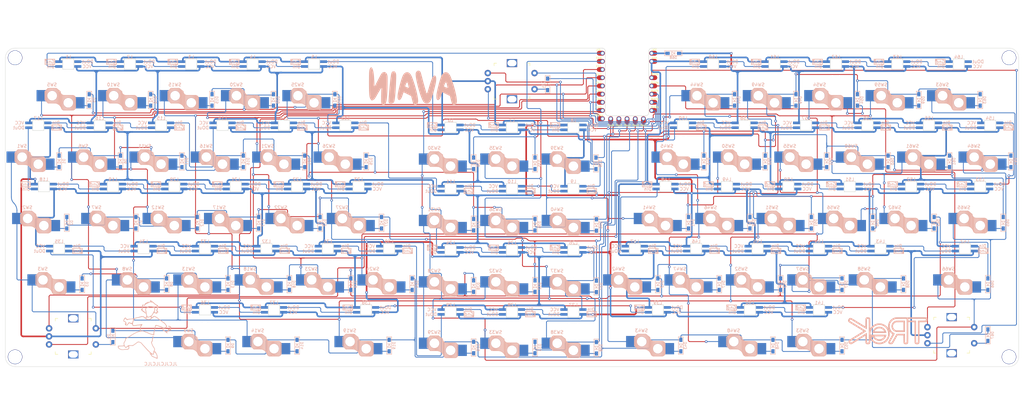
<source format=kicad_pcb>
(kicad_pcb (version 20221018) (generator pcbnew)
  (layers (0 "F.Cu" signal) (31 "B.Cu" signal) (34 "B.Paste" user) (35 "F.Paste" user) (36 "B.SilkS" user "B.Silkscreen") (37 "F.SilkS" user "F.Silkscreen") (38 "B.Mask" user) (39 "F.Mask" user) (44 "Edge.Cuts" user))
  (net 0 "")
  (net 1 "Row1")
  (net 2 "Net-(D1-A)")
  (net 3 "Row2")
  (net 4 "Net-(D2-A)")
  (net 5 "Row3")
  (net 6 "Net-(D3-A)")
  (net 7 "Row4")
  (net 8 "Net-(D4-A)")
  (net 9 "Row0")
  (net 10 "Net-(D5-A)")
  (net 11 "Net-(D6-A)")
  (net 12 "Net-(D7-A)")
  (net 13 "Net-(D8-A)")
  (net 14 "Net-(D9-A)")
  (net 15 "Net-(D10-A)")
  (net 16 "Net-(D11-A)")
  (net 17 "Net-(D12-A)")
  (net 18 "Net-(D13-A)")
  (net 19 "Net-(D14-A)")
  (net 20 "Net-(D15-A)")
  (net 21 "Net-(D16-A)")
  (net 22 "Net-(D17-A)")
  (net 23 "Net-(D18-A)")
  (net 24 "Net-(D19-A)")
  (net 25 "Net-(D20-A)")
  (net 26 "Net-(D21-A)")
  (net 27 "Net-(D22-A)")
  (net 28 "Net-(D23-A)")
  (net 29 "Net-(D24-A)")
  (net 30 "Net-(D25-A)")
  (net 31 "Net-(D26-A)")
  (net 32 "Net-(D27-A)")
  (net 33 "Net-(D28-A)")
  (net 34 "Net-(D29-A)")
  (net 35 "Net-(D30-A)")
  (net 36 "Net-(D31-A)")
  (net 37 "Net-(D32-A)")
  (net 38 "Net-(D33-A)")
  (net 39 "Net-(D34-A)")
  (net 40 "Net-(D35-K)")
  (net 41 "Net-(D36-K)")
  (net 42 "Net-(D37-K)")
  (net 43 "Net-(D38-K)")
  (net 44 "Net-(D39-K)")
  (net 45 "Net-(D40-K)")
  (net 46 "Net-(D41-K)")
  (net 47 "Net-(D42-K)")
  (net 48 "Net-(D43-K)")
  (net 49 "Net-(D44-K)")
  (net 50 "Net-(D45-K)")
  (net 51 "Net-(D46-K)")
  (net 52 "Net-(D47-K)")
  (net 53 "Net-(D48-K)")
  (net 54 "Net-(D49-K)")
  (net 55 "Net-(D50-K)")
  (net 56 "Net-(D51-K)")
  (net 57 "Net-(D52-K)")
  (net 58 "Net-(D53-K)")
  (net 59 "Net-(D54-K)")
  (net 60 "Net-(D55-K)")
  (net 61 "Net-(D56-K)")
  (net 62 "Net-(D57-K)")
  (net 63 "Net-(D58-K)")
  (net 64 "Net-(D59-K)")
  (net 65 "Net-(D60-K)")
  (net 66 "Net-(D61-K)")
  (net 67 "Net-(D62-K)")
  (net 68 "Net-(D63-K)")
  (net 69 "Net-(D64-K)")
  (net 70 "Net-(D65-K)")
  (net 71 "Net-(D66-K)")
  (net 72 "Net-(D67-K)")
  (net 73 "LEDVCC")
  (net 74 "VCC")
  (net 75 "Net-(L1-DOUT)")
  (net 76 "GND")
  (net 77 "LED")
  (net 78 "Net-(L2-DOUT)")
  (net 79 "Net-(L3-DOUT)")
  (net 80 "Net-(L4-DOUT)")
  (net 81 "Net-(L5-DOUT)")
  (net 82 "Net-(L6-DOUT)")
  (net 83 "Net-(L7-DOUT)")
  (net 84 "Net-(L8-DOUT)")
  (net 85 "Net-(L10-DIN)")
  (net 86 "Net-(L10-DOUT)")
  (net 87 "Net-(L11-DOUT)")
  (net 88 "Net-(L12-DOUT)")
  (net 89 "Net-(L13-DOUT)")
  (net 90 "Net-(L14-DOUT)")
  (net 91 "Net-(L15-DOUT)")
  (net 92 "Net-(L16-DOUT)")
  (net 93 "Net-(L17-DOUT)")
  (net 94 "Net-(L18-DOUT)")
  (net 95 "Net-(L19-DOUT)")
  (net 96 "Net-(L20-DOUT)")
  (net 97 "Net-(L21-DOUT)")
  (net 98 "Net-(L22-DOUT)")
  (net 99 "Net-(L23-DOUT)")
  (net 100 "Net-(L24-DOUT)")
  (net 101 "Net-(L25-DOUT)")
  (net 102 "Net-(L26-DOUT)")
  (net 103 "Net-(L27-DOUT)")
  (net 104 "Net-(L28-DOUT)")
  (net 105 "Net-(L29-DOUT)")
  (net 106 "Net-(L30-DOUT)")
  (net 107 "Net-(L31-DOUT)")
  (net 108 "Net-(L32-DOUT)")
  (net 109 "Net-(L33-DOUT)")
  (net 110 "Net-(L34-DOUT)")
  (net 111 "Net-(L35-DOUT)")
  (net 112 "Net-(L36-DOUT)")
  (net 113 "Net-(L37-DOUT)")
  (net 114 "Net-(L38-DOUT)")
  (net 115 "Net-(L39-DOUT)")
  (net 116 "Net-(L40-DOUT)")
  (net 117 "Net-(L41-DOUT)")
  (net 118 "Net-(L42-DOUT)")
  (net 119 "Net-(L43-DOUT)")
  (net 120 "Net-(L44-DOUT)")
  (net 121 "Net-(L45-DOUT)")
  (net 122 "Net-(L46-DOUT)")
  (net 123 "Net-(L47-DOUT)")
  (net 124 "Net-(L48-DOUT)")
  (net 125 "Net-(L49-DOUT)")
  (net 126 "Net-(L50-DOUT)")
  (net 127 "Net-(L51-DOUT)")
  (net 128 "Net-(L52-DOUT)")
  (net 129 "Net-(L53-DOUT)")
  (net 130 "Net-(L54-DOUT)")
  (net 131 "Net-(L55-DOUT)")
  (net 132 "Net-(L56-DOUT)")
  (net 133 "Net-(L57-DOUT)")
  (net 134 "Net-(L58-DOUT)")
  (net 135 "Net-(L59-DOUT)")
  (net 136 "Net-(L60-DOUT)")
  (net 137 "Net-(L61-DOUT)")
  (net 138 "Net-(L62-DOUT)")
  (net 139 "Net-(L63-DOUT)")
  (net 141 "Col0")
  (net 142 "RE01a")
  (net 143 "RE01b")
  (net 144 "Col1")
  (net 145 "Col2")
  (net 146 "Col3")
  (net 147 "Col4")
  (net 148 "Col5")
  (net 149 "Col6")
  (net 150 "RE02a")
  (net 151 "RE02b")
  (net 152 "RE03a")
  (net 153 "RE03b")
  (footprint "kbd_SW:Choc_v2_Hotswap_1u" (layer "F.Cu") (at 33.8019 28.3125)
    (fp_text reference "SW5")
    (fp_text value "SW_PUSH" hide)
  )
  (footprint "kbd_Parts:Diode_SMD" (layer "F.Cu") (at 235.7438 90.4875 90)
    (fp_text reference "D47")
    (fp_text value "D" hide)
  )
  (footprint "kbd_Parts:Diode_SMD" (layer "F.Cu") (at 73.8188 71.4375 -90)
    (fp_text reference "D12")
    (fp_text value "D" hide)
  )
  (footprint "kbd_Parts:Diode_SMD" (layer "F.Cu") (at 259.5563 33.3375 90)
    (fp_text reference "D49")
    (fp_text value "D" hide)
  )
  (footprint "kbd_Parts:Diode_SMD" (layer "F.Cu") (at 178.5938 72.0437 90)
    (fp_text reference "D36")
    (fp_text value "D" hide)
  )
  (footprint "kbd_Parts:LED_SK6812MINI-E_BL" (layer "F.Cu") (at 247.65 79.4562 180)
    (fp_text reference "L45")
    (fp_text value "SK6812MINI")
    (fp_line (start -1.75 -1.6) (end 1.75 -1.6) (stroke (width 0.12)) (layer "Edge.Cuts"))
    (fp_line (start -1.75 1.6) (end -1.75 -1.6) (stroke (width 0.12)) (layer "Edge.Cuts"))
    (fp_line (start 1.75 -1.6) (end 1.75 1.6) (stroke (width 0.12)) (layer "Edge.Cuts"))
    (fp_line (start 1.75 1.6) (end -1.75 1.6) (stroke (width 0.12)) (layer "Edge.Cuts"))
  )
  (footprint "kbd_Parts:Diode_SMD" (layer "F.Cu") (at 111.9188 71.4375 -90)
    (fp_text reference "D22")
    (fp_text value "D" hide)
  )
  (footprint "kbd_Hole:m2_Spacer_Hole" (layer "F.Cu") (at 17.2875 20.25)
    (fp_text reference "J2")
    (fp_text value "Conn_01x01")
  )
  (footprint "kbd_Parts:Diode_SMD" (layer "F.Cu") (at 33.3375 71.4375 -90)
    (fp_text reference "D2")
    (fp_text value "D" hide)
  )
  (footprint "kbd_Parts:Diode_SMD" (layer "F.Cu") (at 273.8438 90.4875 90)
    (fp_text reference "D57")
    (fp_text value "D" hide)
  )
  (footprint "kbd_Parts:RotaryEncoder_EC12E" (layer "F.Cu") (at 35.3438 106.6937)
    (fp_text reference "SW4")
    (fp_text value "RotaryEncoder_Switch")
  )
  (footprint "kbd_Parts:LED_SK6812MINI-E_BL" (layer "F.Cu") (at 57.15 79.4562 180)
    (fp_text reference "L34")
    (fp_text value "SK6812MINI")
    (fp_line (start -1.75 -1.6) (end 1.75 -1.6) (stroke (width 0.12)) (layer "Edge.Cuts"))
    (fp_line (start -1.75 1.6) (end -1.75 -1.6) (stroke (width 0.12)) (layer "Edge.Cuts"))
    (fp_line (start 1.75 -1.6) (end 1.75 1.6) (stroke (width 0.12)) (layer "Edge.Cuts"))
    (fp_line (start 1.75 1.6) (end -1.75 1.6) (stroke (width 0.12)) (layer "Edge.Cuts"))
  )
  (footprint "kbd_Parts:LED_SK6812MINI-E_BL" (layer "F.Cu") (at 24.4875 41.2062 180)
    (fp_text reference "L17")
    (fp_text value "SK6812MINI")
    (fp_line (start -1.75 -1.6) (end 1.75 -1.6) (stroke (width 0.12)) (layer "Edge.Cuts"))
    (fp_line (start -1.75 1.6) (end -1.75 -1.6) (stroke (width 0.12)) (layer "Edge.Cuts"))
    (fp_line (start 1.75 -1.6) (end 1.75 1.6) (stroke (width 0.12)) (layer "Edge.Cuts"))
    (fp_line (start 1.75 1.6) (end -1.75 1.6) (stroke (width 0.12)) (layer "Edge.Cuts"))
  )
  (footprint "kbd_Parts:LED_SK6812MINI-E_BL" (layer "F.Cu") (at 171.45 41.8624)
    (fp_text reference "L7")
    (fp_text value "SK6812MINI")
    (fp_line (start -1.75 -1.6) (end 1.75 -1.6) (stroke (width 0.12)) (layer "Edge.Cuts"))
    (fp_line (start -1.75 1.6) (end -1.75 -1.6) (stroke (width 0.12)) (layer "Edge.Cuts"))
    (fp_line (start 1.75 -1.6) (end 1.75 1.6) (stroke (width 0.12)) (layer "Edge.Cuts"))
    (fp_line (start 1.75 1.6) (end -1.75 1.6) (stroke (width 0.12)) (layer "Edge.Cuts"))
  )
  (footprint "kbd_Parts:LED_SK6812MINI-E_BL" (layer "F.Cu") (at 76.2 98.4562)
    (fp_text reference "L36")
    (fp_text value "SK6812MINI")
    (fp_line (start -1.75 -1.6) (end 1.75 -1.6) (stroke (width 0.12)) (layer "Edge.Cuts"))
    (fp_line (start -1.75 1.6) (end -1.75 -1.6) (stroke (width 0.12)) (layer "Edge.Cuts"))
    (fp_line (start 1.75 -1.6) (end 1.75 1.6) (stroke (width 0.12)) (layer "Edge.Cuts"))
    (fp_line (start 1.75 1.6) (end -1.75 1.6) (stroke (width 0.12)) (layer "Edge.Cuts"))
  )
  (footprint "kbd_Parts:LED_SK6812MINI-E_BL" (layer "F.Cu") (at 62.59 41.2062 180)
    (fp_text reference "L15")
    (fp_text value "SK6812MINI")
    (fp_line (start -1.75 -1.6) (end 1.75 -1.6) (stroke (width 0.12)) (layer "Edge.Cuts"))
    (fp_line (start -1.75 1.6) (end -1.75 -1.6) (stroke (width 0.12)) (layer "Edge.Cuts"))
    (fp_line (start 1.75 -1.6) (end 1.75 1.6) (stroke (width 0.12)) (layer "Edge.Cuts"))
    (fp_line (start 1.75 1.6) (end -1.75 1.6) (stroke (width 0.12)) (layer "Edge.Cuts"))
  )
  (footprint "kbd_Parts:LED_SK6812MINI-E_BL" (layer "F.Cu") (at 152.4 99.1124 180)
    (fp_text reference "L29")
    (fp_text value "SK6812MINI")
    (fp_line (start -1.75 -1.6) (end 1.75 -1.6) (stroke (width 0.12)) (layer "Edge.Cuts"))
    (fp_line (start -1.75 1.6) (end -1.75 -1.6) (stroke (width 0.12)) (layer "Edge.Cuts"))
    (fp_line (start 1.75 -1.6) (end 1.75 1.6) (stroke (width 0.12)) (layer "Edge.Cuts"))
    (fp_line (start 1.75 1.6) (end -1.75 1.6) (stroke (width 0.12)) (layer "Edge.Cuts"))
  )
  (footprint "kbd_Parts:Diode_SMD" (layer "F.Cu") (at 221.5 18.8768 180)
    (fp_text reference "D68")
    (fp_text value "D" hide)
  )
  (footprint "kbd_SW:Choc_v2_Hotswap_1u" (layer "F.Cu") (at 133.35 85.4625)
    (fp_text reference "SW24")
    (fp_text value "SW_PUSH" hide)
  )
  (footprint "kbd_Parts:LED_SK6812MINI-E_BL" (layer "F.Cu") (at 119.74 41.2062 180)
    (fp_text reference "L12")
    (fp_text value "SK6812MINI")
    (fp_line (start -1.75 -1.6) (end 1.75 -1.6) (stroke (width 0.12)) (layer "Edge.Cuts"))
    (fp_line (start -1.75 1.6) (end -1.75 -1.6) (stroke (width 0.12)) (layer "Edge.Cuts"))
    (fp_line (start 1.75 -1.6) (end 1.75 1.6) (stroke (width 0.12)) (layer "Edge.Cuts"))
    (fp_line (start 1.75 1.6) (end -1.75 1.6) (stroke (width 0.12)) (layer "Edge.Cuts"))
  )
  (footprint "kbd_SW:Choc_v2_Hotswap_1u" (layer "F.Cu") (at 311.9438 85.4625)
    (fp_text reference "SW66")
    (fp_text value "SW_PUSH" hide)
  )
  (footprint "kbd_SW:Choc_v2_Hotswap_1u" (layer "F.Cu") (at 310.0438 28.3125)
    (fp_text reference "SW63")
    (fp_text value "SW_PUSH" hide)
  )
  (footprint "kbd_SW:Choc_v2_Hotswap_1u" (layer "F.Cu") (at 266.7 85.4625)
    (fp_text reference "SW57")
    (fp_text value "SW_PUSH" hide)
  )
  (footprint "kbd_Parts:LED_SK6812MINI-E_BL" (layer "F.Cu") (at 310.0438 22.2062)
    (fp_text reference "L64")
    (fp_text value "SK6812MINI")
    (fp_line (start -1.75 -1.6) (end 1.75 -1.6) (stroke (width 0.12)) (layer "Edge.Cuts"))
    (fp_line (start -1.75 1.6) (end -1.75 -1.6) (stroke (width 0.12)) (layer "Edge.Cuts"))
    (fp_line (start 1.75 -1.6) (end 1.75 1.6) (stroke (width 0.12)) (layer "Edge.Cuts"))
    (fp_line (start 1.75 1.6) (end -1.75 1.6) (stroke (width 0.12)) (layer "Edge.Cuts"))
  )
  (footprint "kbd_SW:Choc_v2_Hotswap_1u" (layer "F.Cu") (at 319.8244 47.3625)
    (fp_text reference "SW64")
    (fp_text value "SW_PUSH" hide)
  )
  (footprint "RP2040:rp2040-zero-rev" (layer "F.Cu") (at 207.1456 28.8303)
    (fp_text reference "U2" hide)
    (fp_text value "rp2040-zero" hide)
    (fp_line (start -7.740734 -11.577147) (end -9.001334 -11.577147) (stroke (width 0.12)) (layer "Edge.Cuts"))
    (fp_line (start -6.740734 -10.577147) (end -6.740734 8.422853) (stroke (width 0.12)) (layer "Edge.Cuts"))
    (fp_line (start -5.740734 9.422853) (end 4.562266 9.422853) (stroke (width 0.12)) (layer "Edge.Cuts"))
    (fp_line (start 4.562266 9.422853) (end 5.746666 9.422853) (stroke (width 0.12)) (layer "Edge.Cuts"))
    (fp_line (start 6.746666 8.422853) (end 6.746666 -10.577147) (stroke (width 0.12)) (layer "Edge.Cuts"))
    (fp_line (start 7.746666 -11.577147) (end 8.983666 -11.577147) (stroke (width 0.12)) (layer "Edge.Cuts"))
    (fp_arc (start -7.740734 -11.577147) (mid -7.033628 -11.284253) (end -6.740734 -10.577147) (stroke (width 0.12)) (layer "Edge.Cuts"))
    (fp_arc (start -5.740734 9.422853) (mid -6.44784 9.129959) (end -6.740734 8.422853) (stroke (width 0.12)) (layer "Edge.Cuts"))
    (fp_arc (start 6.746666 -10.577147) (mid 7.039561 -11.28425) (end 7.746666 -11.577147) (stroke (width 0.12)) (layer "Edge.Cuts"))
    (fp_arc (start 6.746666 8.422853) (mid 6.453775 9.129964) (end 5.746666 9.422853) (stroke (width 0.12)) (layer "Edge.Cuts"))
  )
  (footprint "kbd_Parts:LED_SK6812MINI-E_BL" (layer "F.Cu") (at 90.9938 22.2062)
    (fp_text reference "L4")
    (fp_text value "SK6812MINI")
    (fp_line (start -1.75 -1.6) (end 1.75 -1.6) (stroke (width 0.12)) (layer "Edge.Cuts"))
    (fp_line (start -1.75 1.6) (end -1.75 -1.6) (stroke (width 0.12)) (layer "Edge.Cuts"))
    (fp_line (start 1.75 -1.6) (end 1.75 1.6) (stroke (width 0.12)) (layer "Edge.Cuts"))
    (fp_line (start 1.75 1.6) (end -1.75 1.6) (stroke (width 0.12)) (layer "Edge.Cuts"))
  )
  (footprint "kbd_SW:Choc_v2_Hotswap_1u" (layer "F.Cu") (at 171.45 67.0187)
    (fp_text reference "SW36")
    (fp_text value "SW_PUSH" hide)
  )
  (footprint "kbd_Parts:RotaryEncoder_EC12E" (layer "F.Cu") (at 307.8438 106.3125)
    (fp_text reference "SW67")
    (fp_text value "RotaryEncoder_Switch")
  )
  (footprint "kbd_SW:Choc_v2_Hotswap_1u" (layer "F.Cu") (at 233.8438 28.3125)
    (fp_text reference "SW44")
    (fp_text value "SW_PUSH" hide)
  )
  (footprint "kbd_SW:Choc_v2_Hotswap_1u" (layer "F.Cu") (at 285.75 85.4625)
    (fp_text reference "SW58")
    (fp_text value "SW_PUSH" hide)
  )
  (footprint "kbd_SW:Choc_v2_Hotswap_1u" (layer "F.Cu") (at 100.69 47.3625)
    (fp_text reference "SW21")
    (fp_text value "SW_PUSH" hide)
  )
  (footprint "kbd_Parts:Diode_SMD" (layer "F.Cu") (at 292.8938 90.4875 90)
    (fp_text reference "D58")
    (fp_text value "D" hide)
  )
  (footprint "kbd_Parts:LED_SK6812MINI-E_BL" (layer "F.Cu") (at 104.7938 60.2062)
    (fp_text reference "L22")
    (fp_text value "SK6812MINI")
    (fp_line (start -1.75 -1.6) (end 1.75 -1.6) (stroke (width 0.12)) (layer "Edge.Cuts"))
    (fp_line (start -1.75 1.6) (end -1.75 -1.6) (stroke (width 0.12)) (layer "Edge.Cuts"))
    (fp_line (start 1.75 -1.6) (end 1.75 1.6) (stroke (width 0.12)) (layer "Edge.Cuts"))
    (fp_line (start 1.75 1.6) (end -1.75 1.6) (stroke (width 0.12)) (layer "Edge.Cuts"))
  )
  (footprint "kbd_SW:Choc_v2_Hotswap_1u" (layer "F.Cu") (at 190.5 67.0187)
    (fp_text reference "SW40")
    (fp_text value "SW_PUSH" hide)
  )
  (footprint "kbd_Parts:LED_SK6812MINI-E_BL" (layer "F.Cu") (at 245.2688 98.4562)
    (fp_text reference "L40")
    (fp_text value "SK6812MINI")
    (fp_line (start -1.75 -1.6) (end 1.75 -1.6) (stroke (width 0.12)) (layer "Edge.Cuts"))
    (fp_line (start -1.75 1.6) (end -1.75 -1.6) (stroke (width 0.12)) (layer "Edge.Cuts"))
    (fp_line (start 1.75 -1.6) (end 1.75 1.6) (stroke (width 0.12)) (layer "Edge.Cuts"))
    (fp_line (start 1.75 1.6) (end -1.75 1.6) (stroke (width 0.12)) (layer "Edge.Cuts"))
  )
  (footprint "kbd_Parts:LED_SK6812MINI-E_BL" (layer "F.Cu") (at 252.8938 22.2062)
    (fp_text reference "L61")
    (fp_text value "SK6812MINI")
    (fp_line (start -1.75 -1.6) (end 1.75 -1.6) (stroke (width 0.12)) (layer "Edge.Cuts"))
    (fp_line (start -1.75 1.6) (end -1.75 -1.6) (stroke (width 0.12)) (layer "Edge.Cuts"))
    (fp_line (start 1.75 -1.6) (end 1.75 1.6) (stroke (width 0.12)) (layer "Edge.Cuts"))
    (fp_line (start 1.75 1.6) (end -1.75 1.6) (stroke (width 0.12)) (layer "Edge.Cuts"))
  )
  (footprint "kbd_Parts:Diode_SMD" (layer "F.Cu") (at 92.8688 71.4375 -90)
    (fp_text reference "D17")
    (fp_text value "D" hide)
  )
  (footprint "kbd_Parts:LED_SK6812MINI-E_BL" (layer "F.Cu") (at 47.6438 60.2062)
    (fp_text reference "L19")
    (fp_text value "SK6812MINI")
    (fp_line (start -1.75 -1.6) (end 1.75 -1.6) (stroke (width 0.12)) (layer "Edge.Cuts"))
    (fp_line (start -1.75 1.6) (end -1.75 -1.6) (stroke (width 0.12)) (layer "Edge.Cuts"))
    (fp_line (start 1.75 -1.6) (end 1.75 1.6) (stroke (width 0.12)) (layer "Edge.Cuts"))
    (fp_line (start 1.75 1.6) (end -1.75 1.6) (stroke (width 0.12)) (layer "Edge.Cuts"))
  )
  (footprint "kbd_Parts:Diode_SMD" (layer "F.Cu") (at 50.0063 52.3875 -90)
    (fp_text reference "D6")
    (fp_text value "D" hide)
  )
  (footprint "kbd_SW:Choc_v2_Hotswap_1u" (layer "F.Cu") (at 110.0438 28.3125)
    (fp_text reference "SW25")
    (fp_text value "SW_PUSH" hide)
  )
  (footprint "kbd_SW:Choc_v2_Hotswap_1u" (layer "F.Cu") (at 81.64 47.3625)
    (fp_text reference "SW16")
    (fp_text value "SW_PUSH" hide)
  )
  (footprint "kbd_SW:Choc_v2_Hotswap_1u" (layer "F.Cu") (at 316.7063 66.4125)
    (fp_text reference "SW65")
    (fp_text value "SW_PUSH" hide)
  )
  (footprint "kbd_Parts:LED_SK6812MINI-E_BL" (layer "F.Cu") (at 311.9438 79.4562 180)
    (fp_text reference "L42")
    (fp_text value "SK6812MINI")
    (fp_line (start -1.75 -1.6) (end 1.75 -1.6) (stroke (width 0.12)) (layer "Edge.Cuts"))
    (fp_line (start -1.75 1.6) (end -1.75 -1.6) (stroke (width 0.12)) (layer "Edge.Cuts"))
    (fp_line (start 1.75 -1.6) (end 1.75 1.6) (stroke (width 0.12)) (layer "Edge.Cuts"))
    (fp_line (start 1.75 1.6) (end -1.75 1.6) (stroke (width 0.12)) (layer "Edge.Cuts"))
  )
  (footprint "kbd_SW:Choc_v2_Hotswap_1u" (layer "F.Cu") (at 276.225 66.4125)
    (fp_text reference "SW56")
    (fp_text value "SW_PUSH" hide)
  )
  (footprint "kbd_Hole:m2_Spacer_Hole" (layer "F.Cu") (at 325.6375 113.05)
    (fp_text reference "J7")
    (fp_text value "Conn_01x01")
  )
  (footprint "kbd_Parts:LED_SK6812MINI-E_BL" (layer "F.Cu") (at 190.5 60.8624 180)
    (fp_text reference "L9")
    (fp_text value "SK6812MINI")
    (fp_line (start -1.75 -1.6) (end 1.75 -1.6) (stroke (width 0.12)) (layer "Edge.Cuts"))
    (fp_line (start -1.75 1.6) (end -1.75 -1.6) (stroke (width 0.12)) (layer "Edge.Cuts"))
    (fp_line (start 1.75 -1.6) (end 1.75 1.6) (stroke (width 0.12)) (layer "Edge.Cuts"))
    (fp_line (start 1.75 1.6) (end -1.75 1.6) (stroke (width 0.12)) (layer "Edge.Cuts"))
  )
  (footprint "kbd_Parts:LED_SK6812MINI-E_BL" (layer "F.Cu") (at 66.6938 60.2062)
    (fp_text reference "L20")
    (fp_text value "SK6812MINI")
    (fp_line (start -1.75 -1.6) (end 1.75 -1.6) (stroke (width 0.12)) (layer "Edge.Cuts"))
    (fp_line (start -1.75 1.6) (end -1.75 -1.6) (stroke (width 0.12)) (layer "Edge.Cuts"))
    (fp_line (start 1.75 -1.6) (end 1.75 1.6) (stroke (width 0.12)) (layer "Edge.Cuts"))
    (fp_line (start 1.75 1.6) (end -1.75 1.6) (stroke (width 0.12)) (layer "Edge.Cuts"))
  )
  (footprint "kbd_SW:Choc_v2_Hotswap_1u" (layer "F.Cu") (at 43.54 47.3625)
    (fp_text reference "SW6")
    (fp_text value "SW_PUSH" hide)
  )
  (footprint "kbd_SW:Choc_v2_Hotswap_1u" (layer "F.Cu") (at 300.7806 47.3625)
    (fp_text reference "SW61")
    (fp_text value "SW_PUSH" hide)
  )
  (footprint "kbd_Parts:Diode_SMD" (layer "F.Cu") (at 130.9688 71.4375 -90)
    (fp_text reference "D27")
    (fp_text value "D" hide)
  )
  (footprint "kbd_SW:Choc_v2_Hotswap_1u" (layer "F.Cu") (at 85.7438 66.4125)
    (fp_text reference "SW17")
    (fp_text value "SW_PUSH" hide)
  )
  (footprint "kbd_Parts:Diode_SMD" (layer "F.Cu") (at 159.5438 110.1437 -90)
    (fp_text reference "D29")
    (fp_text value "D" hide)
  )
  (footprint "kbd_Parts:Diode_SMD" (layer "F.Cu") (at 230.9813 52.3875 90)
    (fp_text reference "D45")
    (fp_text value "D" hide)
  )
  (footprint "kbd_Parts:LED_SK6812MINI-E_BL" (layer "F.Cu") (at 190.5 41.8624)
    (fp_text reference "L8")
    (fp_text value "SK6812MINI")
    (fp_line (start -1.75 -1.6) (end 1.75 -1.6) (stroke (width 0.12)) (layer "Edge.Cuts"))
    (fp_line (start -1.75 1.6) (end -1.75 -1.6) (stroke (width 0.12)) (layer "Edge.Cuts"))
    (fp_line (start 1.75 -1.6) (end 1.75 1.6) (stroke (width 0.12)) (layer "Edge.Cuts"))
    (fp_line (start 1.75 1.6) (end -1.75 1.6) (stroke (width 0.12)) (layer "Edge.Cuts"))
  )
  (footprint "kbd_Parts:LED_SK6812MINI-E_BL" (layer "F.Cu") (at 300.7806 41.2062 180)
    (fp_text reference "L55")
    (fp_text value "SK6812MINI")
    (fp_line (start -1.75 -1.6) (end 1.75 -1.6) (stroke (width 0.12)) (layer "Edge.Cuts"))
    (fp_line (start -1.75 1.6) (end -1.75 -1.6) (stroke (width 0.12)) (layer "Edge.Cuts"))
    (fp_line (start 1.75 -1.6) (end 1.75 1.6) (stroke (width 0.12)) (layer "Edge.Cuts"))
    (fp_line (start 1.75 1.6) (end -1.75 1.6) (stroke (width 0.12)) (layer "Edge.Cuts"))
  )
  (footprint "kbd_Parts:Diode_SMD" (layer "F.Cu") (at 197.6438 91.175 90)
    (fp_text reference "D37")
    (fp_text value "D" hide)
  )
  (footprint "kbd_Parts:Diode_SMD" (layer "F.Cu") (at 133.35 109.5375 -90)
    (fp_text reference "D19")
    (fp_text value "D" hide)
  )
  (footprint "kbd_Parts:Diode_SMD" (layer "F.Cu") (at 216.6938 90.4875 90)
    (fp_text reference "D42")
    (fp_text value "D" hide)
  )
  (footprint "kbd_Parts:LED_SK6812MINI-E_BL" (layer "F.Cu") (at 276.225 60.2062)
    (fp_text reference "L51")
    (fp_text value "SK6812MINI")
    (fp_line (start -1.75 -1.6) (end 1.75 -1.6) (stroke (width 0.12)) (layer "Edge.Cuts"))
    (fp_line (start -1.75 1.6) (end -1.75 -1.6) (stroke (width 0.12)) (layer "Edge.Cuts"))
    (fp_line (start 1.75 -1.6) (end 1.75 1.6) (stroke (width 0.12)) (layer "Edge.Cuts"))
    (fp_line (start 1.75 1.6) (end -1.75 1.6) (stroke (width 0.12)) (layer "Edge.Cuts"))
  )
  (footprint "kbd_Parts:LED_SK6812MINI-E_BL" (layer "F.Cu") (at 290.9938 22.2062)
    (fp_text reference "L63")
    (fp_text value "SK6812MINI")
    (fp_line (start -1.75 -1.6) (end 1.75 -1.6) (stroke (width 0.12)) (layer "Edge.Cuts"))
    (fp_line (start -1.75 1.6) (end -1.75 -1.6) (stroke (width 0.12)) (layer "Edge.Cuts"))
    (fp_line (start 1.75 -1.6) (end 1.75 1.6) (stroke (width 0.12)) (layer "Edge.Cuts"))
    (fp_line (start 1.75 1.6) (end -1.75 1.6) (stroke (width 0.12)) (layer "Edge.Cuts"))
  )
  (footprint "kbd_SW:Choc_v2_Hotswap_1u" (layer "F.Cu") (at 123.8438 66.4125)
    (fp_text reference "SW27")
    (fp_text value "SW_PUSH" hide)
  )
  (footprint "kbd_Parts:Diode_SMD" (layer "F.Cu") (at 307.1813 52.3875 90)
    (fp_text reference "D61")
    (fp_text value "D" hide)
  )
  (footprint "kbd_Parts:LED_SK6812MINI-E_BL" (layer "F.Cu") (at 285.75 79.4562 180)
    (fp_text reference "L43")
    (fp_text value "SK6812MINI")
    (fp_line (start -1.75 -1.6) (end 1.75 -1.6) (stroke (width 0.12)) (layer "Edge.Cuts"))
    (fp_line (start -1.75 1.6) (end -1.75 -1.6) (stroke (width 0.12)) (layer "Edge.Cuts"))
    (fp_line (start 1.75 -1.6) (end 1.75 1.6) (stroke (width 0.12)) (layer "Edge.Cuts"))
    (fp_line (start 1.75 1.6) (end -1.75 1.6) (stroke (width 0.12)) (layer "Edge.Cuts"))
  )
  (footprint "kbd_Parts:LED_SK6812MINI-E_BL" (layer "F.Cu") (at 76.2 79.4562 180)
    (fp_text reference "L33")
    (fp_text value "SK6812MINI")
    (fp_line (start -1.75 -1.6) (end 1.75 -1.6) (stroke (width 0.12)) (layer "Edge.Cuts"))
    (fp_line (start -1.75 1.6) (end -1.75 -1.6) (stroke (width 0.12)) (layer "Edge.Cuts"))
    (fp_line (start 1.75 -1.6) (end 1.75 1.6) (stroke (width 0.12)) (layer "Edge.Cuts"))
    (fp_line (start 1.75 1.6) (end -1.75 1.6) (stroke (width 0.12)) (layer "Edge.Cuts"))
  )
  (footprint "kbd_Parts:LED_SK6812MINI-E_BL" (layer "F.Cu") (at 316.7063 60.2062)
    (fp_text reference "L53")
    (fp_text value "SK6812MINI")
    (fp_line (start -1.75 -1.6) (end 1.75 -1.6) (stroke (width 0.12)) (layer "Edge.Cuts"))
    (fp_line (start -1.75 1.6) (end -1.75 -1.6) (stroke (width 0.12)) (layer "Edge.Cuts"))
    (fp_line (start 1.75 -1.6) (end 1.75 1.6) (stroke (width 0.12)) (layer "Edge.Cuts"))
    (fp_line (start 1.75 1.6) (end -1.75 1.6) (stroke (width 0.12)) (layer "Edge.Cuts"))
  )
  (footprint "kbd_Parts:Diode_SMD" (layer "F.Cu") (at 182.5 28.5 -90)
    (fp_text reference "D34")
    (fp_text value "D" hide)
  )
  (footprint "kbd_Hole:m2_Spacer_Hole" (layer "F.Cu") (at 17.2875 113.05)
    (fp_text reference "J4")
    (fp_text value "Conn_01x01")
  )
  (footprint "kbd_Parts:LED_SK6812MINI-E_BL" (layer "F.Cu") (at 133.35 79.4562 180)
    (fp_text reference "L30")
    (fp_text value "SK6812MINI")
    (fp_line (start -1.75 -1.6) (end 1.75 -1.6) (stroke (width 0.12)) (layer "Edge.Cuts"))
    (fp_line (start -1.75 1.6) (end -1.75 -1.6) (stroke (width 0.12)) (layer "Edge.Cuts"))
    (fp_line (start 1.75 -1.6) (end 1.75 1.6) (stroke (width 0.12)) (layer "Edge.Cuts"))
    (fp_line (start 1.75 1.6) (end -1.75 1.6) (stroke (width 0.12)) (layer "Edge.Cuts"))
  )
  (footprint "kbd_Parts:Diode_SMD" (layer "F.Cu") (at 264.3188 71.4375 90)
    (fp_text reference "D51")
    (fp_text value "D" hide)
  )
  (footprint "kbd_SW:Choc_v2_Hotswap_1u" (layer "F.Cu") (at 95.25 85.4625)
    (fp_text reference "SW18")
    (fp_text value "SW_PUSH" hide)
  )
  (footprint "kbd_Parts:Diode_SMD" (layer "F.Cu") (at 140.4938 90.4875 -90)
    (fp_text reference "D24")
    (fp_text value "D" hide)
  )
  (footprint "kbd_Parts:Diode_SMD" (layer "F.Cu") (at 326.2313 52.3875 90)
    (fp_text reference "D64")
    (fp_text value "D" hide)
  )
  (footprint "kbd_Parts:Diode_SMD" (layer "F.Cu") (at 269.0813 52.3875 90)
    (fp_text reference "D55")
    (fp_text value "D" hide)
  )
  (footprint "kbd_SW:Choc_v2_Hotswap_1u" (layer "F.Cu") (at 119.74 47.3625)
    (fp_text reference "SW26")
    (fp_text value "SW_PUSH" hide)
  )
  (footprint "kbd_Parts:Diode_SMD" (layer "F.Cu") (at 159.5438 72.0437 -90)
    (fp_text reference "D31")
    (fp_text value "D" hide)
  )
  (footprint "kbd_Parts:LED_SK6812MINI-E_BL" (layer "F.Cu") (at 271.9438 22.2062)
    (fp_text reference "L62")
    (fp_text value "SK6812MINI")
    (fp_line (start -1.75 -1.6) (end 1.75 -1.6) (stroke (width 0.12)) (layer "Edge.Cuts"))
    (fp_line (start -1.75 1.6) (end -1.75 -1.6) (stroke (width 0.12)) (layer "Edge.Cuts"))
    (fp_line (start 1.75 -1.6) (end 1.75 1.6) (stroke (width 0.12)) (layer "Edge.Cuts"))
    (fp_line (start 1.75 1.6) (end -1.75 1.6) (stroke (width 0.12)) (layer "Edge.Cuts"))
  )
  (footprint "kbd_Hole:m2_Spacer_Hole" (layer "F.Cu") (at 325.6375 20.25)
    (fp_text reference "J5")
    (fp_text value "Conn_01x01")
  )
  (footprint "kbd_Parts:Diode_SMD" (layer "F.Cu") (at 38.1 90.4875 -90)
    (fp_text reference "D3")
    (fp_text value "D" hide)
  )
  (footprint "kbd_Parts:LED_SK6812MINI-E_BL" (layer "F.Cu") (at 114.3 79.4562 180)
    (fp_text reference "L31")
    (fp_text value "SK6812MINI")
    (fp_line (start -1.75 -1.6) (end 1.75 -1.6) (stroke (width 0.12)) (layer "Edge.Cuts"))
    (fp_line (start -1.75 1.6) (end -1.75 -1.6) (stroke (width 0.12)) (layer "Edge.Cuts"))
    (fp_line (start 1.75 -1.6) (end 1.75 1.6) (stroke (width 0.12)) (layer "Edge.Cuts"))
    (fp_line (start 1.75 1.6) (end -1.75 1.6) (stroke (width 0.12)) (layer "Edge.Cuts"))
  )
  (footprint "kbd_SW:Choc_v2_Hotswap_1u" (layer "F.Cu") (at 152.4 47.9687)
    (fp_text reference "SW30")
    (fp_text value "SW_PUSH" hide)
  )
  (footprint "kbd_Parts:LED_SK6812MINI-E_BL" (layer "F.Cu") (at 126.2063 98.4562)
    (fp_text reference "L38")
    (fp_text value "SK6812MINI")
    (fp_line (start -1.75 -1.6) (end 1.75 -1.6) (stroke (width 0.12)) (layer "Edge.Cuts"))
    (fp_line (start -1.75 1.6) (end -1.75 -1.6) (stroke (width 0.12)) (layer "Edge.Cuts"))
    (fp_line (start 1.75 -1.6) (end 1.75 1.6) (stroke (width 0.12)) (layer "Edge.Cuts"))
    (fp_line (start 1.75 1.6) (end -1.75 1.6) (stroke (width 0.12)) (layer "Edge.Cuts"))
  )
  (footprint "kbd_Parts:LED_SK6812MINI-E_BL" (layer "F.Cu") (at 152.4 79.8624)
    (fp_text reference "L24")
    (fp_text value "SK6812MINI")
    (fp_line (start -1.75 -1.6) (end 1.75 -1.6) (stroke (width 0.12)) (layer "Edge.Cuts"))
    (fp_line (start -1.75 1.6) (end -1.75 -1.6) (stroke (width 0.12)) (layer "Edge.Cuts"))
    (fp_line (start 1.75 -1.6) (end 1.75 1.6) (stroke (width 0.12)) (layer "Edge.Cuts"))
    (fp_line (start 1.75 1.6) (end -1.75 1.6) (stroke (width 0.12)) (layer "Edge.Cuts"))
  )
  (footprint "kbd_Parts:Diode_SMD" (layer "F.Cu") (at 197.6438 72.125 90)
    (fp_text reference "D40")
    (fp_text value "D" hide)
  )
  (footprint "kbd_Parts:LED_SK6812MINI-E_BL" (layer "F.Cu") (at 281.7306 41.2062 180)
    (fp_text reference "L56")
    (fp_text value "SK6812MINI")
    (fp_line (start -1.75 -1.6) (end 1.75 -1.6) (stroke (width 0.12)) (layer "Edge.Cuts"))
    (fp_line (start -1.75 1.6) (end -1.75 -1.6) (stroke (width 0.12)) (layer "Edge.Cuts"))
    (fp_line (start 1.75 -1.6) (end 1.75 1.6) (stroke (width 0.12)) (layer "Edge.Cuts"))
    (fp_line (start 1.75 1.6) (end -1.75 1.6) (stroke (width 0.12)) (layer "Edge.Cuts"))
  )
  (footprint "kbd_SW:Choc_v2_Hotswap_1u" (layer "F.Cu") (at 266.7 104.6)
    (fp_text reference "SW53")
    (fp_text value "SW_PUSH" hide)
  )
  (footprint "kbd_Parts:LED_SK6812MINI-E_BL" (layer "F.Cu") (at 152.4 60.8624 180)
    (fp_text reference "L11")
    (fp_text value "SK6812MINI")
    (fp_line (start -1.75 -1.6) (end 1.75 -1.6) (stroke (width 0.12)) (layer "Edge.Cuts"))
    (fp_line (start -1.75 1.6) (end -1.75 -1.6) (stroke (width 0.12)) (layer "Edge.Cuts"))
    (fp_line (start 1.75 -1.6) (end 1.75 1.6) (stroke (width 0.12)) (layer "Edge.Cuts"))
    (fp_line (start 1.75 1.6) (end -1.75 1.6) (stroke (width 0.12)) (layer "Edge.Cuts"))
  )
  (footprint "kbd_SW:Choc_v2_Hotswap_1u" (layer "F.Cu") (at 171.45 47.9687)
    (fp_text reference "SW35")
    (fp_text value "SW_PUSH" hide)
  )
  (footprint "kbd_SW:Choc_v2_Hotswap_1u" (layer "F.Cu") (at 47.6438 66.4125)
    (fp_text reference "SW7")
    (fp_text value "SW_PUSH" hide)
  )
  (footprint "kbd_Parts:LED_SK6812MINI-E_BL" (layer "F.Cu") (at 257.175 60.2062)
    (fp_text reference "L50")
    (fp_text value "SK6812MINI")
    (fp_line (start -1.75 -1.6) (end 1.75 -1.6) (stroke (width 0.12)) (layer "Edge.Cuts"))
    (fp_line (start -1.75 1.6) (end -1.75 -1.6) (stroke (width 0.12)) (layer "Edge.Cuts"))
    (fp_line (start 1.75 -1.6) (end 1.75 1.6) (stroke (width 0.12)) (layer "Edge.Cuts"))
    (fp_line (start 1.75 1.6) (end -1.75 1.6) (stroke (width 0.12)) (layer "Edge.Cuts"))
  )
  (footprint "kbd_SW:Choc_v2_Hotswap_1u" (layer "F.Cu") (at 114.3 85.4625)
    (fp_text reference "SW23")
    (fp_text value "SW_PUSH" hide)
  )
  (footprint "kbd_SW:Choc_v2_Hotswap_1u" (layer "F.Cu") (at 243.6306 47.3625)
    (fp_text reference "SW50")
    (fp_text value "SW_PUSH" hide)
  )
  (footprint "kbd_Parts:Diode_SMD" (layer "F.Cu") (at 302.4188 71.4375 90)
    (fp_text reference "D62")
    (fp_text value "D" hide)
  )
  (footprint "kbd_Parts:Diode_SMD" (layer "F.Cu") (at 240.5063 33.3375 90)
    (fp_text reference "D44")
    (fp_text value "D" hide)
  )
  (footprint "kbd_Parts:Diode_SMD" (layer "F.Cu") (at 178.5938 91.0937 -90)
    (fp_text reference "D32")
    (fp_text value "D" hide)
  )
  (footprint "kbd_Parts:Diode_SMD" (layer "F.Cu") (at 121.4438 90.4875 -90)
    (fp_text reference "D23")
    (fp_text value "D" hide)
  )
  (footprint "kbd_Parts:LED_SK6812MINI-E_BL" (layer "F.Cu") (at 30.9563 79.4562 180)
    (fp_text reference "L35")
    (fp_text value "SK6812MINI")
    (fp_line (start -1.75 -1.6) (end 1.75 -1.6) (stroke (width 0.12)) (layer "Edge.Cuts"))
    (fp_line (start -1.75 1.6) (end -1.75 -1.6) (stroke (width 0.12)) (layer "Edge.Cuts"))
    (fp_line (start 1.75 -1.6) (end 1.75 1.6) (stroke (width 0.12)) (layer "Edge.Cuts"))
    (fp_line (start 1.75 1.6) (end -1.75 1.6) (stroke (width 0.12)) (layer "Edge.Cuts"))
  )
  (footprint "kbd_SW:Choc_v2_Hotswap_1u" (layer "F.Cu") (at 219.075 66.4125)
    (fp_text reference "SW41")
    (fp_text value "SW_PUSH" hide)
  )
  (footprint "kbd_Parts:LED_SK6812MINI-E_BL" (layer "F.Cu") (at 209.55 79.4562 180)
    (fp_text reference "L47")
    (fp_text value "SK6812MINI")
    (fp_line (start -1.75 -1.6) (end 1.75 -1.6) (stroke (width 0.12)) (layer "Edge.Cuts"))
    (fp_line (start -1.75 1.6) (end -1.75 -1.6) (stroke (width 0.12)) (layer "Edge.Cuts"))
    (fp_line (start 1.75 -1.6) (end 1.75 1.6) (stroke (width 0.12)) (layer "Edge.Cuts"))
    (fp_line (start 1.75 1.6) (end -1.75 1.6) (stroke (width 0.12)) (layer "Edge.Cuts"))
  )
  (footprint "kbd_SW:Choc_v2_Hotswap_1u" (layer "F.Cu") (at 66.6938 66.4125)
    (fp_text reference "SW12")
    (fp_text value "SW_PUSH" hide)
  )
  (footprint "kbd_Parts:Diode_SMD" (layer "F.Cu") (at 250.0313 52.3875 90)
    (fp_text reference "D50")
    (fp_text value "D" hide)
  )
  (footprint "kbd_Parts:Diode_SMD" (layer "F.Cu") (at 316.7063 33.3375 90)
    (fp_text reference "D63")
    (fp_text value "D" hide)
  )
  (footprint "kbd_Parts:Diode_SMD" (layer "F.Cu") (at 83.3438 109.5375 -90)
    (fp_text reference "D9")
    (fp_text value "D" hide)
  )
  (footprint "kbd_SW:Choc_v2_Hotswap_1u" (layer "F.Cu") (at 247.65 85.4625)
    (fp_text reference "SW52")
    (fp_text value "SW_PUSH" hide)
  )
  (footprint "kbd_SW:Choc_v2_Hotswap_1u" (layer "F.Cu") (at 190.5 86.0687)
    (fp_text reference "SW37")
    (fp_text value "SW_PUSH" hide)
  )
  (footprint "kbd_Parts:LED_SK6812MINI-E_BL" (layer "F.Cu") (at 190.5 79.8624)
    (fp_text reference "L26")
    (fp_text value "SK6812MINI")
    (fp_line (start -1.75 -1.6) (end 1.75 -1.6) (stroke (width 0.12)) (layer "Edge.Cuts"))
    (fp_line (start -1.75 1.6) (end -1.75 -1.6) (stroke (width 0.12)) (layer "Edge.Cuts"))
    (fp_line (start 1.75 -1.6) (end 1.75 1.6) (stroke (width 0.12)) (layer "Edge.Cuts"))
    (fp_line (start 1.75 1.6) (end -1.75 1.6) (stroke (width 0.12)) (layer "Edge.Cuts"))
  )
  (footprint "kbd_Parts:Diode_SMD" (layer "F.Cu") (at 69.0563 52.3875 -90)
    (fp_text reference "D11")
    (fp_text value "D" hide)
  )
  (footprint "kbd_Parts:LED_SK6812MINI-E_BL" (layer "F.Cu") (at 85.7438 60.2062)
    (fp_text reference "L21")
    (fp_text value "SK6812MINI")
    (fp_line (start -1.75 -1.6) (end 1.75 -1.6) (stroke (width 0.12)) (layer "Edge.Cuts"))
    (fp_line (start -1.75 1.6) (end -1.75 -1.6) (stroke (width 0.12)) (layer "Edge.Cuts"))
    (fp_line (start 1.75 -1.6) (end 1.75 1.6) (stroke (width 0.12)) (layer "Edge.Cuts"))
    (fp_line (start 1.75 1.6) (end -1.75 1.6) (stroke (width 0.12)) (layer "Edge.Cuts"))
  )
  (footprint "kbd_Parts:Diode_SMD" (layer "F.Cu") (at 245.2688 71.4375 90)
    (fp_text reference "D46")
    (fp_text value "D" hide)
  )
  (footprint "kbd_Parts:Diode_SMD" (layer "F.Cu") (at 40.3 33.3375 -90)
    (fp_text reference "D5")
    (fp_text value "D" hide)
  )
  (footprint "kbd_Parts:Diode_SMD" (layer "F.Cu") (at 102.3938 90.4875 -90)
    (fp_text reference "D18")
    (fp_text value "D" hide)
  )
  (footprint "kbd_SW:Choc_v2_Hotswap_1u" (layer "F.Cu") (at 216.6938 104.6)
    (fp_text reference "SW43")
    (fp_text value "SW_PUSH" hide)
  )
  (footprint "kbd_SW:Choc_v2_Hotswap_1u" (layer "F.Cu") (at 104.7938 66.4125)
    (fp_text reference "SW22")
    (fp_text value "SW_PUSH" hide)
  )
  (footprint "kbd_Parts:Diode_SMD" (layer "F.Cu") (at 159.5438 91.0937 -90)
    (fp_text reference "D28")
    (fp_text value "D" hide)
  )
  (footprint "kbd_Parts:Diode_SMD" (layer "F.Cu") (at 54.7688 71.4375 -90)
    (fp_text reference "D7")
    (fp_text value "D" hide)
  )
  (footprint "kbd_SW:Choc_v2_Hotswap_1u" (layer "F.Cu") (at 76.2 85.4625)
    (fp_text reference "SW13")
    (fp_text value "SW_PUSH" hide)
  )
  (footprint "kbd_Parts:LED_SK6812MINI-E_BL" (layer "F.Cu") (at 190.5 99.1124 180)
    (fp_text reference "L27")
    (fp_text value "SK6812MINI")
    (fp_line (start -1.75 -1.6) (end 1.75 -1.6) (stroke (width 0.12)) (layer "Edge.Cuts"))
    (fp_line (start -1.75 1.6) (end -1.75 -1.6) (stroke (width 0.12)) (layer "Edge.Cuts"))
    (fp_line (start 1.75 -1.6) (end 1.75 1.6) (stroke (width 0.12)) (layer "Edge.Cuts"))
    (fp_line (start 1.75 1.6) (end -1.75 1.6) (stroke (width 0.12)) (layer "Edge.Cuts"))
  )
  (footprint "kbd_Parts:LED_SK6812MINI-E_BL" (layer "F.Cu") (at 243.6306 41.2062 180)
    (fp_text reference "L58")
    (fp_text value "SK6812MINI")
    (fp_line (start -1.75 -1.6) (end 1.75 -1.6) (stroke (width 0.12)) (layer "Edge.Cuts"))
    (fp_line (start -1.75 1.6) (end -1.75 -1.6) (stroke (width 0.12)) (layer "Edge.Cuts"))
    (fp_line (start 1.75 -1.6) (end 1.75 1.6) (stroke (width 0.12)) (layer "Edge.Cuts"))
    (fp_line (start 1.75 1.6) (end -1.75 1.6) (stroke (width 0.12)) (layer "Edge.Cuts"))
  )
  (footprint "kbd_Parts:LED_SK6812MINI-E_BL" (layer "F.Cu") (at 43.54 41.2062 180)
    (fp_text reference "L16")
    (fp_text value "SK6812MINI")
    (fp_line (start -1.75 -1.6) (end 1.75 -1.6) (stroke (width 0.12)) (layer "Edge.Cuts"))
    (fp_line (start -1.75 1.6) (end -1.75 -1.6) (stroke (width 0.12)) (layer "Edge.Cuts"))
    (fp_line (start 1.75 -1.6) (end 1.75 1.6) (stroke (width 0.12)) (layer "Edge.Cuts"))
    (fp_line (start 1.75 1.6) (end -1.75 1.6) (stroke (width 0.12)) (layer "Edge.Cuts"))
  )
  (footprint "kbd_SW:Choc_v2_Hotswap_1u" (layer "F.Cu") (at 245.2688 104.6)
    (fp_text reference "SW48")
    (fp_text value "SW_PUSH" hide)
  )
  (footprint "kbd_Parts:LED_SK6812MINI-E_BL" (layer "F.Cu") (at 262.6806 41.2062 180)
    (fp_text reference "L57")
    (fp_text value "SK6812MINI")
    (fp_line (start -1.75 -1.6) (end 1.75 -1.6) (stroke (width 0.12)) (layer "Edge.Cuts"))
    (fp_line (start -1.75 1.6) (end -1.75 -1.6) (stroke (width 0.12)) (layer "Edge.Cuts"))
    (fp_line (start 1.75 -1.6) (end 1.75 1.6) (stroke (width 0.12)) (layer "Edge.Cuts"))
    (fp_line (start 1.75 1.6) (end -1.75 1.6) (stroke (width 0.12)) (layer "Edge.Cuts"))
  )
  (footprint "kbd_Parts:LED_SK6812MINI-E_BL" (layer "F.Cu") (at 26.2125 60.2062)
    (fp_text reference "L18")
    (fp_text value "SK6812MINI")
    (fp_line (start -1.75 -1.6) (end 1.75 -1.6) (stroke (width 0.12)) (layer "Edge.Cuts"))
    (fp_line (start -1.75 1.6) (end -1.75 -1.6) (stroke (width 0.12)) (layer "Edge.Cuts"))
    (fp_line (start 1.75 -1.6) (end 1.75 1.6) (stroke (width 0.12)) (layer "Edge.Cuts"))
    (fp_line (start 1.75 1.6) (end -1.75 1.6) (stroke (width 0.12)) (layer "Edge.Cuts"))
  )
  (footprint "kbd_SW:Choc_v2_Hotswap_1u" (layer "F.Cu") (at 62.59 47.3625)
    (fp_text reference "SW11")
    (fp_text value "SW_PUSH" hide)
  )
  (footprint "kbd_Parts:Diode_SMD" (layer "F.Cu") (at 47.625 106.6937 -90)
    (fp_text reference "D4")
    (fp_text value "D" hide)
  )
  (footprint "kbd_SW:Choc_v2_Hotswap_1u" (layer "F.Cu") (at 97.6313 104.6)
    (fp_text reference "SW14")
    (fp_text value "SW_PUSH" hide)
  )
  (footprint "kbd_Parts:Diode_SMD" (layer "F.Cu") (at 197.6438 110.225 90)
    (fp_text reference "D38")
    (fp_text value "D" hide)
  )
  (footprint "kbd_SW:Choc_v2_Hotswap_1u" (layer "F.Cu") (at 257.175 66.4125)
    (fp_text reference "SW51")
    (fp_text value "SW_PUSH" hide)
  )
  (footprint "kbd_SW:Choc_v2_Hotswap_1u" (layer "F.Cu") (at 209.55 85.4625)
    (fp_text reference "SW42")
    (fp_text value "SW_PUSH" hide)
  )
  (footprint "kbd_Parts:RotaryEncoder_EC12E" (layer "F.Cu") (at 171.45 27.5)
    (fp_text reference "SW34")
    (fp_text value "RotaryEncoder_Switch")
  )
  (footprint "kbd_Parts:LED_SK6812MINI-E_BL" (layer "F.Cu") (at 152.4 41.8624)
    (fp_text reference "L6")
    (fp_text value "SK6812MINI")
    (fp_line (start -1.75 -1.6) (end 1.75 -1.6) (stroke (width 0.12)) (layer "Edge.Cuts"))
    (fp_line (start -1.75 1.6) (end -1.75 -1.6) (stroke (width 0.12)) (layer "Edge.Cuts"))
    (fp_line (start 1.75 -1.6) (end 1.75 1.6) (stroke (width 0.12)) (layer "Edge.Cuts"))
    (fp_line (start 1.75 1.6) (end -1.75 1.6) (stroke (width 0.12)) (layer "Edge.Cuts"))
  )
  (footprint "kbd_SW:Choc_v2_Hotswap_1u" (layer "F.Cu") (at 71.9438 28.3125)
    (fp_text reference "SW15")
    (fp_text value "SW_PUSH" hide)
  )
  (footprint "kbd_Parts:LED_SK6812MINI-E_BL" (layer "F.Cu") (at 319.8244 41.2062 180)
    (fp_text reference "L54")
    (fp_text value "SK6812MINI")
    (fp_line (start -1.75 -1.6) (end 1.75 -1.6) (stroke (width 0.12)) (layer "Edge.Cuts"))
    (fp_line (start -1.75 1.6) (end -1.75 -1.6) (stroke (width 0.12)) (layer "Edge.Cuts"))
    (fp_line (start 1.75 -1.6) (end 1.75 1.6) (stroke (width 0.12)) (layer "Edge.Cuts"))
    (fp_line (start 1.75 1.6) (end -1.75 1.6) (stroke (width 0.12)) (layer "Edge.Cuts"))
  )
  (footprint "kbd_Parts:Diode_SMD" (layer "F.Cu") (at 273.8438 109.5375 90)
    (fp_text reference "D53")
    (fp_text value "D" hide)
  )
  (footprint "kbd_Parts:Diode_SMD" (layer "F.Cu") (at 223.8375 109.5375 90)
    (fp_text reference "D43")
    (fp_text value "D" hide)
  )
  (footprint "kbd_Parts:LED_SK6812MINI-E_BL" (layer "F.Cu") (at 171.45 60.8624 180)
    (fp_text reference "L10")
    (fp_text value "SK6812MINI")
    (fp_line (start -1.75 -1.6) (end 1.75 -1.6) (stroke (width 0.12)) (layer "Edge.Cuts"))
    (fp_line (start -1.75 1.6) (end -1.75 -1.6) (stroke (width 0.12)) (layer "Edge.Cuts"))
    (fp_line (start 1.75 -1.6) (end 1.75 1.6) (stroke (width 0.12)) (layer "Edge.Cuts"))
    (fp_line (start 1.75 1.6) (end -1.75 1.6) (stroke (width 0.12)) (layer "Edge.Cuts"))
  )
  (footprint "kbd_Parts:LED_SK6812MINI-E_BL" (layer "F.Cu") (at 266.7 79.4562 180)
    (fp_text reference "L44")
    (fp_text value "SK6812MINI")
    (fp_line (start -1.75 -1.6) (end 1.75 -1.6) (stroke (width 0.12)) (layer "Edge.Cuts"))
    (fp_line (start -1.75 1.6) (end -1.75 -1.6) (stroke (width 0.12)) (layer "Edge.Cuts"))
    (fp_line (start 1.75 -1.6) (end 1.75 1.6) (stroke (width 0.12)) (layer "Edge.Cuts"))
    (fp_line (start 1.75 1.6) (end -1.75 1.6) (stroke (width 0.12)) (layer "Edge.Cuts"))
  )
  (footprint "kbd_Parts:Diode_SMD" (layer "F.Cu") (at 126.2063 52.3875 -90)
    (fp_text reference "D26")
    (fp_text value "D" hide)
  )
  (footprint "kbd_Parts:LED_SK6812MINI-E_BL" (layer "F.Cu") (at 52.8938 22.2062)
    (fp_text reference "L2")
    (fp_text value "SK6812MINI")
    (fp_line (start -1.75 -1.6) (end 1.75 -1.6) (stroke (width 0.12)) (layer "Edge.Cuts"))
    (fp_line (start -1.75 1.6) (end -1.75 -1.6) (stroke (width 0.12)) (layer "Edge.Cuts"))
    (fp_line (start 1.75 -1.6) (end 1.75 1.6) (stroke (width 0.12)) (layer "Edge.Cuts"))
    (fp_line (start 1.75 1.6) (end -1.75 1.6) (stroke (width 0.12)) (layer "Edge.Cuts"))
  )
  (footprint "kbd_SW:Choc_v2_Hotswap_1u" (layer "F.Cu") (at 152.4 86.0687)
    (fp_text reference "SW28")
    (fp_text value "SW_PUSH" hide)
  )
  (footprint "kbd_Parts:Diode_SMD" (layer "F.Cu") (at 83.3438 90.4875 -90)
    (fp_text reference "D13")
    (fp_text value "D" hide)
  )
  (footprint "kbd_Parts:Diode_SMD" (layer "F.Cu") (at 297.6563 33.3375 90)
    (fp_text reference "D59")
    (fp_text value "D" hide)
  )
  (footprint "kbd_Parts:LED_SK6812MINI-E_BL" (layer "F.Cu") (at 295.275 60.2062)
    (fp_text reference "L52")
    (fp_text value "SK6812MINI")
    (fp_line (start -1.75 -1.6) (end 1.75 -1.6) (stroke (width 0.12)) (layer "Edge.Cuts"))
    (fp_line (start -1.75 1.6) (end -1.75 -1.6) (stroke (width 0.12)) (layer "Edge.Cuts"))
    (fp_line (start 1.75 -1.6) (end 1.75 1.6) (stroke (width 0.12)) (layer "Edge.Cuts"))
    (fp_line (start 1.75 1.6) (end -1.75 1.6) (stroke (width 0.12)) (layer "Edge.Cuts"))
  )
  (footprint "kbd_SW:Choc_v2_Hotswap_1u" (layer "F.Cu") (at 90.9938 28.3125)
    (fp_text reference "SW20")
    (fp_text value "SW_PUSH" hide)
  )
  (footprint "kbd_SW:Choc_v2_Hotswap_1u" (layer "F.Cu") (at 262.6806 47.3625)
    (fp_text reference "SW55")
    (fp_text value "SW_PUSH" hide)
  )
  (footprint "kbd_Parts:Diode_SMD" (layer "F.Cu") (at 283.3688 71.4375 90)
    (fp_text reference "D56")
    (fp_text value "D" hide)
  )
  (footprint "kbd_SW:Choc_v2_Hotswap_1u" (layer "F.Cu") (at 171.45 105.1187)
    (fp_text reference "SW33")
    (fp_text value "SW_PUSH" hide)
  )
  (footprint "kbd_SW:Choc_v2_Hotswap_1u" (layer "F.Cu") (at 24.4875 47.3625)
    (fp_text reference "SW1")
    (fp_text value "SW_PUSH" hide)
  )
  (footprint "kbd_Parts:LED_SK6812MINI-E_BL" (layer "F.Cu") (at 33.8019 22.2062)
    (fp_text reference "L1")
    (fp_text value "SK6812MINI")
    (fp_line (start -1.75 -1.6) (end 1.75 -1.6) (stroke (width 0.12)) (layer "Edge.Cuts"))
    (fp_line (start -1.75 1.6) (end -1.75 -1.6) (stroke (width 0.12)) (layer "Edge.Cuts"))
    (fp_line (start 1.75 -1.6) (end 1.75 1.6) (stroke (width 0.12)) (layer "Edge.Cuts"))
    (fp_line (start 1.75 1.6) (end -1.75 1.6) (stroke (width 0.12)) (layer "Edge.Cuts"))
  )
  (footprint "kbd_Parts:Diode_SMD" (layer "F.Cu") (at 97.45 33.3375 -90)
    (fp_text reference "D20")
    (fp_text value "D" hide)
  )
  (footprint "kbd_Parts:Diode_SMD" (layer "F.Cu") (at 226.2188 71.4375 90)
    (fp_text reference "D41")
    (fp_text value "D" hide)
  )
  (footprint "kbd_Parts:Diode_SMD" (layer "F.Cu") (at 197.5 53 90)
    (fp_text reference "D39")
    (fp_text value "D" hide)
  )
  (footprint "kbd_SW:Choc_v2_Hotswap_1u" (layer "F.Cu") (at 52.8938 28.3125)
    (fp_text reference "SW10")
    (fp_text value "SW_PUSH" hide)
  )
  (footprint "kbd_SW:Choc_v2_Hotswap_1u" (layer "F.Cu") (at 190.5 105.1187)
    (fp_text reference "SW38")
    (fp_text value "SW_PUSH" hide)
  )
  (footprint "kbd_Parts:Diode_SMD" (layer "F.Cu") (at 178.5938 110.1437 -90)
    (fp_text reference "D33")
    (fp_text value "D" hide)
  )
  (footprint "kbd_Parts:LED_SK6812MINI-E_BL" (layer "F.Cu") (at 216.6938 98.4562)
    (fp_text reference "L39")
    (fp_text value "SK6812MINI")
    (fp_line (start -1.75 -1.6) (end 1.75 -1.6) (stroke (width 0.12)) (layer "Edge.Cuts"))
    (fp_line (start -1.75 1.6) (end -1.75 -1.6) (stroke (width 0.12)) (layer "Edge.Cuts"))
    (fp_line (start 1.75 -1.6) (end 1.75 1.6) (stroke (width 0.12)) (layer "Edge.Cuts"))
    (fp_line (start 1.75 1.6) (end -1.75 1.6) (stroke (width 0.12)) (layer "Edge.Cuts"))
  )
  (footprint "kbd_Parts:LED_SK6812MINI-E_BL" (layer "F.Cu") (at 110.0438 22.2062)
    (fp_text reference "L5")
    (fp_text value "SK6812MINI")
    (fp_line (start -1.75 -1.6) (end 1.75 -1.6) (stroke (width 0.12)) (layer "Edge.Cuts"))
    (fp_line (start -1.75 1.6) (end -1.75 -1.6) (stroke (width 0.12)) (layer "Edge.Cuts"))
    (fp_line (start 1.75 -1.6) (end 1.75 1.6) (stroke (width 0.12)) (layer "Edge.Cuts"))
    (fp_line (start 1.75 1.6) (end -1.75 1.6) (stroke (width 0.12)) (layer "Edge.Cuts"))
  )
  (footprint "kbd_Parts:Diode_SMD" (layer "F.Cu") (at 116.5 33.3375 -90)
    (fp_text reference "D25")
    (fp_text value "D" hide)
  )
  (footprint "kbd_SW:Choc_v2_Hotswap_1u" (layer "F.Cu") (at 26.2125 66.4125)
    (fp_text reference "SW2")
    (fp_text value "SW_PUSH" hide)
  )
  (footprint "kbd_Parts:Diode_SMD" (layer "F.Cu") (at 323.85 71.4375 90)
    (fp_text reference "D65")
    (fp_text value "D" hide)
  )
  (footprint "kbd_Parts:LED_SK6812MINI-E_BL" (layer "F.Cu") (at 266.7 98.4562)
    (fp_text reference "L41")
    (fp_text value "SK6812MINI")
    (fp_line (start -1.75 -1.6) (end 1.75 -1.6) (stroke (width 0.12)) (layer "Edge.Cuts"))
    (fp_line (start -1.75 1.6) (end -1.75 -1.6) (stroke (width 0.12)) (layer "Edge.Cuts"))
    (fp_line (start 1.75 -1.6) (end 1.75 1.6) (stroke (width 0.12)) (layer "Edge.Cuts"))
    (fp_line (start 1.75 1.6) (end -1.75 1.6) (stroke (width 0.12)) (layer "Edge.Cuts"))
  )
  (footprint "kbd_Parts:Diode_SMD" (layer "F.Cu") (at 319.0875 90.4875 90)
    (fp_text reference "D66")
    (fp_text value "D" hide)
  )
  (footprint "kbd_Parts:Diode_SMD" (layer "F.Cu") (at 252.4125 109.5375 90)
    (fp_text reference "D48")
    (fp_text value "D" hide)
  )
  (footprint "kbd_Parts:Diode_SMD" (layer "F.Cu") (at 254.7938 90.4875 90)
    (fp_text reference "D52")
    (fp_text value "D" hide)
  )
  (footprint "kbd_Parts:LED_SK6812MINI-E_BL" (layer "F.Cu") (at 95.25 79.4562 180)
    (fp_text reference "L32")
    (fp_text value "SK6812MINI")
    (fp_line (start -1.75 -1.6) (end 1.75 -1.6) (stroke (width 0.12)) (layer "Edge.Cuts"))
    (fp_line (start -1.75 1.6) (end -1.75 -1.6) (stroke (width 0.12)) (layer "Edge.Cuts"))
    (fp_line (start 1.75 -1.6) (end 1.75 1.6) (stroke (width 0.12)) (layer "Edge.Cuts"))
    (fp_line (start 1.75 1.6) (end -1.75 1.6) (stroke (width 0.12)) (layer "Edge.Cuts"))
  )
  (footprint "kbd_SW:Choc_v2_Hotswap_1u" (layer "F.Cu") (at 228.6 85.4625)
    (fp_text reference "SW47")
    (fp_text value "SW_PUSH" hide)
  )
  (footprint "kbd_Parts:Diode_SMD" (layer "F.Cu") (at 30.9563 52.3875 -90)
    (fp_text reference "D1")
    (fp_text value "D" hide)
  )
  (footprint "kbd_Parts:LED_SK6812MINI-E_BL" (layer "F.Cu") (at 238.125 60.2062)
    (fp_text reference "L49")
    (fp_text value "SK6812MINI")
    (fp_line (start -1.75 -1.6) (end 1.75 -1.6) (stroke (width 0.12)) (layer "Edge.Cuts"))
    (fp_line (start -1.75 1.6) (end -1.75 -1.6) (stroke (width 0.12)) (layer "Edge.Cuts"))
    (fp_line (start 1.75 -1.6) (end 1.75 1.6) (stroke (width 0.12)) (layer "Edge.Cuts"))
    (fp_line (start 1.75 1.6) (end -1.75 1.6) (stroke (width 0.12)) (layer "Edge.Cuts"))
  )
  (footprint "kbd_Parts:LED_SK6812MINI-E_BL" (layer "F.Cu") (at 81.64 41.2062 180)
    (fp_text reference "L14")
    (fp_text value "SK6812MINI")
    (fp_line (start -1.75 -1.6) (end 1.75 -1.6) (stroke (width 0.12)) (layer "Edge.Cuts"))
    (fp_line (start -1.75 1.6) (end -1.75 -1.6) (stroke (width 0.12)) (layer "Edge.Cuts"))
    (fp_line (start 1.75 -1.6) (end 1.75 1.6) (stroke (width 0.12)) (layer "Edge.Cuts"))
    (fp_line (start 1.75 1.6) (end -1.75 1.6) (stroke (width 0.12)) (layer "Edge.Cuts"))
  )
  (footprint "kbd_SW:Choc_v2_Hotswap_1u" (layer "F.Cu") (at 57.15 85.4625)
    (fp_text reference "SW8")
    (fp_text value "SW_PUSH" hide)
  )
  (footprint "kbd_SW:Choc_v2_Hotswap_1u" (layer "F.Cu") (at 171.45 86.0687)
    (fp_text reference "SW32")
    (fp_text value "SW_PUSH" hide)
  )
  (footprint "kbd_Parts:LED_SK6812MINI-E_BL" (layer "F.Cu") (at 228.6 79.4562 180)
    (fp_text reference "L46")
    (fp_text value "SK6812MINI")
    (fp_line (start -1.75 -1.6) (end 1.75 -1.6) (stroke (width 0.12)) (layer "Edge.Cuts"))
    (fp_line (start -1.75 1.6) (end -1.75 -1.6) (stroke (width 0.12)) (layer "Edge.Cuts"))
    (fp_line (start 1.75 -1.6) (end 1.75 1.6) (stroke (width 0.12)) (layer "Edge.Cuts"))
    (fp_line (start 1.75 1.6) (end -1.75 1.6) (stroke (width 0.12)) (layer "Edge.Cuts"))
  )
  (footprint "kbd_SW:Choc_v2_Hotswap_1u" (layer "F.Cu") (at 295.275 66.4125)
    (fp_text reference "SW62")
    (fp_text value "SW_PUSH" hide)
  )
  (footprint "kbd_Parts:LED_SK6812MINI-E_BL" (layer "F.Cu") (at 224.5 41.2062 180)
    (fp_text reference "L59")
    (fp_text value "SK6812MINI")
    (fp_line (start -1.75 -1.6) (end 1.75 -1.6) (stroke (width 0.12)) (layer "Edge.Cuts"))
    (fp_line (start -1.75 1.6) (end -1.75 -1.6) (stroke (width 0.12)) (layer "Edge.Cuts"))
    (fp_line (start 1.75 -1.6) (end 1.75 1.6) (stroke (width 0.12)) (layer "Edge.Cuts"))
    (fp_line (start 1.75 1.6) (end -1.75 1.6) (stroke (width 0.12)) (layer "Edge.Cuts"))
  )
  (footprint "kbd_Parts:LED_SK6812MINI-E_BL" (layer "F.Cu") (at 97.6313 98.4562)
    (fp_text reference "L37")
    (fp_text value "SK6812MINI")
    (fp_line (start -1.75 -1.6) (end 1.75 -1.6) (stroke (width 0.12)) (layer "Edge.Cuts"))
    (fp_line (start -1.75 1.6) (end -1.75 -1.6) (stroke (width 0.12)) (layer "Edge.Cuts"))
    (fp_line (start 1.75 -1.6) (end 1.75 1.6) (stroke (width 0.12)) (layer "Edge.Cuts"))
    (fp_line (start 1.75 1.6) (end -1.75 1.6) (stroke (width 0.12)) (layer "Edge.Cuts"))
  )
  (footprint "kbd_SW:Choc_v2_Hotswap_1u" (layer "F.Cu") (at 126.2063 104.6)
    (fp_text reference "SW19")
    (fp_text value "SW_PUSH" hide)
  )
  (footprint "kbd_Parts:LED_SK6812MINI-E_BL" (layer "F.Cu") (at 100.69 41.2062 180)
    (fp_text reference "L13")
    (fp_text value "SK6812MINI")
    (fp_line (start -1.75 -1.6) (end 1.75 -1.6) (stroke (width 0.12)) (layer "Edge.Cuts"))
    (fp_line (start -1.75 1.6) (end -1.75 -1.6) (stroke (width 0.12)) (layer "Edge.Cuts"))
    (fp_line (start 1.75 -1.6) (end 1.75 1.6) (stroke (width 0.12)) (layer "Edge.Cuts"))
    (fp_line (start 1.75 1.6) (end -1.75 1.6) (stroke (width 0.12)) (layer "Edge.Cuts"))
  )
  (footprint "kbd_Parts:LED_SK6812MINI-E_BL" (layer "F.Cu") (at 171.45 99.1124 180)
    (fp_text reference "L28")
    (fp_text value "SK6812MINI")
    (fp_line (start -1.75 -1.6) (end 1.75 -1.6) (stroke (width 0.12)) (layer "Edge.Cuts"))
    (fp_line (start -1.75 1.6) (end -1.75 -1.6) (stroke (width 0.12)) (layer "Edge.Cuts"))
    (fp_line (start 1.75 -1.6) (end 1.75 1.6) (stroke (width 0.12)) (layer "Edge.Cuts"))
    (fp_line (start 1.75 1.6) (end -1.75 1.6) (stroke (width 0.12)) (layer "Edge.Cuts"))
  )
  (footprint "kbd_SW:Choc_v2_Hotswap_1u" (layer "F.Cu") (at 224.5806 47.3625)
    (fp_text reference "SW45")
    (fp_text value "SW_PUSH" hide)
  )
  (footprint "kbd_Parts:Diode_SMD" (layer "F.Cu") (at 159.5438 52.9937 -90)
    (fp_text reference "D30")
    (fp_text value "D" hide)
  )
  (footprint "kbd_SW:Choc_v2_Hotswap_1u" (layer "F.Cu") (at 252.8938 28.3125)
    (fp_text reference "SW49")
    (fp_text value "SW_PUSH" hide)
  )
  (footprint "kbd_Parts:LED_SK6812MINI-E_BL" (layer "F.Cu") (at 171.45 79.8624)
    (fp_text reference "L25")
    (fp_text value "SK6812MINI")
    (fp_line (start -1.75 -1.6) (end 1.75 -1.6) (stroke (width 0.12)) (layer "Edge.Cuts"))
    (fp_line (start -1.75 1.6) (end -1.75 -1.6) (stroke (width 0.12)) (layer "Edge.Cuts"))
    (fp_line (start 1.75 -1.6) (end 1.75 1.6) (stroke (width 0.12)) (layer "Edge.Cuts"))
    (fp_line (start 1.75 1.6) (end -1.75 1.6) (stroke (width 0.12)) (layer "Edge.Cuts"))
  )
  (footprint "kbd_SW:Choc_v2_Hotswap_1u" (layer "F.Cu") (at 281.7306 47.3625)
    (fp_text reference "SW60")
    (fp_text value "SW_PUSH" hide)
  )
  (footprint "kbd_Parts:Diode_SMD" (layer "F.Cu") (at 178.5938 52.9937 90)
    (fp_text reference "D35")
    (fp_text value "D" hide)
  )
  (footprint "kbd_Parts:Diode_SMD" (layer "F.Cu") (at 107.1563 52.3875 -90)
    (fp_text reference "D21")
    (fp_text value "D" hide)
  )
  (footprint "kbd_Parts:Diode_SMD" (layer "F.Cu") (at 59.35 33.3375 -90)
    (fp_text reference "D10")
    (fp_text value "D" hide)
  )
  (footprint "kbd_SW:Choc_v2_Hotswap_1u" (layer "F.Cu") (at 152.4 67.0187)
    (fp_text reference "SW31")
    (fp_text value "SW_PUSH" hide)
  )
  (footprint "kbd_Parts:Diode_SMD" (layer "F.Cu") (at 104.775 109.5375 -90)
    (fp_text reference "D14")
    (fp_text value "D" hide)
  )
  (footprint "kbd_SW:Choc_v2_Hotswap_1u" (layer "F.Cu") (at 271.9438 28.3125)
    (fp_text reference "SW54")
    (fp_text value "SW_PUSH" hide)
  )
  (footprint "kbd_SW:Choc_v2_Hotswap_1u" (layer "F.Cu") (at 290.9938 28.3125)
    (fp_text reference "SW59")
    (fp_text value "SW_PUSH" hide)
  )
  (footprint "kbd_Parts:LED_SK6812MINI-E_BL" (layer "F.Cu") (at 123.8438 60.2062)
    (fp_text reference "L23")
    (fp_text value "SK6812MINI")
    (fp_line (start -1.75 -1.6) (end 1.75 -1.6) (stroke (width 0.12)) (layer "Edge.Cuts"))
    (fp_line (start -1.75 1.6) (end -1.75 -1.6) (stroke (width 0.12)) (layer "Edge.Cuts"))
    (fp_line (start 1.75 -1.6) (end 1.75 1.6) (stroke (width 0.12)) (layer "Edge.Cuts"))
    (fp_line (start 1.75 1.6) (end -1.75 1.6) (stroke (width 0.12)) (layer "Edge.Cuts"))
  )
  (footprint "kbd_Parts:Diode_SMD" (layer "F.Cu") (at 319.0875 106.3125 90)
    (fp_text reference "D67")
    (fp_text value "D" hide)
  )
  (footprint "kbd_Parts:Diode_SMD" (layer "F.Cu") (at 64.2938 90.4875 -90)
    (fp_text reference "D8")
    (fp_text value "D" hide)
  )
  (footprint "kbd_Parts:LED_SK6812MINI-E_BL" (layer "F.Cu") (at 219.075 60.2062)
    (fp_text reference "L48")
    (fp_text value "SK6812MINI")
    (fp_line (start -1.75 -1.6) (end 1.75 -1.6) (stroke (width 0.12)) (layer "Edge.Cuts"))
    (fp_line (start -1.75 1.6) (end -1.75 -1.6) (stroke (width 0.12)) (layer "Edge.Cuts"))
    (fp_line (start 1.75 -1.6) (end 1.75 1.6) (stroke (width 0.12)) (layer "Edge.Cuts"))
    (fp_line (start 1.75 1.6) (end -1.75 1.6) (stroke (width 0.12)) (layer "Edge.Cuts"))
  )
  (footprint "kbd_SW:Choc_v2_Hotswap_1u" (layer "F.Cu") (at 238.125 66.4125)
    (fp_text reference "SW46")
    (fp_text value "SW_PUSH" hide)
  )
  (footprint "kbd_SW:Choc_v2_Hotswap_1u" (layer "F.Cu") (at 190.5 47.9687)
    (fp_text reference "SW39")
    (fp_text value "SW_PUSH" hide)
  )
  (footprint "kbd_Parts:Diode_SMD" (layer "F.Cu") (at 278.6063 33.3375 90)
    (fp_text reference "D54")
    (fp_text value "D" hide)
  )
  (footprint "kbd_SW:Choc_v2_Hotswap_1u" (layer "F.Cu") (at 76.2 104.6)
    (fp_text reference "SW9")
    (fp_text value "SW_PUSH" hide)
  )
  (footprint "kbd_Parts:Diode_SMD" (layer "F.Cu") (at 78.4 33.3375 -90)
    (fp_text reference "D15")
    (fp_text value "D" hide)
  )
  (footprint "kbd_Parts:LED_SK6812MINI-E_BL" (layer "F.Cu") (at 233.8438 22.2062)
    (fp_text reference "L60")
    (fp_text value "SK6812MINI")
    (fp_line (start -1.75 -1.6) (end 1.75 -1.6) (stroke (width 0.12)) (layer "Edge.Cuts"))
    (fp_line (start -1.75 1.6) (end -1.75 -1.6) (stroke (width 0.12)) (layer "Edge.Cuts"))
    (fp_line (start 1.75 -1.6) (end 1.75 1.6) (stroke (width 0.12)) (layer "Edge.Cuts"))
    (fp_line (start 1.75 1.6) (end -1.75 1.6) (stroke (width 0.12)) (layer "Edge.Cuts"))
  )
  (footprint "kbd_Parts:LED_SK6812MINI-E_BL" (layer "F.Cu") (at 71.9438 22.2062)
    (fp_text reference "L3")
    (fp_text value "SK6812MINI")
    (fp_line (start -1.75 -1.6) (end 1.75 -1.6) (stroke (width 0.12)) (layer "Edge.Cuts"))
    (fp_line (start -1.75 1.6) (end -1.75 -1.6) (stroke (width 0.12)) (layer "Edge.Cuts"))
    (fp_line (start 1.75 -1.6) (end 1.75 1.6) (stroke (width 0.12)) (layer "Edge.Cuts"))
    (fp_line (start 1.75 1.6) (end -1.75 1.6) (stroke (width 0.12)) (layer "Edge.Cuts"))
  )
  (footprint "kbd_Parts:Diode_SMD" (layer "F.Cu") (at 288.1313 52.3875 90)
    (fp_text reference "D60")
    (fp_text value "D" hide)
  )
  (footprint "kbd_SW:Choc_v2_Hotswap_1u" (layer "F.Cu") (at 152.4 105.1187)
    (fp_text reference "SW29")
    (fp_text value "SW_PUSH" hide)
  )
  (footprint "kbd_Parts:Diode_SMD" (layer "F.Cu") (at 88.1063 52.3875 -90)
    (fp_text reference "D16")
    (fp_text value "D" hide)
  )
  (footprint "kbd_SW:Choc_v2_Hotswap_1u" (layer "F.Cu") (at 30.9563 85.4625)
    (fp_text reference "SW3")
    (fp_text value "SW_PUSH" hide)
  )
  (footprint "LOGO" (layer "B.Cu") (at 288 105 180)
    (fp_text reference "G000" hide)
    (fp_text value "LOGO" hide)
  )
  (footprint "LOGO" (layer "B.Cu") (at 140.5 29 180)
    (fp_text reference "G001" hide)
    (fp_text value "LOGO" hide)
  )
  (footprint "LOGO" (layer "B.Cu") (at 57.5 104.5 180)
    (fp_text reference "G002" hide)
    (fp_text value "LOGO" hide)
  )
  (gr_line (start 216.12928 17.253153) (end 325.6375 17.25) (stroke (width 0.1)) (layer "Edge.Cuts"))
  (gr_arc (start 17.2875 116.05) (mid 15.16618 115.17132) (end 14.2875 113.05) (stroke (width 0.1)) (layer "Edge.Cuts"))
  (gr_arc (start 14.2875 20.25) (mid 15.16618 18.12868) (end 17.2875 17.25) (stroke (width 0.1)) (layer "Edge.Cuts"))
  (gr_arc (start 325.6375 17.25) (mid 327.75882 18.12868) (end 328.6375 20.25) (stroke (width 0.1)) (layer "Edge.Cuts"))
  (gr_line (start 198.144266 17.253153) (end 17.2875 17.25) (stroke (width 0.1)) (layer "Edge.Cuts"))
  (gr_line (start 14.2875 20.25) (end 14.2875 113.05) (stroke (width 0.1)) (layer "Edge.Cuts"))
  (gr_line (start 328.6375 113.05) (end 328.6375 20.25) (stroke (width 0.1)) (layer "Edge.Cuts"))
  (gr_arc (start 328.6375 113.05) (mid 327.75882 115.17132) (end 325.6375 116.05) (stroke (width 0.1)) (layer "Edge.Cuts"))
  (gr_line (start 17.2875 116.05) (end 325.6375 116.05) (stroke (width 0.1)) (layer "Edge.Cuts"))
  (gr_text "JLCJLCJLCJLC" (at 62.5 115.239985) (layer "B.SilkS") (effects (font (size 1 1)) (justify mirror)))
  (segment (start 159.084274 55.7812) (end 129.461169 55.7812) (width 0.25) (layer "F.Cu") (net 1))
  (segment (start 250.033096 45.756273) (end 250.033096 43.477346) (width 0.25) (layer "F.Cu") (net 1))
  (segment (start 59.49 48.0962) (end 50.010499 48.0962) (width 0.25) (layer "F.Cu") (net 1))
  (segment (start 249.573807 43.018057) (end 230.980087 43.018057) (width 0.25) (layer "F.Cu") (net 1))
  (segment (start 217.245505 43.9144) (end 202.7898 43.9144) (width 0.25) (layer "F.Cu") (net 1))
  (segment (start 159.5438 66.65) (end 159.5438 56.240726) (width 0.25) (layer "F.Cu") (net 1))
  (segment (start 217.834047 43.668996) (end 217.831292 43.671751) (width 0.25) (layer "F.Cu") (net 1))
  (segment (start 108.5188 56.943943) (end 108.518774 56.230713) (width 0.25) (layer "F.Cu") (net 1))
  (segment (start 290.134715 55.0069) (end 290.267215 55.1394) (width 0.25) (layer "F.Cu") (net 1))
  (segment (start 204.155271 41.495624) (end 203.247979 41.495624) (width 0.25) (layer "F.Cu") (net 1))
  (segment (start 252.499961 45.756273) (end 250.033096 45.756273) (width 0.25) (layer "F.Cu") (net 1))
  (segment (start 204.6153 38.8931) (end 204.6153 39.146) (width 0.25) (layer "F.Cu") (net 1))
  (segment (start 290.267215 55.1394) (end 317.3244 55.1394) (width 0.25) (layer "F.Cu") (net 1))
  (segment (start 230.977337 43.015307) (end 218.833668 43.015307) (width 0.25) (layer "F.Cu") (net 1))
  (segment (start 129.270573 55.745954) (end 129.245181 55.771346) (width 0.25) (layer "F.Cu") (net 1))
  (segment (start 218.243095 43.259936) (end 217.834047 43.668996) (width 0.25) (layer "F.Cu") (net 1))
  (segment (start 128.977687 55.771346) (end 108.978124 55.771346) (width 0.25) (layer "F.Cu") (net 1))
  (segment (start 230.980087 43.018057) (end 230.977337 43.015307) (width 0.25) (layer "F.Cu") (net 1))
  (segment (start 204.615266 38.6403) (end 204.615266 41.035629) (width 0.25) (layer "F.Cu") (net 1))
  (segment (start 166 66.65) (end 159.5438 66.65) (width 0.25) (layer "F.Cu") (net 1))
  (segment (start 202.7898 41.953803) (end 202.7898 43.9144) (width 0.25) (layer "F.Cu") (net 1))
  (segment (start 204.6153 38.6403) (end 204.6153 38.8931) (width 0.25) (layer "F.Cu") (net 1))
  (segment (start 129.245181 55.771346) (end 128.977687 55.771346) (width 0.25) (layer "F.Cu") (net 1))
  (via (at 59.49 48.0962) (size 0.8) (drill 0.4) (layers "F.Cu" "B.Cu") (net 1))
  (via (at 159.5438 66.65) (size 0.8) (drill 0.4) (layers "F.Cu" "B.Cu") (net 1))
  (via (at 290.134715 55.0069) (size 0.8) (drill 0.4) (layers "F.Cu" "B.Cu") (net 1))
  (via (at 108.5188 56.943943) (size 0.8) (drill 0.4) (layers "F.Cu" "B.Cu") (net 1))
  (via (at 166 66.65) (size 0.8) (drill 0.4) (layers "F.Cu" "B.Cu") (net 1))
  (via (at 230.980087 43.018057) (size 0.8) (drill 0.4) (layers "F.Cu" "B.Cu") (net 1))
  (via (at 128.977687 55.771346) (size 0.8) (drill 0.4) (layers "F.Cu" "B.Cu") (net 1))
  (via (at 317.3244 55.1394) (size 0.8) (drill 0.4) (layers "F.Cu" "B.Cu") (net 1))
  (via (at 50.00803 48.098669) (size 0.8) (drill 0.4) (layers "F.Cu" "B.Cu") (net 1))
  (via (at 202.7898 43.9144) (size 0.8) (drill 0.4) (layers "F.Cu" "B.Cu") (net 1))
  (via (at 250.033096 45.756273) (size 0.8) (drill 0.4) (layers "F.Cu" "B.Cu") (net 1))
  (via (at 252.499961 45.756273) (size 0.8) (drill 0.4) (layers "F.Cu" "B.Cu") (net 1))
  (arc (start 218.833668 43.015307) (mid 218.51405 43.078876) (end 218.243095 43.259936) (width 0.25) (layer "F.Cu") (net 1))
  (arc (start 217.831292 43.671751) (mid 217.562532 43.851337) (end 217.245505 43.9144) (width 0.25) (layer "F.Cu") (net 1))
  (arc (start 204.615266 41.035629) (mid 204.480537 41.360895) (end 204.155271 41.495624) (width 0.25) (layer "F.Cu") (net 1))
  (arc (start 203.247979 41.495624) (mid 202.923998 41.629822) (end 202.7898 41.953803) (width 0.25) (layer "F.Cu") (net 1))
  (arc (start 159.5438 56.240726) (mid 159.409208 55.915792) (end 159.084274 55.7812) (width 0.25) (layer "F.Cu") (net 1))
  (arc (start 50.010499 48.0962) (mid 50.008764 48.096943) (end 50.00803 48.098669) (width 0.25) (layer "F.Cu") (net 1))
  (arc (start 129.461169 55.7812) (mid 129.364526 55.771676) (end 129.270573 55.745954) (width 0.25) (layer "F.Cu") (net 1))
  (arc (start 108.978124 55.771346) (mid 108.653308 55.905893) (end 108.518774 56.230713) (width 0.25) (layer "F.Cu") (net 1))
  (arc (start 250.033096 43.477346) (mid 249.898573 43.15258) (end 249.573807 43.018057) (width 0.25) (layer "F.Cu") (net 1))
  (segment (start 178.5938 70.2687) (end 168.809446 70.2687) (width 0.25) (layer "B.Cu") (net 1))
  (segment (start 250.0313 45.758069) (end 250.033096 45.756273) (width 0.25) (layer "B.Cu") (net 1))
  (segment (start 230.9813 43.01927) (end 230.9813 50.6125) (width 0.25) (layer "B.Cu") (net 1))
  (segment (start 197.6438 70.35) (end 200.384944 70.35) (width 0.25) (layer "B.Cu") (net 1))
  (segment (start 108.062538 50.6125) (end 107.1563 50.6125) (width 0.25) (layer "B.Cu") (net 1))
  (segment (start 250.0313 50.6125) (end 250.0313 45.758069) (width 0.25) (layer "B.Cu") (net 1))
  (segment (start 269.0813 46.645711) (end 269.081306 47.172481) (width 0.25) (layer "B.Cu") (net 1))
  (segment (start 59.49 48.0962) (end 59.49 50.152509) (width 0.25) (layer "B.Cu") (net 1))
  (segment (start 128.506028 50.6125) (end 126.2063 50.6125) (width 0.25) (layer "B.Cu") (net 1))
  (segment (start 108.5224 56.940343) (end 108.5224 51.072362) (width 0.25) (layer "B.Cu") (net 1))
  (segment (start 188.055411 70.809028) (end 188.055411 72.336739) (width 0.25) (layer "B.Cu") (net 1))
  (segment (start 290.134715 55.0069) (end 290.134715 51.07138) (width 0.25) (layer "B.Cu") (net 1))
  (segment (start 40.187723 48.168084) (end 31.41578 48.168084) (width 0.25) (layer "B.Cu") (net 1))
  (segment (start 108.5188 56.943943) (end 108.5224 56.940343) (width 0.25) (layer "B.Cu") (net 1))
  (segment (start 269.0813 48.162036) (end 269.0813 50.6125) (width 0.25) (layer "B.Cu") (net 1))
  (segment (start 50.0063 50.6125) (end 41.106301 50.6125) (width 0.25) (layer "B.Cu") (net 1))
  (segment (start 79.3775 51.072109) (end 79.3775 54.724307) (width 0.25) (layer "B.Cu") (net 1))
  (segment (start 159.5438 66.65) (end 159.5438 70.2687) (width 0.25) (layer "B.Cu") (net 1))
  (segment (start 166 66.65) (end 167.890715 66.65) (width 0.25) (layer "B.Cu") (net 1))
  (segment (start 252.958958 44.113) (end 268.621586 44.113) (width 0.25) (layer "B.Cu") (net 1))
  (segment (start 88.1063 50.6125) (end 88.1063 45.931806) (width 0.25) (layer "B.Cu") (net 1))
  (segment (start 201.305012 43.9144) (end 202.7898 43.9144) (width 0.25) (layer "B.Cu") (net 1))
  (segment (start 70.300464 54.724157) (end 70.300464 51.071484) (width 0.25) (layer "B.Cu") (net 1))
  (segment (start 50.0063 50.6125) (end 50.0063 48.100399) (width 0.25) (layer "B.Cu") (net 1))
  (segment (start 278.308028 47.677309) (end 269.566027 47.677309) (width 0.25) (layer "B.Cu") (net 1))
  (segment (start 30.9563 48.627564) (end 30.9563 50.6125) (width 0.25) (layer "B.Cu") (net 1))
  (segment (start 88.56566 45.472446) (end 97.130514 45.472446) (width 0.25) (layer "B.Cu") (net 1))
  (segment (start 97.59 45.931932) (end 97.59 50.151627) (width 0.25) (layer "B.Cu") (net 1))
  (segment (start 128.965769 55.759428) (end 128.965769 51.072241) (width 0.25) (layer "B.Cu") (net 1))
  (segment (start 168.35 67.109285) (end 168.35 69.809254) (width 0.25) (layer "B.Cu") (net 1))
  (segment (start 78.917792 55.184015) (end 70.760322 55.184015) (width 0.25) (layer "B.Cu") (net 1))
  (segment (start 178.5938 72.336669) (end 178.5938 70.2687) (width 0.25) (layer "B.Cu") (net 1))
  (segment (start 278.767404 50.153606) (end 278.767404 48.136685) (width 0.25) (layer "B.Cu") (net 1))
  (segment (start 288.1313 50.6125) (end 279.226298 50.6125) (width 0.25) (layer "B.Cu") (net 1))
  (segment (start 128.977687 55.771346) (end 128.965769 55.759428) (width 0.25) (layer "B.Cu") (net 1))
  (segment (start 269.0813 44.572714) (end 269.0813 46.645711) (width 0.25) (layer "B.Cu") (net 1))
  (segment (start 197.6438 70.35) (end 188.514439 70.35) (width 0.25) (layer "B.Cu") (net 1))
  (segment (start 88.1063 50.6125) (end 79.837109 50.6125) (width 0.25) (layer "B.Cu") (net 1))
  (segment (start 187.59655 72.7956) (end 179.052731 72.7956) (width 0.25) (layer "B.Cu") (net 1))
  (segment (start 326.2313 50.6125) (end 317.785089 50.6125) (width 0.25) (layer "B.Cu") (net 1))
  (segment (start 288.1313 50.6125) (end 289.675835 50.6125) (width 0.25) (layer "B.Cu") (net 1))
  (segment (start 59.949991 50.6125) (end 69.0563 50.6125) (width 0.25) (layer "B.Cu") (net 1))
  (segment (start 200.845312 69.889632) (end 200.845312 44.3741) (width 0.25) (layer "B.Cu") (net 1))
  (segment (start 317.3244 51.073189) (end 317.3244 55.1394) (width 0.25) (layer "B.Cu") (net 1))
  (segment (start 40.647202 50.153401) (end 40.647202 48.627563) (width 0.25) (layer "B.Cu") (net 1))
  (segment (start 230.980087 43.018057) (end 230.9813 43.01927) (width 0.25) (layer "B.Cu") (net 1))
  (segment (start 69.84148 50.6125) (end 69.0563 50.6125) (width 0.25) (layer "B.Cu") (net 1))
  (segment (start 269.0813 46.645711) (end 269.0813 48.162036) (width 0.25) (layer "B.Cu") (net 1))
  (segment (start 252.499961 45.756273) (end 252.49998 44.57197) (width 0.25) (layer "B.Cu") (net 1))
  (segment (start 98.050873 50.6125) (end 107.1563 50.6125) (width 0.25) (layer "B.Cu") (net 1))
  (arc (start 41.106301 50.6125) (mid 40.781669 50.478033) (end 40.647202 50.153401) (width 0.25) (layer "B.Cu") (net 1))
  (arc (start 31.41578 48.168084) (mid 31.090879 48.302663) (end 30.9563 48.627564) (width 0.25) (layer "B.Cu") (net 1))
  (arc (start 317.785089 50.6125) (mid 317.459333 50.747433) (end 317.3244 51.073189) (width 0.25) (layer "B.Cu") (net 1))
  (arc (start 269.586139 47.677309) (mid 269.22917 47.529449) (end 269.081306 47.172481) (width 0.25) (layer "B.Cu") (net 1))
  (arc (start 252.49998 44.57197) (mid 252.634414 44.247429) (end 252.958958 44.113) (width 0.25) (layer "B.Cu") (net 1))
  (arc (start 188.514439 70.35) (mid 188.189857 70.484446) (end 188.055411 70.809028) (width 0.25) (layer "B.Cu") (net 1))
  (arc (start 97.59 50.151627) (mid 97.724987 50.477513) (end 98.050873 50.6125) (width 0.25) (layer "B.Cu") (net 1))
  (arc (start 269.566027 47.677309) (mid 269.223273 47.819282) (end 269.0813 48.162036) (width 0.25) (layer "B.Cu") (net 1))
  (arc (start 40.647202 48.627563) (mid 40.512624 48.302662) (end 40.187723 48.168084) (width 0.25) (layer "B.Cu") (net 1))
  (arc (start 108.5224 51.072362) (mid 108.38771 50.74719) (end 108.062538 50.6125) (width 0.25) (layer "B.Cu") (net 1))
  (arc (start 268.621586 44.113) (mid 268.946653 44.247647) (end 269.0813 44.572714) (width 0.25) (layer "B.Cu") (net 1))
  (arc (start 278.767404 48.136685) (mid 278.632856 47.811857) (end 278.308028 47.677309) (width 0.25) (layer "B.Cu") (net 1))
  (arc (start 79.3775 54.724307) (mid 79.242855 55.04937) (end 78.917792 55.184015) (width 0.25) (layer "B.Cu") (net 1))
  (arc (start 79.837109 50.6125) (mid 79.512116 50.747116) (end 79.3775 51.072109) (width 0.25) (layer "B.Cu") (net 1))
  (arc (start 279.226298 50.6125) (mid 278.901811 50.478093) (end 278.767404 50.153606) (width 0.25) (layer "B.Cu") (net 1))
  (arc (start 128.965769 51.072241) (mid 128.831081 50.747167) (end 128.506028 50.6125) (width 0.25) (layer "B.Cu") (net 1))
  (arc (start 167.890715 66.65) (mid 168.215479 66.784521) (end 168.35 67.109285) (width 0.25) (layer "B.Cu") (net 1))
  (arc (start 188.055411 72.336739) (mid 187.921014 72.661203) (end 187.59655 72.7956) (width 0.25) (layer "B.Cu") (net 1))
  (arc (start 290.134715 51.07138) (mid 290.000312 50.746903) (end 289.675835 50.6125) (width 0.25) (layer "B.Cu") (net 1))
  (arc (start 200.384944 70.35) (mid 200.710473 70.215161) (end 200.845312 69.889632) (width 0.25) (layer "B.Cu") (net 1))
  (arc (start 200.845312 44.3741) (mid 200.979955 44.049043) (end 201.305012 43.9144) (width 0.25) (layer "B.Cu") (net 1))
  (arc (start 88.1063 45.931806) (mid 88.240843 45.606989) (end 88.56566 45.472446) (width 0.25) (layer "B.Cu") (net 1))
  (arc (start 70.300464 51.071484) (mid 70.166031 50.746933) (end 69.84148 50.6125) (width 0.25) (layer "B.Cu") (net 1))
  (arc (start 179.052731 72.7956) (mid 178.728218 72.661182) (end 178.5938 72.336669) (width 0.25) (layer "B.Cu") (net 1))
  (arc (start 50.0063 48.100399) (mid 50.006807 48.099176) (end 50.00803 48.098669) (width 0.25) (layer "B.Cu") (net 1))
  (arc (start 59.49 50.152509) (mid 59.624728 50.477772) (end 59.949991 50.6125) (width 0.25) (layer "B.Cu") (net 1))
  (arc (start 97.130514 45.472446) (mid 97.45542 45.607026) (end 97.59 45.931932) (width 0.25) (layer "B.Cu") (net 1))
  (arc (start 168.809446 70.2687) (mid 168.484569 70.134131) (end 168.35 69.809254) (width 0.25) (layer "B.Cu") (net 1))
  (arc (start 70.760322 55.184015) (mid 70.435153 55.049326) (end 70.300464 54.724157) (width 0.25) (layer "B.Cu") (net 1))
  (segment (start 30.9563 54.1625) (end 28.0375 54.1625) (width 0.25) (layer "B.Cu") (net 2))
  (segment (start 28.0375 54.1625) (end 28.0375 53.2625) (width 0.25) (layer "B.Cu") (net 2))
  (segment (start 283.3688 63.2416) (end 264.332547 63.2416) (width 0.25) (layer "F.Cu") (net 3))
  (segment (start 178.5233 84.2755) (end 178.5233 77.557905) (width 0.25) (layer "F.Cu") (net 3))
  (segment (start 111.9262 63.74318) (end 111.92622 69.064686) (width 0.25) (layer "F.Cu") (net 3))
  (segment (start 92.878474 67.340694) (end 101.382426 67.340694) (width 0.25) (layer "F.Cu") (net 3))
  (segment (start 225.591885 62.04209) (end 201.569812 62.04209) (width 0.25) (layer "F.Cu") (net 3))
  (segment (start 172.2759 76.561311) (end 144.911362 76.561311) (width 0.25) (layer "F.Cu") (net 3))
  (segment (start 283.3688 56.918091) (end 283.3688 63.2416) (width 0.25) (layer "F.Cu") (net 3))
  (segment (start 175.277659 76.236) (end 173.061269 76.236) (width 0.25) (layer "F.Cu") (net 3))
  (segment (start 233.995077 65.381203) (end 233.995077 63.60707) (width 0.25) (layer "F.Cu") (net 3))
  (segment (start 204.797651 42.9164) (end 206.687172 42.9164) (width 0.25) (layer "F.Cu") (net 3))
  (segment (start 179.033913 77.0695) (end 177.289905 77.0695) (width 0.25) (layer "F.Cu") (net 3))
  (segment (start 234.360547 63.2416) (end 264.295773 63.2416) (width 0.25) (layer "F.Cu") (net 3))
  (segment (start 207.1456 42.457972) (end 207.1456 38.6403) (width 0.25) (layer "F.Cu") (net 3))
  (segment (start 101.842297 67.800565) (end 101.842297 69.063963) (width 0.25) (layer "F.Cu") (net 3))
  (segment (start 307.9832 56.4583) (end 283.828591 56.4583) (width 0.25) (layer "F.Cu") (net 3))
  (segment (start 226.050924 65.88132) (end 233.49496 65.88132) (width 0.25) (layer "F.Cu") (net 3))
  (segment (start 179.033913 77.0695) (end 197.6438 77.0695) (width 0.25) (layer "F.Cu") (net 3))
  (segment (start 226.050924 65.88132) (end 226.050942 62.501149) (width 0.25) (layer "F.Cu") (net 3))
  (segment (start 102.301934 69.5236) (end 111.467308 69.5236) (width 0.25) (layer "F.Cu") (net 3))
  (via (at 283.3688 63.2416) (size 0.8) (drill 0.4) (layers "F.Cu" "B.Cu") (net 3))
  (via (at 197.6438 77.0695) (size 0.8) (drill 0.4) (layers "F.Cu" "B.Cu") (net 3))
  (via (at 144.911362 76.561311) (size 0.8) (drill 0.4) (layers "F.Cu" "B.Cu") (net 3))
  (via (at 178.5233 84.2755) (size 0.8) (drill 0.4) (layers "F.Cu" "B.Cu") (net 3))
  (via (at 307.9832 56.4583) (size 0.8) (drill 0.4) (layers "F.Cu" "B.Cu") (net 3))
  (via (at 226.050924 65.88132) (size 0.8) (drill 0.4) (layers "F.Cu" "B.Cu") (net 3))
  (via (at 204.797651 42.9164) (size 0.8) (drill 0.4) (layers "F.Cu" "B.Cu") (net 3))
  (via (at 201.569812 62.04209) (size 0.8) (drill 0.4) (layers "F.Cu" "B.Cu") (net 3))
  (via (at 111.9262 63.74318) (size 0.8) (drill 0.4) (layers "F.Cu" "B.Cu") (net 3))
  (via (at 92.878474 67.340694) (size 0.8) (drill 0.4) (layers "F.Cu" "B.Cu") (net 3))
  (via (at 264.31416 63.259987) (size 0.8) (drill 0.4) (layers "F.Cu" "B.Cu") (net 3))
  (arc (start 264.295773 63.2416) (mid 264.308775 63.246985) (end 264.31416 63.259987) (width 0.25) (layer "F.Cu") (net 3))
  (arc (start 101.382426 67.340694) (mid 101.707604 67.475387) (end 101.842297 67.800565) (width 0.25) (layer "F.Cu") (net 3))
  (arc (start 178.5233 77.580113) (mid 178.672855 77.219055) (end 179.033913 77.0695) (width 0.25) (layer "F.Cu") (net 3))
  (arc (start 233.995077 63.60707) (mid 234.102134 63.34868) (end 234.360547 63.2416) (width 0.25) (layer "F.Cu") (net 3))
  (arc (start 173.061269 76.236) (mid 172.843272 76.279362) (end 172.658463 76.402848) (width 0.25) (layer "F.Cu") (net 3))
  (arc (start 283.828591 56.4583) (mid 283.50347 56.59297) (end 283.3688 56.918091) (width 0.25) (layer "F.Cu") (net 3))
  (arc (start 101.842297 69.063963) (mid 101.976922 69.388975) (end 102.301934 69.5236) (width 0.25) (layer "F.Cu") (net 3))
  (arc (start 177.289905 77.0695) (mid 176.730845 76.958296) (end 176.256897 76.641614) (width 0.25) (layer "F.Cu") (net 3))
  (arc (start 226.050942 62.501149) (mid 225.916488 62.176545) (end 225.591885 62.04209) (width 0.25) (layer "F.Cu") (net 3))
  (arc (start 178.5233 77.557905) (mid 178.380255 77.212559) (end 178.034912 77.069507) (width 0.25) (layer "F.Cu") (net 3))
  (arc (start 111.467308 69.5236) (mid 111.791808 69.389187) (end 111.92622 69.064686) (width 0.25) (layer "F.Cu") (net 3))
  (arc (start 233.49496 65.88132) (mid 233.848596 65.734839) (end 233.995077 65.381203) (width 0.25) (layer "F.Cu") (net 3))
  (arc (start 172.658463 76.402848) (mid 172.482942 76.520128) (end 172.2759 76.561311) (width 0.25) (layer "F.Cu") (net 3))
  (arc (start 176.256897 76.641614) (mid 175.807618 76.341416) (end 175.277659 76.236) (width 0.25) (layer "F.Cu") (net 3))
  (arc (start 206.687172 42.9164) (mid 207.01133 42.78213) (end 207.1456 42.457972) (width 0.25) (layer "F.Cu") (net 3))
  (arc (start 264.332547 63.2416) (mid 264.319545 63.246985) (end 264.31416 63.259987) (width 0.25) (layer "F.Cu") (net 3))
  (segment (start 45.1438 71.729761) (end 45.1438 70.122166) (width 0.25) (layer "B.Cu") (net 3))
  (segment (start 201.61418 62.086458) (end 201.61418 70.800108) (width 0.25) (layer "B.Cu") (net 3))
  (segment (start 201.154488 71.2598) (end 199.397012 71.2598) (width 0.25) (layer "B.Cu") (net 3))
  (segment (start 111.9262 63.74318) (end 120.28514 63.74318) (width 0.25) (layer "B.Cu") (net 3))
  (segment (start 178.5233 89.3187) (end 178.5938 89.3187) (width 0.25) (layer "B.Cu") (net 3))
  (segment (start 226.050924 65.88132) (end 226.059 65.889396) (width 0.25) (layer "B.Cu") (net 3))
  (segment (start 307.1813 50.6125) (end 307.524004 50.6125) (width 0.25) (layer "B.Cu") (net 3))
  (segment (start 226.059 69.6625) (end 226.2188 69.6625) (width 0.25) (layer "B.Cu") (net 3))
  (segment (start 82.928929 69.20311) (end 82.928929 68.101855) (width 0.25) (layer "B.Cu") (net 3))
  (segment (start 82.469402 67.642328) (end 74.278482 67.642328) (width 0.25) (layer "B.Cu") (net 3))
  (segment (start 33.796596 72.1894) (end 44.684161 72.1894) (width 0.25) (layer "B.Cu") (net 3))
  (segment (start 308.44301 57.5793) (end 323.390658 57.5793) (width 0.25) (layer "B.Cu") (net 3))
  (segment (start 201.61418 61.997722) (end 201.569812 62.04209) (width 0.25) (layer "B.Cu") (net 3))
  (segment (start 204.792004 42.922047) (end 204.792004 44.432196) (width 0.25) (layer "B.Cu") (net 3))
  (segment (start 226.059 65.889396) (end 226.059 69.6625) (width 0.25) (layer "B.Cu") (net 3))
  (segment (start 64.653218 69.6625) (end 73.8188 69.6625) (width 0.25) (layer "B.Cu") (net 3))
  (segment (start 92.878474 67.340694) (end 92.8688 67.350368) (width 0.25) (layer "B.Cu") (net 3))
  (segment (start 198.9381 71.718712) (end 198.9381 76.609531) (width 0.25) (layer "B.Cu") (net 3))
  (segment (start 178.5233 84.2755) (end 178.5233 89.3187) (width 0.25) (layer "B.Cu") (net 3))
  (segment (start 56.328068 72.5) (end 63.734084 72.5) (width 0.25) (layer "B.Cu") (net 3))
  (segment (start 204.333414 44.83184) (end 202.073374 44.831902) (width 0.25) (layer "B.Cu") (net 3))
  (segment (start 204.797651 42.9164) (end 204.792004 42.922047) (width 0.25) (layer "B.Cu") (net 3))
  (segment (start 245.2688 69.6625) (end 245.2688 62.069664) (width 0.25) (layer "B.Cu") (net 3))
  (segment (start 92.8688 69.6625) (end 83.388319 69.6625) (width 0.25) (layer "B.Cu") (net 3))
  (segment (start 120.7438 64.20184) (end 120.7438 69.204756) (width 0.25) (layer "B.Cu") (net 3))
  (segment (start 245.727864 61.6106) (end 246.960324 61.6106) (width 0.25) (layer "B.Cu") (net 3))
  (segment (start 73.8188 68.10201) (end 73.8188 69.6625) (width 0.25) (layer "B.Cu") (net 3))
  (segment (start 45.603466 69.6625) (end 54.7688 69.6625) (width 0.25) (layer "B.Cu") (net 3))
  (segment (start 247.879513 63.2416) (end 264.295773 63.2416) (width 0.25) (layer "B.Cu") (net 3))
  (segment (start 201.61418 45.291109) (end 201.61418 61.997722) (width 0.25) (layer "B.Cu") (net 3))
  (segment (start 111.9262 63.74318) (end 111.9188 63.75058) (width 0.25) (layer "B.Cu") (net 3))
  (segment (start 307.9832 56.4583) (end 307.9832 51.071696) (width 0.25) (layer "B.Cu") (net 3))
  (segment (start 121.201544 69.6625) (end 130.9688 69.6625) (width 0.25) (layer "B.Cu") (net 3))
  (segment (start 130.9688 69.6625) (end 133.094984 69.6625) (width 0.25) (layer "B.Cu") (net 3))
  (segment (start 111.9188 63.75058) (end 111.9188 69.6625) (width 0.25) (layer "B.Cu") (net 3))
  (segment (start 144.911362 76.561311) (end 134.014257 76.561311) (width 0.25) (layer "B.Cu") (net 3))
  (segment (start 283.3688 69.6625) (end 283.3688 63.2416) (width 0.25) (layer "B.Cu") (net 3))
  (segment (start 64.1938 72.040284) (end 64.1938 70.121918) (width 0.25) (layer "B.Cu") (net 3))
  (segment (start 55.8688 70.12193) (end 55.8688 72.040732) (width 0.25) (layer "B.Cu") (net 3))
  (segment (start 197.6438 89.4) (end 197.6438 77.0695) (width 0.25) (layer "B.Cu") (net 3))
  (segment (start 92.8688 67.350368) (end 92.8688 69.6625) (width 0.25) (layer "B.Cu") (net 3))
  (segment (start 33.3375 69.6625) (end 33.3375 71.730304) (width 0.25) (layer "B.Cu") (net 3))
  (segment (start 247.4208 62.071076) (end 247.4208 62.782887) (width 0.25) (layer "B.Cu") (net 3))
  (segment (start 133.5543 70.121816) (end 133.5543 76.101354) (width 0.25) (layer "B.Cu") (net 3))
  (segment (start 54.7688 69.6625) (end 55.40937 69.6625) (width 0.25) (layer "B.Cu") (net 3))
  (segment (start 307.9832 56.4583) (end 307.9832 57.11949) (width 0.25) (layer "B.Cu") (net 3))
  (segment (start 264.3188 69.6625) (end 264.3188 63.264627) (width 0.25) (layer "B.Cu") (net 3))
  (segment (start 198.478131 77.0695) (end 197.6438 77.0695) (width 0.25) (layer "B.Cu") (net 3))
  (segment (start 323.85 58.038642) (end 323.85 69.6625) (width 0.25) (layer "B.Cu") (net 3))
  (segment (start 201.569812 62.04209) (end 201.61418 62.086458) (width 0.25) (layer "B.Cu") (net 3))
  (arc (start 201.61418 70.800108) (mid 201.47955 71.125164) (end 201.154488 71.2598) (width 0.25) (layer "B.Cu") (net 3))
  (arc (start 55.8688 72.040732) (mid 56.003316 72.365484) (end 56.328068 72.5) (width 0.25) (layer "B.Cu") (net 3))
  (arc (start 204.792004 44.432196) (mid 204.636723 44.717678) (end 204.333414 44.83184) (width 0.25) (layer "B.Cu") (net 3))
  (arc (start 202.073374 44.831902) (mid 201.748686 44.96641) (end 201.61418 45.291109) (width 0.25) (layer "B.Cu") (net 3))
  (arc (start 247.4208 62.782887) (mid 247.55515 63.10725) (end 247.879513 63.2416) (width 0.25) (layer "B.Cu") (net 3))
  (arc (start 82.928929 68.101855) (mid 82.794337 67.77692) (end 82.469402 67.642328) (width 0.25) (layer "B.Cu") (net 3))
  (arc (start 120.28514 63.74318) (mid 120.609462 63.877518) (end 120.7438 64.20184) (width 0.25) (layer "B.Cu") (net 3))
  (arc (start 44.684161 72.1894) (mid 45.009175 72.054775) (end 45.1438 71.729761) (width 0.25) (layer "B.Cu") (net 3))
  (arc (start 307.9832 57.11949) (mid 308.117875 57.444625) (end 308.44301 57.5793) (width 0.25) (layer "B.Cu") (net 3))
  (arc (start 45.1438 70.122166) (mid 45.278433 69.797133) (end 45.603466 69.6625) (width 0.25) (layer "B.Cu") (net 3))
  (arc (start 134.014257 76.561311) (mid 133.689018 76.426593) (end 133.5543 76.101354) (width 0.25) (layer "B.Cu") (net 3))
  (arc (start 199.397012 71.2598) (mid 199.072512 71.394212) (end 198.9381 71.718712) (width 0.25) (layer "B.Cu") (net 3))
  (arc (start 246.960324 61.6106) (mid 247.28593 61.74547) (end 247.4208 62.071076) (width 0.25) (layer "B.Cu") (net 3))
  (arc (start 323.390658 57.5793) (mid 323.715462 57.713838) (end 323.85 58.038642) (width 0.25) (layer "B.Cu") (net 3))
  (arc (start 120.7438 69.204756) (mid 120.87787 69.52843) (end 121.201544 69.6625) (width 0.25) (layer "B.Cu") (net 3))
  (arc (start 245.2688 62.069664) (mid 245.403257 61.745057) (end 245.727864 61.6106) (width 0.25) (layer "B.Cu") (net 3))
  (arc (start 55.40937 69.6625) (mid 55.734236 69.797064) (end 55.8688 70.12193) (width 0.25) (layer "B.Cu") (net 3))
  (arc (start 133.094984 69.6625) (mid 133.419769 69.797031) (end 133.5543 70.121816) (width 0.25) (layer "B.Cu") (net 3))
  (arc (start 83.388319 69.6625) (mid 83.063481 69.527948) (end 82.928929 69.20311) (width 0.25) (layer "B.Cu") (net 3))
  (arc (start 33.3375 71.730304) (mid 33.471966 72.054934) (end 33.796596 72.1894) (width 0.25) (layer "B.Cu") (net 3))
  (arc (start 264.295773 63.2416) (mid 264.308775 63.246985) (end 264.31416 63.259987) (width 0.25) (layer "B.Cu") (net 3))
  (arc (start 264.3188 63.264627) (mid 264.317441 63.261346) (end 264.31416 63.259987) (width 0.25) (layer "B.Cu") (net 3))
  (arc (start 64.1938 70.121918) (mid 64.32836 69.79706) (end 64.653218 69.6625) (width 0.25) (layer "B.Cu") (net 3))
  (arc (start 74.278482 67.642328) (mid 73.953438 67.776966) (end 73.8188 68.10201) (width 0.25) (layer "B.Cu") (net 3))
  (arc (start 198.9381 76.609531) (mid 198.803378 76.934778) (end 198.478131 77.0695) (width 0.25) (layer "B.Cu") (net 3))
  (arc (start 307.9832 51.071696) (mid 307.848705 50.746995) (end 307.524004 50.6125) (width 0.25) (layer "B.Cu") (net 3))
  (arc (start 63.734084 72.5) (mid 64.059152 72.365352) (end 64.1938 72.040284) (width 0.25) (layer "B.Cu") (net 3))
  (segment (start 33.3375 73.2125) (end 29.7625 73.2125) (width 0.25) (layer "B.Cu") (net 4))
  (segment (start 29.7625 73.2125) (end 29.7625 72.3125) (width 0.25) (layer "B.Cu") (net 4))
  (segment (start 254.6784 84.616564) (end 254.6784 93.666594) (width 0.25) (layer "F.Cu") (net 5))
  (segment (start 303.858735 94.161179) (end 255.191283 94.161179) (width 0.25) (layer "F.Cu") (net 5))
  (segment (start 198.559704 94.948552) (end 200.586711 94.948552) (width 0.25) (layer "F.Cu") (net 5))
  (segment (start 254.671258 84.609422) (end 254.6784 84.616564) (width 0.25) (layer "F.Cu") (net 5))
  (segment (start 40.824117 87.286804) (end 54.364388 87.286804) (width 0.25) (layer "F.Cu") (net 5))
  (segment (start 40.8072 87.269887) (end 40.824117 87.286804) (width 0.25) (layer "F.Cu") (net 5))
  (segment (start 209.6956 42.457324) (end 209.6956 38.6403) (width 0.25) (layer "F.Cu") (net 5))
  (segment (start 254.183797 94.161184) (end 253.998481 94.161179) (width 0.25) (layer "F.Cu") (net 5))
  (segment (start 201.983295 94.161179) (end 217.874243 94.161179) (width 0.25) (layer "F.Cu") (net 5))
  (segment (start 196.165092 94.705354) (end 195.856242 94.396521) (width 0.25) (layer "F.Cu") (net 5))
  (segment (start 198.558075 94.950181) (end 198.559704 94.948552) (width 0.25) (layer "F.Cu") (net 5))
  (segment (start 195.270366 94.153853) (end 157.485624 94.153853) (width 0.25) (layer "F.Cu") (net 5))
  (segment (start 201.092967 94.70655) (end 201.394373 94.405128) (width 0.25) (layer "F.Cu") (net 5))
  (segment (start 198.558075 94.950181) (end 198.556288 94.948394) (width 0.25) (layer "F.Cu") (net 5))
  (segment (start 198.556288 94.948394) (end 196.673888 94.948394) (width 0.25) (layer "F.Cu") (net 5))
  (segment (start 156.822519 87.127116) (end 156.822519 93.660793) (width 0.25) (layer "F.Cu") (net 5))
  (segment (start 255.191283 94.161179) (end 253.998481 94.161179) (width 0.25) (layer "F.Cu") (net 5))
  (segment (start 253.998481 94.161179) (end 217.874243 94.161179) (width 0.25) (layer "F.Cu") (net 5))
  (segment (start 156.336996 94.153853) (end 121.903984 94.153853) (width 0.25) (layer "F.Cu") (net 5))
  (segment (start 157.485624 94.153853) (end 156.336996 94.153853) (width 0.25) (layer "F.Cu") (net 5))
  (segment (start 304.3179 77.4888) (end 304.3179 93.702014) (width 0.25) (layer "F.Cu") (net 5))
  (segment (start 54.823788 87.746229) (end 54.823772 88.038041) (width 0.25) (layer "F.Cu") (net 5))
  (segment (start 156.803875 87.108472) (end 156.822519 87.127116) (width 0.25) (layer "F.Cu") (net 5))
  (segment (start 156.822519 93.660793) (end 156.822519 93.66833) (width 0.25) (layer "F.Cu") (net 5))
  (segment (start 207.931923 42.9164) (end 209.236524 42.9164) (width 0.25) (layer "F.Cu") (net 5))
  (segment (start 157.485624 94.153853) (end 157.315603 94.153859) (width 0.25) (layer "F.Cu") (net 5))
  (segment (start 121.444134 93.693941) (end 121.444134 86.14121) (width 0.25) (layer "F.Cu") (net 5))
  (via (at 304.3179 77.4888) (size 0.8) (drill 0.4) (layers "F.Cu" "B.Cu") (net 5))
  (via (at 217.874243 94.161179) (size 0.8) (drill 0.4) (layers "F.Cu" "B.Cu") (net 5))
  (via (at 254.671258 84.609422) (size 0.8) (drill 0.4) (layers "F.Cu" "B.Cu") (net 5))
  (via (at 121.444134 86.14121) (size 0.8) (drill 0.4) (layers "F.Cu" "B.Cu") (net 5))
  (via (at 54.823772 88.038041) (size 0.8) (drill 0.4) (layers "F.Cu" "B.Cu") (net 5))
  (via (at 40.8072 87.269887) (size 0.8) (drill 0.4) (layers "F.Cu" "B.Cu") (net 5))
  (via (at 198.558075 94.950181) (size 0.8) (drill 0.4) (layers "F.Cu" "B.Cu") (net 5))
  (via (at 207.931923 42.9164) (size 0.8) (drill 0.4) (layers "F.Cu" "B.Cu") (net 5))
  (via (at 156.803875 87.108472) (size 0.8) (drill 0.4) (layers "F.Cu" "B.Cu") (net 5))
  (arc (start 209.236524 42.9164) (mid 209.56114 42.78194) (end 209.6956 42.457324) (width 0.25) (layer "F.Cu") (net 5))
  (arc (start 121.444114 93.693961) (mid 121.444128 93.693955) (end 121.444134 93.693941) (width 0.25) (layer "F.Cu") (net 5))
  (arc (start 195.856242 94.396521) (mid 195.587438 94.21692) (end 195.270366 94.153853) (width 0.25) (layer "F.Cu") (net 5))
  (arc (start 156.822519 93.660793) (mid 156.966941 94.00945) (end 157.315603 94.153859) (width 0.25) (layer "F.Cu") (net 5))
  (arc (start 304.3179 93.702014) (mid 304.183414 94.026693) (end 303.858735 94.161179) (width 0.25) (layer "F.Cu") (net 5))
  (arc (start 200.586711 94.948552) (mid 200.860503 94.87027) (end 201.092967 94.70655) (width 0.25) (layer "F.Cu") (net 5))
  (arc (start 156.822519 93.66833) (mid 156.680313 94.011647) (end 156.336996 94.153853) (width 0.25) (layer "F.Cu") (net 5))
  (arc (start 254.6784 93.666594) (mid 254.533525 94.016323) (end 254.183797 94.161184) (width 0.25) (layer "F.Cu") (net 5))
  (arc (start 196.673888 94.948394) (mid 196.398719 94.869879) (end 196.165092 94.705354) (width 0.25) (layer "F.Cu") (net 5))
  (arc (start 121.903984 94.153853) (mid 121.578799 94.019152) (end 121.444114 93.693961) (width 0.25) (layer "F.Cu") (net 5))
  (arc (start 201.394373 94.405128) (mid 201.664571 94.224579) (end 201.983295 94.161179) (width 0.25) (layer "F.Cu") (net 5))
  (arc (start 54.364388 87.286804) (mid 54.689242 87.421368) (end 54.823788 87.746229) (width 0.25) (layer "F.Cu") (net 5))
  (arc (start 254.6784 93.648296) (mid 254.82862 94.010959) (end 255.191283 94.161179) (width 0.25) (layer "F.Cu") (net 5))
  (segment (start 198.558075 78.544496) (end 198.558075 94.950181) (width 0.25) (layer "B.Cu") (net 5))
  (segment (start 216.6938 84.822632) (end 216.6938 88.7125) (width 0.25) (layer "B.Cu") (net 5))
  (segment (start 73.562652 87.544856) (end 73.562652 88.253212) (width 0.25) (layer "B.Cu") (net 5))
  (segment (start 207.931923 42.9164) (end 207.9356 42.920077) (width 0.25) (layer "B.Cu") (net 5))
  (segment (start 225.201525 84.363045) (end 217.153387 84.363045) (width 0.25) (layer "B.Cu") (net 5))
  (segment (start 319.0875 77.947848) (end 319.0875 88.7125) (width 0.25) (layer "B.Cu") (net 5))
  (segment (start 199.918939 72.170646) (end 199.918939 77.625514) (width 0.25) (layer "B.Cu") (net 5))
  (segment (start 303.858269 69.6625) (end 302.4188 69.6625) (width 0.25) (layer "B.Cu") (net 5))
  (segment (start 91.690293 84.92072) (end 83.803836 84.92072) (width 0.25) (layer "B.Cu") (net 5))
  (segment (start 83.3438 85.380756) (end 83.3438 88.7125) (width 0.25) (layer "B.Cu") (net 5))
  (segment (start 110.740396 84.45525) (end 102.853407 84.45525) (width 0.25) (layer "B.Cu") (net 5))
  (segment (start 235.7438 88.7125) (end 226.120349 88.7125) (width 0.25) (layer "B.Cu") (net 5))
  (segment (start 199.459428 78.085016) (end 199.017572 78.085008) (width 0.25) (layer "B.Cu") (net 5))
  (segment (start 64.753884 87.0856) (end 73.103396 87.0856) (width 0.25) (layer "B.Cu") (net 5))
  (segment (start 178.5938 110.43621) (end 178.5938 108.3687) (width 0.25) (layer "B.Cu") (net 5))
  (segment (start 198.558075 107.990421) (end 198.558075 94.950181) (width 0.25) (layer "B.Cu") (net 5))
  (segment (start 207.9356 42.920077) (end 207.9356 48.65184) (width 0.25) (layer "B.Cu") (net 5))
  (segment (start 64.2938 88.7924) (end 55.284052 88.7924) (width 0.25) (layer "B.Cu") (net 5))
  (segment (start 225.660841 88.252992) (end 225.660841 84.822361) (width 0.25) (layer "B.Cu") (net 5))
  (segment (start 64.2938 88.7125) (end 64.2938 87.545684) (width 0.25) (layer "B.Cu") (net 5))
  (segment (start 263.6246 85.069188) (end 263.6246 88.076499) (width 0.25) (layer "B.Cu") (net 5))
  (segment (start 264.083001 88.5349) (end 273.6662 88.5349) (width 0.25) (layer "B.Cu") (net 5))
  (segment (start 207.47664 49.1108) (end 202.79742 49.1108) (width 0.25) (layer "B.Cu") (net 5))
  (segment (start 202.33868 49.56954) (end 202.33868 71.252016) (width 0.25) (layer "B.Cu") (net 5))
  (segment (start 40.8072 87.269887) (end 38.561216 87.269887) (width 0.25) (layer "B.Cu") (net 5))
  (segment (start 64.2938 88.7125) (end 64.2938 88.7924) (width 0.25) (layer "B.Cu") (net 5))
  (segment (start 188 108.909415) (end 188 110.436818) (width 0.25) (layer "B.Cu") (net 5))
  (segment (start 156.803875 87.108472) (end 159.084177 87.108472) (width 0.25) (layer "B.Cu") (net 5))
  (segment (start 254.671258 88.589958) (end 254.671258 84.609422) (width 0.25) (layer "B.Cu") (net 5))
  (segment (start 201.878996 71.7117) (end 200.377885 71.7117) (width 0.25) (layer "B.Cu") (net 5))
  (segment (start 121.4438 86.141544) (end 121.4438 88.7125) (width 0.25) (layer "B.Cu") (net 5))
  (segment (start 102.3938 84.914857) (end 102.3938 88.7125) (width 0.25) (layer "B.Cu") (net 5))
  (segment (start 38.1 88.7125) (end 38.1 87.731103) (width 0.25) (layer "B.Cu") (net 5))
  (segment (start 197.988686 108.45) (end 197.6438 108.45) (width 0.25) (layer "B.Cu") (net 5))
  (segment (start 217.874243 94.161179) (end 217.874243 89.171008) (width 0.25) (layer "B.Cu") (net 5))
  (segment (start 92.15 88.253331) (end 92.15 85.380427) (width 0.25) (layer "B.Cu") (net 5))
  (segment (start 198.558075 94.950181) (end 198.448436 95.05982) (width 0.25) (layer "B.Cu") (net 5))
  (segment (start 304.3179 77.4888) (end 304.3179 70.122131) (width 0.25) (layer "B.Cu") (net 5))
  (segment (start 187.541218 110.8956) (end 179.05319 110.8956) (width 0.25) (layer "B.Cu") (net 5))
  (segment (start 216.6938 88.7125) (end 217.415735 88.7125) (width 0.25) (layer "B.Cu") (net 5))
  (segment (start 121.4438 88.7125) (end 111.658376 88.7125) (width 0.25) (layer "B.Cu") (net 5))
  (segment (start 121.444134 86.14121) (end 121.4438 86.141544) (width 0.25) (layer "B.Cu") (net 5))
  (segment (start 254.671258 84.609422) (end 263.164834 84.609422) (width 0.25) (layer "B.Cu") (net 5))
  (segment (start 74.02194 88.7125) (end 83.3438 88.7125) (width 0.25) (layer "B.Cu") (net 5))
  (segment (start 197.6438 108.45) (end 188.459415 108.45) (width 0.25) (layer "B.Cu") (net 5))
  (segment (start 102.3938 88.7125) (end 92.609169 88.7125) (width 0.25) (layer "B.Cu") (net 5))
  (segment (start 54.823772 88.038041) (end 54.823788 88.332161) (width 0.25) (layer "B.Cu") (net 5))
  (segment (start 304.3179 77.4888) (end 318.628452 77.4888) (width 0.25) (layer "B.Cu") (net 5))
  (segment (start 197.6438 108.45) (end 198.098496 108.45) (width 0.25) (layer "B.Cu") (net 5))
  (segment (start 111.2 88.254124) (end 111.2 84.914854) (width 0.25) (layer "B.Cu") (net 5))
  (segment (start 159.5438 89.3187) (end 159.5438 87.568095) (width 0.25) (layer "B.Cu") (net 5))
  (arc (start 92.15 85.380427) (mid 92.015355 85.055365) (end 91.690293 84.92072) (width 0.25) (layer "B.Cu") (net 5))
  (arc (start 199.017572 78.085008) (mid 198.692659 78.219586) (end 198.558075 78.544496) (width 0.25) (layer "B.Cu") (net 5))
  (arc (start 304.3179 70.122131) (mid 304.183277 69.797123) (end 303.858269 69.6625) (width 0.25) (layer "B.Cu") (net 5))
  (arc (start 226.120349 88.7125) (mid 225.795428 88.577913) (end 225.660841 88.252992) (width 0.25) (layer "B.Cu") (net 5))
  (arc (start 254.7938 88.7125) (mid 254.70715 88.676608) (end 254.671258 88.589958) (width 0.25) (layer "B.Cu") (net 5))
  (arc (start 200.377885 71.7117) (mid 200.053361 71.846122) (end 199.918939 72.170646) (width 0.25) (layer "B.Cu") (net 5))
  (arc (start 102.853407 84.45525) (mid 102.528416 84.589866) (end 102.3938 84.914857) (width 0.25) (layer "B.Cu") (net 5))
  (arc (start 188 110.436818) (mid 187.865626 110.761226) (end 187.541218 110.8956) (width 0.25) (layer "B.Cu") (net 5))
  (arc (start 202.79742 49.1108) (mid 202.473042 49.245162) (end 202.33868 49.56954) (width 0.25) (layer "B.Cu") (net 5))
  (arc (start 207.9356 48.65184) (mid 207.801174 48.976374) (end 207.47664 49.1108) (width 0.25) (layer "B.Cu") (net 5))
  (arc (start 273.6662 88.5349) (mid 273.791782 88.586918) (end 273.8438 88.7125) (width 0.25) (layer "B.Cu") (net 5))
  (arc (start 73.103396 87.0856) (mid 73.428139 87.220113) (end 73.562652 87.544856) (width 0.25) (layer "B.Cu") (net 5))
  (arc (start 217.153387 84.363045) (mid 216.82841 84.497655) (end 216.6938 84.822632) (width 0.25) (layer "B.Cu") (net 5))
  (arc (start 217.874243 89.171008) (mid 217.739949 88.846794) (end 217.415735 88.7125) (width 0.25) (layer "B.Cu") (net 5))
  (arc (start 263.164834 84.609422) (mid 263.489938 84.744084) (end 263.6246 85.069188) (width 0.25) (layer "B.Cu") (net 5))
  (arc (start 202.33868 71.252016) (mid 202.204042 71.577062) (end 201.878996 71.7117) (width 0.25) (layer "B.Cu") (net 5))
  (arc (start 198.098496 108.45) (mid 198.423467 108.315392) (end 198.558075 107.990421) (width 0.25) (layer "B.Cu") (net 5))
  (arc (start 318.628452 77.4888) (mid 318.953048 77.623252) (end 319.0875 77.947848) (width 0.25) (layer "B.Cu") (net 5))
  (arc (start 263.6246 88.076499) (mid 263.758863 88.400637) (end 264.083001 88.5349) (width 0.25) (layer "B.Cu") (net 5))
  (arc (start 111.2 84.914854) (mid 111.065385 84.589865) (end 110.740396 84.45525) (width 0.25) (layer "B.Cu") (net 5))
  (arc (start 92.609169 88.7125) (mid 92.284487 88.578013) (end 92.15 88.253331) (width 0.25) (layer "B.Cu") (net 5))
  (arc (start 64.2938 87.545684) (mid 64.428555 87.220355) (end 64.753884 87.0856) (width 0.25) (layer "B.Cu") (net 5))
  (arc (start 55.284052 88.7924) (mid 54.958605 88.657601) (end 54.823788 88.332161) (width 0.25) (layer "B.Cu") (net 5))
  (arc (start 159.084177 87.108472) (mid 159.40918 87.243092) (end 159.5438 87.568095) (width 0.25) (layer "B.Cu") (net 5))
  (arc (start 179.05319 110.8956) (mid 178.728352 110.761048) (end 178.5938 110.43621) (width 0.25) (layer "B.Cu") (net 5))
  (arc (start 111.658376 88.7125) (mid 111.334255 88.578245) (end 111.2 88.254124) (width 0.25) (layer "B.Cu") (net 5))
  (arc (start 83.803836 84.92072) (mid 83.478541 85.055461) (end 83.3438 85.380756) (width 0.25) (layer "B.Cu") (net 5))
  (arc (start 225.660841 84.822361) (mid 225.52631 84.497576) (end 225.201525 84.363045) (width 0.25) (layer "B.Cu") (net 5))
  (arc (start 73.562652 88.253212) (mid 73.697174 88.577978) (end 74.02194 88.7125) (width 0.25) (layer "B.Cu") (net 5))
  (arc (start 199.918939 77.625514) (mid 199.784351 77.950434) (end 199.459428 78.085016) (width 0.25) (layer "B.Cu") (net 5))
  (arc (start 38.561216 87.269887) (mid 38.235087 87.404974) (end 38.1 87.731103) (width 0.25) (layer "B.Cu") (net 5))
  (arc (start 188.459415 108.45) (mid 188.13456 108.58456) (end 188 108.909415) (width 0.25) (layer "B.Cu") (net 5))
  (segment (start 38.1 92.2625) (end 35.4063 92.2625) (width 0.25) (layer "B.Cu") (net 6))
  (arc (start 35.4063 92.2625) (mid 34.769904 91.998896) (end 34.5063 91.3625) (width 0.25) (layer "B.Cu") (net 6))
  (segment (start 212.2253 42.456871) (end 212.2253 38.6403) (width 0.25) (layer "F.Cu") (net 7))
  (segment (start 210.518423 42.9164) (end 211.765771 42.9164) (width 0.25) (layer "F.Cu") (net 7))
  (via (at 210.518423 42.9164) (size 0.8) (drill 0.4) (layers "F.Cu" "B.Cu") (net 7))
  (arc (start 211.765771 42.9164) (mid 212.090707 42.781807) (end 212.2253 42.456871) (width 0.25) (layer "F.Cu") (net 7))
  (segment (start 141.4021 107.057388) (end 141.4021 108.278414) (width 0.25) (layer "B.Cu") (net 7))
  (segment (start 283.25 108.242878) (end 283.25 109.679782) (width 0.25) (layer "B.Cu") (net 7))
  (segment (start 199.77068 110.3769) (end 213.734717 110.3769) (width 0.25) (layer "B.Cu") (net 7))
  (segment (start 104.775 107.7625) (end 95.635324 107.7625) (width 0.25) (layer "B.Cu") (net 7))
  (segment (start 263.740601 111.364265) (end 255.736839 111.364265) (width 0.25) (layer "B.Cu") (net 7))
  (segment (start 198.822884 113.0956) (end 161.373619 113.0956) (width 0.25) (layer "B.Cu") (net 7))
  (segment (start 85.8001 111.702332) (end 85.8001 108.221735) (width 0.25) (layer "B.Cu") (net 7))
  (segment (start 242.5605 107.302797) (end 242.5605 106.682576) (width 0.25) (layer "B.Cu") (net 7))
  (segment (start 47.625 104.9187) (end 72.640625 104.9187) (width 0.25) (layer "B.Cu") (net 7))
  (segment (start 196.165579 26.725) (end 182.5 26.725) (width 0.25) (layer "B.Cu") (net 7))
  (segment (start 211.765855 40.0979) (end 198.48981 40.0979) (width 0.25) (layer "B.Cu") (net 7))
  (segment (start 114.620857 111.390604) (end 114.620857 108.222001) (width 0.25) (layer "B.Cu") (net 7))
  (segment (start 141.4021 107.057388) (end 141.4021 89.171762) (width 0.25) (layer "B.Cu") (net 7))
  (segment (start 133.35 107.7625) (end 140.916267 107.7625) (width 0.25) (layer "B.Cu") (net 7))
  (segment (start 210.520713 42.91869) (end 210.520713 57.786695) (width 0.25) (layer "B.Cu") (net 7))
  (segment (start 198.0302 39.63829) (end 198.0302 38.072522) (width 0.25) (layer "B.Cu") (net 7))
  (segment (start 123.247304 111.849709) (end 115.079962 111.849709) (width 0.25) (layer "B.Cu") (net 7))
  (segment (start 200.475 72.623344) (end 200.475 78.335754) (width 0.25) (layer "B.Cu") (net 7))
  (segment (start 242.101024 106.2231) (end 224.297334 106.2231) (width 0.25) (layer "B.Cu") (net 7))
  (segment (start 210.518423 42.9164) (end 210.520713 42.91869) (width 0.25) (layer "B.Cu") (net 7))
  (segment (start 199.282575 79.254939) (end 199.282575 109.63973) (width 0.25) (layer "B.Cu") (net 7))
  (segment (start 95.175423 108.222401) (end 95.175423 111.702675) (width 0.25) (layer "B.Cu") (net 7))
  (segment (start 319.0875 105.581861) (end 319.0875 104.5375) (width 0.25) (layer "B.Cu") (net 7))
  (segment (start 282.766919 107.7625) (end 282.769622 107.7625) (width 0.25) (layer "B.Cu") (net 7))
  (segment (start 283.25 107.205271) (end 283.250004 107.279391) (width 0.25) (layer "B.Cu") (net 7))
  (segment (start 203.441 58.70528) (end 203.441 71.703445) (width 0.25) (layer "B.Cu") (net 7))
  (segment (start 150.304506 108.828769) (end 150.304506 112.686954) (width 0.25) (layer "B.Cu") (net 7))
  (segment (start 123.7063 108.222227) (end 123.7063 111.390713) (width 0.25) (layer "B.Cu") (net 7))
  (segment (start 273.8438 107.7625) (end 264.659434 107.7625) (width 0.25) (layer "B.Cu") (net 7))
  (segment (start 214.653352 107.7625) (end 223.8375 107.7625) (width 0.25) (layer "B.Cu") (net 7))
  (segment (start 283.25 107.205271) (end 283.25 108.242878) (width 0.25) (layer "B.Cu") (net 7))
  (segment (start 199.282575 109.63973) (end 199.282575 110.883638) (width 0.25) (layer "B.Cu") (net 7))
  (segment (start 159.5438 108.3687) (end 150.764575 108.3687) (width 0.25) (layer "B.Cu") (net 7))
  (segment (start 114.161356 107.7625) (end 104.775 107.7625) (width 0.25) (layer "B.Cu") (net 7))
  (segment (start 264.2 108.221934) (end 264.2 110.904866) (width 0.25) (layer "B.Cu") (net 7))
  (segment (start 133.35 107.7625) (end 124.166027 107.7625) (width 0.25) (layer "B.Cu") (net 7))
  (segment (start 292.8938 88.7125) (end 283.709413 88.7125) (width 0.25) (layer "B.Cu") (net 7))
  (segment (start 223.8375 106.682934) (end 223.8375 107.7625) (width 0.25) (layer "B.Cu") (net 7))
  (segment (start 255.277679 110.905105) (end 255.277679 108.221614) (width 0.25) (layer "B.Cu") (net 7))
  (segment (start 94.716553 112.161545) (end 86.259313 112.161545) (width 0.25) (layer "B.Cu") (net 7))
  (segment (start 85.340865 107.7625) (end 83.3438 107.7625) (width 0.25) (layer "B.Cu") (net 7))
  (segment (start 196.625395 37.154124) (end 196.625395 27.184816) (width 0.25) (layer "B.Cu") (net 7))
  (segment (start 140.4938 88.7125) (end 140.942838 88.7125) (width 0.25) (layer "B.Cu") (net 7))
  (segment (start 73.1 105.378075) (end 73.1 107.303026) (width 0.25) (layer "B.Cu") (net 7))
  (segment (start 73.559474 107.7625) (end 83.3438 107.7625) (width 0.25) (layer "B.Cu") (net 7))
  (segment (start 200.01531 78.795434) (end 199.742095 78.795428) (width 0.25) (layer "B.Cu") (net 7))
  (segment (start 283.709618 110.1394) (end 306.790041 110.1394) (width 0.25) (layer "B.Cu") (net 7))
  (segment (start 149.845042 113.146418) (end 141.861125 113.146418) (width 0.25) (layer "B.Cu") (net 7))
  (segment (start 273.8438 107.7625) (end 282.766919 107.7625) (width 0.25) (layer "B.Cu") (net 7))
  (segment (start 210.061008 58.2464) (end 203.89988 58.2464) (width 0.25) (layer "B.Cu") (net 7))
  (segment (start 197.570693 37.612996) (end 197.084228 37.612976) (width 0.25) (layer "B.Cu") (net 7))
  (segment (start 307.708692 106.0417) (end 318.627661 106.0417) (width 0.25) (layer "B.Cu") (net 7))
  (segment (start 160.914131 112.636112) (end 160.914131 108.827687) (width 0.25) (layer "B.Cu") (net 7))
  (segment (start 199.282575 110.883638) (end 199.282575 112.635909) (width 0.25) (layer "B.Cu") (net 7))
  (segment (start 214.1938 109.917817) (end 214.1938 108.222052) (width 0.25) (layer "B.Cu") (net 7))
  (segment (start 307.2497 109.679741) (end 307.2497 106.500692) (width 0.25) (layer "B.Cu") (net 7))
  (segment (start 212.225266 39.145959) (end 212.225287 39.638448) (width 0.25) (layer "B.Cu") (net 7))
  (segment (start 254.818565 107.7625) (end 252.4125 107.7625) (width 0.25) (layer "B.Cu") (net 7))
  (segment (start 199.282575 109.63973) (end 199.282585 109.888824) (width 0.25) (layer "B.Cu") (net 7))
  (segment (start 202.980845 72.1636) (end 200.934744 72.1636) (width 0.25) (layer "B.Cu") (net 7))
  (segment (start 141.402104 107.276656) (end 141.4021 107.057388) (width 0.25) (layer "B.Cu") (net 7))
  (segment (start 141.4021 112.687393) (end 141.4021 108.278414) (width 0.25) (layer "B.Cu") (net 7))
  (segment (start 252.4125 107.7625) (end 243.020203 107.7625) (width 0.25) (layer "B.Cu") (net 7))
  (segment (start 160.455144 108.3687) (end 159.5438 108.3687) (width 0.25) (layer "B.Cu") (net 7))
  (segment (start 283.25 89.171913) (end 283.25 107.205271) (width 0.25) (layer "B.Cu") (net 7))
  (arc (start 242.5605 106.682576) (mid 242.425923 106.357677) (end 242.101024 106.2231) (width 0.25) (layer "B.Cu") (net 7))
  (arc (start 161.373619 113.0956) (mid 161.048712 112.961019) (end 160.914131 112.636112) (width 0.25) (layer "B.Cu") (net 7))
  (arc (start 140.886186 107.7625) (mid 141.250992 107.913608) (end 141.4021 108.278414) (width 0.25) (layer "B.Cu") (net 7))
  (arc (start 124.166027 107.7625) (mid 123.840951 107.897151) (end 123.7063 108.222227) (width 0.25) (layer "B.Cu") (net 7))
  (arc (start 72.640625 104.9187) (mid 72.965452 105.053248) (end 73.1 105.378075) (width 0.25) (layer "B.Cu") (net 7))
  (arc (start 282.769622 107.7625) (mid 283.109301 107.903199) (end 283.25 108.242878) (width 0.25) (layer "B.Cu") (net 7))
  (arc (start 243.020203 107.7625) (mid 242.695144 107.627856) (end 242.5605 107.302797) (width 0.25) (layer "B.Cu") (net 7))
  (arc (start 213.734717 110.3769) (mid 214.059338 110.242438) (end 214.1938 109.917817) (width 0.25) (layer "B.Cu") (net 7))
  (arc (start 141.861125 113.146418) (mid 141.536545 113.011973) (end 141.4021 112.687393) (width 0.25) (layer "B.Cu") (net 7))
  (arc (start 197.084228 37.612976) (mid 196.759783 37.478575) (end 196.625395 37.154124) (width 0.25) (layer "B.Cu") (net 7))
  (arc (start 283.709413 88.7125) (mid 283.384559 88.847059) (end 283.25 89.171913) (width 0.25) (layer "B.Cu") (net 7))
  (arc (start 283.25 109.679782) (mid 283.384619 110.004781) (end 283.709618 110.1394) (width 0.25) (layer "B.Cu") (net 7))
  (arc (start 198.0302 38.072522) (mid 197.895615 37.747595) (end 197.570693 37.612996) (width 0.25) (layer "B.Cu") (net 7))
  (arc (start 264.2 110.904866) (mid 264.065445 111.22971) (end 263.740601 111.364265) (width 0.25) (layer "B.Cu") (net 7))
  (arc (start 199.282575 112.635909) (mid 199.147935 112.96096) (end 198.822884 113.0956) (width 0.25) (layer "B.Cu") (net 7))
  (arc (start 214.1938 108.222052) (mid 214.3284 107.8971) (end 214.653352 107.7625) (width 0.25) (layer "B.Cu") (net 7))
  (arc (start 95.175423 111.702675) (mid 95.041023 112.027145) (end 94.716553 112.161545) (width 0.25) (layer "B.Cu") (net 7))
  (arc (start 224.297334 106.2231) (mid 223.972182 106.357782) (end 223.8375 106.682934) (width 0.25) (layer "B.Cu") (net 7))
  (arc (start 203.441 71.703445) (mid 203.306224 72.028824) (end 202.980845 72.1636) (width 0.25) (layer "B.Cu") (net 7))
  (arc (start 282.766919 107.7625) (mid 283.10852 107.620999) (end 283.250004 107.279391) (width 0.25) (layer "B.Cu") (net 7))
  (arc (start 73.1 107.303026) (mid 73.234577 107.627923) (end 73.559474 107.7625) (width 0.25) (layer "B.Cu") (net 7))
  (arc (start 199.789313 110.3769) (mid 199.430995 110.52532) (end 199.282575 110.883638) (width 0.25) (layer "B.Cu") (net 7))
  (arc (start 306.790041 110.1394) (mid 307.115069 110.004769) (end 307.2497 109.679741) (width 0.25) (layer "B.Cu") (net 7))
  (arc (start 255.277679 108.221614) (mid 255.143208 107.896971) (end 254.818565 107.7625) (width 0.25) (layer "B.Cu") (net 7))
  (arc (start 114.620857 108.222001) (mid 114.486272 107.897085) (end 114.161356 107.7625) (width 0.25) (layer "B.Cu") (net 7))
  (arc (start 85.8001 108.221735) (mid 85.665593 107.897007) (end 85.340865 107.7625) (width 0.25) (layer "B.Cu") (net 7))
  (arc (start 200.475 78.335754) (mid 200.340359 78.6608) (end 200.01531 78.795434) (width 0.25) (layer "B.Cu") (net 7))
  (arc (start 203.89988 58.2464) (mid 203.575403 58.380803) (end 203.441 58.70528) (width 0.25) (layer "B.Cu") (net 7))
  (arc (start 86.259313 112.161545) (mid 85.9346 112.027045) (end 85.8001 111.702332) (width 0.25) (layer "B.Cu") (net 7))
  (arc (start 210.520713 57.786695) (mid 210.386062 58.111752) (end 210.061008 58.2464) (width 0.25) (layer "B.Cu") (net 7))
  (arc (start 307.2497 106.500692) (mid 307.384136 106.176136) (end 307.708692 106.0417) (width 0.25) (layer "B.Cu") (net 7))
  (arc (start 199.742095 78.795428) (mid 199.417166 78.930012) (end 199.282575 79.254939) (width 0.25) (layer "B.Cu") (net 7))
  (arc (start 255.736839 111.364265) (mid 255.412164 111.22978) (end 255.277679 110.905105) (width 0.25) (layer "B.Cu") (net 7))
  (arc (start 200.934744 72.1636) (mid 200.609656 72.298256) (end 200.475 72.623344) (width 0.25) (layer "B.Cu") (net 7))
  (arc (start 196.625395 27.184816) (mid 196.490718 26.859677) (end 196.165579 26.725) (width 0.25) (layer "B.Cu") (net 7))
  (arc (start 160.914131 108.827687) (mid 160.779697 108.503134) (end 160.455144 108.3687) (width 0.25) (layer "B.Cu") (net 7))
  (arc (start 123.7063 111.390713) (mid 123.571863 111.715272) (end 123.247304 111.849709) (width 0.25) (layer "B.Cu") (net 7))
  (arc (start 115.079962 111.849709) (mid 114.755326 111.71524) (end 114.620857 111.390604) (width 0.25) (layer "B.Cu") (net 7))
  (arc (start 318.627661 106.0417) (mid 318.952816 105.907016) (end 319.0875 105.581861) (width 0.25) (layer "B.Cu") (net 7))
  (arc (start 212.225287 39.638448) (mid 212.09073 39.963328) (end 211.765855 40.0979) (width 0.25) (layer "B.Cu") (net 7))
  (arc (start 264.659434 107.7625) (mid 264.334565 107.897065) (end 264.2 108.221934) (width 0.25) (layer "B.Cu") (net 7))
  (arc (start 141.4021 89.171762) (mid 141.267585 88.847015) (end 140.942838 88.7125) (width 0.25) (layer "B.Cu") (net 7))
  (arc (start 95.635324 107.7625) (mid 95.310125 107.897202) (end 95.175423 108.222401) (width 0.25) (layer "B.Cu") (net 7))
  (arc (start 150.304506 112.686954) (mid 150.169932 113.011844) (end 149.845042 113.146418) (width 0.25) (layer "B.Cu") (net 7))
  (arc (start 199.282585 109.888824) (mid 199.425551 110.233947) (end 199.77068 110.3769) (width 0.25) (layer "B.Cu") (net 7))
  (arc (start 198.48981 40.0979) (mid 198.164817 39.963283) (end 198.0302 39.63829) (width 0.25) (layer "B.Cu") (net 7))
  (arc (start 150.764575 108.3687) (mid 150.439257 108.503451) (end 150.304506 108.828769) (width 0.25) (layer "B.Cu") (net 7))
  (arc (start 140.916267 107.7625) (mid 141.259808 107.620199) (end 141.402104 107.276656) (width 0.25) (layer "B.Cu") (net 7))
  (segment (start 46.9 109.1937) (end 42.3438 109.1937) (width 0.25) (layer "B.Cu") (net 8))
  (arc (start 47.625 108.4687) (mid 47.412652 108.981352) (end 46.9 109.1937) (width 0.25) (layer "B.Cu") (net 8))
  (segment (start 253.2262 39.905649) (end 253.233653 39.898196) (width 0.25) (layer "F.Cu") (net 9))
  (segment (start 259.5561 25.255917) (end 259.737683 25.4375) (width 0.25) (layer "F.Cu") (net 9))
  (segment (start 59.434046 36.90113) (end 59.434038 36.724823) (width 0.25) (layer "F.Cu") (net 9))
  (segment (start 179.945476 39.6979) (end 182.064878 39.6979) (width 0.25) (layer "F.Cu") (net 9))
  (segment (start 202.0653 38.6403) (end 202.0653 44.184081) (width 0.25) (layer "F.Cu") (net 9))
  (segment (start 179.485052 44.306047) (end 179.485052 40.187164) (width 0.25) (layer "F.Cu") (net 9))
  (segment (start 248.465928 47.797445) (end 252.766761 47.797445) (width 0.25) (layer "F.Cu") (net 9))
  (segment (start 150.74124 39.2793) (end 160.17523 39.2793) (width 0.25) (layer "F.Cu") (net 9))
  (segment (start 202.589188 44.6389) (end 217.930477 44.6389) (width 0.25) (layer "F.Cu") (net 9))
  (segment (start 161.185818 39.6979) (end 178.806244 39.6979) (width 0.25) (layer "F.Cu") (net 9))
  (segment (start 218.516865 44.395991) (end 218.757026 44.155805) (width 0.25) (layer "F.Cu") (net 9))
  (segment (start 178.806244 39.6979) (end 179.945476 39.6979) (width 0.25) (layer "F.Cu") (net 9))
  (segment (start 60.686215 36.265206) (end 59.893634 36.265206) (width 0.25) (layer "F.Cu") (net 9))
  (segment (start 253.2262 47.338006) (end 253.2262 39.905649) (width 0.25) (layer "F.Cu") (net 9))
  (segment (start 104.130891 35.598759) (end 98.513386 35.598759) (width 0.25) (layer "F.Cu") (net 9))
  (segment (start 202.589188 44.6389) (end 200.137441 44.6389) (width 0.25) (layer "F.Cu") (net 9))
  (segment (start 253.233653 39.898196) (end 253.233653 38.877052) (width 0.25) (layer "F.Cu") (net 9))
  (segment (start 182.984138 44.6117) (end 200.095292 44.6117) (width 0.25) (layer "F.Cu") (net 9))
  (segment (start 98.006615 35.841005) (end 97.825435 36.022183) (width 0.25) (layer "F.Cu") (net 9))
  (segment (start 182.524341 40.157363) (end 182.524341 44.151903) (width 0.25) (layer "F.Cu") (net 9))
  (segment (start 149.925821 44.02799) (end 149.92583 40.09471) (width 0.25) (layer "F.Cu") (net 9))
  (segment (start 178.806244 39.6979) (end 178.995832 39.697912) (width 0.25) (layer "F.Cu") (net 9))
  (segment (start 60.686215 36.265206) (end 88.359807 36.265206) (width 0.25) (layer "F.Cu") (net 9))
  (segment (start 248.006 44.368059) (end 248.006 47.337517) (width 0.25) (layer "F.Cu") (net 9))
  (segment (start 114.764913 44.4875) (end 149.46631 44.4875) (width 0.25) (layer "F.Cu") (net 9))
  (segment (start 114.305514 40.714085) (end 114.305514 44.028101) (width 0.25) (layer "F.Cu") (net 9))
  (segment (start 58.974363 37.360788) (end 41.50649 37.360788) (width 0.25) (layer "F.Cu") (net 9))
  (segment (start 178.603531 44.7638) (end 179.02733 44.763785) (width 0.25) (layer "F.Cu") (net 9))
  (segment (start 104.131832 35.5997) (end 104.130891 35.598759) (width 0.25) (layer "F.Cu") (net 9))
  (segment (start 97.238719 36.265206) (end 88.359807 36.265206) (width 0.25) (layer "F.Cu") (net 9))
  (segment (start 278.6063 27.357118) (end 278.606314 25.897198) (width 0.25) (layer "F.Cu") (net 9))
  (segment (start 259.737683 25.4375) (end 278.14662 25.4375) (width 0.25) (layer "F.Cu") (net 9))
  (segment (start 200.137441 44.6389) (end 200.120812 44.622271) (width 0.25) (layer "F.Cu") (net 9))
  (segment (start 219.353789 43.9086) (end 247.546541 43.9086) (width 0.25) (layer "F.Cu") (net 9))
  (segment (start 239.010371 38.4181) (end 252.774701 38.4181) (width 0.25) (layer "F.Cu") (net 9))
  (via (at 60.686215 36.265206) (size 0.8) (drill 0.4) (layers "F.Cu" "B.Cu") (net 9))
  (via (at 239.010371 38.4181) (size 0.8) (drill 0.4) (layers "F.Cu" "B.Cu") (net 9))
  (via (at 259.5561 25.255917) (size 0.8) (drill 0.4) (layers "F.Cu" "B.Cu") (net 9))
  (via (at 41.50649 37.360788) (size 0.8) (drill 0.4) (layers "F.Cu" "B.Cu") (net 9))
  (via (at 278.6063 27.357118) (size 0.8) (drill 0.4) (layers "F.Cu" "B.Cu") (net 9))
  (via (at 200.120812 44.622271) (size 0.8) (drill 0.4) (layers "F.Cu" "B.Cu") (net 9))
  (via (at 253.233653 39.898196) (size 0.8) (drill 0.4) (layers "F.Cu" "B.Cu") (net 9))
  (via (at 104.131832 35.5997) (size 0.8) (drill 0.4) (layers "F.Cu" "B.Cu") (net 9))
  (via (at 114.305514 40.714085) (size 0.8) (drill 0.4) (layers "F.Cu" "B.Cu") (net 9))
  (via (at 178.603531 44.7638) (size 0.8) (drill 0.4) (layers "F.Cu" "B.Cu") (net 9))
  (via (at 88.359807 36.265206) (size 0.8) (drill 0.4) (layers "F.Cu" "B.Cu") (net 9))
  (arc (start 247.546541 43.9086) (mid 247.871428 44.043172) (end 248.006 44.368059) (width 0.25) (layer "F.Cu") (net 9))
  (arc (start 149.46631 44.4875) (mid 149.791233 44.352913) (end 149.925821 44.02799) (width 0.25) (layer "F.Cu") (net 9))
  (arc (start 98.513386 35.598759) (mid 98.239317 35.677122) (end 98.006615 35.841005) (width 0.25) (layer "F.Cu") (net 9))
  (arc (start 200.110741 44.6122) (mid 200.117855 44.615154) (end 200.120812 44.622271) (width 0.25) (layer "F.Cu") (net 9))
  (arc (start 202.0653 44.115012) (mid 202.218743 44.485457) (end 202.589188 44.6389) (width 0.25) (layer "F.Cu") (net 9))
  (arc (start 217.930477 44.6389) (mid 218.247831 44.575769) (end 218.516865 44.395991) (width 0.25) (layer "F.Cu") (net 9))
  (arc (start 179.02733 44.763785) (mid 179.350997 44.629709) (end 179.485052 44.306047) (width 0.25) (layer "F.Cu") (net 9))
  (arc (start 248.006 47.337517) (mid 248.14071 47.662735) (end 248.465928 47.797445) (width 0.25) (layer "F.Cu") (net 9))
  (arc (start 200.095292 44.6117) (mid 200.109103 44.614447) (end 200.120812 44.622271) (width 0.25) (layer "F.Cu") (net 9))
  (arc (start 149.92583 40.09471) (mid 150.164658 39.518128) (end 150.74124 39.2793) (width 0.25) (layer "F.Cu") (net 9))
  (arc (start 182.524341 44.151903) (mid 182.659012 44.477029) (end 182.984138 44.6117) (width 0.25) (layer "F.Cu") (net 9))
  (arc (start 278.14662 25.4375) (mid 278.471674 25.572143) (end 278.606314 25.897198) (width 0.25) (layer "F.Cu") (net 9))
  (arc (start 179.485052 40.187164) (mid 179.341765 39.841222) (end 178.995832 39.697912) (width 0.25) (layer "F.Cu") (net 9))
  (arc (start 182.064878 39.6979) (mid 182.389759 39.83247) (end 182.524341 40.157363) (width 0.25) (layer "F.Cu") (net 9))
  (arc (start 252.774701 38.4181) (mid 253.099229 38.552524) (end 253.233653 38.877052) (width 0.25) (layer "F.Cu") (net 9))
  (arc (start 179.485052 40.158324) (mid 179.619907 39.832755) (end 179.945476 39.6979) (width 0.25) (layer "F.Cu") (net 9))
  (arc (start 59.434046 36.90113) (mid 59.299399 37.226159) (end 58.974363 37.360788) (width 0.25) (layer "F.Cu") (net 9))
  (arc (start 202.0653 44.184081) (mid 201.932084 44.50569) (end 201.610474 44.638904) (width 0.25) (layer "F.Cu") (net 9))
  (arc (start 160.17523 39.2793) (mid 160.470443 39.338022) (end 160.720711 39.505246) (width 0.25) (layer "F.Cu") (net 9))
  (arc (start 114.305514 44.028101) (mid 114.440069 44.352945) (end 114.764913 44.4875) (width 0.25) (layer "F.Cu") (net 9))
  (arc (start 218.757026 44.155805) (mid 219.03082 43.972847) (end 219.353789 43.9086) (width 0.25) (layer "F.Cu") (net 9))
  (arc (start 59.893634 36.265206) (mid 59.568643 36.399826) (end 59.434038 36.724823) (width 0.25) (layer "F.Cu") (net 9))
  (arc (start 252.766761 47.797445) (mid 253.091633 47.662878) (end 253.2262 47.338006) (width 0.25) (layer "F.Cu") (net 9))
  (arc (start 160.720711 39.505246) (mid 160.934104 39.647831) (end 161.185818 39.6979) (width 0.25) (layer "F.Cu") (net 9))
  (arc (start 97.825435 36.022183) (mid 97.55625 36.202062) (end 97.238719 36.265206) (width 0.25) (layer "F.Cu") (net 9))
  (segment (start 197.5 51.225) (end 199.662084 51.225) (width 0.25) (layer "B.Cu") (net 9))
  (segment (start 88.352949 30.26821) (end 88.352949 31.285156) (width 0.25) (layer "B.Cu") (net 9))
  (segment (start 288.02519 31.103019) (end 288.02519 27.816359) (width 0.25) (layer "B.Cu") (net 9))
  (segment (start 97.45 31.5625) (end 97.190962 31.821538) (width 0.25) (layer "B.Cu") (net 9))
  (segment (start 160.002882 44.7638) (end 178.603531 44.7638) (width 0.25) (layer "B.Cu") (net 9))
  (segment (start 316.7063 31.5625) (end 307.828838 31.5625) (width 0.25) (layer "B.Cu") (net 9))
  (segment (start 117.351914 37.823943) (end 114.764941 37.823943) (width 0.25) (layer "B.Cu") (net 9))
  (segment (start 306.909711 29.9086) (end 298.114809 29.9086) (width 0.25) (layer "B.Cu") (net 9))
  (segment (start 259.5563 25.256117) (end 259.5563 31.5625) (width 0.25) (layer "B.Cu") (net 9))
  (segment (start 253.23365 38.602686) (end 253.233653 39.898196) (width 0.25) (layer "B.Cu") (net 9))
  (segment (start 104.131832 35.5997) (end 104.134332 35.5972) (width 0.25) (layer "B.Cu") (net 9))
  (segment (start 231.291577 37.958307) (end 231.291577 32.022309) (width 0.25) (layer "B.Cu") (net 9))
  (segment (start 278.6063 31.5625) (end 278.6063 31.9512) (width 0.25) (layer "B.Cu") (net 9))
  (segment (start 40.3 31.5625) (end 41.046734 31.5625) (width 0.25) (layer "B.Cu") (net 9))
  (segment (start 307.368988 31.10265) (end 307.368988 30.367877) (width 0.25) (layer "B.Cu") (net 9))
  (segment (start 60.686215 36.265206) (end 60.686215 32.022364) (width 0.25) (layer "B.Cu") (net 9))
  (segment (start 117.811157 32.021936) (end 117.811157 37.3647) (width 0.25) (layer "B.Cu") (net 9))
  (segment (start 88.352949 31.2554) (end 88.352947 31.285158) (width 0.25) (layer "B.Cu") (net 9))
  (segment (start 87.891434 29.806695) (end 78.860441 29.806695) (width 0.25) (layer "B.Cu") (net 9))
  (segment (start 231.751386 31.5625) (end 240.5063 31.5625) (width 0.25) (layer "B.Cu") (net 9))
  (segment (start 178.5938 51.2187) (end 178.5938 44.773531) (width 0.25) (layer "B.Cu") (net 9))
  (segment (start 88.352949 36.258348) (end 88.359807 36.265206) (width 0.25) (layer "B.Cu") (net 9))
  (segment (start 287.565949 27.357118) (end 278.6063 27.357118) (width 0.25) (layer "B.Cu") (net 9))
  (segment (start 97.190962 31.821538) (end 88.805284 31.821538) (width 0.25) (layer "B.Cu") (net 9))
  (segment (start 239.010371 38.4181) (end 231.75137 38.4181) (width 0.25) (layer "B.Cu") (net 9))
  (segment (start 114.305514 38.28337) (end 114.305514 40.714085) (width 0.25) (layer "B.Cu") (net 9))
  (segment (start 78.40083 30.266306) (end 78.40083 31.56167) (width 0.25) (layer "B.Cu") (net 9))
  (segment (start 59.35 31.5625) (end 60.226351 31.5625) (width 0.25) (layer "B.Cu") (net 9))
  (segment (start 297.6563 30.367109) (end 297.6563 31.5625) (width 0.25) (layer "B.Cu") (net 9))
  (segment (start 88.352949 31.285156) (end 88.352947 31.285158) (width 0.25) (layer "B.Cu") (net 9))
  (segment (start 278.6063 31.5625) (end 278.6063 27.357118) (width 0.25) (layer "B.Cu") (net 9))
  (segment (start 41.50649 37.360788) (end 41.50649 32.022256) (width 0.25) (layer "B.Cu") (net 9))
  (segment (start 297.6563 31.5625) (end 288.484671 31.5625) (width 0.25) (layer "B.Cu") (net 9))
  (segment (start 107.542716 35.137686) (end 107.542716 32.02154) (width 0.25) (layer "B.Cu") (net 9))
  (segment (start 259.5563 31.5625) (end 250.944678 31.5625) (width 0.25) (layer "B.Cu") (net 9))
  (segment (start 116.5 31.5625) (end 117.351721 31.5625) (width 0.25) (layer "B.Cu") (net 9))
  (segment (start 108.001756 31.5625) (end 116.5 31.5625) (width 0.25) (layer "B.Cu") (net 9))
  (segment (start 88.352949 32.273873) (end 88.352949 36.258348) (width 0.25) (layer "B.Cu") (net 9))
  (segment (start 200.120812 44.622271) (end 200.120812 50.766272) (width 0.25) (layer "B.Cu") (net 9))
  (segment (start 259.5561 25.255917) (end 259.5563 25.256117) (width 0.25) (layer "B.Cu") (net 9))
  (segment (start 250.939843 38.14331) (end 252.774273 38.14331) (width 0.25) (layer "B.Cu") (net 9))
  (segment (start 159.5438 45.222882) (end 159.5438 51.2187) (width 0.25) (layer "B.Cu") (net 9))
  (segment (start 104.134332 35.5972) (end 107.083202 35.5972) (width 0.25) (layer "B.Cu") (net 9))
  (segment (start 250.485309 32.021869) (end 250.485309 37.688776) (width 0.25) (layer "B.Cu") (net 9))
  (segment (start 88.352949 32.273873) (end 88.352949 31.2554) (width 0.25) (layer "B.Cu") (net 9))
  (arc (start 298.114809 29.9086) (mid 297.790594 30.042894) (end 297.6563 30.367109) (width 0.25) (layer "B.Cu") (net 9))
  (arc (start 107.083202 35.5972) (mid 107.408133 35.462621) (end 107.542716 35.137686) (width 0.25) (layer "B.Cu") (net 9))
  (arc (start 307.368988 30.367877) (mid 307.234469 30.043119) (end 306.909711 29.9086) (width 0.25) (layer "B.Cu") (net 9))
  (arc (start 88.352949 30.26821) (mid 88.217774 29.94187) (end 87.891434 29.806695) (width 0.25) (layer "B.Cu") (net 9))
  (arc (start 307.828838 31.5625) (mid 307.503675 31.427813) (end 307.368988 31.10265) (width 0.25) (layer "B.Cu") (net 9))
  (arc (start 88.805284 31.821538) (mid 88.485443 31.954036) (end 88.352949 32.273873) (width 0.25) (layer "B.Cu") (net 9))
  (arc (start 288.484671 31.5625) (mid 288.159769 31.427921) (end 288.02519 31.103019) (width 0.25) (layer "B.Cu") (net 9))
  (arc (start 88.88929 31.821538) (mid 88.510025 31.664434) (end 88.352947 31.285158) (width 0.25) (layer "B.Cu") (net 9))
  (arc (start 178.5938 44.773531) (mid 178.59665 44.76665) (end 178.603531 44.7638) (width 0.25) (layer "B.Cu") (net 9))
  (arc (start 60.686215 32.022364) (mid 60.551524 31.697191) (end 60.226351 31.5625) (width 0.25) (layer "B.Cu") (net 9))
  (arc (start 107.542716 32.02154) (mid 107.677166 31.69695) (end 108.001756 31.5625) (width 0.25) (layer "B.Cu") (net 9))
  (arc (start 117.351721 31.5625) (mid 117.676591 31.697066) (end 117.811157 32.021936) (width 0.25) (layer "B.Cu") (net 9))
  (arc (start 159.5438 45.222882) (mid 159.678262 44.898262) (end 160.002882 44.7638) (width 0.25) (layer "B.Cu") (net 9))
  (arc (start 41.50649 32.022256) (mid 41.371831 31.697159) (end 41.046734 31.5625) (width 0.25) (layer "B.Cu") (net 9))
  (arc (start 250.944678 31.5625) (mid 250.619855 31.697046) (end 250.485309 32.021869) (width 0.25) (layer "B.Cu") (net 9))
  (arc (start 252.774273 38.14331) (mid 253.099101 38.277858) (end 253.23365 38.602686) (width 0.25) (layer "B.Cu") (net 9))
  (arc (start 78.860441 29.806695) (mid 78.535447 29.941312) (end 78.40083 30.266306) (width 0.25) (layer "B.Cu") (net 9))
  (arc (start 78.40083 31.56167) (mid 78.400587 31.562257) (end 78.4 31.5625) (width 0.25) (layer "B.Cu") (net 9))
  (arc (start 250.485309 37.688776) (mid 250.618439 38.01018) (end 250.939843 38.14331) (width 0.25) (layer "B.Cu") (net 9))
  (arc (start 114.764941 37.823943) (mid 114.440077 37.958506) (end 114.305514 38.28337) (width 0.25) (layer "B.Cu") (net 9))
  (arc (start 288.02519 27.816359) (mid 287.890681 27.491627) (end 287.565949 27.357118) (width 0.25) (layer "B.Cu") (net 9))
  (arc (start 231.291577 32.022309) (mid 231.426252 31.697175) (end 231.751386 31.5625) (width 0.25) (layer "B.Cu") (net 9))
  (arc (start 200.120812 50.766272) (mid 199.986454 51.090642) (end 199.662084 51.225) (width 0.25) (layer "B.Cu") (net 9))
  (arc (start 117.811157 37.3647) (mid 117.676648 37.689434) (end 117.351914 37.823943) (width 0.25) (layer "B.Cu") (net 9))
  (arc (start 231.75137 38.4181) (mid 231.426247 38.28343) (end 231.291577 37.958307) (width 0.25) (layer "B.Cu") (net 9))
  (segment (start 40.3 35.1125) (end 38.2519 35.1125) (width 0.25) (layer "B.Cu") (net 10))
  (arc (start 38.2519 35.1125) (mid 37.615504 34.848896) (end 37.3519 34.2125) (width 0.25) (layer "B.Cu") (net 10))
  (segment (start 50.0063 54.1625) (end 47.09 54.1625) (width 0.25) (layer "B.Cu") (net 11))
  (segment (start 47.09 54.1625) (end 47.09 53.2625) (width 0.25) (layer "B.Cu") (net 11))
  (segment (start 54.7688 73.2125) (end 52.0938 73.2125) (width 0.25) (layer "B.Cu") (net 12))
  (arc (start 52.0938 73.2125) (mid 51.457404 72.948896) (end 51.1938 72.3125) (width 0.25) (layer "B.Cu") (net 12))
  (segment (start 64.2938 92.2625) (end 60.7 92.2625) (width 0.25) (layer "B.Cu") (net 13))
  (segment (start 60.7 92.2625) (end 60.7 91.3625) (width 0.25) (layer "B.Cu") (net 13))
  (segment (start 79.75 111.3125) (end 79.75 110.5) (width 0.25) (layer "B.Cu") (net 14))
  (segment (start 83.3438 111.3125) (end 79.75 111.3125) (width 0.25) (layer "B.Cu") (net 14))
  (segment (start 59.35 35.1125) (end 57.3438 35.1125) (width 0.25) (layer "B.Cu") (net 15))
  (arc (start 57.3438 35.1125) (mid 56.707404 34.848896) (end 56.4438 34.2125) (width 0.25) (layer "B.Cu") (net 15))
  (segment (start 69.0563 54.1625) (end 67.04 54.1625) (width 0.25) (layer "B.Cu") (net 16))
  (arc (start 67.04 54.1625) (mid 66.403604 53.898896) (end 66.14 53.2625) (width 0.25) (layer "B.Cu") (net 16))
  (segment (start 70.2438 73.2125) (end 70.2438 72.3125) (width 0.25) (layer "B.Cu") (net 17))
  (segment (start 73.8188 73.2125) (end 70.2438 73.2125) (width 0.25) (layer "B.Cu") (net 17))
  (segment (start 79.75 92.2625) (end 79.75 91.3625) (width 0.25) (layer "B.Cu") (net 18))
  (segment (start 83.3438 92.2625) (end 79.75 92.2625) (width 0.25) (layer "B.Cu") (net 18))
  (segment (start 101.1813 111.3125) (end 101.1813 110.5) (width 0.25) (layer "B.Cu") (net 19))
  (segment (start 104.775 111.3125) (end 101.1813 111.3125) (width 0.25) (layer "B.Cu") (net 19))
  (segment (start 78.4 35.1125) (end 76.3938 35.1125) (width 0.25) (layer "B.Cu") (net 20))
  (arc (start 76.3938 35.1125) (mid 75.757404 34.848896) (end 75.4938 34.2125) (width 0.25) (layer "B.Cu") (net 20))
  (segment (start 88.1063 54.1625) (end 85.19 54.1625) (width 0.25) (layer "B.Cu") (net 21))
  (segment (start 85.19 54.1625) (end 85.19 53.2625) (width 0.25) (layer "B.Cu") (net 21))
  (segment (start 92.8688 73.2125) (end 90.1938 73.2125) (width 0.25) (layer "B.Cu") (net 22))
  (arc (start 90.1938 73.2125) (mid 89.557404 72.948896) (end 89.2938 72.3125) (width 0.25) (layer "B.Cu") (net 22))
  (segment (start 102.3938 92.2625) (end 99.7 92.2625) (width 0.25) (layer "B.Cu") (net 23))
  (arc (start 99.7 92.2625) (mid 99.063604 91.998896) (end 98.8 91.3625) (width 0.25) (layer "B.Cu") (net 23))
  (segment (start 129.7563 111.3125) (end 129.7563 110.5) (width 0.25) (layer "B.Cu") (net 24))
  (segment (start 133.35 111.3125) (end 129.7563 111.3125) (width 0.25) (layer "B.Cu") (net 24))
  (segment (start 97.45 35.1125) (end 95.4438 35.1125) (width 0.25) (layer "B.Cu") (net 25))
  (arc (start 95.4438 35.1125) (mid 94.807404 34.848896) (end 94.5438 34.2125) (width 0.25) (layer "B.Cu") (net 25))
  (segment (start 107.1563 54.1625) (end 105.14 54.1625) (width 0.25) (layer "B.Cu") (net 26))
  (arc (start 105.14 54.1625) (mid 104.503604 53.898896) (end 104.24 53.2625) (width 0.25) (layer "B.Cu") (net 26))
  (segment (start 108.3438 73.2125) (end 111.9188 73.2125) (width 0.25) (layer "B.Cu") (net 27))
  (segment (start 108.3438 72.3125) (end 108.3438 73.2125) (width 0.25) (layer "B.Cu") (net 27))
  (segment (start 117.85 92.2625) (end 117.85 91.3625) (width 0.25) (layer "B.Cu") (net 28))
  (segment (start 121.4438 92.2625) (end 117.85 92.2625) (width 0.25) (layer "B.Cu") (net 28))
  (segment (start 140.4938 92.2625) (end 136.9 92.2625) (width 0.25) (layer "B.Cu") (net 29))
  (segment (start 136.9 92.2625) (end 136.9 91.3625) (width 0.25) (layer "B.Cu") (net 29))
  (segment (start 116.5 35.1125) (end 114.4938 35.1125) (width 0.25) (layer "B.Cu") (net 30))
  (arc (start 114.4938 35.1125) (mid 113.857404 34.848896) (end 113.5938 34.2125) (width 0.25) (layer "B.Cu") (net 30))
  (segment (start 126.2063 54.1625) (end 123.29 54.1625) (width 0.25) (layer "B.Cu") (net 31))
  (segment (start 123.29 54.1625) (end 123.29 53.2625) (width 0.25) (layer "B.Cu") (net 31))
  (segment (start 127.3938 73.2125) (end 127.3938 72.3125) (width 0.25) (layer "B.Cu") (net 32))
  (segment (start 130.9688 73.2125) (end 127.3938 73.2125) (width 0.25) (layer "B.Cu") (net 32))
  (segment (start 155.95 92.8687) (end 155.95 91.9687) (width 0.25) (layer "B.Cu") (net 33))
  (segment (start 159.5438 92.8687) (end 155.95 92.8687) (width 0.25) (layer "B.Cu") (net 33))
  (segment (start 159.5438 111.9187) (end 155.95 111.9187) (width 0.25) (layer "B.Cu") (net 34))
  (segment (start 155.95 111.9187) (end 155.95 111.0187) (width 0.25) (layer "B.Cu") (net 34))
  (segment (start 159.5438 54.7687) (end 155.95 54.7687) (width 0.25) (layer "B.Cu") (net 35))
  (segment (start 155.95 54.7687) (end 155.95 53.8687) (width 0.25) (layer "B.Cu") (net 35))
  (segment (start 159.5438 73.8187) (end 155.95 73.8187) (width 0.25) (layer "B.Cu") (net 36))
  (segment (start 155.95 73.8187) (end 155.95 72.9187) (width 0.25) (layer "B.Cu") (net 36))
  (segment (start 178.5938 92.8687) (end 175 92.8687) (width 0.25) (layer "B.Cu") (net 37))
  (segment (start 175 92.8687) (end 175 91.9687) (width 0.25) (layer "B.Cu") (net 37))
  (segment (start 175 111.9187) (end 175 111.0187) (width 0.25) (layer "B.Cu") (net 38))
  (segment (start 178.5938 111.9187) (end 175 111.9187) (width 0.25) (layer "B.Cu") (net 38))
  (segment (start 178.45 30) (end 182.225 30) (width 0.25) (layer "B.Cu") (net 39))
  (arc (start 182.225 30) (mid 182.419454 30.080546) (end 182.5 30.275) (width 0.25) (layer "B.Cu") (net 39))
  (segment (start 178.5938 54.7687) (end 175 54.7687) (width 0.25) (layer "B.Cu") (net 40))
  (segment (start 175 54.7687) (end 175 53.8687) (width 0.25) (layer "B.Cu") (net 40))
  (segment (start 175 72.9187) (end 175 73.8187) (width 0.25) (layer "B.Cu") (net 41))
  (segment (start 175 73.8187) (end 178.5938 73.8187) (width 0.25) (layer "B.Cu") (net 41))
  (segment (start 194.05 92.95) (end 197.6438 92.95) (width 0.25) (layer "B.Cu") (net 42))
  (segment (start 194.05 91.9687) (end 194.05 92.95) (width 0.25) (layer "B.Cu") (net 42))
  (segment (start 197.6438 112) (end 194.05 112) (width 0.25) (layer "B.Cu") (net 43))
  (segment (start 194.05 112) (end 194.05 111.0187) (width 0.25) (layer "B.Cu") (net 43))
  (segment (start 194.05 54.775) (end 194.05 53.8687) (width 0.25) (layer "B.Cu") (net 44))
  (segment (start 197.5 54.775) (end 194.05 54.775) (width 0.25) (layer "B.Cu") (net 44))
  (segment (start 197.6438 73.9) (end 194.05 73.9) (width 0.25) (layer "B.Cu") (net 45))
  (segment (start 194.05 73.9) (end 194.05 72.9187) (width 0.25) (layer "B.Cu") (net 45))
  (segment (start 226.2188 73.2125) (end 223.525 73.2125) (width 0.25) (layer "B.Cu") (net 46))
  (arc (start 223.525 73.2125) (mid 222.888604 72.948896) (end 222.625 72.3125) (width 0.25) (layer "B.Cu") (net 46))
  (segment (start 213.1 91.3625) (end 213.1 92.2625) (width 0.25) (layer "B.Cu") (net 47))
  (segment (start 213.1 92.2625) (end 216.6938 92.2625) (width 0.25) (layer "B.Cu") (net 47))
  (segment (start 223.8375 111.3125) (end 220.2438 111.3125) (width 0.25) (layer "B.Cu") (net 48))
  (segment (start 220.2438 111.3125) (end 220.2438 110.5) (width 0.25) (layer "B.Cu") (net 48))
  (segment (start 237.3938 35.1125) (end 237.3938 34.2125) (width 0.25) (layer "B.Cu") (net 49))
  (segment (start 240.5063 35.1125) (end 237.3938 35.1125) (width 0.25) (layer "B.Cu") (net 49))
  (segment (start 230.9813 54.1625) (end 228.1306 54.1625) (width 0.25) (layer "B.Cu") (net 50))
  (segment (start 228.1306 54.1625) (end 228.1306 53.2625) (width 0.25) (layer "B.Cu") (net 50))
  (segment (start 245.2688 73.2125) (end 241.675 73.2125) (width 0.25) (layer "B.Cu") (net 51))
  (segment (start 241.675 73.2125) (end 241.675 72.3125) (width 0.25) (layer "B.Cu") (net 51))
  (segment (start 235.7438 92.2625) (end 232.15 92.2625) (width 0.25) (layer "B.Cu") (net 52))
  (segment (start 232.15 92.2625) (end 232.15 91.3625) (width 0.25) (layer "B.Cu") (net 52))
  (segment (start 252.4125 111.3125) (end 248.8188 111.3125) (width 0.25) (layer "B.Cu") (net 53))
  (segment (start 248.8188 111.3125) (end 248.8188 110.5) (width 0.25) (layer "B.Cu") (net 53))
  (segment (start 259.5563 35.1125) (end 256.4438 35.1125) (width 0.25) (layer "B.Cu") (net 54))
  (segment (start 256.4438 35.1125) (end 256.4438 34.2125) (width 0.25) (layer "B.Cu") (net 54))
  (segment (start 247.1806 54.1625) (end 247.1806 53.2625) (width 0.25) (layer "B.Cu") (net 55))
  (segment (start 250.0313 54.1625) (end 247.1806 54.1625) (width 0.25) (layer "B.Cu") (net 55))
  (segment (start 260.725 73.2125) (end 260.725 72.3125) (width 0.25) (layer "B.Cu") (net 56))
  (segment (start 264.3188 73.2125) (end 260.725 73.2125) (width 0.25) (layer "B.Cu") (net 56))
  (segment (start 251.2 92.2625) (end 251.2 91.3625) (width 0.25) (layer "B.Cu") (net 57))
  (segment (start 254.7938 92.2625) (end 251.2 92.2625) (width 0.25) (layer "B.Cu") (net 57))
  (segment (start 273.8438 111.3125) (end 270.25 111.3125) (width 0.25) (layer "B.Cu") (net 58))
  (segment (start 270.25 111.3125) (end 270.25 110.5) (width 0.25) (layer "B.Cu") (net 58))
  (segment (start 275.4938 37.5091) (end 280.171 37.5091) (width 0.25) (layer "F.Cu") (net 59))
  (via (at 275.4938 37.5091) (size 0.8) (drill 0.4) (layers "F.Cu" "B.Cu") (net 59))
  (via (at 280.171 37.5091) (size 0.8) (drill 0.4) (layers "F.Cu" "B.Cu") (net 59))
  (segment (start 275.4938 37.5091) (end 275.4938 34.2125) (width 0.25) (layer "B.Cu") (net 59))
  (segment (start 278.6063 35.1125) (end 279.711545 35.1125) (width 0.25) (layer "B.Cu") (net 59))
  (segment (start 280.171 35.571955) (end 280.171 37.5091) (width 0.25) (layer "B.Cu") (net 59))
  (arc (start 279.711545 35.1125) (mid 280.036429 35.247071) (end 280.171 35.571955) (width 0.25) (layer "B.Cu") (net 59))
  (segment (start 266.2306 54.1625) (end 266.2306 53.2625) (width 0.25) (layer "B.Cu") (net 60))
  (segment (start 269.0813 54.1625) (end 266.2306 54.1625) (width 0.25) (layer "B.Cu") (net 60))
  (segment (start 284.429169 67.083236) (end 280.985 67.083236) (width 0.25) (layer "F.Cu") (net 61))
  (segment (start 284.436164 67.076241) (end 284.429169 67.083236) (width 0.25) (layer "F.Cu") (net 61))
  (via (at 280.985 67.083236) (size 0.8) (drill 0.4) (layers "F.Cu" "B.Cu") (net 61))
  (via (at 284.436164 67.076241) (size 0.8) (drill 0.4) (layers "F.Cu" "B.Cu") (net 61))
  (segment (start 279.775 67.542183) (end 279.775 72.3125) (width 0.25) (layer "B.Cu") (net 61))
  (segment (start 283.3688 73.2125) (end 283.97714 73.2125) (width 0.25) (layer "B.Cu") (net 61))
  (segment (start 284.436164 67.076241) (end 284.436164 72.753476) (width 0.25) (layer "B.Cu") (net 61))
  (segment (start 280.985 67.083236) (end 280.233947 67.083236) (width 0.25) (layer "B.Cu") (net 61))
  (arc (start 284.436164 72.753476) (mid 284.301719 73.078055) (end 283.97714 73.2125) (width 0.25) (layer "B.Cu") (net 61))
  (arc (start 280.233947 67.083236) (mid 279.909422 67.217658) (end 279.775 67.542183) (width 0.25) (layer "B.Cu") (net 61))
  (segment (start 273.8438 92.2625) (end 270.25 92.2625) (width 0.25) (layer "B.Cu") (net 62))
  (segment (start 270.25 92.2625) (end 270.25 91.3625) (width 0.25) (layer "B.Cu") (net 62))
  (segment (start 292.8938 92.2625) (end 289.3 92.2625) (width 0.25) (layer "B.Cu") (net 63))
  (segment (start 289.3 92.2625) (end 289.3 91.3625) (width 0.25) (layer "B.Cu") (net 63))
  (segment (start 297.6563 35.1125) (end 294.5438 35.1125) (width 0.25) (layer "B.Cu") (net 64))
  (segment (start 294.5438 35.1125) (end 294.5438 34.2125) (width 0.25) (layer "B.Cu") (net 64))
  (segment (start 285.2806 54.1625) (end 285.2806 53.2625) (width 0.25) (layer "B.Cu") (net 65))
  (segment (start 288.1313 54.1625) (end 285.2806 54.1625) (width 0.25) (layer "B.Cu") (net 65))
  (segment (start 307.1813 54.1625) (end 304.3306 54.1625) (width 0.25) (layer "B.Cu") (net 66))
  (segment (start 304.3306 54.1625) (end 304.3306 53.2625) (width 0.25) (layer "B.Cu") (net 66))
  (segment (start 298.825 73.2125) (end 298.825 72.3125) (width 0.25) (layer "B.Cu") (net 67))
  (segment (start 302.4188 73.2125) (end 298.825 73.2125) (width 0.25) (layer "B.Cu") (net 67))
  (segment (start 316.7063 35.1125) (end 313.5938 35.1125) (width 0.25) (layer "B.Cu") (net 68))
  (segment (start 313.5938 35.1125) (end 313.5938 34.2125) (width 0.25) (layer "B.Cu") (net 68))
  (segment (start 323.3744 54.1625) (end 323.3744 53.2625) (width 0.25) (layer "B.Cu") (net 69))
  (segment (start 326.2313 54.1625) (end 323.3744 54.1625) (width 0.25) (layer "B.Cu") (net 69))
  (segment (start 323.85 73.2125) (end 320.2563 73.2125) (width 0.25) (layer "B.Cu") (net 70))
  (segment (start 320.2563 73.2125) (end 320.2563 72.3125) (width 0.25) (layer "B.Cu") (net 70))
  (segment (start 319.0875 92.2625) (end 316.3938 92.2625) (width 0.25) (layer "B.Cu") (net 71))
  (arc (start 316.3938 92.2625) (mid 315.757404 91.998896) (end 315.4938 91.3625) (width 0.25) (layer "B.Cu") (net 71))
  (segment (start 314.8438 108.8125) (end 318.3625 108.8125) (width 0.25) (layer "B.Cu") (net 72))
  (arc (start 318.3625 108.8125) (mid 318.875152 108.600152) (end 319.0875 108.0875) (width 0.25) (layer "B.Cu") (net 72))
  (segment (start 202.0137 78.036631) (end 202.0137 79.364602) (width 0.5) (layer "F.Cu") (net 73))
  (segment (start 227.2061 62.284175) (end 227.2061 58.525445) (width 0.5) (layer "F.Cu") (net 73))
  (segment (start 202.0137 81.61987) (end 202.0137 91.6512) (width 0.5) (layer "F.Cu") (net 73))
  (segment (start 196.1174 80.611855) (end 201.032253 80.611855) (width 0.5) (layer "F.Cu") (net 73))
  (segment (start 214.489094 45.6188) (end 216.864956 45.6188) (width 0.5) (layer "F.Cu") (net 73))
  (segment (start 219.998091 44.988616) (end 219.9981 44.757434) (width 0.5) (layer "F.Cu") (net 73))
  (segment (start 214.879008 45.618798) (end 214.489094 45.6188) (width 0.5) (layer "F.Cu") (net 73))
  (segment (start 226.57672 57.896065) (end 216.48961 57.896065) (width 0.5) (layer "F.Cu") (net 73))
  (segment (start 216.864956 45.6188) (end 219.367882 45.6188) (width 0.5) (layer "F.Cu") (net 73))
  (segment (start 193.788654 45.6188) (end 214.489094 45.6188) (width 0.5) (layer "F.Cu") (net 73))
  (segment (start 146.7425 81.9128) (end 146.7425 78.039552) (width 0.5) (layer "F.Cu") (net 73))
  (segment (start 193.778698 45.628756) (end 193.788654 45.6188) (width 0.5) (layer "F.Cu") (net 73))
  (segment (start 126.359715 77.410811) (end 146.113759 77.410811) (width 0.5) (layer "F.Cu") (net 73))
  (segment (start 239.465099 22.932993) (end 239.4614 22.929294) (width 0.5) (layer "F.Cu") (net 73))
  (segment (start 202.0137 79.630409) (end 202.0137 79.364602) (width 0.5) (layer "F.Cu") (net 73))
  (segment (start 219.9981 44.757434) (end 219.9981 44.6356) (width 0.5) (layer "F.Cu") (net 73))
  (segment (start 209.657733 77.4043) (end 202.646031 77.4043) (width 0.5) (layer "F.Cu") (net 73))
  (segment (start 126.3481 77.422426) (end 126.359715 77.410811) (width 0.5) (layer "F.Cu") (net 73))
  (segment (start 239.4614 22.929294) (end 239.4614 18.950542) (width 0.5) (layer "F.Cu") (net 73))
  (segment (start 202.0137 79.364602) (end 202.0137 81.61987) (width 0.5) (layer "F.Cu") (net 73))
  (segment (start 215.860177 57.266632) (end 215.860177 46.599963) (width 0.5) (layer "F.Cu") (net 73))
  (segment (start 126.3481 93.0553) (end 126.3481 77.422426) (width 0.5) (layer "F.Cu") (net 73))
  (via (at 196.1174 80.611855) (size 0.8) (drill 0.4) (layers "F.Cu" "B.Cu") (net 73))
  (via (at 239.480637 18.9041) (size 0.8) (drill 0.4) (layers "F.Cu" "B.Cu") (net 73))
  (via (at 219.9981 44.6356) (size 0.8) (drill 0.4) (layers "F.Cu" "B.Cu") (net 73))
  (via (at 126.3481 93.0553) (size 0.8) (drill 0.4) (layers "F.Cu" "B.Cu") (net 73))
  (via (at 146.7425 81.9128) (size 0.8) (drill 0.4) (layers "F.Cu" "B.Cu") (net 73))
  (via (at 209.657733 77.4043) (size 0.8) (drill 0.4) (layers "F.Cu" "B.Cu") (net 73))
  (via (at 239.465099 22.932993) (size 0.8) (drill 0.4) (layers "F.Cu" "B.Cu") (net 73))
  (via (at 202.0137 91.6512) (size 0.8) (drill 0.4) (layers "F.Cu" "B.Cu") (net 73))
  (via (at 126.359715 77.410811) (size 0.8) (drill 0.4) (layers "F.Cu" "B.Cu") (net 73))
  (via (at 227.2061 62.284175) (size 0.8) (drill 0.4) (layers "F.Cu" "B.Cu") (net 73))
  (via (at 193.778698 45.628756) (size 0.8) (drill 0.4) (layers "F.Cu" "B.Cu") (net 73))
  (arc (start 219.367882 45.6188) (mid 219.813498 45.434225) (end 219.998091 44.988616) (width 0.5) (layer "F.Cu") (net 73))
  (arc (start 216.48961 57.896065) (mid 216.044516 57.711714) (end 215.860177 57.266632) (width 0.5) (layer "F.Cu") (net 73))
  (arc (start 202.646031 77.4043) (mid 202.198905 77.589505) (end 202.0137 78.036631) (width 0.5) (layer "F.Cu") (net 73))
  (arc (start 146.113759 77.410811) (mid 146.558346 77.594965) (end 146.7425 78.039552) (width 0.5) (layer "F.Cu") (net 73))
  (arc (start 227.2061 58.525445) (mid 227.02173 58.080416) (end 226.57672 57.896065) (width 0.5) (layer "F.Cu") (net 73))
  (arc (start 239.4614 18.950542) (mid 239.466418 18.925411) (end 239.480637 18.9041) (width 0.5) (layer "F.Cu") (net 73))
  (arc (start 201.005685 80.611855) (mid 201.718459 80.907096) (end 202.0137 81.61987) (width 0.5) (layer "F.Cu") (net 73))
  (arc (start 201.032253 80.611855) (mid 201.726241 80.324396) (end 202.0137 79.630409) (width 0.5) (layer "F.Cu") (net 73))
  (arc (start 215.860177 46.623579) (mid 216.15447 45.913093) (end 216.864956 45.6188) (width 0.5) (layer "F.Cu") (net 73))
  (arc (start 215.860177 46.599963) (mid 215.572799 45.906173) (end 214.879008 45.618798) (width 0.5) (layer "F.Cu") (net 73))
  (segment (start 62.516537 24.2581) (end 73.91476 24.2581) (width 0.5) (layer "B.Cu") (net 73))
  (segment (start 100 24.8602) (end 97.627813 24.8602) (width 0.5) (layer "B.Cu") (net 73))
  (segment (start 117.14 40.4562) (end 117.1438 40.4562) (width 0.5) (layer "B.Cu") (net 73))
  (segment (start 177.030724 81.9143) (end 178.87741 81.9143) (width 0.5) (layer "B.Cu") (net 73))
  (segment (start 87.110471 78.078755) (end 87.110469 78.032272) (width 0.5) (layer "B.Cu") (net 73))
  (segment (start 33.380659 39.1543) (end 22.521487 39.1543) (width 0.5) (layer "B.Cu") (net 73))
  (segment (start 126.365031 77.405495) (end 130.191588 77.405495) (width 0.5) (layer "B.Cu") (net 73))
  (segment (start 92.995994 40.4562) (end 98.09 40.4562) (width 0.5) (layer "B.Cu") (net 73))
  (segment (start 95.5 62.2581) (end 94.935616 62.2581) (width 0.5) (layer "B.Cu") (net 73))
  (segment (start 55.179173 77.4043) (end 67.346783 77.4043) (width 0.5) (layer "B.Cu") (net 73))
  (segment (start 62.516537 24.2581) (end 60.55804 24.2581) (width 0.5) (layer "B.Cu") (net 73))
  (segment (start 241.0306 40.4562) (end 241.4332 40.4562) (width 0.5) (layer "B.Cu") (net 73))
  (segment (start 56.891873 62.2581) (end 68.66356 62.2581) (width 0.5) (layer "B.Cu") (net 73))
  (segment (start 257.328201 22.9562) (end 255.4938 22.9562) (width 0.5) (layer "B.Cu") (net 73))
  (segment (start 114.076052 77.4043) (end 112.326932 77.4043) (width 0.5) (layer "B.Cu") (net 73))
  (segment (start 241.4332 40.4562) (end 241.4332 25.369324) (width 0.5) (layer "B.Cu") (net 73))
  (segment (start 219.9981 44.6356) (end 219.9981 41.084117) (width 0.5) (layer "B.Cu") (net 73))
  (segment (start 100 24.8602) (end 99.590872 24.8602) (width 0.5) (layer "B.Cu") (net 73))
  (segment (start 193.7484 45.659054) (end 193.778698 45.628756) (width 0.5) (layer "B.Cu") (net 73))
  (segment (start 43.967805 24.2581) (end 43.459714 24.258098) (width 0.5) (layer "B.Cu") (net 73))
  (segment (start 227.2061 62.284175) (end 227.2061 75.259748) (width 0.5) (layer "B.Cu") (net 73))
  (segment (start 178.87741 81.9143) (end 181.047108 81.9143) (width 0.5) (layer "B.Cu") (net 73))
  (segment (start 239.465099 22.932993) (end 239.465095 23.755043) (width 0.5) (layer "B.Cu") (net 73))
  (segment (start 111.009159 99.831796) (end 111.009159 99.882397) (width 0.5) (layer "B.Cu") (net 73))
  (segment (start 168.85 98.3624) (end 168.85 97.689591) (width 0.5) (layer "B.Cu") (net 73))
  (segment (start 247.8688 99.2062) (end 254.579324 99.2062) (width 0.5) (layer "B.Cu") (net 73))
  (segment (start 74.5438 23.62906) (end 74.5438 22.9562) (width 0.5) (layer "B.Cu") (net 73))
  (segment (start 61.535715 25.238922) (end 61.535715 25.235775) (width 0.5) (layer "B.Cu") (net 73))
  (segment (start 110.6438 61.938038) (end 110.6438 61.937394) (width 0.5) (layer "B.Cu") (net 73))
  (segment (start 111.271917 71.588265) (end 112.561751 71.588265) (width 0.5) (layer "B.Cu") (net 73))
  (segment (start 241.4332 25.369324) (end 241.4332 25.363236) (width 0.5) (layer "B.Cu") (net 73))
  (segment (start 88.3438 61.629323) (end 88.3438 60.9562) (width 0.5) (layer "B.Cu") (net 73))
  (segment (start 56.263836 61.584711) (end 56.263836 61.630063) (width 0.5) (layer "B.Cu") (net 73))
  (segment (start 258.271776 78.077349) (end 258.271776 78.033142) (width 0.5) (layer "B.Cu") (net 73))
  (segment (start 196.116855 80.6124) (end 193.1 80.6124) (width 0.5) (layer "B.Cu") (net 73))
  (segment (start 181.047108 81.9143) (end 192.471084 81.9143) (width 0.5) (layer "B.Cu") (net 73))
  (segment (start 247.8688 99.2062) (end 247.8688 99.880264) (width 0.5) (layer "B.Cu") (net 73))
  (segment (start 246.802472 72.163606) (end 246.802472 76.344792) (width 0.5) (layer "B.Cu") (net 73))
  (segment (start 244.3419 62.5) (end 244.3419 62.02096) (width 0.5) (layer "B.Cu") (net 73))
  (segment (start 293.396545 40.4562) (end 298.1806 40.4562) (width 0.5) (layer "B.Cu") (net 73))
  (segment (start 157.251741 42.6124) (end 159.437269 42.6124) (width 0.5) (layer "B.Cu") (net 73))
  (segment (start 161.785378 81.9143) (end 173.420634 81.9143) (width 0.5) (layer "B.Cu") (net 73))
  (segment (start 246.802472 76.344792) (end 246.802472 76.490133) (width 0.5) (layer "B.Cu") (net 73))
  (segment (start 305.545293 62.2581) (end 318.678232 62.2581) (width 0.5) (layer "B.Cu") (net 73))
  (segment (start 319.3063 61.630032) (end 319.3063 60.9562) (width 0.5) (layer "B.Cu") (net 73))
  (segment (start 278.825 60.9562) (end 281.42333 60.9562) (width 0.5) (layer "B.Cu") (net 73))
  (segment (start 24.382188 69.8625) (end 28.76689 69.8625) (width 0.5) (layer "B.Cu") (net 73))
  (segment (start 36.801719 62.2581) (end 49.616998 62.2581) (width 0.5) (layer "B.Cu") (net 73))
  (segment (start 309.3438 78.7062) (end 304.035219 78.7062) (width 0.5) (layer "B.Cu") (net 73))
  (segment (start 92.958753 62.2581) (end 91.405674 62.2581) (width 0.5) (layer "B.Cu") (net 73))
  (segment (start 155 81.287218) (end 155 80.6124) (width 0.5) (layer "B.Cu") (net 73))
  (segment (start 174.05 43.285126) (end 174.05 42.6124) (width 0.5) (layer "B.Cu") (net 73))
  (segment (start 281.226139 24.3832) (end 292.964844 24.3832) (width 0.5) (layer "B.Cu") (net 73))
  (segment (start 264.729698 77.4043) (end 276.805402 77.4043) (width 0.5) (layer "B.Cu") (net 73))
  (segment (start 222.722467 99.879199) (end 222.722467 99.835069) (width 0.5) (layer "B.Cu") (net 73))
  (segment (start 50.2438 61.631298) (end 50.2438 60.9562) (width 0.5) (layer "B.Cu") (net 73))
  (segment (start 145.602707 43.285057) (end 145.602707 36.384775) (width 0.5) (layer "B.Cu") (net 73))
  (segment (start 269.3 99.878736) (end 269.3 99.2062) (width 0.5) (layer "B.Cu") (net 73))
  (segment (start 179.8594 82.899427) (end 179.8594 82.89629) (width 0.5) (layer "B.Cu") (net 73))
  (segment (start 301.1344 70.824352) (end 301.1344 61.946839) (width 0.5) (layer "B.Cu") (net 73))
  (segment (start 255.4938 23.754374) (end 255.4938 22.9562) (width 0.5) (layer "B.Cu") (net 73))
  (segment (start 221.675 60.9562) (end 221.675 61.654738) (width 0.5) (layer "B.Cu") (net 73))
  (segment (start 283.15 78.7062) (end 282.365179 78.7062) (width 0.5) (layer "B.Cu") (net 73))
  (segment (start 242.413236 24.3832) (end 254.864974 24.3832) (width 0.5) (layer "B.Cu") (net 73))
  (segment (start 221.9 40.4562) (end 220.626017 40.4562) (width 0.5) (layer "B.Cu") (net 73))
  (segment (start 93.9468 63.246916) (end 93.9468 63.246147) (width 0.5) (layer "B.Cu") (net 73))
  (segment (start 107.3938 61.630262) (end 107.3938 60.9562) (width 0.5) (layer "B.Cu") (net 73))
  (segment (start 302.121727 60.9562) (end 304.462588 60.9562) (width 0.5) (layer "B.Cu") (net 73))
  (segment (start 75.085556 61.584526) (end 75.085556 61.62872) (width 0.5) (layer "B.Cu") (net 73))
  (segment (start 261.838584 24.3832) (end 259.476703 24.3832) (width 0.5) (layer "B.Cu") (net 73))
  (segment (start 117.14 40.4562) (end 117.14 39.10978) (width 0.5) (layer "B.Cu") (net 73))
  (segment (start 227.2061 62.284175) (end 240.095194 62.284175) (width 0.5) (layer "B.Cu") (net 73))
  (segment (start 226.577298 75.88855) (end 226.226127 75.88855) (width 0.5) (layer "B.Cu") (net 73))
  (segment (start 292.768705 39.828383) (end 292.768703 39.762853) (width 0.5) (layer "B.Cu") (net 73))
  (segment (start 28.8125 60.9562) (end 35.542299 60.9562) (width 0.5) (layer "B.Cu") (net 73))
  (segment (start 155 42.6124) (end 155 43.286351) (width 0.5) (layer "B.Cu") (net 73))
  (segment (start 159.437269 42.6124) (end 160.505905 42.6124) (width 0.5) (layer "B.Cu") (net 73))
  (segment (start 118.311797 22.9562) (end 112.6438 22.9562) (width 0.5) (layer "B.Cu") (net 73))
  (segment (start 221.9 39.936809) (end 221.9 40.4562) (width 0.5) (layer "B.Cu") (net 73))
  (segment (start 118.941079 37.851263) (end 118.941079 36.774434) (width 0.5) (layer "B.Cu") (net 73))
  (segment (start 257.956936 23.753766) (end 257.956936 23.584935) (width 0.5) (layer "B.Cu") (net 73))
  (segment (start 98.608135 25.842937) (end 98.608135 25.840522) (width 0.5) (layer "B.Cu") (net 73))
  (segment (start 67.979183 78.075704) (end 67.979182 78.036687) (width 0.5) (layer "B.Cu") (net 73))
  (segment (start 55.4938 22.9562) (end 55.4938 23.631625) (width 0.5) (layer "B.Cu") (net 73))
  (segment (start 188.528486 51.312211) (end 193.118806 51.312211) (width 0.5) (layer "B.Cu") (net 73))
  (segment (start 245.05 78.034682) (end 245.05 78.7062) (width 0.5) (layer "B.Cu") (net 73))
  (segment (start 90.230696 60.9562) (end 88.3438 60.9562) (width 0.5) (layer "B.Cu") (net 73))
  (segment (start 219.2938 99.2062) (end 222.093597 99.2062) (width 0.5) (layer "B.Cu") (net 73))
  (segment (start 303.4064 78.077381) (end 303.4064 72.082568) (width 0.5) (layer "B.Cu") (net 73))
  (segment (start 278.551751 22.956198) (end 278.636329 22.9562) (width 0.5) (layer "B.Cu") (net 73))
  (segment (start 59.99 40.4562) (end 59.99 39.780582) (width 0.5) (layer "B.Cu") (net 73))
  (segment (start 261.838584 24.3832) (end 273.916607 24.3832) (width 0.5) (layer "B.Cu") (net 73))
  (segment (start 126.3481 94.550164) (end 126.3481 93.0553) (width 0.5) (layer "B.Cu") (net 73))
  (segment (start 192.779566 45.628756) (end 193.778698 45.628756) (width 0.5) (layer "B.Cu") (net 73))
  (segment (start 42.490493 25.227316) (end 42.490493 25.225873) (width 0.5) (layer "B.Cu") (net 73))
  (segment (start 161.160182 81.241199) (end 161.160182 81.28911) (width 0.5) (layer "B.Cu") (net 73))
  (segment (start 74.229393 77.4043) (end 86.482475 77.4043) (width 0.5) (layer "B.Cu") (net 73))
  (segment (start 245.680382 77.4043) (end 245.742946 77.404301) (width 0.5) (layer "B.Cu") (net 73))
  (segment (start 54.55 78.7062) (end 54.55 78.033473) (width 0.5) (layer "B.Cu") (net 73))
  (segment (start 111.7 78.031232) (end 111.7 78.7062) (width 0.5) (layer "B.Cu") (net 73))
  (segment (start 174.05 80.6124) (end 175.771015 80.6124) (width 0.5) (layer "B.Cu") (net 73))
  (segment (start 23.753506 78.076906) (end 23.753506 70.491182) (width 0.5) (layer "B.Cu") (net 73))
  (segment (start 126.353204 77.4043) (end 114.076052 77.4043) (width 0.5) (layer "B.Cu") (net 73))
  (segment (start 276.596757 22.9562) (end 278.636329 22.9562) (width 0.5) (layer "B.Cu") (net 73))
  (segment (start 93.298747 75.414047) (end 93.318576 75.414046) (width 0.5) (layer "B.Cu") (net 73))
  (segment (start 187.9 60.1124) (end 187.9 51.940697) (width 0.5) (layer "B.Cu") (net 73))
  (segment (start 244.3419 62.5) (end 244.3419 62.027322) (width 0.5) (layer "B.Cu") (net 73))
  (segment (start 279.1306 40.4562) (end 277.5628 40.4562) (width 0.5) (layer "B.Cu") (net 73))
  (segment (start 297.875 60.9562) (end 300.035411 60.9562) (width 0.5) (layer "B.Cu") (net 73))
  (segment (start 219.780874 77.4043) (end 209.657733 77.4043) (width 0.5) (layer "B.Cu") (net 73))
  (segment (start 50.2438 60.9562) (end 55.635325 60.9562) (width 0.5) (layer "B.Cu") (net 73))
  (segment (start 168.85 60.1124) (end 168.85 59.406326) (width 0.5) (layer "B.Cu") (net 73))
  (segment (start 95.558071 22.9562) (end 93.5938 22.9562) (width 0.5) (layer "B.Cu") (net 73))
  (segment (start 144.973532 35.7556) (end 119.910126 35.7556) (width 0.5) (layer "B.Cu") (net 73))
  (segment (start 69.2938 60.9562) (end 74.45723 60.9562) (width 0.5) (layer "B.Cu") (net 73))
  (segment (start 161.095534 43.202029) (end 161.095534 43.397044) (width 0.5) (layer "B.Cu") (net 73))
  (segment (start 245.335522 61.0337) (end 247.960214 61.0337) (width 0.5) (layer "B.Cu") (net 73))
  (segment (start 150.430559 58.7765) (end 161.811544 58.7765) (width 0.5) (layer "B.Cu") (net 73))
  (segment (start 36.171787 61.585688) (end 36.171787 61.628168) (width 0.5) (layer "B.Cu") (net 73))
  (segment (start 169.479091 97.0605) (end 180.838559 97.0605) (width 0.5) (layer "B.Cu") (net 73))
  (segment (start 241.0306 40.4562) (end 235.435062 40.4562) (width 0.5) (layer "B.Cu") (net 73))
  (segment (start 174.05 80.6124) (end 174.05 81.284934) (width 0.5) (layer "B.Cu") (net 73))
  (segment (start 305.079734 61.573346) (end 305.079734 61.792541) (width 0.5) (layer "B.Cu") (net 73))
  (segment (start 100 24.8602) (end 112.017611 24.8602) (width 0.5) (layer "B.Cu") (net 73))
  (segment (start 236.4438 22.9562) (end 239.441892 22.9562) (width 0.5) (layer "B.Cu") (net 73))
  (segment (start 34.010082 39.783767) (end 34.01008 39.828841) (width 0.5) (layer "B.Cu") (net 73))
  (segment (start 43.967805 24.2581) (end 41.52272 24.2581) (width 0.5) (layer "B.Cu") (net 73))
  (segment (start 42.490493 37.506094) (end 42.490493 25.227316) (width 0.5) (layer "B.Cu") (net 73))
  (segment (start 297.875 61.632394) (end 297.875 60.9562) (width 0.5) (layer "B.Cu") (net 73))
  (segment (start 79.429116 100.5079) (end 99.602379 100.5079) (width 0.5) (layer "B.Cu") (net 73))
  (segment (start 279.758534 39.1346) (end 292.140428 39.1346) (width 0.5) (layer "B.Cu") (net 73))
  (segment (start 79.04 40.4562) (end 79.04 39.928288) (width 0.5) (layer "B.Cu") (net 73))
  (segment (start 149.8 98.3624) (end 149.8 97.688743) (width 0.5) (layer "B.Cu") (net 73))
  (segment (start 59.99 40.4562) (end 59.44 40.4562) (width 0.5) (layer "B.Cu") (net 73))
  (segment (start 155 80.6124) (end 160.531377 80.6124) (width 0.5) (layer "B.Cu") (net 73))
  (segment (start 293.5938 22.9562) (end 299.207082 22.9562) (width 0.5) (layer "B.Cu") (net 73))
  (segment (start 98.608135 36.196706) (end 98.608135 25.842937) (width 0.5) (layer "B.Cu") (net 73))
  (segment (start 41.259666 39.189161) (end 42.170725 38.278089) (width 0.5) (layer "B.Cu") (net 73))
  (segment (start 181.047108 81.9143) (end 180.844536 81.914299) (width 0.5) (layer "B.Cu") (net 73))
  (segment (start 278.636329 22.9562) (end 279.96787 22.9562) (width 0.5) (layer "B.Cu") (net 73))
  (segment (start 301.1344 61.946839) (end 301.1344 61.943527) (width 0.5) (layer "B.Cu") (net 73))
  (segment (start 93.5938 22.9562) (end 93.5938 23.630299) (width 0.5) (layer "B.Cu") (net 73))
  (segment (start 154.372051 43.9143) (end 146.23195 43.9143) (width 0.5) (layer "B.Cu") (net 73))
  (segment (start 240.725 61.654369) (end 240.725 61.0352) (width 0.5) (layer "B.Cu") (net 73))
  (segment (start 285.7743 62.2581) (end 297.249294 62.2581) (width 0.5) (layer "B.Cu") (net 73))
  (segment (start 79.774641 39.193647) (end 91.733371 39.193647) (width 0.5) (layer "B.Cu") (net 73))
  (segment (start 110.6438 61.938038) (end 110.6438 70.960148) (width 0.5) (layer "B.Cu") (net 73))
  (segment (start 43.967805 24.2581) (end 54.867325 24.2581) (width 0.5) (layer "B.Cu") (net 73))
  (segment (start 75.714936 62.2581) (end 87.715023 62.2581) (width 0.5) (layer "B.Cu") (net 73))
  (segment (start 258.900621 78.7062) (end 264.1 78.7062) (width 0.5) (layer "B.Cu") (net 73))
  (segment (start 163.170585 97.733614) (end 163.170587 97.690417) (width 0.5) (layer "B.Cu") (net 73))
  (segment (start 240.093249 24.3832) (end 240.447125 24.383213) (width 0.5) (layer "B.Cu") (net 73))
  (segment (start 113.757089 62.2581) (end 125.815423 62.2581) (width 0.5) (layer "B.Cu") (net 73))
  (segment (start 60.311143 39.005266) (end 61.21665 38.099745) (width 0.5) (layer "B.Cu") (net 73))
  (segment (start 29.39421 69.23518) (end 29.39421 60.9562) (width 0.5) (layer "B.Cu") (net 73))
  (segment (start 60.55804 24.2581) (end 58.427484 24.2581) (width 0.5) (layer "B.Cu") (net 73))
  (segment (start 279.1306 40.4562) (end 279.1306 39.762534) (width 0.5) (layer "B.Cu") (net 73))
  (segment (start 180.838559 97.0605) (end 187.271325 97.0605) (width 0.5) (layer "B.Cu") (net 73))
  (segment (start 135.404489 95.177509) (end 126.975445 95.177509) (width 0.5) (layer "B.Cu") (net 73))
  (segment (start 179.8594 82.899427) (end 179.8594 96.071034) (width 0.5) (layer "B.Cu") (net 73))
  (segment (start 93.9468 63.246916) (end 93.9468 74.785775) (width 0.5) (layer "B.Cu") (net 73))
  (segment (start 247.716639 77.4043) (end 257.642938 77.4043) (width 0.5) (layer "B.Cu") (net 73))
  (segment (start 302.777064 71.453232) (end 301.76328 71.453232) (width 0.5) (layer "B.Cu") (net 73))
  (segment (start 249.222048 62.6666) (end 259.146045 62.6666) (width 0.5) (layer "B.Cu") (net 73))
  (segment (start 128.8063 99.2062) (end 128.8063 99.87954) (width 0.5) (layer "B.Cu") (net 73))
  (segment (start 293.5938 23.754244) (end 293.5938 22.9562) (width 0.5) (layer "B.Cu") (net 73))
  (segment (start 107.3938 60.9562) (end 109.662606 60.9562) (width 0.5) (layer "B.Cu") (net 73))
  (segment (start 146.7425 81.9143) (end 154.372918 81.9143) (width 0.5) (layer "B.Cu") (net 73))
  (segment (start 247.716639 77.4043) (end 245.680382 77.4043) (width 0.5) (layer "B.Cu") (net 73))
  (segment (start 225.596117 78.7062) (end 226 78.7062) (width 0.5) (layer "B.Cu") (net 73))
  (segment (start 196.1174 80.611855) (end 196.116855 80.6124) (width 0.5) (layer "B.Cu") (net 73))
  (segment (start 255.212962 99.839856) (end 255.212959 99.878113) (width 0.5) (layer "B.Cu") (net 73))
  (segment (start 111.76221 60.9562) (end 112.496023 60.9562) (width 0.5) (layer "B.Cu") (net 73))
  (segment (start 317.2244 39.782929) (end 317.2244 40.4562) (width 0.5) (layer "B.Cu") (net 73))
  (segment (start 40.94 40.4562) (end 40.94 39.960913) (width 0.5) (layer "B.Cu") (net 73))
  (segment (start 40.94 40.4562) (end 34.637407 40.4562) (width 0.5) (layer "B.Cu") (net 73))
  (segment (start 261.459828 24.383204) (end 261.838584 24.3832) (width 0.5) (layer "B.Cu") (net 73))
  (segment (start 312.6438 23.754873) (end 312.6438 22.9562) (width 0.5) (layer "B.Cu") (net 73))
  (segment (start 113.1938 72.220314) (end 113.1938 76.537432) (width 0.5) (layer "B.Cu") (net 73))
  (segment (start 87.737937 78.7062) (end 92.65 78.7062) (width 0.5) (layer "B.Cu") (net 73))
  (segment (start 158.887099 52.98213) (end 160.178384 52.98213) (width 0.5) (layer "B.Cu") (net 73))
  (segment (start 160.8094 53.613146) (end 160.8094 57.800519) (width 0.5) (layer "B.Cu") (net 73))
  (segment (start 260.4832 40.4562) (end 260.4832 25.359844) (width 0.5) (layer "B.Cu") (net 73))
  (segment (start 68.609692 78.7062) (end 73.6 78.7062) (width 0.5) (layer "B.Cu") (net 73))
  (segment (start 280.597033 23.585363) (end 280.597033 23.754094) (width 0.5) (layer "B.Cu") (net 73))
  (segment (start 227.2061 62.284175) (end 222.304437 62.284175) (width 0.5) (layer "B.Cu") (net 73))
  (segment (start 95.5 62.2581) (end 92.958753 62.2581) (width 0.5) (layer "B.Cu") (net 73))
  (segment (start 277.5628 40.4562) (end 277.5628 23.945121) (width 0.5) (layer "B.Cu") (net 73))
  (segment (start 277.435344 78.074543) (end 277.435343 78.03423) (width 0.5) (layer "B.Cu") (net 73))
  (segment (start 163.799347 98.3624) (end 168.85 98.3624) (width 0.5) (layer "B.Cu") (net 73))
  (segment (start 248.592413 61.665899) (end 248.592413 62.036967) (width 0.5) (layer "B.Cu") (net 73))
  (segment (start 126.359715 77.410811) (end 126.353204 77.4043) (width 0.5) (layer "B.Cu") (net 73))
  (segment (start 92.65 76.044253) (end 92.65 78.7062) (width 0.5) (layer "B.Cu") (net 73))
  (segment (start 90.937546 61.789972) (end 90.937546 61.66305) (width 0.5) (layer "B.Cu") (net 73))
  (segment (start 264.1 78.7062) (end 264.1 78.033998) (width 0.5) (layer "B.Cu") (net 73))
  (segment (start 226 78.7062) (end 221.039292 78.7062) (width 0.5) (layer "B.Cu") (net 73))
  (segment (start 97.627813 24.8602) (end 96.815895 24.8602) (width 0.5) (layer "B.Cu") (net 73))
  (segment (start 29.39421 60.9562) (end 28.8125 60.9562) (width 0.5) (layer "B.Cu") (net 73))
  (segment (start 146.7425 81.9128) (end 146.7425 81.9143) (width 0.5) (layer "B.Cu") (net 73))
  (segment (start 187.9 97.689175) (end 187.9 98.3624) (width 0.5) (layer "B.Cu") (net 73))
  (segment (start 225.596117 76.51856) (end 225.596117 78.7062) (width 0.5) (layer "B.Cu") (net 73))
  (segment (start 69.2938 61.62786) (end 69.2938 60.9562) (width 0.5) (layer "B.Cu") (net 73))
  (segment (start 95.5 62.2581) (end 106.765962 62.2581) (width 0.5) (layer "B.Cu") (net 73))
  (segment (start 193.1 42.6124) (end 193.778698 42.6124) (width 0.5) (layer "B.Cu") (net 73))
  (segment (start 223.275 18.8768) (end 239.414729 18.8768) (width 0.5) (layer "B.Cu") (net 73))
  (segment (start 206.95 78.7062) (end 206.95 78.033473) (width 0.5) (layer "B.Cu") (net 73))
  (segment (start 255.842705 100.5079) (end 268.670836 100.5079) (width 0.5) (layer "B.Cu") (net 73))
  (segment (start 117.769269 38.480511) (end 118.311831 38.480511) (width 0.5) (layer "B.Cu") (net 73))
  (segment (start 155 42.6124) (end 157.251741 42.6124) (width 0.5) (layer "B.Cu") (net 73))
  (segment (start 193.778698 42.6124) (end 193.778698 45.628756) (width 0.5) (layer "B.Cu") (net 73))
  (segment (start 245.335522 61.0337) (end 240.8025 61.0337) (width 0.5) (layer "B.Cu") (net 73))
  (segment (start 150.428243 97.0605) (end 162.540694 97.0605) (width 0.5) (layer "B.Cu") (net 73))
  (segment (start 113.127562 61.587696) (end 113.127565 61.628554) (width 0.5) (layer "B.Cu") (net 73))
  (segment (start 112.6438 22.9562) (end 112.6438 24.234011) (width 0.5) (layer "B.Cu") (net 73))
  (segment (start 159.437269 42.6124) (end 159.247805 42.612405) (width 0.5) (layer "B.Cu") (net 73))
  (segment (start 260.0806 40.4562) (end 260.4832 40.4562) (width 0.5) (layer "B.Cu") (net 73))
  (segment (start 298.1806 40.4562) (end 298.1806 39.783707) (width 0.5) (layer "B.Cu") (net 73))
  (segment (start 202.0137 91.6512) (end 202.0137 99.879016) (width 0.5) (layer "B.Cu") (net 73))
  (segment (start 61.535715 37.329446) (end 61.535715 25.238922) (width 0.5) (layer "B.Cu") (net 73))
  (segment (start 220.410708 78.03414) (end 220.410711 78.077656) (width 0.5) (layer "B.Cu") (net 73))
  (segment (start 274.5438 22.9562) (end 276.596757 22.9562) (width 0.5) (layer "B.Cu") (net 73))
  (segment (start 78.8 99.2062) (end 78.8 99.878784) (width 0.5) (layer "B.Cu") (net 73))
  (segment (start 96.187198 24.231512) (end 96.187188 23.585308) (width 0.5) (layer "B.Cu") (net 73))
  (segment (start 298.810007 39.1543) (end 316.595771 39.1543) (width 0.5) (layer "B.Cu") (net 73))
  (segment (start 281.42333 60.9562) (end 284.515355 60.9562) (width 0.5) (layer "B.Cu") (net 73))
  (segment (start 158.2594 43.505154) (end 158.2594 52.354431) (width 0.5) (layer "B.Cu") (net 73))
  (segment (start 126.4438 60.9562) (end 126.4438 61.629723) (width 0.5) (layer "B.Cu") (net 73))
  (segment (start 100.2313 99.2062) (end 110.383563 99.2062) (width 0.5) (layer "B.Cu") (net 73))
  (segment (start 219.2938 99.881013) (end 219.2938 99.2062) (width 0.5) (layer "B.Cu") (net 73))
  (segment (start 299.83595 23.585068) (end 299.83595 23.753704) (width 0.5) (layer "B.Cu") (net 73))
  (segment (start 74.5438 22.9562) (end 77.671847 22.9562) (width 0.5) (layer "B.Cu") (net 73))
  (segment (start 285.145643 61.586488) (end 285.145642 61.629432) (width 0.5) (layer "B.Cu") (net 73))
  (segment (start 207.579173 77.4043) (end 209.657733 77.4043) (width 0.5) (layer "B.Cu") (net 73))
  (segment (start 136.035794 98.576785) (end 136.035794 95.808814) (width 0.5) (layer "B.Cu") (net 73))
  (segment (start 128.8063 99.2062) (end 135.406379 99.2062) (width 0.5) (layer "B.Cu") (net 73))
  (segment (start 130.75 78.033467) (end 130.75 78.7062) (width 0.5) (layer "B.Cu") (net 73))
  (segment (start 193.7484 50.682617) (end 193.7484 45.659054) (width 0.5) (layer "B.Cu") (net 73))
  (segment (start 278.067013 78.7062) (end 283.15 78.7062) (width 0.5) (layer "B.Cu") (net 73))
  (segment (start 161.61279 43.9143) (end 173.420826 43.9143) (width 0.5) (layer "B.Cu") (net 73))
  (segment (start 259.476703 24.3832) (end 258.58637 24.3832) (width 0.5) (layer "B.Cu") (net 73))
  (segment (start 177.472275 43.9143) (end 191.519341 43.9143) (width 0.5) (layer "B.Cu") (net 73))
  (segment (start 282.365179 78.7062) (end 282.365179 61.976255) (width 0.5) (layer "B.Cu") (net 73))
  (segment (start 73.6 78.7062) (end 73.6 78.033693) (width 0.5) (layer "B.Cu") (net 73))
  (segment (start 240.725 61.0352) (end 240.725 60.9562) (width 0.5) (layer "B.Cu") (net 73))
  (segment (start 118.941079 36.774434) (end 118.941079 34.479638) (width 0.5) (layer "B.Cu") (net 73))
  (segment (start 41.52272 24.2581) (end 37.030785 24.2581) (width 0.5) (layer "B.Cu") (net 73))
  (segment (start 57.798404 23.629058) (end 57.798401 23.586425) (width 0.5) (layer "B.Cu") (net 73))
  (segment (start 111.634662 100.5079) (end 128.17794 100.5079) (width 0.5) (layer "B.Cu") (net 73))
  (segment (start 179.8594 96.071034) (end 179.8594 96.081341) (width 0.5) (layer "B.Cu") (net 73))
  (segment (start 21.8875 40.4562) (end 21.8875 39.788287) (width 0.5) (layer "B.Cu") (net 73))
  (segment (start 57.16814 22.9562) (end 55.4938 22.9562) (width 0.5) (layer "B.Cu") (net 73))
  (segment (start 176.842292 43.243137) (end 176.842292 43.284317) (width 0.5) (layer "B.Cu") (net 73))
  (segment (start 168.220174 58.7765) (end 161.811544 58.7765) (width 0.5) (layer "B.Cu") (net 73))
  (segment (start 149.8 60.1124) (end 149.8 59.407059) (width 0.5) (layer "B.Cu") (net 73))
  (segment (start 244.3419 62.5) (end 244.3419 70.906952) (width 0.5) (layer "B.Cu") (net 73))
  (segment (start 78.93015 24.2581) (end 92.965999 24.2581) (width 0.5) (layer "B.Cu") (net 73))
  (segment (start 118.941088 34.786591) (end 118.941079 34.479638) (width 0.5) (layer "B.Cu") (net 73))
  (segment (start 118.941079 34.479638) (end 118.941079 23.585482) (width 0.5) (layer "B.Cu") (net 73))
  (segment (start 259.775 62.037645) (end 259.775 60.9562) (width 0.5) (layer "B.Cu") (net 73))
  (segment (start 244.969456 71.534508) (end 246.173374 71.534508) (width 0.5) (layer "B.Cu") (net 73))
  (segment (start 240.093249 24.3832) (end 242.413236 24.3832) (width 0.5) (layer "B.Cu") (net 73))
  (segment (start 247.241164 100.5079) (end 223.351168 100.5079) (width 0.5) (layer "B.Cu") (net 73))
  (segment (start 192.152163 44.547122) (end 192.152163 45.001353) (width 0.5) (layer "B.Cu") (net 73))
  (segment (start 193.1 80.6124) (end 193.1 81.285384) (width 0.5) (layer "B.Cu") (net 73))
  (segment (start 98.09 40.4562) (end 98.09 37.447594) (width 0.5) (layer "B.Cu") (net 73))
  (segment (start 93.298747 75.414047) (end 93.280253 75.414046) (width 0.5) (layer "B.Cu") (net 73))
  (segment (start 202.642584 100.5079) (end 218.666913 100.5079) (width 0.5) (layer "B.Cu") (net 73))
  (segment (start 111.76221 60.9562) (end 111.625648 60.956199) (width 0.5) (layer "B.Cu") (net 73))
  (segment (start 300.035411 60.9562) (end 302.121727 60.9562) (width 0.5) (layer "B.Cu") (net 73))
  (segment (start 300.465446 24.3832) (end 312.015473 24.3832) (width 0.5) (layer "B.Cu") (net 73))
  (segment (start 109.662606 60.9562) (end 111.76221 60.9562) (width 0.5) (layer "B.Cu") (net 73))
  (segment (start 100.2313 99.2062) (end 100.2313 99.878979) (width 0.5) (layer "B.Cu") (net 73))
  (segment (start 36.4019 23.629215) (end 36.4019 22.9562) (width 0.5) (layer "B.Cu") (net 73))
  (segment (start 274.5438 23.756007) (end 274.5438 22.9562) (width 0.5) (layer "B.Cu") (net 73))
  (segment (start 78.30099 23.585305) (end 78.30099 23.628945) (width 0.5) (layer "B.Cu") (net 73))
  (segment (start 28.3563 78.7062) (end 24.3828 78.7062) (width 0.5) (layer "B.Cu") (net 73))
  (segment (start 174.05 42.6124) (end 176.211555 42.6124) (width 0.5) (layer "B.Cu") (net 73))
  (segment (start 234.285048 39.3062) (end 222.530609 39.3062) (width 0.5) (layer "B.Cu") (net 73))
  (segment (start 126.359715 77.410811) (end 126.365031 77.405495) (width 0.5) (layer "B.Cu") (net 73))
  (arc (start 37.030785 24.2581) (mid 36.586096 24.073904) (end 36.4019 23.629215) (width 0.5) (layer "B.Cu") (net 73))
  (arc (start 110.6438 70.960148) (mid 110.827771 71.404294) (end 111.271917 71.588265) (width 0.5) (layer "B.Cu") (net 73))
  (arc (start 160.178384 52.98213) (mid 160.624574 53.166947) (end 160.8094 53.613146) (width 0.5) (layer "B.Cu") (net 73))
  (arc (start 248.592413 62.036967) (mid 248.77683 62.482185) (end 249.222048 62.6666) (width 0.5) (layer "B.Cu") (net 73))
  (arc (start 126.975445 95.177509) (mid 126.531845 94.993764) (end 126.3481 94.550164) (width 0.5) (layer "B.Cu") (net 73))
  (arc (start 61.535715 25.235775) (mid 61.249361 24.544454) (end 60.55804 24.2581) (width 0.5) (layer "B.Cu") (net 73))
  (arc (start 292.140428 39.1346) (mid 292.584678 39.31861) (end 292.768703 39.762853) (width 0.5) (layer "B.Cu") (net 73))
  (arc (start 220.410708 78.03414) (mid 220.226236 77.588776) (end 219.780874 77.4043) (width 0.5) (layer "B.Cu") (net 73))
  (arc (start 299.83595 23.753704) (mid 300.020325 24.198825) (end 300.465446 24.3832) (width 0.5) (layer "B.Cu") (net 73))
  (arc (start 173.420634 81.9143) (mid 173.865663 81.729963) (end 174.05 81.284934) (width 0.5) (layer "B.Cu") (net 73))
  (arc (start 111.009159 99.882397) (mid 111.192365 100.324694) (end 111.634662 100.5079) (width 0.5) (layer "B.Cu") (net 73))
  (arc (start 78.8 99.878784) (mid 78.984264 100.323636) (end 79.429116 100.5079) (width 0.5) (layer "B.Cu") (net 73))
  (arc (start 222.304437 62.284175) (mid 221.859358 62.099817) (end 221.675 61.654738) (width 0.5) (layer "B.Cu") (net 73))
  (arc (start 161.095534 43.397044) (mid 161.247035 43.762799) (end 161.61279 43.9143) (width 0.5) (layer "B.Cu") (net 73))
  (arc (start 73.6 78.033693) (mid 73.784345 77.588645) (end 74.229393 77.4043) (width 0.5) (layer "B.Cu") (net 73))
  (arc (start 35.542299 60.9562) (mid 35.987414 61.140573) (end 36.171787 61.585688) (width 0.5) (layer "B.Cu") (net 73))
  (arc (start 59.99 39.780582) (mid 60.073462 39.360985) (end 60.311143 39.005266) (width 0.5) (layer "B.Cu") (net 73))
  (arc (start 222.722467 99.879199) (mid 222.906609 100.323758) (end 223.351168 100.5079) (width 0.5) (layer "B.Cu") (net 73))
  (arc (start 301.76328 71.453232) (mid 301.318595 71.269037) (end 301.1344 70.824352) (width 0.5) (layer "B.Cu") (net 73))
  (arc (start 106.765962 62.2581) (mid 107.209911 62.074211) (end 107.3938 61.630262) (width 0.5) (layer "B.Cu") (net 73))
  (arc (start 67.346783 77.4043) (mid 67.793952 77.589521) (end 67.979182 78.036687) (width 0.5) (layer "B.Cu") (net 73))
  (arc (start 57.798401 23.586425) (mid 57.613789 23.140786) (end 57.16814 22.9562) (width 0.5) (layer "B.Cu") (net 73))
  (arc (start 257.956936 23.584935) (mid 257.772784 23.140352) (end 257.328201 22.9562) (width 0.5) (layer "B.Cu") (net 73))
  (arc (start 79.04 39.928288) (mid 79.255171 39.408818) (end 79.774641 39.193647) (width 0.5) (layer "B.Cu") (net 73))
  (arc (start 187.9 51.940697) (mid 188.084079 51.49629) (end 188.528486 51.312211) (width 0.5) (layer "B.Cu") (net 73))
  (arc (start 155 43.286351) (mid 154.816078 43.730378) (end 154.372051 43.9143) (width 0.5) (layer "B.Cu") (net 73))
  (arc (start 54.867325 24.2581) (mid 55.31031 24.07461) (end 55.4938 23.631625) (width 0.5) (layer "B.Cu") (net 73))
  (arc (start 145.602707 36.384775) (mid 145.418419 35.939886) (end 144.973532 35.7556) (width 0.5) (layer "B.Cu") (net 73))
  (arc (start 61.21665 38.099745) (mid 61.452793 37.746328) (end 61.535715 37.329446) (width 0.5) (layer "B.Cu") (net 73))
  (arc (start 49.616998 62.2581) (mid 50.060214 62.074514) (end 50.2438 61.631298) (width 0.5) (layer "B.Cu") (net 73))
  (arc (start 125.815423 62.2581) (mid 126.259753 62.074053) (end 126.4438 61.629723) (width 0.5) (layer "B.Cu") (net 73))
  (arc (start 301.1344 61.943527) (mid 301.423581 61.245381) (end 302.121727 60.9562) (width 0.5) (layer "B.Cu") (net 73))
  (arc (start 61.535715 25.238922) (mid 61.822991 24.545376) (end 62.516537 24.2581) (width 0.5) (layer "B.Cu") (net 73))
  (arc (start 277.435344 78.074543) (mid 277.62036 78.521193) (end 278.067013 78.7062) (width 0.5) (layer "B.Cu") (net 73))
  (arc (start 247.960214 61.0337) (mid 248.407246 61.218867) (end 248.592413 61.665899) (width 0.5) (layer "B.Cu") (net 73))
  (arc (start 246.173374 71.534508) (mid 246.618228 71.718758) (end 246.802472 72.163606) (width 0.5) (layer "B.Cu") (net 73))
  (arc (start 112.561751 71.588265) (mid 113.008704 71.773371) (end 113.1938 72.220314) (width 0.5) (layer "B.Cu") (net 73))
  (arc (start 244.3419 62.02096) (mid 244.052725 61.322843) (end 243.354601 61.033685) (width 0.5) (layer "B.Cu") (net 73))
  (arc (start 158.2594 43.600836) (mid 158.548896 42.901919) (end 159.247805 42.612405) (width 0.5) (layer "B.Cu") (net 73))
  (arc (start 135.406379 99.2062) (mid 135.851443 99.021849) (end 136.035794 98.576785) (width 0.5) (layer "B.Cu") (net 73))
  (arc (start 93.9468 63.246916) (mid 94.236418 62.547718) (end 94.935616 62.2581) (width 0.5) (layer "B.Cu") (net 73))
  (arc (start 73.91476 24.2581) (mid 74.359558 24.073858) (end 74.5438 23.62906) (width 0.5) (layer "B.Cu") (net 73))
  (arc (start 146.23195 43.9143) (mid 145.787008 43.729999) (end 145.602707 43.285057) (width 0.5) (layer "B.Cu") (net 73))
  (arc (start 158.264554 43.5) (mid 158.26091 43.50151) (end 158.2594 43.505154) (width 0.5) (layer "B.Cu") (net 73))
  (arc (start 40.94 39.960913) (mid 41.023079 39.543245) (end 41.259666 39.189161) (width 0.5) (layer "B.Cu") (net 73))
  (arc (start 23.753506 70.491182) (mid 23.937643 70.046637) (end 24.382188 69.8625) (width 0.5) (layer "B.Cu") (net 73))
  (arc (start 168.85 59.406326) (mid 168.665528 58.960972) (end 168.220174 58.7765) (width 0.5) (layer "B.Cu") (net 73))
  (arc (start 163.170585 97.733614) (mid 163.354736 98.178232) (end 163.799347 98.3624) (width 0.5) (layer "B.Cu") (net 73))
  (arc (start 98.608135 25.840522) (mid 98.321005 25.14733) (end 97.627813 24.8602) (width 0.5) (layer "B.Cu") (net 73))
  (arc (start 192.152163 45.001353) (mid 192.335925 45.444994) (end 192.779566 45.628756) (width 0.5) (layer "B.Cu") (net 73))
  (arc (start 173.420826 43.9143) (mid 173.865719 43.730019) (end 174.05 43.285126) (width 0.5) (layer "B.Cu") (net 73))
  (arc (start 56.263836 61.630063) (mid 56.447784 62.074152) (end 56.891873 62.2581) (width 0.5) (layer "B.Cu") (net 73))
  (arc (start 130.191588 77.405495) (mid 130.589957 77.614233) (end 130.75 78.033467) (width 0.5) (layer "B.Cu") (net 73))
  (arc (start 160.8094 57.800519) (mid 160.523539 58.490645) (end 159.833412 58.776503) (width 0.5) (layer "B.Cu") (net 73))
  (arc (start 193.118806 51.312211) (mid 193.563996 51.127807) (end 193.7484 50.682617) (width 0.5) (layer "B.Cu") (net 73))
  (arc (start 112.326932 77.4043) (mid 111.883624 77.587924) (end 111.7 78.031232) (width 0.5) (layer "B.Cu") (net 73))
  (arc (start 110.383563 99.2062) (mid 110.825926 99.389433) (end 111.009159 99.831796) (width 0.5) (layer "B.Cu") (net 73))
  (arc (start 234.915533 39.936671) (mid 234.730863 39.49086) (end 234.285048 39.3062) (width 0.5) (layer "B.Cu") (net 73))
  (arc (start 303.4064 72.082568) (mid 303.222072 71.63756) (end 302.777064 71.453232) (width 0.5) (layer "B.Cu") (net 73))
  (arc (start 55.635325 60.9562) (mid 56.079749 61.140287) (end 56.263836 61.584711) (width 0.5) (layer "B.Cu") (net 73))
  (arc (start 312.015473 24.3832) (mid 312.459767 24.199167) (end 312.6438 23.754873) (width 0.5) (layer "B.Cu") (net 73))
  (arc (start 99.602379 100.5079) (mid 100.047093 100.323693) (end 100.2313 99.878979) (width 0.5) (layer "B.Cu") (net 73))
  (arc (start 301.1344 61.946839) (mid 300.844253 61.246356) (end 300.143773 60.956201) (width 0.5) (layer "B.Cu") (net 73))
  (arc (start 285.145642 61.629432) (mid 285.329768 62.073967) (end 285.7743 62.2581) (width 0.5) (layer "B.Cu") (net 73))
  (arc (start 42.170725 38.278089) (mid 42.407388 37.923894) (end 42.490493 37.506094) (width 0.5) (layer "B.Cu") (net 73))
  (arc (start 282.365179 61.898049) (mid 282.089318 61.232061) (end 281.42333 60.9562) (width 0.5) (layer "B.Cu") (net 73))
  (arc (start 74.45723 60.9562) (mid 74.901524 61.140232) (end 75.085556 61.584526) (width 0.5) (layer "B.Cu") (net 73))
  (arc (start 244.3419 62.027322) (mid 244.632925 61.324725) (end 245.335522 61.0337) (width 0.5) (layer "B.Cu") (net 73))
  (arc (start 176.401485 81.285061) (mid 176.585785 81.73) (end 177.030724 81.9143) (width 0.5) (layer "B.Cu") (net 73))
  (arc (start 264.1 78.033998) (mid 264.284434 77.588734) (end 264.729698 77.4043) (width 0.5) (layer "B.Cu") (net 73))
  (arc (start 276.805402 77.4043) (mid 277.250834 77.588802) (end 277.435343 78.03423) (width 0.5) (layer "B.Cu") (net 73))
  (arc (start 110.6438 61.938038) (mid 110.931377 61.24377) (end 111.625648 60.956199) (width 0.5) (layer "B.Cu") (net 73))
  (arc (start 98.09 37.447594) (mid 98.129682 37.248098) (end 98.242688 37.078973) (width 0.5) (layer "B.Cu") (net 73))
  (arc (start 241.4332 25.363236) (mid 241.720246 24.670246) (end 242.413236 24.3832) (width 0.5) (layer "B.Cu") (net 73))
  (arc (start 168.85 97.689591) (mid 169.034256 97.244756) (end 169.479091 97.0605) (width 0.5) (layer "B.Cu") (net 73))
  (arc (start 98.242688 37.078973) (mid 98.513159 36.674186) (end 98.608135 36.196706) (width 0.5) (layer "B.Cu") (net 73))
  (arc (start 244.3419 70.906952) (mid 244.525707 71.350701) (end 244.969456 71.534508) (width 0.5) (layer "B.Cu") (net 73))
  (arc (start 259.146045 62.6666) (mid 259.590783 62.482383) (end 259.775 62.037645) (width 0.5) (layer "B.Cu") (net 73))
  (arc (start 36.171787 61.628168) (mid 36.35629 62.073597) (end 36.801719 62.2581) (width 0.5) (layer "B.Cu") (net 73))
  (arc (start 235.435062 40.4562) (mid 235.0677 40.304033) (end 234.915533 39.936671) (width 0.5) (layer "B.Cu") (net 73))
  (arc (start 67.979183 78.075704) (mid 68.163859 78.521533) (end 68.609692 78.7062) (width 0.5) (layer "B.Cu") (net 73))
  (arc (start 292.768705 39.828383) (mid 292.952603 40.272318) (end 293.396545 40.4562) (width 0.5) (layer "B.Cu") (net 73))
  (arc (start 77.671847 22.9562) (mid 78.116705 23.140458) (end 78.30099 23.585305) (width 0.5) (layer "B.Cu") (net 73))
  (arc (start 179.8594 82.89629) (mid 179.571782 82.201918) (end 178.87741 81.9143) (width 0.5) (layer "B.Cu") (net 73))
  (arc (start 279.1306 39.762534) (mid 279.314518 39.318518) (end 279.758534 39.1346) (width 0.5) (layer "B.Cu") (net 73))
  (arc (start 292.964844 24.3832) (mid 293.409583 24.198983) (end 293.5938 23.754244) (width 0.5) (layer "B.Cu") (net 73))
  (arc (start 279.96787 22.9562) (mid 280.412755 23.140478) (end 280.597033 23.585363) (width 0.5) (layer "B.Cu") (net 73))
  (arc (start 158.2594 52.354431) (mid 158.443249 52.798281) (end 158.887099 52.98213) (width 0.5) (layer "B.Cu") (net 73))
  (arc (start 149.8 97.688743) (mid 149.984008 97.244508) (end 150.428243 97.0605) (width 0.5) (layer "B.Cu") (net 73))
  (arc (start 154.372918 81.9143) (mid 154.816332 81.730632) (end 155 81.287218) (width 0.5) (layer "B.Cu") (net 73))
  (arc (start 117.1438 40.4524) (mid 117.142687 40.455087) (end 117.14 40.4562) (width 0.5) (layer "B.Cu") (net 73))
  (arc (start 162.540694 97.0605) (mid 162.986104 97.245) (end 163.170587 97.690417) (width 0.5) (layer "B.Cu") (net 73))
  (arc (start 42.490493 25.225873) (mid 42.207039 24.541554) (end 41.52272 24.2581) (width 0.5) (layer "B.Cu") (net 73))
  (arc (start 93.280253 75.414046) (mid 92.8346 75.598613) (end 92.65 76.044253) (width 0.5) (layer "B.Cu") (net 73))
  (arc (start 268.670836 100.5079) (mid 269.115722 100.323622) (end 269.3 99.878736) (width 0.5) (layer "B.Cu") (net 73))
  (arc (start 218.666913 100.5079) (mid 219.110189 100.324289) (end 219.2938 99.881013) (width 0.5) (layer "B.Cu") (net 73))
  (arc (start 112.017611 24.8602) (mid 112.460393 24.676793) (end 112.6438 24.234011) (width 0.5) (layer "B.Cu") (net 73))
  (arc (start 179.8594 96.071034) (mid 179.569577 96.770715) (end 178.869888 97.060518) (width 0.5) (layer "B.Cu") (net 73))
  (arc (start 299.207082 22.9562) (mid 299.651759 23.140391) (end 299.83595 23.585068) (width 0.5) (layer "B.Cu") (net 73))
  (arc (start 42.490493 25.227316) (mid 42.774371 24.541974) (end 43.459714 24.258098) (width 0.5) (layer "B.Cu") (net 73))
  (arc (start 96.187188 23.585308) (mid 96.002921 23.140461) (end 95.558071 22.9562) (width 0.5) (layer "B.Cu") (net 73))
  (arc (start 160.505905 42.6124) (mid 160.922836 42.785098) (end 161.095534 43.202029) (width 0.5) (layer "B.Cu") (net 73))
  (arc (start 110.6438 61.937394) (mid 110.356415 61.243585) (end 109.662606 60.9562) (width 0.5) (layer "B.Cu") (net 73))
  (arc (start 240.8025 61.0337) (mid 240.747699 61.011001) (end 240.725 60.9562) (width 0.5) (layer "B.Cu") (net 73))
  (arc (start 221.039292 78.7062) (mid 220.594831 78.522106) (end 220.410711 78.077656) (width 0.5) (layer "B.Cu") (net 73))
  (arc (start 93.9468 63.246147) (mid 93.657408 62.547492) (end 92.958753 62.2581) (width 0.5) (layer "B.Cu") (net 73))
  (arc (start 305.079734 61.792541) (mid 305.216093 62.121741) (end 305.545293 62.2581) (width 0.5) (layer "B.Cu") (net 73))
  (arc (start 161.160182 81.28911) (mid 161.3433 81.731186) (end 161.785378 81.9143) (width 0.5) (layer "B.Cu") (net 73))
  (arc (start 136.035794 95.808814) (mid 135.850889 95.362414) (end 135.404489 95.177509) (width 0.5) (layer "B.Cu") (net 73))
  (arc (start 226.226127 75.88855) (mid 225.780643 76.073076) (end 225.596117 76.51856) (width 0.5) (layer "B.Cu") (net 73))
  (arc (start 113.127565 61.628554) (mid 113.311941 62.073709) (end 113.757089 62.2581) (width 0.5) (layer "B.Cu") (net 73))
  (arc (start 112.496023 60.9562) (mid 112.942573 61.141158) (end 113.127562 61.587696) (width 0.5) (layer "B.Cu") (net 73))
  (arc (start 254.579324 99.2062) (mid 255.02738 99.391795) (end 255.212962 99.839856) (width 0.5) (layer "B.Cu") (net 73))
  (arc (start 282.365179 61.976255) (mid 282.663931 61.254985) (end 283.38519 60.956205) (width 0.5) (layer "B.Cu") (net 73))
  (arc (start 245.680382 77.4043) (mid 245.234635 77.588935) (end 245.05 78.034682) (width 0.5) (layer "B.Cu") (net 73))
  (arc (start 258.58637 24.3832) (mid 258.141293 24.198843) (end 257.956936 23.753766) (width 0.5) (layer "B.Cu") (net 73))
  (arc (start 255.212959 99.878113) (mid 255.397393 100.323437) (end 255.842705 100.5079) (width 0.5) (layer "B.Cu") (net 73))
  (arc (start 119.959913 35.7556) (mid 119.239489 36.05401) (end 118.941079 36.774434) (width 0.5) (layer "B.Cu") (net 73))
  (arc (start 90.937546 61.66305) (mid 90.730514 61.163232) (end 90.230696 60.9562) (width 0.5) (layer "B.Cu") (net 73))
  (arc (start 260.4832 25.389697) (mid 260.188404 24.677996) (end 259.476703 24.3832) (width 0.5) (layer "B.Cu") (net 73))
  (arc (start 98.608135 25.842937) (mid 98.895972 25.148037) (end 99.590872 24.8602) (width 0.5) (layer "B.Cu") (net 73))
  (arc (start 21.8875 39.788287) (mid 22.07319 39.33999) (end 22.521487 39.1543) (width 0.5) (layer "B.Cu") (net 73))
  (arc (start 75.085556 61.62872) (mid 75.269897 62.073759) (end 75.714936 62.2581) (width 0.5) (layer "B.Cu") (net 73))
  (arc (start 246.802472 76.344792) (mid 246.492143 77.093984) (end 245.742946 77.404301) (width 0.5) (layer "B.Cu") (net 73))
  (arc (start 91.733371 39.193647) (mid 92.178411 39.377981) (end 92.362771 39.82301) (width 0.5) (layer "B.Cu") (net 73))
  (arc (start 191.519341 43.9143) (mid 191.966814 44.099649) (end 192.152163 44.547122) (width 0.5) (layer "B.Cu") (net 73))
  (arc (start 318.678232 62.2581) (mid 319.122343 62.074143) (end 319.3063 61.630032) (width 0.5) (layer "B.Cu") (net 73))
  (arc (start 128.17794 100.5079) (mid 128.622258 100.323858) (end 128.8063 99.87954) (width 0.5) (layer "B.Cu") (net 73))
  (arc (start 87.110471 78.078755) (mid 87.294259 78.522427) (end 87.737937 78.7062) (width 0.5) (layer "B.Cu") (net 73))
  (arc (start 179.8594 82.899427) (mid 180.14794 82.202833) (end 180.844536 81.914299) (width 0.5) (layer "B.Cu") (net 73))
  (arc (start 118.941079 23.585482) (mid 118.756767 23.140512) (end 118.311797 22.9562) (width 0.5) (layer "B.Cu") (net 73))
  (arc (start 34.637407 40.4562) (mid 34.193808 40.272449) (end 34.01008 39.828841) (width 0.5) (layer "B.Cu") (net 73))
  (arc (start 28.76689 69.8625) (mid 29.210472 69.678762) (end 29.39421 69.23518) (width 0.5) (layer "B.Cu") (net 73))
  (arc (start 119.910126 35.7556) (mid 119.224923 35.471786) (end 118.941088 34.786591) (width 0.5) (layer "B.Cu") (net 73))
  (arc (start 175.771015 80.6124) (mid 176.216825 80.79706) (end 176.401485 81.24287) (width 0.5) (layer "B.Cu") (net 73))
  (arc (start 273.916607 24.3832) (mid 274.360099 24.199499) (end 274.5438 23.756007) (width 0.5) (layer "B.Cu") (net 73))
  (arc (start 160.531377 80.6124) (mid 160.976008 80.79657) (end 161.160182 81.241199) (width 0.5) (layer "B.Cu") (net 73))
  (arc (start 241.4332 25.369324) (mid 241.144388 24.672051) (end 240.447125 24.383213) (width 0.5) (layer "B.Cu") (net 73))
  (arc (start 254.864974 24.3832) (mid 255.309621 24.199021) (end 255.4938 23.754374) (width 0.5) (layer "B.Cu") (net 73))
  (arc (start 239.465095 23.755043) (mid 239.649076 24.199217) (end 240.093249 24.3832) (width 0.5) (layer "B.Cu") (net 73))
  (arc (start 78.30099 23.628945) (mid 78.485268 24.073825) (end 78.93015 24.2581) (width 0.5) (layer "B.Cu") (net 73))
  (arc (start 277.5628 23.945121) (mid 277.852459 23.245837) (end 278.551751 22.956198) (width 0.5) (layer "B.Cu") (net 73))
  (arc (start 34.010082 39.783767) (mid 33.825743 39.33867) (end 33.380659 39.1543) (width 0.5) (layer "B.Cu") (net 73))
  (arc (start 91.405674 62.2581) (mid 91.074658 62.120988) (end 90.937546 61.789972) (width 0.5) (layer "B.Cu") (net 73))
  (arc (start 297.249294 62.2581) (mid 297.691735 62.074835) (end 297.875 61.632394) (width 0.5) (layer "B.Cu") (net 73))
  (arc (start 246.802472 76.490133) (mid 247.070225 77.136547) (end 247.716639 77.4043) (width 0.5) (layer "B.Cu") (net 73))
  (arc (start 304.462588 60.9562) (mid 304.898976 61.136958) (end 305.079734 61.573346) (width 0.5) (layer "B.Cu") (net 73))
  (arc (start 58.427484 24.2581) (mid 57.982671 24.07386) (end 57.798404 23.629058) (width 0.5) (layer "B.Cu") (net 73))
  (arc (start 298.1806 39.783707) (mid 298.364949 39.338649) (end 298.810007 39.1543) (width 0.5) (layer "B.Cu") (net 73))
  (arc (start 277.5628 23.922243) (mid 277.279853 23.239147) (end 276.596757 22.9562) (width 0.5) (layer "B.Cu") (net 73))
  (arc (start 280.597033 23.754094) (mid 280.781294 24.198939) (end 281.226139 24.3832) (width 0.5) (layer "B.Cu") (net 73))
  (arc (start 93.9468 74.785775) (mid 93.7628 75.230013) (end 93.318576 75.414046) (width 0.5) (layer "B.Cu") (net 73))
  (arc (start 54.55 78.033473) (mid 54.734281 77.588581) (end 55.179173 77.4043) (width 0.5) (layer "B.Cu") (net 73))
  (arc (start 284.515355 60.9562) (mid 284.961036 61.140807) (end 285.145643 61.586488) (width 0.5) (layer "B.Cu") (net 73))
  (arc (start 113.1938 76.537432) (mid 112.9399 77.1504) (end 112.326932 77.4043) (width 0.5) (layer "B.Cu") (net 73))
  (arc (start 96.815895 24.8602) (mid 96.371342 24.676062) (end 96.187198 24.231512) (width 0.5) (layer "B.Cu") (net 73))
  (arc (start 176.211555 42.6124) (mid 176.657553 42.797139) (end 176.842292 43.243137) (width 0.5) (layer "B.Cu") (net 73))
  (arc (start 239.441892 22.9562) (mid 239.458302 22.949403) (end 239.465099 22.932993) (width 0.5) (layer "B.Cu") (net 73))
  (arc (start 240.095194 62.284175) (mid 240.540534 62.099709) (end 240.725 61.654369) (width 0.5) (layer "B.Cu") (net 73))
  (arc (start 113.1938 76.522048) (mid 113.452206 77.145894) (end 114.076052 77.4043) (width 0.5) (layer "B.Cu") (net 73))
  (arc (start 260.4832 25.359844) (mid 260.769247 24.669259) (end 261.459828 24.383204) (width 0.5) (layer "B.Cu") (net 73))
  (arc (start 220.626017 40.4562) (mid 220.182013 40.640113) (end 219.9981 41.084117) (width 0.5) (layer "B.Cu") (net 73))
  (arc (start 92.362771 39.82301) (mid 92.548252 40.270748) (end 92.995994 40.4562) (width 0.5) (layer "B.Cu") (net 73))
  (arc (start 222.530609 39.3062) (mid 222.084701 39.490901) (end 221.9 39.936809) (width 0.5) (layer "B.Cu") (net 73))
  (arc (start 117.14 39.10978) (mid 117.324309 38.66482) (end 117.769269 38.480511) (width 0.5) (layer "B.Cu") (net 73))
  (arc (start 187.271325 97.0605) (mid 187.715865 97.244635) (end 187.9 97.689175) (width 0.5) (layer "B.Cu") (net 73))
  (arc (start 24.3828 78.7062) (mid 23.937822 78.521884) (end 23.753506 78.076906) (width 0.5) (layer "B.Cu") (net 73))
  (arc (start 160.8094 57.774356) (mid 161.102921 58.482979) (end 161.811544 58.7765) (width 0.5) (layer "B.Cu") (net 73))
  (arc (start 240.804 61.0352) (mid 240.748139 61.012061) (end 240.725 60.9562) (width 0.5) (layer "B.Cu") (net 73))
  (arc (start 304.035219 78.7062) (mid 303.590577 78.522023) (end 303.4064 78.077381) (width 0.5) (layer "B.Cu") (net 73))
  (arc (start 316.595771 39.1543) (mid 317.040279 39.338421) (end 317.2244 39.782929) (width 0.5) (layer "B.Cu") (net 73))
  (arc (start 222.093597 99.2062) (mid 222.538275 99.390391) (end 222.722467 99.835069) (width 0.5) (layer "B.Cu") (net 73))
  (arc (start 258.271776 78.077349) (mid 258.455959 78.522013) (end 258.900621 78.7062) (width 0.5) (layer "B.Cu") (net 73))
  (arc (start 149.8 59.407059) (mid 149.984686 58.961186) (end 150.430559 58.7765) (width 0.5) (layer "B.Cu") (net 73))
  (arc (start 206.95 78.033473) (mid 207.134281 77.588581) (end 207.579173 77.4043) (width 0.5) (layer "B.Cu") (net 73))
  (arc (start 202.0137 99.879016) (mid 202.197896 100.323704) (end 202.642584 100.5079) (width 0.5) (layer "B.Cu") (net 73))
  (arc (start 179.8594 96.081341) (mid 180.146189 96.773711) (end 180.838559 97.0605) (width 0.5) (layer "B.Cu") (net 73))
  (arc (start 92.965999 24.2581) (mid 93.409921 24.074221) (end 93.5938 23.630299) (width 0.5) (layer "B.Cu") (net 73))
  (arc (start 193.1 81.285384) (mid 192.915795 81.730095) (end 192.471084 81.9143) (width 0.5) (layer "B.Cu") (net 73))
  (arc (start 247.8688 99.880264) (mid 247.68497 100.32407) (end 247.241164 100.5079) (width 0.5) (layer "B.Cu") (net 73))
  (arc (start 118.311831 38.480511) (mid 118.756777 38.296209) (end 118.941079 37.851263) (width 0.5) (layer "B.Cu") (net 73))
  (arc (start 227.2061 75.259748) (mid 227.021928 75.704378) (end 226.577298 75.88855) (width 0.5) (layer "B.Cu") (net 73))
  (arc (start 257.642938 77.4043) (mid 258.087595 77.588484) (end 258.271776 78.033142) (width 0.5) (layer "B.Cu") (net 73))
  (arc (start 86.482475 77.4043) (mid 86.926526 77.588227) (end 87.110469 78.032272) (width 0.5) (layer "B.Cu") (net 73))
  (arc (start 158.2594 43.620059) (mid 157.964264 42.907536) (end 157.251741 42.6124) (width 0.5) (layer "B.Cu") (net 73))
  (arc (start 87.715023 62.2581) (mid 88.159635 62.073935) (end 88.3438 61.629323) (width 0.5) (layer "B.Cu") (net 73))
  (arc (start 239.414729 18.8768) (mid 239.450398 18.883895) (end 239.480637 18.9041) (width 0.5) (layer "B.Cu") (net 73))
  (arc (start 68.66356 62.2581) (mid 69.109207 62.073507) (end 69.2938 61.62786) (width 0.5) (layer "B.Cu") (net 73))
  (arc (start 176.842292 43.284317) (mid 177.02681 43.729782) (end 177.472275 43.9143) (width 0.5) (layer "B.Cu") (net 73))
  (segment (start 214.7653 18.8768) (end 214.7653 18.846) (width 0.5) (layer "B.Cu") (net 74))
  (segment (start 219.725 18.8768) (end 214.7653 18.8768) (width 0.5) (layer "B.Cu") (net 74))
  (segment (start 41.624071 22.9562) (end 50.2938 22.9562) (width 0.25) (layer "B.Cu") (net 75))
  (segment (start 36.4019 21.4562) (end 40.705418 21.4562) (width 0.25) (layer "B.Cu") (net 75))
  (segment (start 41.16445 21.915232) (end 41.16445 22.496579) (width 0.25) (layer "B.Cu") (net 75))
  (arc (start 40.705418 21.4562) (mid 41.030003 21.590647) (end 41.16445 21.915232) (width 0.25) (layer "B.Cu") (net 75))
  (arc (start 41.16445 22.496579) (mid 41.29907 22.82158) (end 41.624071 22.9562) (width 0.25) (layer "B.Cu") (net 75))
  (segment (start 19.2106 106.063897) (end 19.2106 58.526756) (width 0.5) (layer "F.Cu") (net 76))
  (segment (start 178.507929 41.288083) (end 178.51396 41.282052) (width 0.5) (layer "F.Cu") (net 76))
  (segment (start 177.924695 62.893983) (end 176.485323 62.89398) (width 0.5) (layer "F.Cu") (net 76))
  (segment (start 196.5005 99.873166) (end 209.341897 99.873166) (width 0.5) (layer "F.Cu") (net 76))
  (segment (start 175.857515 62.26617) (end 175.857515 41.918791) (width 0.5) (layer "F.Cu") (net 76))
  (segment (start 204.6174 62.89159) (end 204.52934 62.89159) (width 0.5) (layer "F.Cu") (net 76))
  (segment (start 204.52934 62.89159) (end 204.509583 62.871833) (width 0.5) (layer "F.Cu") (net 76))
  (segment (start 177.945012 62.9143) (end 197.701587 62.9143) (width 0.5) (layer "F.Cu") (net 76))
  (segment (start 177.924695 62.893983) (end 177.945012 62.9143) (width 0.5) (layer "F.Cu") (net 76))
  (segment (start 197.701587 62.9143) (end 197.724297 62.89159) (width 0.5) (layer "F.Cu") (net 76))
  (segment (start 27.8438 106.6937) (end 19.840403 106.6937) (width 0.5) (layer "F.Cu") (net 76))
  (segment (start 176.488223 41.288083) (end 178.507929 41.288083) (width 0.5) (layer "F.Cu") (net 76))
  (segment (start 19.839256 57.8981) (end 23.5 57.8981) (width 0.5) (layer "F.Cu") (net 76))
  (segment (start 204.41551 62.89159) (end 197.724297 62.89159) (width 0.5) (layer "F.Cu") (net 76))
  (segment (start 209.970637 97.738286) (end 209.970647 99.244412) (width 0.5) (layer "F.Cu") (net 76))
  (via (at 204.6174 62.89159) (size 0.8) (drill 0.4) (layers "F.Cu" "B.Cu") (net 76))
  (via (at 23.5 57.8981) (size 0.8) (drill 0.4) (layers "F.Cu" "B.Cu") (net 76))
  (via (at 209.970637 97.738286) (size 0.8) (drill 0.4) (layers "F.Cu" "B.Cu") (net 76))
  (via (at 177.924695 62.893983) (size 0.8) (drill 0.4) (layers "F.Cu" "B.Cu") (net 76))
  (via (at 196.5005 99.873166) (size 0.8) (drill 0.4) (layers "F.Cu" "B.Cu") (net 76))
  (via (at 197.724297 62.89159) (size 0.8) (drill 0.4) (layers "F.Cu" "B.Cu") (net 76))
  (via (at 178.51396 41.282052) (size 0.8) (drill 0.4) (layers "F.Cu" "B.Cu") (net 76))
  (arc (start 19.840403 106.6937) (mid 19.395065 106.509235) (end 19.2106 106.063897) (width 0.5) (layer "F.Cu") (net 76))
  (arc (start 204.509583 62.871833) (mid 204.463222 62.885941) (end 204.41551 62.89159) (width 0.5) (layer "F.Cu") (net 76))
  (arc (start 176.485323 62.89398) (mid 176.041396 62.710098) (end 175.857515 62.26617) (width 0.5) (layer "F.Cu") (net 76))
  (arc (start 19.2106 58.526756) (mid 19.394729 58.082229) (end 19.839256 57.8981) (width 0.5) (layer "F.Cu") (net 76))
  (arc (start 209.341897 99.873166) (mid 209.786492 99.689008) (end 209.970647 99.244412) (width 0.5) (layer "F.Cu") (net 76))
  (arc (start 175.857515 41.918791) (mid 176.042292 41.47284) (end 176.488223 41.288083) (width 0.5) (layer "F.Cu") (net 76))
  (segment (start 59.75 80.2062) (end 59.75 81.392628) (width 0.5) (layer "B.Cu") (net 76))
  (segment (start 155 62.285868) (end 155 61.6124) (width 0.5) (layer "B.Cu") (net 76))
  (segment (start 256.972034 81.5081) (end 268.670418 81.5081) (width 0.5) (layer "B.Cu") (net 76))
  (segment (start 103.580094 80.838051) (end 103.580094 80.883821) (width 0.5) (layer "B.Cu") (net 76))
  (segment (start 255.087044 96.4043) (end 257.365956 96.4043) (width 0.5) (layer "B.Cu") (net 76))
  (segment (start 169.478389 77.8105) (end 187.269889 77.8105) (width 0.5) (layer "B.Cu") (net 76))
  (segment (start 216.475 59.4562) (end 216.475 58.050563) (width 0.5) (layer "B.Cu") (net 76))
  (segment (start 163.95 27.5) (end 150.779194 27.5) (width 0.5) (layer "B.Cu") (net 76))
  (segment (start 64.0938 59.4562) (end 64.0938 58.780627) (width 0.5) (layer "B.Cu") (net 76))
  (segment (start 31.2019 21.4562) (end 31.2019 20.78274) (width 0.5) (layer "B.Cu") (net 76))
  (segment (start 232.7679 42.585352) (end 232.7679 43.368554) (width 0.5) (layer "B.Cu") (net 76))
  (segment (start 254.575 59.4562) (end 254.575 58.783579) (width 0.5) (layer "B.Cu") (net 76))
  (segment (start 102.660762 43.2581) (end 84.867602 43.2581) (width 0.5) (layer "B.Cu") (net 76))
  (segment (start 314.1063 58.784159) (end 314.1063 59.4562) (width 0.5) (layer "B.Cu") (net 76))
  (segment (start 97.29273 59.4562) (end 102.1938 59.4562) (width 0.5) (layer "B.Cu") (net 76))
  (segment (start 236.635947 80.2062) (end 231.2 80.2062) (width 0.5) (layer "B.Cu") (net 76))
  (segment (start 177.924695 62.893983) (end 177.924686 62.241524) (width 0.5) (layer "B.Cu") (net 76))
  (segment (start 23.5 57.8981) (end 23.5 59.3437) (width 0.5) (layer "B.Cu") (net 76))
  (segment (start 110.578324 58.1543) (end 115.185931 58.1543) (width 0.5) (layer "B.Cu") (net 76))
  (segment (start 204.5884 62.6872) (end 204.6184 62.6872) (width 0.5) (layer "B.Cu") (net 76))
  (segment (start 121.759186 81.5081) (end 135.320461 81.5081) (width 0.5) (layer "B.Cu") (net 76))
  (segment (start 288.3938 21.4562) (end 288.3938 20.78369) (width 0.5) (layer "B.Cu") (net 76))
  (segment (start 53.684906 58.1543) (end 57.745892 58.1543) (width 0.5) (layer "B.Cu") (net 76))
  (segment (start 298.2806 57.175795) (end 298.2806 57.18309) (width 0.5) (layer "B.Cu") (net 76))
  (segment (start 309.983224 42.584165) (end 309.983222 42.628709) (width 0.5) (layer "B.Cu") (net 76))
  (segment (start 59.001893 59.4562) (end 64.0938 59.4562) (width 0.5) (layer "B.Cu") (net 76))
  (segment (start 263.696725 20.826163) (end 263.696727 20.78321) (width 0.5) (layer "B.Cu") (net 76))
  (segment (start 253.5094 89.794684) (end 253.5094 81.190677) (width 0.5) (layer "B.Cu") (net 76))
  (segment (start 178.51396 41.282052) (end 178.523612 41.2724) (width 0.5) (layer "B.Cu") (net 76))
  (segment (start 214.089551 44.0692) (end 216.843613 44.0692) (width 0.5) (layer "B.Cu") (net 76))
  (segment (start 168.85 40.439122) (end 168.85 41.1124) (width 0.5) (layer "B.Cu") (net 76))
  (segment (start 296.533848 80.2062) (end 296.281653 80.20619) (width 0.5) (layer "B.Cu") (net 76))
  (segment (start 53.684906 58.1543) (end 51.275726 58.1543) (width 0.5) (layer "B.Cu") (net 76))
  (segment (start 256.0594 95.425632) (end 256.0594 95.431944) (width 0.5) (layer "B.Cu") (net 76))
  (segment (start 104.204373 81.5081) (end 116.273486 81.5081) (width 0.5) (layer "B.Cu") (net 76))
  (segment (start 163.95 27.5) (end 165.600849 27.5) (width 0.5) (layer "B.Cu") (net 76))
  (segment (start 149.169702 20.1543) (end 108.07334 20.1543) (width 0.5) (layer "B.Cu") (net 76))
  (segment (start 42.842032 21.514684) (end 50.235316 21.514684) (width 0.5) (layer "B.Cu") (net 76))
  (segment (start 298.549454 80.833523) (end 298.549454 80.88854) (width 0.5) (layer "B.Cu") (net 76))
  (segment (start 300.3438 106.3125) (end 295.925083 106.3125) (width 0.5) (layer "B.Cu") (net 76))
  (segment (start 282.640698 20.82545) (end 282.640699 20.784188) (width 0.5) (layer "B.Cu") (net 76))
  (segment (start 177.295554 61.6124) (end 174.05 61.6124) (width 0.5) (layer "B.Cu") (net 76))
  (segment (start 74.228662 96.4043) (end 87.41991 96.4043) (width 0.5) (layer "B.Cu") (net 76))
  (segment (start 296.533848 80.2062) (end 297.922131 80.2062) (width 0.5) (layer "B.Cu") (net 76))
  (segment (start 180.092534 100.492787) (end 180.092533 100.533721) (width 0.5) (layer "B.Cu") (net 76))
  (segment (start 51.202392 43.2581) (end 49.480344 43.2581) (width 0.5) (layer "B.Cu") (net 76))
  (segment (start 159.844725 77.8105) (end 150.427421 77.8105) (width 0.5) (layer "B.Cu") (net 76))
  (segment (start 28.1805 41.9562) (end 27.0875 41.9562) (width 0.5) (layer "B.Cu") (net 76))
  (segment (start 109.4381 44.251059) (end 109.4381 44.241283) (width 0.5) (layer "B.Cu") (net 76))
  (segment (start 28.1805 50.432357) (end 28.1805 41.9562) (width 0.5) (layer "B.Cu") (net 76))
  (segment (start 213.460365 58.470094) (end 213.460365 44.698386) (width 0.5) (layer "B.Cu") (net 76))
  (segment (start 197.095018 61.6124) (end 193.1 61.6124) (width 0.5) (layer "B.Cu") (net 76))
  (segment (start 284.3306 42.628557) (end 284.3306 41.9562) (width 0.5) (layer "B.Cu") (net 76))
  (segment (start 213.460365 58.470094) (end 213.460365 58.471296) (width 0.5) (layer "B.Cu") (net 76))
  (segment (start 237.89223 81.5081) (end 249.620983 81.5081) (width 0.5) (layer "B.Cu") (net 76))
  (segment (start 60.555766 20.1543) (end 50.923871 20.1543) (width 0.5) (layer "B.Cu") (net 76))
  (segment (start 204.5981 62.91089) (end 204.6174 62.89159) (width 0.5) (layer "B.Cu") (net 76))
  (segment (start 65.19 42.630029) (end 65.19 41.9562) (width 0.5) (layer "B.Cu") (net 76))
  (segment (start 21.9625 57.269385) (end 21.9625 51.691005) (width 0.5) (layer "B.Cu") (net 76))
  (segment (start 32.536146 42.5855) (end 32.536146 42.646351) (width 0.5) (layer "B.Cu") (net 76))
  (segment (start 215.4094 81.188537) (end 215.4094 81.162312) (width 0.5) (layer "B.Cu") (net 76))
  (segment (start 231.2438 21.4562) (end 231.2438 20.780365) (width 0.5) (layer "B.Cu") (net 76))
  (segment (start 212.267642 59.4562) (end 212.474301 59.456193) (width 0.5) (layer "B.Cu") (net 76))
  (segment (start 253.5094 81.190677) (end 253.5094 81.187546) (width 0.5) (layer "B.Cu") (net 76))
  (segment (start 51.275726 58.1543) (end 45.673308 58.1543) (width 0.5) (layer "B.Cu") (net 76))
  (segment (start 257.365956 96.4043) (end 263.471989 96.4043) (width 0.5) (layer "B.Cu") (net 76))
  (segment (start 115.818152 58.825797) (end 115.818152 58.786518) (width 0.5) (layer "B.Cu") (net 76))
  (segment (start 33.165195 43.2754) (end 45.511054 43.2754) (width 0.5) (layer "B.Cu") (net 76))
  (segment (start 81.210402 21.4562) (end 88.3938 21.4562) (width 0.5) (layer "B.Cu") (net 76))
  (segment (start 193.1 100.536782) (end 193.1 99.8624) (width 0.5) (layer "B.Cu") (net 76))
  (segment (start 69.3438 21.4562) (end 69.3438 20.784173) (width 0.5) (layer "B.Cu") (net 76))
  (segment (start 207.084853 89.416381) (end 207.084853 94.257637) (width 0.5) (layer "B.Cu") (net 76))
  (segment (start 149.8 20.784598) (end 149.798804 20.713715) (width 0.5) (layer "B.Cu") (net 76))
  (segment (start 264.1 97.7062) (end 264.1 97.032311) (width 0.5) (layer "B.Cu") (net 76))
  (segment (start 252.466727 80.2062) (end 252.524949 80.206202) (width 0.5) (layer "B.Cu") (net 76))
  (segment (start 156.538594 61.6124) (end 155 61.6124) (width 0.5) (layer "B.Cu") (net 76))
  (segment (start 88.049602 97.076923) (end 88.0496 97.033966) (width 0.5) (layer "B.Cu") (net 76))
  (segment (start 97.85 80.879305) (end 97.85 80.2062) (width 0.5) (layer "B.Cu") (net 76))
  (segment (start 178.51396 41.282052) (end 178.513933 40.439858) (width 0.5) (layer "B.Cu") (net 76))
  (segment (start 43.8592 83.019028) (end 43.8592 80.835123) (width 0.5) (layer "B.Cu") (net 76))
  (segment (start 246.2306 41.9562) (end 247.886952 41.9562) (width 0.5) (layer "B.Cu") (net 76))
  (segment (start 177.884554 39.8105) (end 169.478622 39.8105) (width 0.5) (layer "B.Cu") (net 76))
  (segment (start 163.513213 77.8105) (end 159.844725 77.8105) (width 0.5) (layer "B.Cu") (net 76))
  (segment (start 245.284979 21.4562) (end 250.2938 21.4562) (width 0.5) (layer "B.Cu") (net 76))
  (segment (start 250.2938 21.4562) (end 250.2938 20.783745) (width 0.5) (layer "B.Cu") (net 76))
  (segment (start 43.8592 80.835123) (end 43.859204 81.052419) (width 0.5) (layer "B.Cu") (net 76))
  (segment (start 204.6184 62.6872) (end 204.6184 62.89059) (width 0.5) (layer "B.Cu") (net 76))
  (segment (start 122.34 41.9562) (end 122.34 42.627778) (width 0.5) (layer "B.Cu") (net 76))
  (segment (start 264.326734 21.4562) (end 269.3438 21.4562) (width 0.5) (layer "B.Cu") (net 76))
  (segment (start 217.104198 57.421365) (end 231.789667 57.421365) (width 0.5) (layer "B.Cu") (net 76))
  (segment (start 149.617359 20.336941) (end 149.506522 20.248552) (width 0.5) (layer "B.Cu") (net 76))
  (segment (start 254.490746 80.2062) (end 255.709082 80.2062) (width 0.5) (layer "B.Cu") (net 76))
  (segment (start 52.1664 44.271301) (end 52.1664 57.263626) (width 0.5) (layer "B.Cu") (net 76))
  (segment (start 22.592905 51.0606) (end 27.552257 51.0606) (width 0.5) (layer "B.Cu") (net 76))
  (segment (start 45.0438 58.783808) (end 45.0438 59.4562) (width 0.5) (layer "B.Cu") (net 76))
  (segment (start 212.267642 59.4562) (end 214.445269 59.4562) (width 0.5) (layer "B.Cu") (net 76))
  (segment (start 214.563951 88.811602) (end 207.689632 88.811602) (width 0.5) (layer "B.Cu") (net 76))
  (segment (start 205.247315 59.4562) (end 212.267642 59.4562) (width 0.5) (layer "B.Cu") (net 76))
  (segment (start 119.914213 80.2062) (end 116.9 80.2062) (width 0.5) (layer "B.Cu") (net 76))
  (segment (start 242.6688 97.7062) (end 242.6688 97.0333) (width 0.5) (layer "B.Cu") (net 76))
  (segment (start 59.75 80.2062) (end 64.697315 80.2062) (width 0.5) (layer "B.Cu") (net 76))
  (segment (start 89.023915 20.1543) (end 99.131923 20.1543) (width 0.5) (layer "B.Cu") (net 76))
  (segment (start 149.240585 20.155496) (end 149.169702 20.1543) (width 0.5) (layer "B.Cu") (net 76))
  (segment (start 107.4438 20.78384) (end 107.4438 21.4562) (width 0.5) (layer "B.Cu") (net 76))
  (segment (start 43.230277 80.2062) (end 33.5563 80.2062) (width 0.5) (layer "B.Cu") (net 76))
  (segment (start 232.7679 43.368554) (end 232.7679 45.672634) (width 0.5) (layer "B.Cu") (net 76))
  (segment (start 149.8 41.1124) (end 149.8 28.497404) (width 0.5) (layer "B.Cu") (net 76))
  (segment (start 42.212164 20.783668) (end 42.212164 20.884791) (width 0.5) (layer "B.Cu") (net 76))
  (segment (start 149.378796 20.187042) (end 149.240585 20.155496) (width 0.5) (layer "B.Cu") (net 76))
  (segment (start 79.953353 20.1543) (end 69.973673 20.1543) (width 0.5) (layer "B.Cu") (net 76))
  (segment (start 269.3 80.2062) (end 274.625413 80.2062) (width 0.5) (layer "B.Cu") (net 76))
  (segment (start 88.678905 97.7062) (end 95.0313 97.7062) (width 0.5) (layer "B.Cu") (net 76))
  (segment (start 147.627185 62.9143) (end 154.371568 62.9143) (width 0.5) (layer "B.Cu") (net 76))
  (segment (start 305.080031 41.9562) (end 307.097462 41.9562) (width 0.5) (layer "B.Cu") (net 76))
  (segment (start 83.772382 58.1543) (end 96.032002 58.1543) (width 0.5) (layer "B.Cu") (net 76))
  (segment (start 180.7227 101.1639) (end 192.472882 101.1639) (width 0.5) (layer "B.Cu") (net 76))
  (segment (start 85.299726 81.5081) (end 97.221205 81.5081) (width 0.5) (layer "B.Cu") (net 76))
  (segment (start 273.625 58.783655) (end 273.625 59.4562) (width 0.5) (layer "B.Cu") (net 76))
  (segment (start 269.973208 20.1543) (end 282.010825 20.1543) (width 0.5) (layer "B.Cu") (net 76))
  (segment (start 121.759186 81.5081) (end 121.172426 81.5081) (width 0.5) (layer "B.Cu") (net 76))
  (segment (start 149.705748 20.447778) (end 149.617359 20.336941) (width 0.5) (layer "B.Cu") (net 76))
  (segment (start 73.6 97.7062) (end 73.6 97.032962) (width 0.5) (layer "B.Cu") (net 76))
  (segment (start 61.813079 21.4562) (end 69.3438 21.4562) (width 0.5) (layer "B.Cu") (net 76))
  (segment (start 109.4381 44.251059) (end 109.4381 57.198718) (width 0.5) (layer "B.Cu") (net 76))
  (segment (start 58.376113 58.830419) (end 58.376113 58.784522) (width 0.5) (layer "B.Cu") (net 76))
  (segment (start 250.25 80.2062) (end 252.466727 80.2062) (width 0.5) (layer "B.Cu") (net 76))
  (segment (start 114.190115 97.7062) (end 123.6063 97.7062) (width 0.5) (layer "B.Cu") (net 76))
  (segment (start 310.61258 43.2581) (end 321.795197 43.2581) (width 0.5) (layer "B.Cu") (net 76))
  (segment (start 252.466727 80.2062) (end 254.490746 80.2062) (width 0.5) (layer "B.Cu") (net 76))
  (segment (start 275.254372 80.835159) (end 275.254372 80.880575) (width 0.5) (layer "B.Cu") (net 76))
  (segment (start 212.15 80.2062) (end 214.453288 80.2062) (width 0.5) (layer "B.Cu") (net 76))
  (segment (start 290.865545 43.2581) (end 302.752772 43.2581) (width 0.5) (layer "B.Cu") (net 76))
  (segment (start 121.874308 58.1543) (end 146.369319 58.1543) (width 0.5) (layer "B.Cu") (net 76))
  (segment (start 146.9992 58.784181) (end 146.9992 62.286315) (width 0.5) (layer "B.Cu") (net 76))
  (segment (start 159.808258 62.9143) (end 157.761634 62.9143) (width 0.5) (layer "B.Cu") (net 76))
  (segment (start 250.923245 20.1543) (end 263.067842 20.1543) (width 0.5) (layer "B.Cu") (net 76))
  (segment (start 27.8438 106.6937) (end 43.23091 106.6937) (width 0.5) (layer "B.Cu") (net 76))
  (segment (start 250.25 80.879083) (end 250.25 80.2062) (width 0.5) (layer "B.Cu") (net 76))
  (segment (start 110.421283 43.2581) (end 107.882906 43.2581) (width 0.5) (layer "B.Cu") (net 76))
  (segment (start 108.510597 58.1543) (end 108.025414 58.1543) (width 0.5) (layer "B.Cu") (net 76))
  (segment (start 290.237273 42.585858) (end 290.23727 42.629786) (width 0.5) (layer "B.Cu") (net 76))
  (segment (start 231.2438 21.366) (end 216.7469 21.366) (width 0.5) (layer "B.Cu") (net 76))
  (segment (start 251.6473 58.826157) (end 251.6473 44.236609) (width 0.5) (layer "B.Cu") (net 76))
  (segment (start 216.698447 80.2062) (end 217.735281 80.2062) (width 0.5) (layer "B.Cu") (net 76))
  (segment (start 84.24 42.630498) (end 84.24 41.9562) (width 0.5) (layer "B.Cu") (net 76))
  (segment (start 149.8 28.497404) (end 149.8 20.784598) (width 0.5) (layer "B.Cu") (net 76))
  (segment (start 299.506018 58.1543) (end 313.476441 58.1543) (width 0.5) (layer "B.Cu") (net 76))
  (segment (start 102.1938 58.783109) (end 102.1938 59.4562) (width 0.5) (layer "B.Cu") (net 76))
  (segment (start 217.472741 43.440072) (end 217.472741 25.332127) (width 0.5) (layer "B.Cu") (net 76))
  (segment (start 264.651685 43.2581) (end 250.624861 43.2581) (width 0.5) (layer "B.Cu") (net 76))
  (segment (start 110.578324 58.1543) (end 110.393706 58.154304) (width 0.5) (layer "B.Cu") (net 76))
  (segment (start 193.1 99.8624) (end 196.489734 99.8624) (width 0.5) (layer "B.Cu") (net 76))
  (segment (start 65.326762 80.835647) (end 65.326762 80.878104) (width 0.5) (layer "B.Cu") (net 76))
  (segment (start 288.35 80.2062) (end 294.290151 80.2062) (width 0.5) (layer "B.Cu") (net 76))
  (segment (start 166.230959 40.483204) (end 166.230959 28.13011) (width 0.5) (layer "B.Cu") (net 76))
  (segment (start 248.465253 42.534536) (end 248.465253 42.625832) (width 0.5) (layer "B.Cu") (net 76))
  (segment (start 271.882617 43.2581) (end 283.701057 43.2581) (width 0.5) (layer "B.Cu") (net 76))
  (segment (start 78.8 80.2062) (end 78.8 80.877661) (width 0.5) (layer "B.Cu") (net 76))
  (segment (start 288.35 80.879632) (end 288.35 80.2062) (width 0.5) (layer "B.Cu") (net 76))
  (segment (start 155.629763 101.1639) (end 173.421057 101.1639) (width 0.5) (layer "B.Cu") (net 76))
  (segment (start 204.6184 62.6872) (end 204.6184 60.085115) (width 0.5) (layer "B.Cu") (net 76))
  (segment (start 283.271433 21.4562) (end 288.3938 21.4562) (width 0.5) (layer "B.Cu") (net 76))
  (segment (start 232.7679 58.414384) (end 232.7679 58.829311) (width 0.5) (layer "B.Cu") (net 76))
  (segment (start 149.506522 20.248552) (end 149.378796 20.187042) (width 0.5) (layer "B.Cu") (net 76))
  (segment (start 303.3806 41.9562) (end 305.080031 41.9562) (width 0.5) (layer "B.Cu") (net 76))
  (segment (start 162.304073 62.9143) (end 159.808258 62.9143) (width 0.5) (layer "B.Cu") (net 76))
  (segment (start 227.1 41.9562) (end 232.138748 41.9562) (width 0.5) (layer "B.Cu") (net 76))
  (segment (start 116.9 80.2062) (end 116.9 80.881586) (width 0.5) (layer "B.Cu") (net 76))
  (segment (start 210.002723 97.7062) (end 214.0938 97.7062) (width 0.5) (layer "B.Cu") (net 76))
  (segment (start 149.767258 20.575504) (end 149.705748 20.447778) (width 0.5) (layer "B.Cu") (net 76))
  (segment (start 122.7473 97.7062) (end 122.7473 82.489879) (width 0.5) (layer "B.Cu") (net 76))
  (segment (start 95.0313 97.7062) (end 95.0313 97.033054) (width 0.5) (layer "B.Cu") (net 76))
  (segment (start 64.720127 58.1543) (end 77.04687 58.1543) (width 0.5) (layer "B.Cu") (net 76))
  (segment (start 269.3438 21.4562) (end 269.3438 20.783708) (width 0.5) (layer "B.Cu") (net 76))
  (segment (start 59.120662 82.021966) (end 44.856262 82.021966) (width 0.5) (layer "B.Cu") (net 76))
  (segment (start 211.520186 81.5149) (end 205.227017 81.5149) (width 0.5) (layer "B.Cu") (net 76))
  (segment (start 48.850864 42.584857) (end 48.850861 42.628577) (width 0.5) (layer "B.Cu") (net 76))
  (segment (start 284.3306 41.9562) (end 289.607578 41.9562) (width 0.5) (layer "B.Cu") (net 76))
  (segment (start 299.176914 81.516) (end 313.915683 81.516) (width 0.5) (layer "B.Cu") (net 76))
  (segment (start 31.83034 20.1543) (end 41.582773 20.1543) (width 0.5) (layer "B.Cu") (net 76))
  (segment (start 53.684906 58.1543) (end 53.228137 58.154302) (width 0.5) (layer "B.Cu") (net 76))
  (segment (start 77.676265 58.827554) (end 77.676265 58.783693) (width 0.5) (layer "B.Cu") (net 76))
  (segment (start 218.831683 81.5081) (end 230.570731 81.5081) (width 0.5) (layer "B.Cu") (net 76))
  (segment (start 168.85 41.1124) (end 166.860155 41.1124) (width 0.5) (layer "B.Cu") (net 76))
  (segment (start 298.2806 51.272863) (end 298.2806 57.175795) (width 0.5) (layer "B.Cu") (net 76))
  (segment (start 305.080031 41.9562) (end 305.106433 41.956201) (width 0.5) (layer "B.Cu") (net 76))
  (segment (start 197.724297 62.89159) (end 197.724292 62.241669) (width 0.5) (layer "B.Cu") (net 76))
  (segment (start 255.430005 90.42392) (end 254.138636 90.42392) (width 0.5) (layer "B.Cu") (net 76))
  (segment (start 50.2938 20.784371) (end 50.2938 21.4562) (width 0.5) (layer "B.Cu") (net 76))
  (segment (start 265.2806 41.9562) (end 270.622362 41.9562) (width 0.5) (layer "B.Cu") (net 76))
  (segment (start 307.097462 41.9562) (end 309.355253 41.9562) (width 0.5) (layer "B.Cu") (net 76))
  (segment (start 100.389405 21.4562) (end 107.4438 21.4562) (width 0.5) (layer "B.Cu") (net 76))
  (segment (start 294.290151 80.2062) (end 296.533848 80.2062) (width 0.5) (layer "B.Cu") (net 76))
  (segment (start 289.02319 20.1543) (end 306.814026 20.1543) (width 0.5) (layer "B.Cu") (net 76))
  (segment (start 232.7679 45.672634) (end 232.7679 56.042971) (width 0.5) (layer "B.Cu") (net 76))
  (segment (start 168.85 79.1124) (end 168.85 78.438889) (width 0.5) (layer "B.Cu") (net 76))
  (segment (start 178.523612 41.2724) (end 187.513726 41.2724) (width 0.5) (layer "B.Cu") (net 76))
  (segment (start 255.204279 58.1543) (end 272.995645 58.1543) (width 0.5) (layer "B.Cu") (net 76))
  (segment (start 271.252125 42.585963) (end 271.252125 42.627608) (width 0.5) (layer "B.Cu") (net 76))
  (segment (start 256.0594 95.425632) (end 256.0594 91.053315) (width 0.5) (layer "B.Cu") (net 76))
  (segment (start 246.2306 41.9562) (end 246.2306 43.733888) (width 0.5) (layer "B.Cu") (net 76))
  (segment (start 120.54334 80.879003) (end 120.54334 80.835316) (width 0.5) (layer "B.Cu") (net 76))
  (segment (start 256.33922 80.836338) (end 256.33922 80.875286) (width 0.5) (layer "B.Cu") (net 76))
  (segment (start 216.698447 80.2062) (end 216.391784 80.206189) (width 0.5) (layer "B.Cu") (net 76))
  (segment (start 231.869865 20.1543) (end 244.026521 20.1543) (width 0.5) (layer "B.Cu") (net 76))
  (segment (start 295.2969 105.684317) (end 295.2969 81.018682) (width 0.5) (layer "B.Cu") (net 76))
  (segment (start 23.6125 59.4562) (end 22.4216 59.4562) (width 0.5) (layer "B.Cu") (net 76))
  (segment (start 214.0938 95.514195) (end 214.0938 97.7062) (width 0.5) (layer "B.Cu") (net 76))
  (segment (start 160.8094 76.83465) (end 160.8094 63.896924) (width 0.5) (layer "B.Cu") (net 76))
  (segment (start 204.5981 80.885983) (end 204.5981 62.91089) (width 0.5) (layer "B.Cu") (net 76))
  (segment (start 23.5 57.8981) (end 22.591215 57.8981) (width 0.5) (layer "B.Cu") (net 76))
  (segment (start 135.95 80.878561) (end 135.95 80.2062) (width 0.5) (layer "B.Cu") (net 76))
  (segment (start 78.304913 59.4562) (end 83.1438 59.4562) (width 0.5) (layer "B.Cu") (net 76))
  (segment (start 149.798804 20.713715) (end 149.767258 20.575504) (width 0.5) (layer "B.Cu") (net 76))
  (segment (start 252.277343 59.4562) (end 254.575 59.4562) (width 0.5) (layer "B.Cu") (net 76))
  (segment (start 232.7679 56.042971) (end 232.7679 58.414384) (width 0.5) (layer "B.Cu") (net 76))
  (segment (start 212.15 80.2062) (end 212.15 80.885086) (width 0.5) (layer "B.Cu") (net 76))
  (segment (start 168.85 79.1124) (end 164.76818 79.1124) (width 0.5) (layer "B.Cu") (net 76))
  (segment (start 305.522547 50.643941) (end 298.909522 50.643941) (width 0.5) (layer "B.Cu") (net 76))
  (segment (start 121.2438 59.4562) (end 121.2438 58.784808) (width 0.5) (layer "B.Cu") (net 76))
  (segment (start 113.560462 97.07657) (end 113.56046 97.035033) (width 0.5) (layer "B.Cu") (net 76))
  (segment (start 187.9 78.440611) (end 187.9 79.1124) (width 0.5) (layer "B.Cu") (net 76))
  (segment (start 161.791997 62.914309) (end 162.304073 62.9143) (width 0.5) (layer "B.Cu") (net 76))
  (segment (start 116.448558 59.4562) (end 121.2438 59.4562) (width 0.5) (layer "B.Cu") (net 76))
  (segment (start 27.0875 41.9562) (end 31.906825 41.9562) (width 0.5) (layer "B.Cu") (net 76))
  (segment (start 162.304073 62.9143) (end 177.904378 62.9143) (width 0.5) (layer "B.Cu") (net 76))
  (segment (start 204.6184 62.89059) (end 204.6174 62.89159) (width 0.5) (layer "B.Cu") (net 76))
  (segment (start 299.506018 58.1543) (end 297.30939 58.1543) (width 0.5) (layer "B.Cu") (net 76))
  (segment (start 275.881897 81.5081) (end 287.721532 81.5081) (width 0.5) (layer "B.Cu") (net 76))
  (segment (start 231.2438 21.4562) (end 231.2438 21.366) (width 0.5) (layer "B.Cu") (net 76))
  (segment (start 257.365956 96.4043) (end 257.038024 96.404289) (width 0.5) (layer "B.Cu") (net 76))
  (segment (start 103.29 41.9562) (end 103.29 42.628862) (width 0.5) (layer "B.Cu") (net 76))
  (segment (start 46.14 41.9562) (end 48.22221 41.9562) (width 0.5) (layer "B.Cu") (net 76))
  (segment (start 314.5438 80.887883) (end 314.5438 80.2062) (width 0.5) (layer "B.Cu") (net 76))
  (segment (start 110.578324 58.1543) (end 108.025414 58.1543) (width 0.5) (layer "B.Cu") (net 76))
  (segment (start 265.2806 41.9562) (end 265.2806 42.629185) (width 0.5) (layer "B.Cu") (net 76))
  (segment (start 299.506018 58.1543) (end 299.259123 58.154304) (width 0.5) (layer "B.Cu") (net 76))
  (segment (start 215.4094 81.188537) (end 215.4094 87.966153) (width 0.5) (layer "B.Cu") (net 76))
  (segment (start 216.7469 21.366) (end 214.7653 21.366) (width 0.5) (layer "B.Cu") (net 76))
  (segment (start 107.253917 42.629063) (end 107.25392 42.585949) (width 0.5) (layer "B.Cu") (net 76))
  (segment (start 149.8 79.1124) (end 149.8 78.437921) (width 0.5) (layer "B.Cu") (net 76))
  (segment (start 214.765266 24.071285) (end 214.765266 21.365959) (width 0.5) (layer "B.Cu") (net 76))
  (segment (start 123.6063 97.7062) (end 122.7473 97.7062) (width 0.5) (layer "B.Cu") (net 76))
  (segment (start 46.14 42.646454) (end 46.14 41.9562) (width 0.5) (layer "B.Cu") (net 76))
  (segment (start 84.671359 80.837175) (end 84.671359 80.879733) (width 0.5) (layer "B.Cu") (net 76))
  (segment (start 96.662929 58.826391) (end 96.66293 58.785235) (width 0.5) (layer "B.Cu") (net 76))
  (segment (start 216.840775 24.700161) (end 215.394142 24.700161) (width 0.5) (layer "B.Cu") (net 76))
  (segment (start 157.225096 62.377762) (end 157.225096 62.298902) (width 0.5) (layer "B.Cu") (net 76))
  (segment (start 292.675 58.782798) (end 292.675 59.4562) (width 0.5) (layer "B.Cu") (net 76))
  (segment (start 155 99.8624) (end 155 100.534137) (width 0.5) (layer "B.Cu") (net 76))
  (segment (start 106.624176 41.9562) (end 103.29 41.9562) (width 0.5) (layer "B.Cu") (net 76))
  (segment (start 51.202392 43.2581) (end 53.693515 43.2581) (width 0.5) (layer "B.Cu") (net 76))
  (segment (start 243.2978 96.4043) (end 255.087044 96.4043) (width 0.5) (layer "B.Cu") (net 76))
  (segment (start 269.3 80.878518) (end 269.3 80.2062) (width 0.5) (layer "B.Cu") (net 76))
  (segment (start 233.394789 59.4562) (end 235.525 59.4562) (width 0.5) (layer "B.Cu") (net 76))
  (segment (start 78.8 80.2062) (end 84.040384 80.2062) (width 0.5) (layer "B.Cu") (net 76))
  (segment (start 214.445269 59.4562) (end 216.475 59.4562) (width 0.5) (layer "B.Cu") (net 76))
  (segment (start 53.693515 43.2581) (end 64.561929 43.2581) (width 0.5) (layer "B.Cu") (net 76))
  (segment (start 174.05 99.8624) (end 179.462147 99.8624) (width 0.5) (layer "B.Cu") (net 76))
  (segment (start 218.233028 80.703947) (end 218.233028 80.909445) (width 0.5) (layer "B.Cu") (net 76))
  (segment (start 322.4244 42.628897) (end 322.4244 41.9562) (width 0.5) (layer "B.Cu") (net 76))
  (segment (start 306.148918 42.904744) (end 306.148918 50.01757) (width 0.5) (layer "B.Cu") (net 76))
  (segment (start 307.4438 20.784074) (end 307.4438 21.4562) (width 0.5) (layer "B.Cu") (net 76))
  (segment (start 97.85 80.2062) (end 102.948243 80.2062) (width 0.5) (layer "B.Cu") (net 76))
  (segment (start 303.3806 42.630272) (end 303.3806 41.9562) (width 0.5) (layer "B.Cu") (net 76))
  (segment (start 65.956758 81.5081) (end 78.169561 81.5081) (width 0.5) (layer "B.Cu") (net 76))
  (segment (start 245.601988 44.3625) (end 233.758319 44.3625) (width 0.5) (layer "B.Cu") (net 76))
  (segment (start 231.2 80.878831) (end 231.2 80.2062) (width 0.5) (layer "B.Cu") (net 76))
  (segment (start 107.882906 43.2581) (end 108.445147 43.258102) (width 0.5) (layer "B.Cu") (net 76))
  (segment (start 83.1438 59.4562) (end 83.1438 58.782882) (width 0.5) (layer "B.Cu") (net 76))
  (segment (start 160.8094 76.83465) (end 160.8094 76.845825) (width 0.5) (layer "B.Cu") (net 76))
  (segment (start 214.453288 80.2062) (end 216.698447 80.2062) (width 0.5) (layer "B.Cu") (net 76))
  (segment (start 88.3938 21.4562) (end 88.3938 20.784415) (width 0.5) (layer "B.Cu") (net 76))
  (segment (start 108.025414 58.1543) (end 102.822609 58.1543) (width 0.5) (layer "B.Cu") (net 76))
  (segment (start 232.767908 56.443102) (end 232.7679 56.042971) (width 0.5) (layer "B.Cu") (net 76))
  (segment (start 95.660054 96.4043) (end 112.929702 96.4043) (width 0.5) (layer "B.Cu") (net 76))
  (segment (start 43.8592 106.06541) (end 43.8592 83.019028) (width 0.5) (layer "B.Cu") (net 76))
  (segment (start 297.30939 58.1543) (end 293.303498 58.1543) (width 0.5) (layer "B.Cu") (net 76))
  (segment (start 99.760636 20.783018) (end 99.760637 20.827449) (width 0.5) (layer "B.Cu") (net 76))
  (segment (start 207.711516 94.8843) (end 213.463905 94.8843) (width 0.5) (layer "B.Cu") (net 76))
  (segment (start 249.097521 43.2581) (end 250.624861 43.2581) (width 0.5) (layer "B.Cu") (net 76))
  (segment (start 174.05 99.8624) (end 174.05 100.534957) (width 0.5) (layer "B.Cu") (net 76))
  (segment (start 121.709678 43.2581) (end 110.421283 43.2581) (width 0.5) (layer "B.Cu") (net 76))
  (arc (start 113.560462 97.07657) (mid 113.744892 97.521786) (end 114.190115 97.7062) (width 0.5) (layer "B.Cu") (net 76))
  (arc (start 269.3438 20.783708) (mid 269.528149 20.338649) (end 269.973208 20.1543) (width 0.5) (layer "B.Cu") (net 76))
  (arc (start 88.049602 97.076923) (mid 88.23393 97.521891) (end 88.678905 97.7062) (width 0.5) (layer "B.Cu") (net 76))
  (arc (start 215.4094 81.162312) (mid 215.129361 80.486239) (end 214.453288 80.2062) (width 0.5) (layer "B.Cu") (net 76))
  (arc (start 256.0594 95.431944) (mid 255.774604 96.119504) (end 255.087044 96.4043) (width 0.5) (layer "B.Cu") (net 76))
  (arc (start 107.25392 42.585949) (mid 107.069474 42.140649) (end 106.624176 41.9562) (width 0.5) (layer "B.Cu") (net 76))
  (arc (start 102.822609 58.1543) (mid 102.377974 58.338474) (end 102.1938 58.783109) (width 0.5) (layer "B.Cu") (net 76))
  (arc (start 164.138824 78.436111) (mid 163.955587 77.993737) (end 163.513213 77.8105) (width 0.5) (layer "B.Cu") (net 76))
  (arc (start 166.860155 41.1124) (mid 166.415246 40.928113) (end 166.230959 40.483204) (width 0.5) (layer "B.Cu") (net 76))
  (arc (start 112.929702 96.4043) (mid 113.375706 96.589036) (end 113.56046 97.035033) (width 0.5) (layer "B.Cu") (net 76))
  (arc (start 177.924686 62.241524) (mid 177.740415 61.796666) (end 177.295554 61.6124) (width 0.5) (layer "B.Cu") (net 76))
  (arc (start 109.4381 44.241283) (mid 109.726068 43.546068) (end 110.421283 43.2581) (width 0.5) (layer "B.Cu") (net 76))
  (arc (start 52.1664 57.263626) (mid 51.905528 57.893428) (end 51.275726 58.1543) (width 0.5) (layer "B.Cu") (net 76))
  (arc (start 32.536146 42.646351) (mid 32.72039 43.091156) (end 33.165195 43.2754) (width 0.5) (layer "B.Cu") (net 76))
  (arc (start 237.265739 80.835962) (mid 237.081267 80.390651) (end 236.635947 80.2062) (width 0.5) (layer "B.Cu") (net 76))
  (arc (start 99.760637 20.827449) (mid 99.944817 21.272022) (end 100.389405 21.4562) (width 0.5) (layer "B.Cu") (net 76))
  (arc (start 103.580094 80.883821) (mid 103.762941 81.325253) (end 104.204373 81.5081) (width 0.5) (layer "B.Cu") (net 76))
  (arc (start 309.355253 41.9562) (mid 309.799294 42.140126) (end 309.983224 42.584165) (width 0.5) (layer "B.Cu") (net 76))
  (arc (start 295.2969 81.212949) (mid 295.00203 80.50107) (end 294.290151 80.2062) (width 0.5) (layer "B.Cu") (net 76))
  (arc (start 177.904378 62.9143) (mid 177.918744 62.908349) (end 177.924695 62.893983) (width 0.5) (layer "B.Cu") (net 76))
  (arc (start 247.886952 41.9562) (mid 248.295886 42.125593) (end 248.465253 42.534536) (width 0.5) (layer "B.Cu") (net 76))
  (arc (start 263.067842 20.1543) (mid 263.51254 20.338505) (end 263.696727 20.78321) (width 0.5) (layer "B.Cu") (net 76))
  (arc (start 57.745892 58.1543) (mid 58.191526 58.338888) (end 58.376113 58.784522) (width 0.5) (layer "B.Cu") (net 76))
  (arc (start 213.460365 58.470094) (mid 213.171556 59.167359) (end 212.474301 59.456193) (width 0.5) (layer "B.Cu") (net 76))
  (arc (start 108.07334 20.1543) (mid 107.628188 20.338688) (end 107.4438 20.78384) (width 0.5) (layer "B.Cu") (net 76))
  (arc (start 84.867602 43.2581) (mid 84.42382 43.07428) (end 84.24 42.630498) (width 0.5) (layer "B.Cu") (net 76))
  (arc (start 287.721532 81.5081) (mid 288.165926 81.324026) (end 288.35 80.879632) (width 0.5) (layer "B.Cu") (net 76))
  (arc (start 122.34 42.627778) (mid 122.155383 43.073483) (end 121.709678 43.2581) (width 0.5) (layer "B.Cu") (net 76))
  (arc (start 251.6473 44.236609) (mid 251.933899 43.544699) (end 252.625809 43.2581) (width 0.5) (layer "B.Cu") (net 76))
  (arc (start 295.925083 106.3125) (mid 295.480891 106.128509) (end 295.2969 105.684317) (width 0.5) (layer "B.Cu") (net 76))
  (arc (start 309.983222 42.628709) (mid 310.167545 43.073754) (end 310.61258 43.2581) (width 0.5) (layer "B.Cu") (net 76))
  (arc (start 293.303498 58.1543) (mid 292.859083 58.338383) (end 292.675 58.782798) (width 0.5) (layer "B.Cu") (net 76))
  (arc (start 313.915683 81.516) (mid 314.359829 81.332029) (end 314.5438 80.887883) (width 0.5) (layer "B.Cu") (net 76))
  (arc (start 274.625413 80.2062) (mid 275.070154 80.390418) (end 275.254372 80.835159) (width 0.5) (layer "B.Cu") (net 76))
  (arc (start 45.673308 58.1543) (mid 45.228179 58.338679) (end 45.0438 58.783808) (width 0.5) (layer "B.Cu") (net 76))
  (arc (start 302.752772 43.2581) (mid 303.196713 43.074213) (end 303.3806 42.630272) (width 0.5) (layer "B.Cu") (net 76))
  (arc (start 248.465253 42.625832) (mid 248.65044 43.072913) (end 249.097521 43.2581) (width 0.5) (layer "B.Cu") (net 76))
  (arc (start 282.640698 20.82545) (mid 282.825431 21.271457) (end 283.271433 21.4562) (width 0.5) (layer "B.Cu") (net 76))
  (arc (start 87.41991 96.4043) (mid 87.86516 96.588723) (end 88.0496 97.033966) (width 0.5) (layer "B.Cu") (net 76))
  (arc (start 246.2306 43.733888) (mid 246.046484 44.178384) (end 245.601988 44.3625) (width 0.5) (layer "B.Cu") (net 76))
  (arc (start 215.4094 87.966153) (mid 215.161774 88.563976) (end 214.563951 88.811602) (width 0.5) (layer "B.Cu") (net 76))
  (arc (start 27.552257 51.0606) (mid 27.996492 50.876592) (end 28.1805 50.432357) (width 0.5) (layer "B.Cu") (net 76))
  (arc (start 207.084853 94.257637) (mid 207.268398 94.700755) (end 207.711516 94.8843) (width 0.5) (layer "B.Cu") (net 76))
  (arc (start 216.843613 44.0692) (mid 217.288474 43.884933) (end 217.472741 43.440072) (width 0.5) (layer "B.Cu") (net 76))
  (arc (start 43.23091 106.6937) (mid 43.675178 106.509678) (end 43.8592 106.06541) (width 0.5) (layer "B.Cu") (net 76))
  (arc (start 77.04687 58.1543) (mid 77.491919 58.338645) (end 77.676265 58.783693) (width 0.5) (layer "B.Cu") (net 76))
  (arc (start 146.369319 58.1543) (mid 146.814712 58.338788) (end 146.9992 58.784181) (width 0.5) (layer "B.Cu") (net 76))
  (arc (start 197.724292 62.241669) (mid 197.53998 61.796708) (end 197.095018 61.6124) (width 0.5) (layer "B.Cu") (net 76))
  (arc (start 96.662929 58.826391) (mid 96.847391 59.271733) (end 97.29273 59.4562) (width 0.5) (layer "B.Cu") (net 76))
  (arc (start 48.850861 42.628577) (mid 49.035218 43.073715) (end 49.480344 43.2581) (width 0.5) (layer "B.Cu") (net 76))
  (arc (start 313.476441 58.1543) (mid 313.921819 58.338781) (end 314.1063 58.784159) (width 0.5) (layer "B.Cu") (net 76))
  (arc (start 122.7473 82.489879) (mid 123.034856 81.795656) (end 123.729079 81.5081) (width 0.5) (layer "B.Cu") (net 76))
  (arc (start 231.789667 57.421365) (mid 232.481396 57.134837) (end 232.767908 56.443102) (width 0.5) (layer "B.Cu") (net 76))
  (arc (start 290.23727 42.629786) (mid 290.421274 43.074069) (end 290.865545 43.2581) (width 0.5) (layer "B.Cu") (net 76))
  (arc (start 187.269889 77.8105) (mid 187.715445 77.995055) (end 187.9 78.440611) (width 0.5) (layer "B.Cu") (net 76))
  (arc (start 217.472741 25.332127) (mid 217.287642 24.88526) (end 216.840775 24.700161) (width 0.5) (layer "B.Cu") (net 76))
  (arc (start 251.6473 44.280539) (mid 251.347835 43.557565) (end 250.624861 43.2581) (width 0.5) (layer "B.Cu") (net 76))
  (arc (start 107.882906 43.2581) (mid 107.438127 43.073856) (end 107.253917 42.629063) (width 0.5) (layer "B.Cu") (net 76))
  (arc (start 22.591215 57.8981) (mid 22.146646 57.713954) (end 21.9625 57.269385) (width 0.5) (layer "B.Cu") (net 76))
  (arc (start 231.774881 57.421365) (mid 232.477051 57.712214) (end 232.7679 58.414384) (width 0.5) (layer "B.Cu") (net 76))
  (arc (start 205.227017 81.5149) (mid 204.782306 81.330694) (end 204.5981 80.885983) (width 0.5) (layer "B.Cu") (net 76))
  (arc (start 244.026521 20.1543) (mid 244.471065 20.338436) (end 244.655201 20.78298) (width 0.5) (layer "B.Cu") (net 76))
  (arc (start 164.76818 79.1124) (mid 164.323162 78.92807) (end 164.138825 78.483055) (width 0.5) (layer "B.Cu") (net 76))
  (arc (start 64.0938 58.780627) (mid 64.277247 58.337747) (end 64.720127 58.1543) (width 0.5) (layer "B.Cu") (net 76))
  (arc (start 179.462147 99.8624) (mid 179.907898 100.047036) (end 180.092534 100.492787) (width 0.5) (layer "B.Cu") (net 76))
  (arc (start 249.620983 81.5081) (mid 250.065765 81.323865) (end 250.25 80.879083) (width 0.5) (layer "B.Cu") (net 76))
  (arc (start 160.8094 76.845825) (mid 160.526853 77.527953) (end 159.844725 77.8105) (width 0.5) (layer "B.Cu") (net 76))
  (arc (start 150.797404 27.5) (mid 150.092133 27.792133) (end 149.8 28.497404) (width 0.5) (layer "B.Cu") (net 76))
  (arc (start 83.1438 58.782882) (mid 83.327907 58.338407) (end 83.772382 58.1543) (width 0.5) (layer "B.Cu") (net 76))
  (arc (start 271.252125 42.627608) (mid 271.436792 43.073433) (end 271.882617 43.2581) (width 0.5) (layer "B.Cu") (net 76))
  (arc (start 42.212164 20.884791) (mid 42.396639 21.330191) (end 42.842032 21.514684) (width 0.5) (layer "B.Cu") (net 76))
  (arc (start 275.254372 80.880575) (mid 275.43817 81.324302) (end 275.881897 81.5081) (width 0.5) (layer "B.Cu") (net 76))
  (arc (start 31.2019 20.78274) (mid 31.385966 20.338366) (end 31.83034 20.1543) (width 0.5) (layer "B.Cu") (net 76))
  (arc (start 216.475 58.050563) (mid 216.659288 57.605653) (end 217.104198 57.421365) (width 0.5) (layer "B.Cu") (net 76))
  (arc (start 256.0594 91.053315) (mid 255.875054 90.608266) (end 255.430005 90.42392) (width 0.5) (layer "B.Cu") (net 76))
  (arc (start 298.909522 50.643941) (mid 298.46478 50.828138) (end 298.2806 51.272863) (width 0.5) (layer "B.Cu") (net 76))
  (arc (start 73.6 97.032962) (mid 73.784131 96.588431) (end 74.228662 96.4043) (width 0.5) (layer "B.Cu") (net 76))
  (arc (start 306.814026 20.1543) (mid 307.259343 20.338757) (end 307.4438 20.784074) (width 0.5) (layer "B.Cu") (net 76))
  (arc (start 149.8 78.437921) (mid 149.983767 77.994267) (end 150.427421 77.8105) (width 0.5) (layer "B.Cu") (net 76))
  (arc (start 150.779194 27.5) (mid 150.086781 27.213189) (end 149.799985 26.52077) (width 0.5) (layer "B.Cu") (net 76))
  (arc (start 120.54334 80.835316) (mid 120.359069 80.390463) (end 119.914213 80.2062) (width 0.5) (layer "B.Cu") (net 76))
  (arc (start 231.2438 20.780365) (mid 231.42717 20.33767) (end 231.869865 20.1543) (width 0.5) (layer "B.Cu") (net 76))
  (arc (start 215.394142 24.700161) (mid 214.94946 24.515967) (end 214.765266 24.071285) (width 0.5) (layer "B.Cu") (net 76))
  (arc (start 321.795197 43.2581) (mid 322.240111 43.073811) (end 322.4244 42.628897) (width 0.5) (layer "B.Cu") (net 76))
  (arc (start 109.4381 57.226797) (mid 109.166441 57.882641) (end 108.510597 58.1543) (width 0.5) (layer "B.Cu") (net 76))
  (arc (start 212.15 80.885086) (mid 211.965532 81.330432) (end 211.520186 81.5149) (width 0.5) (layer "B.Cu") (net 76))
  (arc (start 230.570731 81.5081) (mid 231.015691 81.323791) (end 231.2 80.878831) (width 0.5) (layer "B.Cu") (net 76))
  (arc (start 218.233028 80.909445) (mid 218.40837 81.332758) (end 218.831683 81.5081) (width 0.5) (layer "B.Cu") (net 76))
  (arc (start 64.697315 80.2062) (mid 65.142401 80.390561) (end 65.326762 80.835647) (width 0.5) (layer "B.Cu") (net 76))
  (arc (start 233.761846 44.3625) (mid 233.05902 44.07138) (end 232.7679 43.368554) (width 0.5) (layer "B.Cu") (net 76))
  (arc (start 160.8094 63.915442) (mid 160.516172 63.207528) (end 159.808258 62.9143) (width 0.5) (layer "B.Cu") (net 76))
  (arc (start 298.2806 57.18309) (mid 297.996139 57.869839) (end 297.30939 58.1543) (width 0.5) (layer "B.Cu") (net 76))
  (arc (start 307.097462 41.9562) (mid 306.42674 42.234022) (end 306.148918 42.904744) (width 0.5) (layer "B.Cu") (net 76))
  (arc (start 244.655201 20.826422) (mid 244.839659 21.271742) (end 245.284979 21.4562) (width 0.5) (layer "B.Cu") (net 76))
  (arc (start 298.549454 80.88854) (mid 298.733233 81.332221) (end 299.176914 81.516) (width 0.5) (layer "B.Cu") (net 76))
  (arc (start 61.183527 20.826671) (mid 61.367927 21.271817) (end 61.813079 21.4562) (width 0.5) (layer "B.Cu") (net 76))
  (arc (start 168.85 78.438889) (mid 169.034051 77.994551) (end 169.478389 77.8105) (width 0.5) (layer "B.Cu") (net 76))
  (arc (start 53.179616 43.258095) (mid 52.463161 43.554851) (end 52.1664 44.271301) (width 0.5) (layer "B.Cu") (net 76))
  (arc (start 263.471989 96.4043) (mid 263.91606 96.58824) (end 264.1 97.032311) (width 0.5) (layer "B.Cu") (net 76))
  (arc (start 272.995645 58.1543) (mid 273.440666 58.338634) (end 273.625 58.783655) (width 0.5) (layer "B.Cu") (net 76))
  (arc (start 44.82877 82.021966) (mid 44.14319 81.737993) (end 43.859204 81.052419) (width 0.5) (layer "B.Cu") (net 76))
  (arc (start 97.221205 81.5081) (mid 97.66583 81.32393) (end 97.85 80.879305) (width 0.5) (layer "B.Cu") (net 76))
  (arc (start 78.8 80.877661) (mid 78.615349 81.323449) (end 78.169561 81.5081) (width 0.5) (layer "B.Cu") (net 76))
  (arc (start 251.6473 58.826157) (mid 251.831835 59.271665) (end 252.277343 59.4562) (width 0.5) (layer "B.Cu") (net 76))
  (arc (start 268.670418 81.5081) (mid 269.1156 81.3237) (end 269.3 80.878518) (width 0.5) (layer "B.Cu") (net 76))
  (arc (start 116.273486 81.5081) (mid 116.716498 81.324598) (end 116.9 80.881586) (width 0.5) (layer "B.Cu") (net 76))
  (arc (start 65.326762 80.878104) (mid 65.511284 81.323578) (end 65.956758 81.5081) (width 0.5) (layer "B.Cu") (net 76))
  (arc (start 270.622362 41.9562) (mid 271.067672 42.140653) (end 271.252125 42.585963) (width 0.5) (layer "B.Cu") (net 76))
  (arc (start 160.8094 76.83465) (mid 161.095226 77.524689) (end 161.785269 77.810506) (width 0.5) (layer "B.Cu") (net 76))
  (arc (start 242.6688 97.0333) (mid 242.85303 96.58853) (end 243.2978 96.4043) (width 0.5) (layer "B.Cu") (net 76))
  (arc (start 196.489734 99.8624) (mid 196.497347 99.865553) (end 196.5005 99.873166) (width 0.5) (layer "B.Cu") (net 76))
  (arc (start 121.2438 58.784808) (mid 121.428472 58.338972) (end 121.874308 58.1543) (width 0.5) (layer "B.Cu") (net 76))
  (arc (start 58.376113 58.830419) (mid 58.559399 59.272913) (end 59.001893 59.4562) (width 0.5) (layer "B.Cu") (net 76))
  (arc (start 157.761634 62.9143) (mid 157.382244 62.757152) (end 157.225096 62.377762) (width 0.5) (layer "B.Cu") (net 76))
  (arc (start 232.138748 41.9562) (mid 232.583626 42.140474) (end 232.7679 42.585352) (width 0.5) (layer "B.Cu") (net 76))
  (arc (start 157.225096 62.298902) (mid 157.024024 61.813472) (end 156.538594 61.6124) (width 0.5) (layer "B.Cu") (net 76))
  (arc (start 215.4094 81.188537) (mid 215.697136 80.493899) (end 216.391784 80.206189) (width 0.5) (layer "B.Cu") (net 76))
  (arc (start 165.600849 27.5) (mid 166.046404 27.684555) (end 166.230959 28.13011) (width 0.5) (layer "B.Cu") (net 76))
  (arc (start 217.735281 80.2062) (mid 218.087241 80.351987) (end 218.233028 80.703947) (width 0.5) (layer "B.Cu") (net 76))
  (arc (start 173.421057 101.1639) (mid 173.865787 100.979687) (end 174.05 100.534957) (width 0.5) (layer "B.Cu") (net 76))
  (arc (start 31.906825 41.9562) (mid 32.351815 42.140516) (end 32.536146 42.5855) (width 0.5) (layer "B.Cu") (net 76))
  (arc (start 69.973673 20.1543) (mid 69.528286 20.338786) (end 69.3438 20.784173) (width 0.5) (layer "B.Cu") (net 76))
  (arc (start 213.460365 44.698386) (mid 213.644611 44.253465) (end 214.089551 44.0692) (width 0.5) (layer "B.Cu") (net 76))
  (arc (start 256.0594 95.425632) (mid 256.34603 96.117635) (end 257.038024 96.404289) (width 0.5) (layer "B.Cu") (net 76))
  (arc (start 52.1664 44.222108) (mid 51.884049 43.540451) (end 51.202392 43.2581) (width 0.5) (layer "B.Cu") (net 76))
  (arc (start 254.138636 90.42392) (mid 253.693699 90.239621) (end 253.5094 89.794684) (width 0.5) (layer "B.Cu") (net 76))
  (arc (start 50.235316 21.514684) (mid 50.27667 21.497554) (end 50.2938 21.4562) (width 0.5) (layer "B.Cu") (net 76))
  (arc (start 298.2806 57.175795) (mid 298.567204 57.86771) (end 299.259123 58.154304) (width 0.5) (layer "B.Cu") (net 76))
  (arc (start 50.923871 20.1543) (mid 50.478344 20.338844) (end 50.2938 20.784371) (width 0.5) (layer "B.Cu") (net 76))
  (arc (start 109.4381 44.251059) (mid 109.147271 43.548934) (end 108.445147 43.258102) (width 0.5) (layer "B.Cu") (net 76))
  (arc (start 233.758319 44.3625) (mid 233.057972 44.652599) (end 232.767892 45.352953) (width 0.5) (layer "B.Cu") (net 76))
  (arc (start 155 100.534137) (mid 155.184453 100.979447) (end 155.629763 101.1639) (width 0.5) (layer "B.Cu") (net 76))
  (arc (start 263.696725 20.826163) (mid 263.881241 21.271664) (end 264.326734 21.4562) (width 0.5) (layer "B.Cu") (net 76))
  (arc (start 180.092533 100.533721) (mid 180.2771 100.979324) (end 180.7227 101.1639) (width 0.5) (layer "B.Cu") (net 76))
  (arc (start 283.701057 43.2581) (mid 284.146211 43.073711) (end 284.3306 42.628557) (width 0.5) (layer "B.Cu") (net 76))
  (arc (start 295.2969 81.018682) (mid 295.302372 81.005472) (end 295.315582 81) (width 0.5) (layer "B.Cu") (net 76))
  (arc (start 52.1664 57.092569) (mid 52.477376 57.843329) (end 53.228137 58.154302) (width 0.5) (layer "B.Cu") (net 76))
  (arc (start 99.131923 20.1543) (mid 99.576492 20.338448) (end 99.760636 20.783018) (width 0.5) (layer "B.Cu") (net 76))
  (arc (start 237.265736 80.881577) (mid 237.449224 81.324596) (end 237.89223 81.5081) (width 0.5) (layer "B.Cu") (net 76))
  (arc (start 96.032002 58.1543) (mid 96.478138 58.339097) (end 96.66293 58.785235) (width 0.5) (layer "B.Cu") (net 76))
  (arc (start 178.513933 40.439858) (mid 178.329585 39.994833) (end 177.884554 39.8105) (width 0.5) (layer "B.Cu") (net 76))
  (arc (start 169.478622 39.8105) (mid 169.034119 39.994619) (end 168.85 40.439122) (width 0.5) (layer "B.Cu") (net 76))
  (arc (start 213.463905 94.8843) (mid 213.909308 95.068792) (end 214.0938 95.514195) (width 0.5) (layer "B.Cu") (net 76))
  (arc (start 209.970637 97.738286) (mid 209.980035 97.715598) (end 210.002723 97.7062) (width 0.5) (layer "B.Cu") (net 76))
  (arc (start 265.2806 42.629185) (mid 265.096395 43.073895) (end 264.651685 43.2581) (width 0.5) (layer "B.Cu") (net 76))
  (arc (start 59.75 81.392628) (mid 59.565671 81.837637) (end 59.120662 82.021966) (width 0.5) (layer "B.Cu") (net 76))
  (arc (start 306.148918 50.01757) (mid 305.965458 50.460481) (end 305.522547 50.643941) (width 0.5) (layer "B.Cu") (net 76))
  (arc (start 84.671359 80.879733) (mid 84.855403 81.324056) (end 85.299726 81.5081) (width 0.5) (layer "B.Cu") (net 76))
  (arc (start 115.185931 58.1543) (mid 115.632978 58.339472) (end 115.818152 58.786518) (width 0.5) (layer "B.Cu") (net 76))
  (arc (start 43.8592 80.835123) (mid 43.674993 80.390407) (end 43.230277 80.2062) (width 0.5) (layer "B.Cu") (net 76))
  (arc (start 187.513726 41.2724) (mid 187.722776 41.230818) (end 187.9 41.1124) (width 0.5) (layer "B.Cu") (net 76))
  (arc (start 61.183525 20.782025) (mid 60.999647 20.338154) (end 60.555766 20.1543) (width 0.5) (layer "B.Cu") (net 76))
  (arc (start 306.148918 42.998716) (mid 305.843583 42.261557) (end 305.106433 41.956201) (width 0.5) (layer "B.Cu") (net 76))
  (arc (start 45.511054 43.2754) (mid 45.955786 43.091186) (end 46.14 42.646454) (width 0.5) (layer "B.Cu") (net 76))
  (arc (start 232.7679 58.829311) (mid 232.951512 59.272588) (end 233.394789 59.4562) (width 0.5) (layer "B.Cu") (net 76))
  (arc (start 95.0313 97.033054) (mid 95.215458 96.588458) (end 95.660054 96.4043) (width 0.5) (layer "B.Cu") (net 76))
  (arc (start 289.607578 41.9562) (mid 290.052827 42.14062) (end 290.237273 42.585858) (width 0.5) (layer "B.Cu") (net 76))
  (arc (start 207.689632 88.811602) (mid 207.261989 88.988738) (end 207.084853 89.416381) (width 0.5) (layer "B.Cu") (net 76))
  (arc (start 253.5094 81.190677) (mid 253.221062 80.494556) (end 252.524949 80.206202) (width 0.5) (layer "B.Cu") (net 76))
  (arc (start 253.5094 81.187546) (mid 253.79683 80.49363) (end 254.490746 80.2062) (width 0.5) (layer "B.Cu") (net 76))
  (arc (start 192.472882 101.1639) (mid 192.916321 100.980221) (end 193.1 100.536782) (width 0.5) (layer "B.Cu") (net 76))
  (arc (start 102.948243 80.2062) (mid 103.395029 80.391265) (end 103.580094 80.838051) (width 0.5) (layer "B.Cu") (net 76))
  (arc (start 84.040384 80.2062) (mid 84.486551 80.391008) (end 84.671359 80.837175) (width 0.5) (layer "B.Cu") (net 76))
  (arc (start 48.22221 41.9562) (mid 48.666737 42.140329) (end 48.850864 42.584857) (width 0.5) (layer "B.Cu") (net 76))
  (arc (start 44.856262 82.021966) (mid 44.151233 82.313999) (end 43.8592 83.019028) (width 0.5) (layer "B.Cu") (net 76))
  (arc (start 122.7473 82.496214) (mid 122.457888 81.797512) (end 121.759186 81.5081) (width 0.5) (layer "B.Cu") (net 76))
  (arc (start 77.676265 58.827554) (mid 77.860393 59.272073) (end 78.304913 59.4562) (width 0.5) (layer "B.Cu") (net 76))
  (arc (start 80.581547 20.782523) (mid 80.397564 20.338304) (end 79.953353 20.1543) (width 0.5) (layer "B.Cu") (net 76))
  (arc (start 109.4381 57.198718) (mid 109.717992 57.874426) (end 110.393706 58.154304) (width 0.5) (layer "B.Cu") (net 76))
  (arc (start 103.29 42.628862) (mid 103.1057 43.0738) (end 102.660762 43.2581) (width 0.5) (layer "B.Cu") (net 76))
  (arc (start 295.2969 81.190905) (mid 295.58533 80.494593) (end 296.281653 80.20619) (width 0.5) (layer "B.Cu") (net 76))
  (arc (start 213.460365 58.471296) (mid 213.748837 59.167728) (end 214.445269 59.4562) (width 0.5) (layer "B.Cu") (net 76))
  (arc (start 297.922131 80.2062) (mid 298.365715 80.389939) (end 298.549454 80.833523) (width 0.5) (layer "B.Cu") (net 76))
  (arc (start 64.561929 43.2581) (mid 65.006042 43.074142) (end 65.19 42.630029) (width 0.5) (layer "B.Cu") (net 76))
  (arc (start 288.3938 20.78369) (mid 288.578144 20.338644) (end 289.02319 20.1543) (width 0.5) (layer "B.Cu") (net 76))
  (arc (start 204.6184 60.085115) (mid 204.802605 59.640405) (end 205.247315 59.4562) (width 0.5) (layer "B.Cu") (net 76))
  (arc (start 80.581545 20.827317) (mid 80.765723 21.272004) (end 81.210402 21.4562) (width 0.5) (layer "B.Cu") (net 76))
  (arc (start 255.709082 80.2062) (mid 256.154657 80.390763) (end 256.33922 80.836338) (width 0.5) (layer "B.Cu") (net 76))
  (arc (start 146.9992 62.286315) (mid 147.183133 62.730367) (end 147.627185 62.9143) (width 0.5) (layer "B.Cu") (net 76))
  (arc (start 21.9625 51.691005) (mid 22.147141 51.245241) (end 22.592905 51.0606) (width 0.5) (layer "B.Cu") (net 76))
  (arc (start 256.33922 80.875286) (mid 256.524567 81.322753) (end 256.972034 81.5081) (width 0.5) (layer "B.Cu") (net 76))
  (arc (start 88.3938 20.784415) (mid 88.578356 20.338856) (end 89.023915 20.1543) (width 0.5) (layer "B.Cu") (net 76))
  (arc (start 250.2938 20.783745) (mid 250.47816 20.33866) (end 250.923245 20.1543) (width 0.5) (layer "B.Cu") (net 76))
  (arc (start 121.172426 81.5081) (mid 120.727591 81.323841) (end 120.54334 80.879003) (width 0.5) (layer "B.Cu") (net 76))
  (arc (start 115.818152 58.825797) (mid 116.002795 59.271559) (end 116.448558 59.4562) (width 0.5) (layer "B.Cu") (net 76))
  (arc (start 254.575 58.783579) (mid 254.759312 58.338612) (end 255.204279 58.1543) (width 0.5) (layer "B.Cu") (net 76))
  (arc (start 154.371568 62.9143) (mid 154.815937 62.730237) (end 155 62.285868) (width 0.5) (layer "B.Cu") (net 76))
  (arc (start 282.010825 20.1543) (mid 282.456218 20.338791) (end 282.640699 20.784188) (width 0.5) (layer "B.Cu") (net 76))
  (arc (start 135.320461 81.5081) (mid 135.765612 81.323712) (end 135.95 80.878561) (width 0.5) (layer "B.Cu") (net 76))
  (arc (start 23.5 59.3437) (mid 23.53295 59.42325) (end 23.6125 59.4562) (width 0.5) (layer "B.Cu") (net 76))
  (arc (start 160.8094 63.896924) (mid 161.097195 63.202117) (end 161.791997 62.914309) (width 0.5) (layer "B.Cu") (net 76))
  (arc (start 41.582773 20.1543) (mid 42.027812 20.338636) (end 42.212164 20.783668) (width 0.5) (layer "B.Cu") (net 76))
  (segment (start 200.025 18.846) (end 199.5253 18.846) (width 0.25) (layer "F.Cu") (net 77))
  (segment (start 199.5253 18.846) (end 27.684547 18.846) (width 0.25) (layer "B.Cu") (net 77))
  (segment (start 27.225 19.305547) (end 27.225 22.497242) (width 0.25) (layer "B.Cu") (net 77))
  (segment (start 27.683958 22.9562) (end 31.2019 22.9562) (width 0.25) (layer "B.Cu") (net 77))
  (arc (start 27.683958 22.9562) (mid 27.359426 22.821774) (end 27.225 22.497242) (width 0.25) (layer "B.Cu") (net 77))
  (arc (start 27.684547 18.846) (mid 27.359598 18.980598) (end 27.225 19.305547) (width 0.25) (layer "B.Cu") (net 77))
  (segment (start 55.4938 21.4562) (end 59.794422 21.4562) (width 0.25) (layer "B.Cu") (net 78))
  (segment (start 60.713269 22.9562) (end 69.3438 22.9562) (width 0.25) (layer "B.Cu") (net 78))
  (segment (start 60.253823 21.915601) (end 60.253823 22.496754) (width 0.25) (layer "B.Cu") (net 78))
  (arc (start 59.794422 21.4562) (mid 60.119268 21.590755) (end 60.253823 21.915601) (width 0.25) (layer "B.Cu") (net 78))
  (arc (start 60.253823 22.496754) (mid 60.388392 22.821631) (end 60.713269 22.9562) (width 0.25) (layer "B.Cu") (net 78))
  (segment (start 79.712716 22.9562) (end 88.3938 22.9562) (width 0.25) (layer "B.Cu") (net 79))
  (segment (start 79.25302 21.915576) (end 79.253051 22.49656) (width 0.25) (layer "B.Cu") (net 79))
  (segment (start 74.5438 21.4562) (end 78.79362 21.4562) (width 0.25) (layer "B.Cu") (net 79))
  (arc (start 78.79362 21.4562) (mid 79.118458 21.59074) (end 79.25302 21.915576) (width 0.25) (layer "B.Cu") (net 79))
  (arc (start 79.253051 22.49656) (mid 79.387692 22.821577) (end 79.712716 22.9562) (width 0.25) (layer "B.Cu") (net 79))
  (segment (start 98.8032 22.9562) (end 107.4438 22.9562) (width 0.25) (layer "B.Cu") (net 80))
  (segment (start 93.5938 21.4562) (end 97.883074 21.4562) (width 0.25) (layer "B.Cu") (net 80))
  (segment (start 98.343689 21.916815) (end 98.343689 22.496689) (width 0.25) (layer "B.Cu") (net 80))
  (arc (start 97.883074 21.4562) (mid 98.208782 21.591111) (end 98.343689 21.916815) (width 0.25) (layer "B.Cu") (net 80))
  (arc (start 98.343689 22.496689) (mid 98.478277 22.821612) (end 98.8032 22.9562) (width 0.25) (layer "B.Cu") (net 80))
  (segment (start 147.306592 42.6124) (end 149.8 42.6124) (width 0.25) (layer "B.Cu") (net 81))
  (segment (start 112.6438 21.4562) (end 146.387577 21.4562) (width 0.25) (layer "B.Cu") (net 81))
  (segment (start 146.8472 21.915823) (end 146.8472 42.153008) (width 0.25) (layer "B.Cu") (net 81))
  (arc (start 146.387577 21.4562) (mid 146.712586 21.590814) (end 146.8472 21.915823) (width 0.25) (layer "B.Cu") (net 81))
  (arc (start 146.8472 42.153008) (mid 146.981753 42.477847) (end 147.306592 42.6124) (width 0.25) (layer "B.Cu") (net 81))
  (segment (start 162.329852 42.6124) (end 168.85 42.6124) (width 0.25) (layer "B.Cu") (net 82))
  (segment (start 161.870176 41.572129) (end 161.870164 42.152703) (width 0.25) (layer "B.Cu") (net 82))
  (segment (start 155 41.1124) (end 161.410458 41.1124) (width 0.25) (layer "B.Cu") (net 82))
  (arc (start 161.410458 41.1124) (mid 161.735532 41.247052) (end 161.870176 41.572129) (width 0.25) (layer "B.Cu") (net 82))
  (arc (start 161.870164 42.152703) (mid 162.0048 42.477758) (end 162.329852 42.6124) (width 0.25) (layer "B.Cu") (net 82))
  (segment (start 174.05 41.1124) (end 177.096475 41.1124) (width 0.25) (layer "B.Cu") (net 83))
  (segment (start 187.9 42.6124) (end 178.015832 42.6124) (width 0.25) (layer "B.Cu") (net 83))
  (segment (start 174.05 41.1124) (end 174.05 41.169726) (width 0.25) (layer "B.Cu") (net 83))
  (segment (start 177.555916 42.152484) (end 177.555916 41.571841) (width 0.25) (layer "B.Cu") (net 83))
  (arc (start 177.555916 41.571841) (mid 177.421349 41.246967) (end 177.096475 41.1124) (width 0.25) (layer "B.Cu") (net 83))
  (arc (start 178.015832 42.6124) (mid 177.690622 42.477694) (end 177.555916 42.152484) (width 0.25) (layer "B.Cu") (net 83))
  (segment (start 195.336333 46.3442) (end 195.417904 46.3442) (width 0.25) (layer "B.Cu") (net 84))
  (segment (start 193.1 41.1124) (end 194.418254 41.1124) (width 0.25) (layer "B.Cu") (net 84))
  (segment (start 198.792597 53.686377) (end 198.792597 59.655428) (width 0.25) (layer "B.Cu") (net 84))
  (segment (start 198.335625 60.1124) (end 193.1 60.1124) (width 0.25) (layer "B.Cu") (net 84))
  (segment (start 195.8769 46.803196) (end 195.8769 52.768145) (width 0.25) (layer "B.Cu") (net 84))
  (segment (start 196.336155 53.2274) (end 198.33362 53.2274) (width 0.25) (layer "B.Cu") (net 84))
  (segment (start 194.8769 41.571046) (end 194.8769 45.884767) (width 0.25) (layer "B.Cu") (net 84))
  (arc (start 195.417904 46.3442) (mid 195.742463 46.478637) (end 195.8769 46.803196) (width 0.25) (layer "B.Cu") (net 84))
  (arc (start 198.792597 59.655428) (mid 198.658753 59.978556) (end 198.335625 60.1124) (width 0.25) (layer "B.Cu") (net 84))
  (arc (start 194.8769 45.884767) (mid 195.011465 46.209635) (end 195.336333 46.3442) (width 0.25) (layer "B.Cu") (net 84))
  (arc (start 198.33362 53.2274) (mid 198.658166 53.361831) (end 198.792597 53.686377) (width 0.25) (layer "B.Cu") (net 84))
  (arc (start 194.418254 41.1124) (mid 194.742566 41.246734) (end 194.8769 41.571046) (width 0.25) (layer "B.Cu") (net 84))
  (arc (start 195.8769 52.768145) (mid 196.011413 53.092887) (end 196.336155 53.2274) (width 0.25) (layer "B.Cu") (net 84))
  (segment (start 183.710073 60.075273) (end 179.673242 60.075273) (width 0.25) (layer "F.Cu") (net 85))
  (via (at 183.710073 60.075273) (size 0.8) (drill 0.4) (layers "F.Cu" "B.Cu") (net 85))
  (via (at 179.673242 60.075273) (size 0.8) (drill 0.4) (layers "F.Cu" "B.Cu") (net 85))
  (segment (start 184.169211 61.6124) (end 187.9 61.6124) (width 0.25) (layer "B.Cu") (net 85))
  (segment (start 179.673242 60.075273) (end 174.087127 60.075273) (width 0.25) (layer "B.Cu") (net 85))
  (segment (start 183.710073 60.075273) (end 183.710054 61.153235) (width 0.25) (layer "B.Cu") (net 85))
  (arc (start 174.087127 60.075273) (mid 174.060874 60.086147) (end 174.05 60.1124) (width 0.25) (layer "B.Cu") (net 85))
  (arc (start 183.710054 61.153235) (mid 183.844535 61.477913) (end 184.169211 61.6124) (width 0.25) (layer "B.Cu") (net 85))
  (segment (start 162.02167 60.571897) (end 162.02167 61.15327) (width 0.25) (layer "B.Cu") (net 86))
  (segment (start 155 60.1124) (end 161.562173 60.1124) (width 0.25) (layer "B.Cu") (net 86))
  (segment (start 168.85 61.6124) (end 162.4808 61.6124) (width 0.25) (layer "B.Cu") (net 86))
  (arc (start 161.562173 60.1124) (mid 161.887086 60.246984) (end 162.02167 60.571897) (width 0.25) (layer "B.Cu") (net 86))
  (arc (start 162.4808 61.6124) (mid 162.156146 61.477924) (end 162.02167 61.15327) (width 0.25) (layer "B.Cu") (net 86))
  (segment (start 149.8 61.6124) (end 148.482047 61.6124) (width 0.25) (layer "B.Cu") (net 87))
  (segment (start 133.000878 40.549032) (end 133.086268 40.634422) (width 0.25) (layer "B.Cu") (net 87))
  (segment (start 133.086268 40.634422) (end 133.146645 40.739004) (width 0.25) (layer "B.Cu") (net 87))
  (segment (start 133.1791 40.916029) (end 133.1791 57.120582) (width 0.25) (layer "B.Cu") (net 87))
  (segment (start 132.719271 40.4562) (end 132.779651 40.457405) (width 0.25) (layer "B.Cu") (net 87))
  (segment (start 122.34 40.4562) (end 132.719271 40.4562) (width 0.25) (layer "B.Cu") (net 87))
  (segment (start 132.896296 40.488655) (end 133.000878 40.549032) (width 0.25) (layer "B.Cu") (net 87))
  (segment (start 148.0231 58.038985) (end 148.0231 61.153453) (width 0.25) (layer "B.Cu") (net 87))
  (segment (start 133.637818 57.5793) (end 147.563415 57.5793) (width 0.25) (layer "B.Cu") (net 87))
  (segment (start 133.146645 40.739004) (end 133.177895 40.855649) (width 0.25) (layer "B.Cu") (net 87))
  (segment (start 133.177895 40.855649) (end 133.1791 40.916029) (width 0.25) (layer "B.Cu") (net 87))
  (segment (start 132.779651 40.457405) (end 132.896296 40.488655) (width 0.25) (layer "B.Cu") (net 87))
  (arc (start 147.563415 57.5793) (mid 147.888461 57.713939) (end 148.0231 58.038985) (width 0.25) (layer "B.Cu") (net 87))
  (arc (start 148.482047 61.6124) (mid 148.157522 61.477978) (end 148.0231 61.153453) (width 0.25) (layer "B.Cu") (net 87))
  (arc (start 133.1791 57.120582) (mid 133.313455 57.444945) (end 133.637818 57.5793) (width 0.25) (layer "B.Cu") (net 87))
  (segment (start 117.14 41.9562) (end 110.734331 41.9562) (width 0.25) (layer "B.Cu") (net 88))
  (segment (start 110.275155 41.497024) (end 110.275155 40.915096) (width 0.25) (layer "B.Cu") (net 88))
  (segment (start 103.29 40.4562) (end 109.816259 40.4562) (width 0.25) (layer "B.Cu") (net 88))
  (arc (start 110.734331 41.9562) (mid 110.409645 41.82171) (end 110.275155 41.497024) (width 0.25) (layer "B.Cu") (net 88))
  (arc (start 109.816259 40.4562) (mid 110.140747 40.590608) (end 110.275155 40.915096) (width 0.25) (layer "B.Cu") (net 88))
  (segment (start 91.693152 41.9562) (end 98.09 41.9562) (width 0.25) (layer "B.Cu") (net 89))
  (segment (start 91.233618 41.496668) (end 91.233615 40.915872) (width 0.25) (layer "B.Cu") (net 89))
  (segment (start 84.24 40.4562) (end 90.773941 40.4562) (width 0.25) (layer "B.Cu") (net 89))
  (arc (start 91.233618 41.496668) (mid 91.368213 41.821606) (end 91.693152 41.9562) (width 0.25) (layer "B.Cu") (net 89))
  (arc (start 90.773941 40.4562) (mid 91.098979 40.590835) (end 91.233615 40.915872) (width 0.25) (layer "B.Cu") (net 89))
  (segment (start 78.54 41.9562) (end 79.04 41.9562) (width 0.25) (layer "B.Cu") (net 90))
  (segment (start 71.855361 54.137042) (end 78.306683 54.137042) (width 0.25) (layer "B.Cu") (net 90))
  (segment (start 71.3955 40.915411) (end 71.3955 53.677181) (width 0.25) (layer "B.Cu") (net 90))
  (segment (start 78.765 42.2312) (end 78.765 53.678725) (width 0.25) (layer "B.Cu") (net 90))
  (segment (start 65.19 40.4562) (end 70.936289 40.4562) (width 0.25) (layer "B.Cu") (net 90))
  (segment (start 79.04 41.9562) (end 78.765 42.2312) (width 0.25) (layer "B.Cu") (net 90))
  (arc (start 78.765 53.678725) (mid 78.630762 54.002804) (end 78.306683 54.137042) (width 0.25) (layer "B.Cu") (net 90))
  (arc (start 70.936289 40.4562) (mid 71.261 40.5907) (end 71.3955 40.915411) (width 0.25) (layer "B.Cu") (net 90))
  (arc (start 71.3955 53.677181) (mid 71.53019 54.002352) (end 71.855361 54.137042) (width 0.25) (layer "B.Cu") (net 90))
  (segment (start 46.14 40.4562) (end 52.673636 40.4562) (width 0.25) (layer "B.Cu") (net 91))
  (segment (start 53.133365 41.496735) (end 53.133365 40.915929) (width 0.25) (layer "B.Cu") (net 91))
  (segment (start 59.99 41.9562) (end 53.59283 41.9562) (width 0.25) (layer "B.Cu") (net 91))
  (arc (start 52.673636 40.4562) (mid 52.998713 40.590852) (end 53.133365 40.915929) (width 0.25) (layer "B.Cu") (net 91))
  (arc (start 53.59283 41.9562) (mid 53.267939 41.821626) (end 53.133365 41.496735) (width 0.25) (layer "B.Cu") (net 91))
  (segment (start 33.399765 40.915875) (end 33.399765 41.496606) (width 0.25) (layer "B.Cu") (net 92))
  (segment (start 33.859359 41.9562) (end 40.94 41.9562) (width 0.25) (layer "B.Cu") (net 92))
  (segment (start 27.0875 40.4562) (end 32.94009 40.4562) (width 0.25) (layer "B.Cu") (net 92))
  (arc (start 32.94009 40.4562) (mid 33.265129 40.590836) (end 33.399765 40.915875) (width 0.25) (layer "B.Cu") (net 92))
  (arc (start 33.399765 41.496606) (mid 33.534377 41.821588) (end 33.859359 41.9562) (width 0.25) (layer "B.Cu") (net 92))
  (segment (start 21.3875 60.496913) (end 21.3875 41.9562) (width 0.25) (layer "B.Cu") (net 93))
  (segment (start 21.3875 41.9562) (end 21.8875 41.9562) (width 0.25) (layer "B.Cu") (net 93))
  (segment (start 23.6125 60.9562) (end 21.846787 60.9562) (width 0.25) (layer "B.Cu") (net 93))
  (arc (start 21.846787 60.9562) (mid 21.522022 60.821678) (end 21.3875 60.496913) (width 0.25) (layer "B.Cu") (net 93))
  (segment (start 37.015802 59.915534) (end 37.015796 60.49745) (width 0.25) (layer "B.Cu") (net 94))
  (segment (start 28.8125 59.4562) (end 36.556473 59.4562) (width 0.25) (layer "B.Cu") (net 94))
  (segment (start 37.474541 60.9562) (end 45.0438 60.9562) (width 0.25) (layer "B.Cu") (net 94))
  (arc (start 37.015796 60.49745) (mid 37.150158 60.821835) (end 37.474541 60.9562) (width 0.25) (layer "B.Cu") (net 94))
  (arc (start 36.556473 59.4562) (mid 36.881269 59.590736) (end 37.015802 59.915534) (width 0.25) (layer "B.Cu") (net 94))
  (segment (start 50.2438 59.4562) (end 56.724028 59.4562) (width 0.25) (layer "B.Cu") (net 95))
  (segment (start 57.642986 60.9562) (end 64.0938 60.9562) (width 0.25) (layer "B.Cu") (net 95))
  (segment (start 57.183762 60.49699) (end 57.183745 59.915903) (width 0.25) (layer "B.Cu") (net 95))
  (arc (start 56.724028 59.4562) (mid 57.049092 59.590843) (end 57.183745 59.915903) (width 0.25) (layer "B.Cu") (net 95))
  (arc (start 57.183762 60.49699) (mid 57.318271 60.821701) (end 57.642986 60.9562) (width 0.25) (layer "B.Cu") (net 95))
  (segment (start 69.2938 59.4562) (end 75.811778 59.4562) (width 0.25) (layer "B.Cu") (net 96))
  (segment (start 76.271424 60.49638) (end 76.271426 59.915848) (width 0.25) (layer "B.Cu") (net 96))
  (segment (start 76.731243 60.9562) (end 83.1438 60.9562) (width 0.25) (layer "B.Cu") (net 96))
  (arc (start 75.811778 59.4562) (mid 76.136798 59.590828) (end 76.271426 59.915848) (width 0.25) (layer "B.Cu") (net 96))
  (arc (start 76.271424 60.49638) (mid 76.406102 60.821522) (end 76.731243 60.9562) (width 0.25) (layer "B.Cu") (net 96))
  (segment (start 95.320602 60.496701) (end 95.320602 59.915401) (width 0.25) (layer "B.Cu") (net 97))
  (segment (start 102.1938 60.9562) (end 95.780101 60.9562) (width 0.25) (layer "B.Cu") (net 97))
  (segment (start 88.3438 59.4562) (end 94.861401 59.4562) (width 0.25) (layer "B.Cu") (net 97))
  (arc (start 94.861401 59.4562) (mid 95.186105 59.590697) (end 95.320602 59.915401) (width 0.25) (layer "B.Cu") (net 97))
  (arc (start 95.780101 60.9562) (mid 95.455186 60.821616) (end 95.320602 60.496701) (width 0.25) (layer "B.Cu") (net 97))
  (segment (start 114.354225 60.497349) (end 114.354225 59.915786) (width 0.25) (layer "B.Cu") (net 98))
  (segment (start 121.2438 60.9562) (end 114.813076 60.9562) (width 0.25) (layer "B.Cu") (net 98))
  (segment (start 107.3938 59.4562) (end 113.894639 59.4562) (width 0.25) (layer "B.Cu") (net 98))
  (arc (start 114.813076 60.9562) (mid 114.488619 60.821806) (end 114.354225 60.497349) (width 0.25) (layer "B.Cu") (net 98))
  (arc (start 113.894639 59.4562) (mid 114.219615 59.59081) (end 114.354225 59.915786) (width 0.25) (layer "B.Cu") (net 98))
  (segment (start 126.4438 59.4562) (end 145.516193 59.4562) (width 0.25) (layer "B.Cu") (net 99))
  (segment (start 148.0231 73.473717) (end 148.0231 80.152357) (width 0.25) (layer "B.Cu") (net 99))
  (segment (start 146.434663 67.3088) (end 148.97141 67.3088) (width 0.25) (layer "B.Cu") (net 99))
  (segment (start 145.9752 59.915207) (end 145.9752 66.849337) (width 0.25) (layer "B.Cu") (net 99))
  (segment (start 149.431243 67.768633) (end 149.431243 72.55429) (width 0.25) (layer "B.Cu") (net 99))
  (segment (start 148.97096 73.014573) (end 148.482244 73.014573) (width 0.25) (layer "B.Cu") (net 99))
  (segment (start 149.8 80.6124) (end 148.483143 80.6124) (width 0.25) (layer "B.Cu") (net 99))
  (arc (start 148.97141 67.3088) (mid 149.296561 67.443482) (end 149.431243 67.768633) (width 0.25) (layer "B.Cu") (net 99))
  (arc (start 145.516193 59.4562) (mid 145.84076 59.59064) (end 145.9752 59.915207) (width 0.25) (layer "B.Cu") (net 99))
  (arc (start 148.483143 80.6124) (mid 148.157843 80.477657) (end 148.0231 80.152357) (width 0.25) (layer "B.Cu") (net 99))
  (arc (start 149.431243 72.55429) (mid 149.296429 72.879759) (end 148.97096 73.014573) (width 0.25) (layer "B.Cu") (net 99))
  (arc (start 145.9752 66.849337) (mid 146.109774 67.174226) (end 146.434663 67.3088) (width 0.25) (layer "B.Cu") (net 99))
  (arc (start 148.482244 73.014573) (mid 148.15758 73.149053) (end 148.0231 73.473717) (width 0.25) (layer "B.Cu") (net 99))
  (segment (start 168.85 80.6124) (end 162.499812 80.6124) (width 0.25) (layer "B.Cu") (net 100))
  (segment (start 162.040367 79.571696) (end 162.040367 80.152955) (width 0.25) (layer "B.Cu") (net 100))
  (segment (start 155 79.1124) (end 161.581071 79.1124) (width 0.25) (layer "B.Cu") (net 100))
  (arc (start 162.499812 80.6124) (mid 162.174935 80.477832) (end 162.040367 80.152955) (width 0.25) (layer "B.Cu") (net 100))
  (arc (start 161.581071 79.1124) (mid 161.905842 79.246925) (end 162.040367 79.571696) (width 0.25) (layer "B.Cu") (net 100))
  (segment (start 187.9 80.6124) (end 181.460183 80.6124) (width 0.25) (layer "B.Cu") (net 101))
  (segment (start 181.000461 80.152678) (end 181.000461 79.572248) (width 0.25) (layer "B.Cu") (net 101))
  (segment (start 174.05 79.1124) (end 180.540613 79.1124) (width 0.25) (layer "B.Cu") (net 101))
  (arc (start 181.460183 80.6124) (mid 181.13511 80.477751) (end 181.000461 80.152678) (width 0.25) (layer "B.Cu") (net 101))
  (arc (start 180.540613 79.1124) (mid 180.865775 79.247086) (end 181.000461 79.572248) (width 0.25) (layer "B.Cu") (net 101))
  (segment (start 188.514336 94.274055) (end 192.640756 94.274055) (width 0.25) (layer "B.Cu") (net 102))
  (segment (start 196.8419 79.571918) (end 196.8419 88.921273) (width 0.25) (layer "B.Cu") (net 102))
  (segment (start 188.056032 89.839928) (end 188.056032 93.815751) (width 0.25) (layer "B.Cu") (net 102))
  (segment (start 193.1 79.1124) (end 196.382382 79.1124) (width 0.25) (layer "B.Cu") (net 102))
  (segment (start 193.1 94.733299) (end 193.1 98.3624) (width 0.25) (layer "B.Cu") (net 102))
  (segment (start 196.382455 89.380718) (end 188.515242 89.380718) (width 0.25) (layer "B.Cu") (net 102))
  (arc (start 196.382382 79.1124) (mid 196.70731 79.24699) (end 196.8419 79.571918) (width 0.25) (layer "B.Cu") (net 102))
  (arc (start 188.056032 93.815751) (mid 188.190266 94.139821) (end 188.514336 94.274055) (width 0.25) (layer "B.Cu") (net 102))
  (arc (start 196.8419 88.921273) (mid 196.707332 89.24615) (end 196.382455 89.380718) (width 0.25) (layer "B.Cu") (net 102))
  (arc (start 192.640756 94.274055) (mid 192.965491 94.408564) (end 193.1 94.733299) (width 0.25) (layer "B.Cu") (net 102))
  (arc (start 188.515242 89.380718) (mid 188.190531 89.515217) (end 188.056032 89.839928) (width 0.25) (layer "B.Cu") (net 102))
  (segment (start 174.05 98.3624) (end 180.526904 98.3624) (width 0.25) (layer "B.Cu") (net 103))
  (segment (start 181.446377 99.8624) (end 187.9 99.8624) (width 0.25) (layer "B.Cu") (net 103))
  (segment (start 180.986472 99.40248) (end 180.986491 98.822003) (width 0.25) (layer "B.Cu") (net 103))
  (arc (start 180.526904 98.3624) (mid 180.851887 98.497016) (end 180.986491 98.822003) (width 0.25) (layer "B.Cu") (net 103))
  (arc (start 180.986472 99.40248) (mid 181.12117 99.727692) (end 181.446377 99.8624) (width 0.25) (layer "B.Cu") (net 103))
  (segment (start 155 98.3624) (end 161.490277 98.3624) (width 0.25) (layer "B.Cu") (net 104))
  (segment (start 161.949879 98.822002) (end 161.949879 99.403306) (width 0.25) (layer "B.Cu") (net 104))
  (segment (start 168.85 99.8624) (end 162.408973 99.8624) (width 0.25) (layer "B.Cu") (net 104))
  (arc (start 161.490277 98.3624) (mid 161.815265 98.497014) (end 161.949879 98.822002) (width 0.25) (layer "B.Cu") (net 104))
  (arc (start 162.408973 99.8624) (mid 162.084345 99.727934) (end 161.949879 99.403306) (width 0.25) (layer "B.Cu") (net 104))
  (segment (start 149.525 112.236628) (end 149.525 100.1374) (width 0.25) (layer "B.Cu") (net 105))
  (segment (start 135.95 78.7062) (end 141.39442 78.7062) (width 0.25) (layer "B.Cu") (net 105))
  (segment (start 142.313045 112.696418) (end 149.06521 112.696418) (width 0.25) (layer "B.Cu") (net 105))
  (segment (start 141.854 79.16578) (end 141.854 112.237373) (width 0.25) (layer "B.Cu") (net 105))
  (arc (start 149.525 100.1374) (mid 149.605546 99.942946) (end 149.8 99.8624) (width 0.25) (layer "B.Cu") (net 105))
  (arc (start 149.06521 112.696418) (mid 149.390331 112.561749) (end 149.525 112.236628) (width 0.25) (layer "B.Cu") (net 105))
  (arc (start 141.854 112.237373) (mid 141.988451 112.561967) (end 142.313045 112.696418) (width 0.25) (layer "B.Cu") (net 105))
  (arc (start 141.39442 78.7062) (mid 141.719392 78.840808) (end 141.854 79.16578) (width 0.25) (layer "B.Cu") (net 105))
  (segment (start 130.75 80.2062) (end 124.332217 80.2062) (width 0.25) (layer "B.Cu") (net 106))
  (segment (start 116.9 78.7062) (end 123.414165 78.7062) (width 0.25) (layer "B.Cu") (net 106))
  (segment (start 123.872879 79.746862) (end 123.872879 79.164914) (width 0.25) (layer "B.Cu") (net 106))
  (arc (start 124.332217 80.2062) (mid 124.007416 80.071663) (end 123.872879 79.746862) (width 0.25) (layer "B.Cu") (net 106))
  (arc (start 123.414165 78.7062) (mid 123.738525 78.840554) (end 123.872879 79.164914) (width 0.25) (layer "B.Cu") (net 106))
  (segment (start 104.819739 79.746355) (end 104.819739 79.165056) (width 0.25) (layer "B.Cu") (net 107))
  (segment (start 97.85 78.7062) (end 104.360883 78.7062) (width 0.25) (layer "B.Cu") (net 107))
  (segment (start 105.279584 80.2062) (end 111.7 80.2062) (width 0.25) (layer "B.Cu") (net 107))
  (arc (start 104.360883 78.7062) (mid 104.685343 78.840596) (end 104.819739 79.165056) (width 0.25) (layer "B.Cu") (net 107))
  (arc (start 104.819739 79.746355) (mid 104.954424 80.071515) (end 105.279584 80.2062) (width 0.25) (layer "B.Cu") (net 107))
  (segment (start 85.734241 79.746741) (end 85.734261 79.165603) (width 0.25) (layer "B.Cu") (net 108))
  (segment (start 86.193685 80.2062) (end 92.65 80.2062) (width 0.25) (layer "B.Cu") (net 108))
  (segment (start 78.8 78.7062) (end 85.274875 78.7062) (width 0.25) (layer "B.Cu") (net 108))
  (arc (start 85.734241 79.746741) (mid 85.868804 80.071627) (end 86.193685 80.2062) (width 0.25) (layer "B.Cu") (net 108))
  (arc (start 85.274875 78.7062) (mid 85.599716 78.840757) (end 85.734261 79.165603) (width 0.25) (layer "B.Cu") (net 108))
  (segment (start 59.75 78.7062) (end 66.262889 78.7062) (width 0.25) (layer "B.Cu") (net 109))
  (segment (start 67.182463 80.2062) (end 73.6 80.2062) (width 0.25) (layer "B.Cu") (net 109))
  (segment (start 66.722304 79.165623) (end 66.722294 79.746023) (width 0.25) (layer "B.Cu") (net 109))
  (arc (start 66.262889 78.7062) (mid 66.587747 78.840762) (end 66.722304 79.165623) (width 0.25) (layer "B.Cu") (net 109))
  (arc (start 66.722294 79.746023) (mid 66.857072 80.071417) (end 67.182463 80.2062) (width 0.25) (layer "B.Cu") (net 109))
  (segment (start 54.55 80.2062) (end 45.361993 80.2062) (width 0.25) (layer "B.Cu") (net 110))
  (segment (start 33.5563 78.7062) (end 44.442698 78.7062) (width 0.25) (layer "B.Cu") (net 110))
  (segment (start 44.902529 79.746736) (end 44.902529 79.166031) (width 0.25) (layer "B.Cu") (net 110))
  (arc (start 44.442698 78.7062) (mid 44.767848 78.840881) (end 44.902529 79.166031) (width 0.25) (layer "B.Cu") (net 110))
  (arc (start 45.361993 80.2062) (mid 45.037103 80.071626) (end 44.902529 79.746736) (width 0.25) (layer "B.Cu") (net 110))
  (segment (start 41.5317 97.6409) (end 68.574499 97.6409) (width 0.25) (layer "F.Cu") (net 111))
  (via (at 41.5317 97.6409) (size 0.8) (drill 0.4) (layers "F.Cu" "B.Cu") (net 111))
  (via (at 68.574499 97.6409) (size 0.8) (drill 0.4) (layers "F.Cu" "B.Cu") (net 111))
  (segment (start 69.033573 99.2062) (end 73.6 99.2062) (width 0.25) (layer "B.Cu") (net 111))
  (segment (start 28.3563 80.2062) (end 28.3563 80.923057) (width 0.25) (layer "B.Cu") (net 111))
  (segment (start 68.574499 97.6409) (end 68.574499 98.747126) (width 0.25) (layer "B.Cu") (net 111))
  (segment (start 28.816343 81.3831) (end 41.07197 81.3831) (width 0.25) (layer "B.Cu") (net 111))
  (segment (start 41.5317 81.84283) (end 41.5317 97.6409) (width 0.25) (layer "B.Cu") (net 111))
  (arc (start 41.07197 81.3831) (mid 41.397048 81.517752) (end 41.5317 81.84283) (width 0.25) (layer "B.Cu") (net 111))
  (arc (start 28.3563 80.923057) (mid 28.491043 81.248357) (end 28.816343 81.3831) (width 0.25) (layer "B.Cu") (net 111))
  (arc (start 68.574499 98.747126) (mid 68.708959 99.07174) (end 69.033573 99.2062) (width 0.25) (layer "B.Cu") (net 111))
  (segment (start 95.0313 99.2062) (end 87.407777 99.2062) (width 0.25) (layer "B.Cu") (net 112))
  (segment (start 78.8 97.7062) (end 86.488745 97.7062) (width 0.25) (layer "B.Cu") (net 112))
  (segment (start 86.948239 98.165694) (end 86.948239 98.746662) (width 0.25) (layer "B.Cu") (net 112))
  (arc (start 87.407777 99.2062) (mid 87.082835 99.071604) (end 86.948239 98.746662) (width 0.25) (layer "B.Cu") (net 112))
  (arc (start 86.488745 97.7062) (mid 86.813656 97.840783) (end 86.948239 98.165694) (width 0.25) (layer "B.Cu") (net 112))
  (segment (start 123.6063 99.2062) (end 112.571859 99.2062) (width 0.25) (layer "B.Cu") (net 113))
  (segment (start 112.112989 98.74733) (end 112.112989 98.165232) (width 0.25) (layer "B.Cu") (net 113))
  (segment (start 100.2313 97.7062) (end 111.653957 97.7062) (width 0.25) (layer "B.Cu") (net 113))
  (arc (start 111.653957 97.7062) (mid 111.978542 97.840647) (end 112.112989 98.165232) (width 0.25) (layer "B.Cu") (net 113))
  (arc (start 112.571859 99.2062) (mid 112.247389 99.0718) (end 112.112989 98.74733) (width 0.25) (layer "B.Cu") (net 113))
  (segment (start 208.217292 97.1855) (end 135.170352 97.1855) (width 0.25) (layer "F.Cu") (net 114))
  (segment (start 135.170352 97.1855) (end 135.133252 97.2226) (width 0.25) (layer "F.Cu") (net 114))
  (segment (start 208.254392 97.2226) (end 208.217292 97.1855) (width 0.25) (layer "F.Cu") (net 114))
  (via (at 208.254392 97.2226) (size 0.8) (drill 0.4) (layers "F.Cu" "B.Cu") (net 114))
  (via (at 135.133252 97.2226) (size 0.8) (drill 0.4) (layers "F.Cu" "B.Cu") (net 114))
  (segment (start 135.133252 97.2226) (end 132.821567 97.2226) (width 0.25) (layer "B.Cu") (net 114))
  (segment (start 208.254392 97.2226) (end 208.254392 98.74698) (width 0.25) (layer "B.Cu") (net 114))
  (segment (start 131.654054 97.7062) (end 128.8063 97.7062) (width 0.25) (layer "B.Cu") (net 114))
  (segment (start 208.713612 99.2062) (end 214.0938 99.2062) (width 0.25) (layer "B.Cu") (net 114))
  (arc (start 208.254392 98.74698) (mid 208.388894 99.071698) (end 208.713612 99.2062) (width 0.25) (layer "B.Cu") (net 114))
  (arc (start 132.233525 97.466175) (mid 131.967662 97.643819) (end 131.654054 97.7062) (width 0.25) (layer "B.Cu") (net 114))
  (arc (start 132.821567 97.2226) (mid 132.503321 97.285903) (end 132.233525 97.466175) (width 0.25) (layer "B.Cu") (net 114))
  (segment (start 219.2938 97.7062) (end 223.116961 97.7062) (width 0.25) (layer "B.Cu") (net 115))
  (segment (start 223.576317 98.749307) (end 223.576317 98.165528) (width 0.25) (layer "B.Cu") (net 115))
  (segment (start 224.03322 99.2062) (end 242.6688 99.2062) (width 0.25) (layer "B.Cu") (net 115))
  (arc (start 223.116961 97.7062) (mid 223.441748 97.840726) (end 223.576294 98.165505) (width 0.25) (layer "B.Cu") (net 115))
  (arc (start 223.576317 98.165528) (mid 223.57631 98.165512) (end 223.576294 98.165505) (width 0.25) (layer "B.Cu") (net 115))
  (arc (start 223.576317 98.749307) (mid 223.710144 99.07238) (end 224.03322 99.2062) (width 0.25) (layer "B.Cu") (net 115))
  (segment (start 256.076051 98.165371) (end 256.076065 98.746753) (width 0.25) (layer "B.Cu") (net 116))
  (segment (start 256.535523 99.2062) (end 264.1 99.2062) (width 0.25) (layer "B.Cu") (net 116))
  (segment (start 247.8688 97.7062) (end 255.616869 97.7062) (width 0.25) (layer "B.Cu") (net 116))
  (arc (start 255.616869 97.7062) (mid 255.941556 97.840687) (end 256.076051 98.165371) (width 0.25) (layer "B.Cu") (net 116))
  (arc (start 256.076065 98.746753) (mid 256.210641 99.071632) (end 256.535523 99.2062) (width 0.25) (layer "B.Cu") (net 116))
  (segment (start 274.14943 97.720997) (end 296.223215 97.720997) (width 0.25) (layer "F.Cu") (net 117))
  (via (at 274.14943 97.720997) (size 0.8) (drill 0.4) (layers "F.Cu" "B.Cu") (net 117))
  (via (at 296.232241 97.730023) (size 0.8) (drill 0.4) (layers "F.Cu" "B.Cu") (net 117))
  (arc (start 296.223215 97.720997) (mid 296.229597 97.723641) (end 296.232241 97.730023) (width 0.25) (layer "F.Cu") (net 117))
  (segment (start 315.861084 78.7062) (end 314.5438 78.7062) (width 0.25) (layer "B.Cu") (net 117))
  (segment (start 274.134633 97.7062) (end 269.3 97.7062) (width 0.25) (layer "B.Cu") (net 117))
  (segment (start 274.14943 97.720997) (end 274.134633 97.7062) (width 0.25) (layer "B.Cu") (net 117))
  (segment (start 296.2176 97.715382) (end 296.2176 82.699047) (width 0.25) (layer "B.Cu") (net 117))
  (segment (start 296.677447 82.2392) (end 315.861324 82.2392) (width 0.25) (layer "B.Cu") (net 117))
  (segment (start 316.3207 81.779824) (end 316.3207 79.165816) (width 0.25) (layer "B.Cu") (net 117))
  (arc (start 316.3207 79.165816) (mid 316.186082 78.840818) (end 315.861084 78.7062) (width 0.25) (layer "B.Cu") (net 117))
  (arc (start 315.861324 82.2392) (mid 316.186152 82.104652) (end 316.3207 81.779824) (width 0.25) (layer "B.Cu") (net 117))
  (arc (start 296.2176 82.699047) (mid 296.352286 82.373886) (end 296.677447 82.2392) (width 0.25) (layer "B.Cu") (net 117))
  (arc (start 296.232241 97.730023) (mid 296.221888 97.725735) (end 296.2176 97.715382) (width 0.25) (layer "B.Cu") (net 117))
  (segment (start 288.35 78.7062) (end 298.736047 78.7062) (width 0.25) (layer "B.Cu") (net 118))
  (segment (start 299.654921 80.2062) (end 309.3438 80.2062) (width 0.25) (layer "B.Cu") (net 118))
  (segment (start 299.195806 79.165946) (end 299.195823 79.747114) (width 0.25) (layer "B.Cu") (net 118))
  (arc (start 298.736047 78.7062) (mid 299.061141 78.840856) (end 299.195806 79.165946) (width 0.25) (layer "B.Cu") (net 118))
  (arc (start 299.195823 79.747114) (mid 299.330294 80.071738) (end 299.654921 80.2062) (width 0.25) (layer "B.Cu") (net 118))
  (segment (start 276.674838 80.2062) (end 283.15 80.2062) (width 0.25) (layer "B.Cu") (net 119))
  (segment (start 269.3 78.7062) (end 275.755495 78.7062) (width 0.25) (layer "B.Cu") (net 119))
  (segment (start 276.215499 79.166204) (end 276.215499 79.746861) (width 0.25) (layer "B.Cu") (net 119))
  (arc (start 275.755495 78.7062) (mid 276.080767 78.840932) (end 276.215499 79.166204) (width 0.25) (layer "B.Cu") (net 119))
  (arc (start 276.215499 79.746861) (mid 276.350036 80.071663) (end 276.674838 80.2062) (width 0.25) (layer "B.Cu") (net 119))
  (segment (start 257.178763 79.165841) (end 257.178763 79.746946) (width 0.25) (layer "B.Cu") (net 120))
  (segment (start 257.638017 80.2062) (end 264.1 80.2062) (width 0.25) (layer "B.Cu") (net 120))
  (segment (start 250.25 78.7062) (end 256.719122 78.7062) (width 0.25) (layer "B.Cu") (net 120))
  (arc (start 256.719122 78.7062) (mid 257.044137 78.840826) (end 257.178763 79.165841) (width 0.25) (layer "B.Cu") (net 120))
  (arc (start 257.178763 79.746946) (mid 257.313275 80.071688) (end 257.638017 80.2062) (width 0.25) (layer "B.Cu") (net 120))
  (segment (start 231.2 78.7062) (end 237.746559 78.7062) (width 0.25) (layer "B.Cu") (net 121))
  (segment (start 238.205978 79.74656) (end 238.205978 79.165619) (width 0.25) (layer "B.Cu") (net 121))
  (segment (start 245.05 80.2062) (end 238.665618 80.2062) (width 0.25) (layer "B.Cu") (net 121))
  (arc (start 238.665618 80.2062) (mid 238.340603 80.071575) (end 238.205978 79.74656) (width 0.25) (layer "B.Cu") (net 121))
  (arc (start 237.746559 78.7062) (mid 238.071417 78.840761) (end 238.205978 79.165619) (width 0.25) (layer "B.Cu") (net 121))
  (segment (start 219.130646 79.166014) (end 219.130646 79.746661) (width 0.25) (layer "B.Cu") (net 122))
  (segment (start 212.15 78.7062) (end 218.670832 78.7062) (width 0.25) (layer "B.Cu") (net 122))
  (segment (start 219.590185 80.2062) (end 226 80.2062) (width 0.25) (layer "B.Cu") (net 122))
  (arc (start 219.130646 79.746661) (mid 219.265242 80.071604) (end 219.590185 80.2062) (width 0.25) (layer "B.Cu") (net 122))
  (arc (start 218.670832 78.7062) (mid 218.99597 78.840876) (end 219.130646 79.166014) (width 0.25) (layer "B.Cu") (net 122))
  (segment (start 205.1731 63.876646) (end 205.1731 79.746708) (width 0.25) (layer "B.Cu") (net 123))
  (segment (start 216.475 60.9562) (end 216.475 62.957094) (width 0.25) (layer "B.Cu") (net 123))
  (segment (start 216.015194 63.4169) (end 205.632846 63.4169) (width 0.25) (layer "B.Cu") (net 123))
  (segment (start 206.95 80.2062) (end 205.632592 80.2062) (width 0.25) (layer "B.Cu") (net 123))
  (arc (start 205.632592 80.2062) (mid 205.307682 80.071618) (end 205.1731 79.746708) (width 0.25) (layer "B.Cu") (net 123))
  (arc (start 216.475 62.957094) (mid 216.340326 63.282226) (end 216.015194 63.4169) (width 0.25) (layer "B.Cu") (net 123))
  (arc (start 205.632846 63.4169) (mid 205.307756 63.551556) (end 205.1731 63.876646) (width 0.25) (layer "B.Cu") (net 123))
  (segment (start 228.3808 60.496609) (end 228.3808 59.893599) (width 0.25) (layer "B.Cu") (net 124))
  (segment (start 221.675 59.4346) (end 221.675 59.4562) (width 0.25) (layer "B.Cu") (net 124))
  (segment (start 235.525 60.9562) (end 228.840391 60.9562) (width 0.25) (layer "B.Cu") (net 124))
  (segment (start 227.921801 59.4346) (end 221.675 59.4346) (width 0.25) (layer "B.Cu") (net 124))
  (arc (start 228.3808 59.893599) (mid 228.246362 59.569038) (end 227.921801 59.4346) (width 0.25) (layer "B.Cu") (net 124))
  (arc (start 228.840391 60.9562) (mid 228.515411 60.821589) (end 228.3808 60.496609) (width 0.25) (layer "B.Cu") (net 124))
  (segment (start 240.725 59.4562) (end 248.926759 59.4562) (width 0.25) (layer "B.Cu") (net 125))
  (segment (start 249.845037 60.9562) (end 254.575 60.9562) (width 0.25) (layer "B.Cu") (net 125))
  (segment (start 249.386 59.915441) (end 249.386 60.497163) (width 0.25) (layer "B.Cu") (net 125))
  (arc (start 248.926759 59.4562) (mid 249.251491 59.590709) (end 249.386 59.915441) (width 0.25) (layer "B.Cu") (net 125))
  (arc (start 249.386 60.497163) (mid 249.520449 60.821751) (end 249.845037 60.9562) (width 0.25) (layer "B.Cu") (net 125))
  (segment (start 266.8852 60.496962) (end 266.8852 59.91505) (width 0.25) (layer "B.Cu") (net 126))
  (segment (start 273.625 60.9562) (end 267.344438 60.9562) (width 0.25) (layer "B.Cu") (net 126))
  (segment (start 266.42635 59.4562) (end 259.775 59.4562) (width 0.25) (layer "B.Cu") (net 126))
  (arc (start 266.8852 59.91505) (mid 266.750806 59.590594) (end 266.42635 59.4562) (width 0.25) (layer "B.Cu") (net 126))
  (arc (start 267.344438 60.9562) (mid 267.019708 60.821692) (end 266.8852 60.496962) (width 0.25) (layer "B.Cu") (net 126))
  (segment (start 278.825 59.4562) (end 285.301035 59.4562) (width 0.25) (layer "B.Cu") (net 127))
  (segment (start 286.219708 60.9562) (end 292.675 60.9562) (width 0.25) (layer "B.Cu") (net 127))
  (segment (start 285.760078 59.915243) (end 285.760078 60.49657) (width 0.25) (layer "B.Cu") (net 127))
  (arc (start 285.760078 60.49657) (mid 285.894701 60.821577) (end 286.219708 60.9562) (width 0.25) (layer "B.Cu") (net 127))
  (arc (start 285.301035 59.4562) (mid 285.625627 59.590651) (end 285.760078 59.915243) (width 0.25) (layer "B.Cu") (net 127))
  (segment (start 297.875 59.4562) (end 305.634072 59.4562) (width 0.25) (layer "B.Cu") (net 128))
  (segment (start 306.093682 60.496698) (end 306.093682 59.91581) (width 0.25) (layer "B.Cu") (net 128))
  (segment (start 314.1063 60.9562) (end 306.553184 60.9562) (width 0.25) (layer "B.Cu") (net 128))
  (arc (start 305.634072 59.4562) (mid 305.959065 59.590817) (end 306.093682 59.91581) (width 0.25) (layer "B.Cu") (net 128))
  (arc (start 306.553184 60.9562) (mid 306.228267 60.821615) (end 306.093682 60.496698) (width 0.25) (layer "B.Cu") (net 128))
  (segment (start 325.607322 56.862843) (end 325.607322 59.000248) (width 0.25) (layer "F.Cu") (net 129))
  (segment (start 325.148646 59.458924) (end 323.1255 59.458924) (width 0.25) (layer "F.Cu") (net 129))
  (via (at 325.607322 56.862843) (size 0.8) (drill 0.4) (layers "F.Cu" "B.Cu") (net 129))
  (via (at 323.1255 59.458924) (size 0.8) (drill 0.4) (layers "F.Cu" "B.Cu") (net 129))
  (arc (start 325.607322 59.000248) (mid 325.472979 59.324581) (end 325.148646 59.458924) (width 0.25) (layer "F.Cu") (net 129))
  (segment (start 327.0332 56.403854) (end 327.0332 40.915523) (width 0.25) (layer "B.Cu") (net 129))
  (segment (start 323.122776 59.4562) (end 319.3063 59.4562) (width 0.25) (layer "B.Cu") (net 129))
  (segment (start 325.607322 56.862843) (end 326.574233 56.862828) (width 0.25) (layer "B.Cu") (net 129))
  (segment (start 323.1255 59.458924) (end 323.122776 59.4562) (width 0.25) (layer "B.Cu") (net 129))
  (segment (start 326.573877 40.4562) (end 322.4244 40.4562) (width 0.25) (layer "B.Cu") (net 129))
  (arc (start 326.574233 56.862828) (mid 326.898772 56.728395) (end 327.0332 56.403854) (width 0.25) (layer "B.Cu") (net 129))
  (arc (start 327.0332 40.915523) (mid 326.898667 40.590733) (end 326.573877 40.4562) (width 0.25) (layer "B.Cu") (net 129))
  (segment (start 303.3806 40.4562) (end 309.900098 40.4562) (width 0.25) (layer "B.Cu") (net 130))
  (segment (start 310.359626 40.915728) (end 310.359626 41.49639) (width 0.25) (layer "B.Cu") (net 130))
  (segment (start 310.819436 41.9562) (end 317.2244 41.9562) (width 0.25) (layer "B.Cu") (net 130))
  (arc (start 310.359626 41.49639) (mid 310.494301 41.821525) (end 310.819436 41.9562) (width 0.25) (layer "B.Cu") (net 130))
  (arc (start 309.900098 40.4562) (mid 310.225033 40.590793) (end 310.359626 40.915728) (width 0.25) (layer "B.Cu") (net 130))
  (segment (start 291.313467 41.497438) (end 291.313467 40.915865) (width 0.25) (layer "B.Cu") (net 131))
  (segment (start 298.1806 41.9562) (end 291.772229 41.9562) (width 0.25) (layer "B.Cu") (net 131))
  (segment (start 284.3306 40.4562) (end 290.853802 40.4562) (width 0.25) (layer "B.Cu") (net 131))
  (arc (start 290.853802 40.4562) (mid 291.178834 40.590833) (end 291.313467 40.915865) (width 0.25) (layer "B.Cu") (net 131))
  (arc (start 291.772229 41.9562) (mid 291.447835 41.821832) (end 291.313467 41.497438) (width 0.25) (layer "B.Cu") (net 131))
  (segment (start 272.209452 41.497272) (end 272.209424 40.915718) (width 0.25) (layer "B.Cu") (net 132))
  (segment (start 272.668402 41.9562) (end 279.1306 41.9562) (width 0.25) (layer "B.Cu") (net 132))
  (segment (start 265.2806 40.4562) (end 271.749885 40.4562) (width 0.25) (layer "B.Cu") (net 132))
  (arc (start 272.209452 41.497272) (mid 272.343883 41.821784) (end 272.668402 41.9562) (width 0.25) (layer "B.Cu") (net 132))
  (arc (start 271.749885 40.4562) (mid 272.074821 40.590788) (end 272.209424 40.915718) (width 0.25) (layer "B.Cu") (net 132))
  (segment (start 251.160594 41.9562) (end 260.0806 41.9562) (width 0.25) (layer "B.Cu") (net 133))
  (segment (start 246.2306 40.4562) (end 250.241192 40.4562) (width 0.25) (layer "B.Cu") (net 133))
  (segment (start 250.7008 40.915808) (end 250.7008 41.496406) (width 0.25) (layer "B.Cu") (net 133))
  (arc (start 250.7008 41.496406) (mid 250.835471 41.821529) (end 251.160594 41.9562) (width 0.25) (layer "B.Cu") (net 133))
  (arc (start 250.241192 40.4562) (mid 250.566184 40.590816) (end 250.7008 40.915808) (width 0.25) (layer "B.Cu") (net 133))
  (segment (start 234.15829 40.915819) (end 234.15829 41.496085) (width 0.25) (layer "B.Cu") (net 134))
  (segment (start 227.1 40.4562) (end 233.698671 40.4562) (width 0.25) (layer "B.Cu") (net 134))
  (segment (start 234.618405 41.9562) (end 241.0306 41.9562) (width 0.25) (layer "B.Cu") (net 134))
  (arc (start 234.15829 41.496085) (mid 234.293055 41.821435) (end 234.618405 41.9562) (width 0.25) (layer "B.Cu") (net 134))
  (arc (start 233.698671 40.4562) (mid 234.023671 40.590819) (end 234.15829 40.915819) (width 0.25) (layer "B.Cu") (net 134))
  (segment (start 219.254651 23.41552) (end 219.254651 45.302075) (width 0.25) (layer "B.Cu") (net 135))
  (segment (start 221.9 45.302747) (end 221.9 41.9562) (width 0.25) (layer "B.Cu") (net 135))
  (segment (start 231.2438 22.9562) (end 219.713971 22.9562) (width 0.25) (layer "B.Cu") (net 135))
  (segment (start 219.714605 45.762029) (end 221.440718 45.762029) (width 0.25) (layer "B.Cu") (net 135))
  (arc (start 219.254651 45.302075) (mid 219.389368 45.627312) (end 219.714605 45.762029) (width 0.25) (layer "B.Cu") (net 135))
  (arc (start 219.713971 22.9562) (mid 219.389183 23.090732) (end 219.254651 23.41552) (width 0.25) (layer "B.Cu") (net 135))
  (arc (start 221.440718 45.762029) (mid 221.765479 45.627508) (end 221.9 45.302747) (width 0.25) (layer "B.Cu") (net 135))
  (segment (start 236.4438 21.4562) (end 242.989277 21.4562) (width 0.25) (layer "B.Cu") (net 136))
  (segment (start 243.448833 22.496997) (end 243.448833 21.915756) (width 0.25) (layer "B.Cu") (net 136))
  (segment (start 250.2938 22.9562) (end 243.908036 22.9562) (width 0.25) (layer "B.Cu") (net 136))
  (arc (start 242.989277 21.4562) (mid 243.314232 21.590801) (end 243.448833 21.915756) (width 0.25) (layer "B.Cu") (net 136))
  (arc (start 243.908036 22.9562) (mid 243.58333 22.821703) (end 243.448833 22.496997) (width 0.25) (layer "B.Cu") (net 136))
  (segment (start 262.505232 22.496419) (end 262.505232 21.915467) (width 0.25) (layer "B.Cu") (net 137))
  (segment (start 269.3438 22.9562) (end 262.965013 22.9562) (width 0.25) (layer "B.Cu") (net 137))
  (segment (start 255.4938 21.4562) (end 262.045965 21.4562) (width 0.25) (layer "B.Cu") (net 137))
  (arc (start 262.045965 21.4562) (mid 262.370716 21.590716) (end 262.505232 21.915467) (width 0.25) (layer "B.Cu") (net 137))
  (arc (start 262.965013 22.9562) (mid 262.639899 22.821533) (end 262.505232 22.496419) (width 0.25) (layer "B.Cu") (net 137))
  (segment (start 274.5438 21.4562) (end 281.038023 21.4562) (width 0.25) (layer "B.Cu") (net 138))
  (segment (start 281.958421 22.9562) (end 288.3938 22.9562) (width 0.25) (layer "B.Cu") (net 138))
  (segment (start 281.498883 22.496636) (end 281.498916 21.917121) (width 0.25) (layer "B.Cu") (net 138))
  (arc (start 281.038023 21.4562) (mid 281.363934 21.591202) (end 281.498916 21.917121) (width 0.25) (layer "B.Cu") (net 138))
  (arc (start 281.498883 22.496636) (mid 281.633469 22.821595) (end 281.958421 22.9562) (width 0.25) (layer "B.Cu") (net 138))
  (segment (start 293.5938 21.4562) (end 300.1044 21.4562) (width 0.25) (layer "B.Cu") (net 139))
  (segment (start 301.023898 22.9562) (end 307.4438 22.9562) (width 0.25) (layer "B.Cu") (net 139))
  (segment (start 300.564121 21.915921) (end 300.564121 22.496423) (width 0.25) (layer "B.Cu") (net 139))
  (arc (start 300.564121 22.496423) (mid 300.698787 22.821534) (end 301.023898 22.9562) (width 0.25) (layer "B.Cu") (net 139))
  (arc (start 300.1044 21.4562) (mid 300.429472 21.590849) (end 300.564121 21.915921) (width 0.25) (layer "B.Cu") (net 139))
  (segment (start 180.404301 40.4229) (end 180.404301 40.630667) (width 0.25) (layer "F.Cu") (net 141))
  (segment (start 70.664573 103.734121) (end 70.664573 95.257344) (width 0.25) (layer "F.Cu") (net 141))
  (segment (start 42.3438 104.1937) (end 70.204994 104.1937) (width 0.25) (layer "F.Cu") (net 141))
  (segment (start 180.404301 40.630667) (end 180.369834 40.665134) (width 0.25) (layer "F.Cu") (net 141))
  (segment (start 183.0853 94.7983) (end 183.0853 94.948) (width 0.25) (layer "F.Cu") (net 141))
  (segment (start 200.025 21.366) (end 199.5253 21.366) (width 0.25) (layer "F.Cu") (net 141))
  (segment (start 71.123617 94.7983) (end 183.0853 94.7983) (width 0.25) (layer "F.Cu") (net 141))
  (segment (start 180.397742 40.816696) (end 180.397742 57.7124) (width 0.25) (layer "F.Cu") (net 141))
  (segment (start 174.6983 76.961) (end 174.6983 84.541093) (width 0.25) (layer "F.Cu") (net 141))
  (segment (start 175.157207 85) (end 182.15 85) (width 0.25) (layer "F.Cu") (net 141))
  (segment (start 194.772016 94.948) (end 183.0853 94.948) (width 0.25) (layer "F.Cu") (net 141))
  (via (at 194.772016 94.948) (size 0.8) (drill 0.4) (layers "F.Cu" "B.Cu") (net 141))
  (via (at 183.0853 94.948) (size 0.8) (drill 0.4) (layers "F.Cu" "B.Cu") (net 141))
  (via (at 180.397742 57.7124) (size 0.8) (drill 0.4) (layers "F.Cu" "B.Cu") (net 141))
  (via (at 174.6983 76.961) (size 0.8) (drill 0.4) (layers "F.Cu" "B.Cu") (net 141))
  (via (at 180.404301 40.4229) (size 0.8) (drill 0.4) (layers "F.Cu" "B.Cu") (net 141))
  (via (at 182.15 85) (size 0.8) (drill 0.4) (layers "F.Cu" "B.Cu") (net 141))
  (arc (start 70.204994 104.1937) (mid 70.529965 104.059092) (end 70.664573 103.734121) (width 0.25) (layer "F.Cu") (net 141))
  (arc (start 180.369834 40.665134) (mid 180.390175 40.739867) (end 180.397742 40.816696) (width 0.25) (layer "F.Cu") (net 141))
  (arc (start 70.664573 95.257344) (mid 70.799024 94.932751) (end 71.123617 94.7983) (width 0.25) (layer "F.Cu") (net 141))
  (arc (start 174.6983 84.541093) (mid 174.832711 84.865589) (end 175.157207 85) (width 0.25) (layer "F.Cu") (net 141))
  (segment (start 16.137499 63.467346) (end 16.137499 51.0625) (width 0.25) (layer "B.Cu") (net 141))
  (segment (start 22.6063 98.597553) (end 22.6063 89.1625) (width 0.25) (layer "B.Cu") (net 141))
  (segment (start 41.883528 99.0569) (end 23.065647 99.0569) (width 0.25) (layer "B.Cu") (net 141))
  (segment (start 17.862499 70.1125) (end 17.862499 67.631864) (width 0.25) (layer "B.Cu") (net 141))
  (segment (start 174.237083 75.8887) (end 163.559531 75.8887) (width 0.25) (layer "B.Cu") (net 141))
  (segment (start 196.76609 101.8913) (end 182.609171 101.8913) (width 0.25) (layer "B.Cu") (net 141))
  (segment (start 42.3438 104.1937) (end 42.3438 99.517172) (width 0.25) (layer "B.Cu") (net 141))
  (segment (start 176.564863 21.366) (end 199.5253 21.366) (width 0.25) (layer "B.Cu") (net 141))
  (segment (start 182.15 89.7687) (end 183.0853 89.7687) (width 0.25) (layer "B.Cu") (net 141))
  (segment (start 182.15 102.350471) (end 182.15 108.8187) (width 0.25) (layer "B.Cu") (net 141))
  (segment (start 194.772016 94.948) (end 196.765694 94.948013) (width 0.25) (layer "B.Cu") (net 141))
  (segment (start 163.1 75.429169) (end 163.1 64.250921) (width 0.25) (layer "B.Cu") (net 141))
  (segment (start 163.1 51.6687) (end 163.1 57.253469) (width 0.25) (layer "B.Cu") (net 141))
  (segment (start 179.944498 36.0197) (end 176.564282 36.0197) (width 0.25) (layer "B.Cu") (net 141))
  (segment (start 180.404301 40.4229) (end 180.404301 36.479503) (width 0.25) (layer "B.Cu") (net 141))
  (segment (start 163.558931 57.7124) (end 180.397742 57.7124) (width 0.25) (layer "B.Cu") (net 141))
  (segment (start 163.559421 63.7915) (end 179.938355 63.7915) (width 0.25) (layer "B.Cu") (net 141))
  (segment (start 17.8625 88.704476) (end 17.8625 70.1125) (width 0.25) (layer "B.Cu") (net 141))
  (segment (start 176.104907 35.560325) (end 176.104907 21.825956) (width 0.25) (layer "B.Cu") (net 141))
  (segment (start 197.225 95.407322) (end 197.225 101.43239) (width 0.25) (layer "B.Cu") (net 141))
  (segment (start 182.15 85) (end 182.15 89.7687) (width 0.25) (layer "B.Cu") (net 141))
  (segment (start 22.6063 89.1625) (end 18.320524 89.1625) (width 0.25) (layer "B.Cu") (net 141))
  (segment (start 180.397742 63.332113) (end 180.397742 57.7124) (width 0.25) (layer "B.Cu") (net 141))
  (segment (start 174.6983 76.961) (end 174.694618 76.957318) (width 0.25) (layer "B.Cu") (net 141))
  (segment (start 174.694618 76.957318) (end 174.694618 76.287198) (width 0.25) (layer "B.Cu") (net 141))
  (segment (start 183.0853 89.7687) (end 183.0853 94.948) (width 0.25) (layer "B.Cu") (net 141))
  (arc (start 18.320524 89.1625) (mid 17.996652 89.028348) (end 17.8625 88.704476) (width 0.25) (layer "B.Cu") (net 141))
  (arc (start 23.065647 99.0569) (mid 22.74084 98.92236) (end 22.6063 98.597553) (width 0.25) (layer "B.Cu") (net 141))
  (arc (start 197.225 101.43239) (mid 197.090588 101.756888) (end 196.76609 101.8913) (width 0.25) (layer "B.Cu") (net 141))
  (arc (start 196.765694 94.948013) (mid 197.090473 95.082543) (end 197.225 95.407322) (width 0.25) (layer "B.Cu") (net 141))
  (arc (start 180.404301 36.479503) (mid 180.269628 36.154373) (end 179.944498 36.0197) (width 0.25) (layer "B.Cu") (net 141))
  (arc (start 163.559531 75.8887) (mid 163.234594 75.754106) (end 163.1 75.429169) (width 0.25) (layer "B.Cu") (net 141))
  (arc (start 163.1 64.250921) (mid 163.234561 63.926061) (end 163.559421 63.7915) (width 0.25) (layer "B.Cu") (net 141))
  (arc (start 176.104907 21.825956) (mid 176.239625 21.500718) (end 176.564863 21.366) (width 0.25) (layer "B.Cu") (net 141))
  (arc (start 174.694618 76.287198) (mid 174.539547 76.002536) (end 174.237083 75.8887) (width 0.25) (layer "B.Cu") (net 141))
  (arc (start 163.1 57.253469) (mid 163.234418 57.577982) (end 163.558931 57.7124) (width 0.25) (layer "B.Cu") (net 141))
  (arc (start 42.3438 99.517172) (mid 42.208989 99.191711) (end 41.883528 99.0569) (width 0.25) (layer "B.Cu") (net 141))
  (arc (start 179.938355 63.7915) (mid 180.263191 63.656949) (end 180.397742 63.332113) (width 0.25) (layer "B.Cu") (net 141))
  (arc (start 182.609171 101.8913) (mid 182.284488 102.025788) (end 182.15 102.350471) (width 0.25) (layer "B.Cu") (net 141))
  (arc (start 17.862499 67.631864) (mid 17.617338 66.399356) (end 16.919178 65.354486) (width 0.25) (layer "B.Cu") (net 141))
  (arc (start 16.919178 65.354486) (mid 16.340651 64.488659) (end 16.137499 63.467346) (width 0.25) (layer "B.Cu") (net 141))
  (arc (start 176.564282 36.0197) (mid 176.239455 35.885152) (end 176.104907 35.560325) (width 0.25) (layer "B.Cu") (net 141))
  (segment (start 93.747255 39.2793) (end 100.334551 39.2793) (width 0.25) (layer "F.Cu") (net 142))
  (segment (start 93.288264 53.876443) (end 93.288264 39.738291) (width 0.25) (layer "F.Cu") (net 142))
  (segment (start 87.371999 74.799074) (end 89.894909 74.799074) (width 0.25) (layer "F.Cu") (net 142))
  (segment (start 102.048019 38.2561) (end 143.995522 38.2561) (width 0.25) (layer "F.Cu") (net 142))
  (segment (start 86.912893 93.424997) (end 86.912893 75.25818) (width 0.25) (layer "F.Cu") (net 142))
  (segment (start 100.924163 39.035076) (end 101.459284 38.49996) (width 0.25) (layer "F.Cu") (net 142))
  (segment (start 90.3544 74.339583) (end 90.3544 54.795641) (width 0.25) (layer "F.Cu") (net 142))
  (segment (start 27.8438 104.1937) (end 27.8438 94.343706) (width 0.25) (layer "F.Cu") (net 142))
  (segment (start 90.814041 54.336) (end 92.828707 54.336) (width 0.25) (layer "F.Cu") (net 142))
  (segment (start 199.5253 39.146) (end 200.025 39.146) (width 0.25) (layer "F.Cu") (net 142))
  (segment (start 198.130042 37.750735) (end 199.525266 39.145959) (width 0.25) (layer "F.Cu") (net 142))
  (segment (start 144.581878 38.013225) (end 144.843458 37.751648) (width 0.25) (layer "F.Cu") (net 142))
  (segment (start 145.435312 37.506497) (end 197.540399 37.506497) (width 0.25) (layer "F.Cu") (net 142))
  (segment (start 28.30324 93.884266) (end 86.453624 93.884266) (width 0.25) (layer "F.Cu") (net 142))
  (arc (start 93.288264 39.738291) (mid 93.422699 39.413735) (end 93.747255 39.2793) (width 0.25) (layer "F.Cu") (net 142))
  (arc (start 143.995522 38.2561) (mid 144.312855 38.192979) (end 144.581878 38.013225) (width 0.25) (layer "F.Cu") (net 142))
  (arc (start 100.334551 39.2793) (mid 100.653647 39.215828) (end 100.924163 39.035076) (width 0.25) (layer "F.Cu") (net 142))
  (arc (start 101.459284 38.49996) (mid 101.729398 38.319477) (end 102.048019 38.2561) (width 0.25) (layer "F.Cu") (net 142))
  (arc (start 197.540399 37.506497) (mid 197.859511 37.569972) (end 198.130042 37.750735) (width 0.25) (layer "F.Cu") (net 142))
  (arc (start 86.912893 75.25818) (mid 87.047362 74.933543) (end 87.371999 74.799074) (width 0.25) (layer "F.Cu") (net 142))
  (arc (start 90.3544 54.795641) (mid 90.489026 54.470626) (end 90.814041 54.336) (width 0.25) (layer "F.Cu") (net 142))
  (arc (start 27.8438 94.343706) (mid 27.978367 94.018833) (end 28.30324 93.884266) (width 0.25) (layer "F.Cu") (net 142))
  (arc (start 144.843458 37.751648) (mid 145.115004 37.57021) (end 145.435312 37.506497) (width 0.25) (layer "F.Cu") (net 142))
  (arc (start 89.894909 74.799074) (mid 90.219818 74.664492) (end 90.3544 74.339583) (width 0.25) (layer "F.Cu") (net 142))
  (arc (start 86.453624 93.884266) (mid 86.778376 93.749749) (end 86.912893 93.424997) (width 0.25) (layer "F.Cu") (net 142))
  (arc (start 92.828707 54.336) (mid 93.153663 54.201399) (end 93.288264 53.876443) (width 0.25) (layer "F.Cu") (net 142))
  (segment (start 125.610138 85.017502) (end 125.611568 84.95719) (width 0.25) (layer "F.Cu") (net 143))
  (segment (start 39.820718 108.734261) (end 39.820718 94.807569) (width 0.25) (layer "F.Cu") (net 143))
  (segment (start 125.152048 85.41671) (end 125.21236 85.415331) (width 0.25) (layer "F.Cu") (net 143))
  (segment (start 214.2656 36.606) (end 214.7653 36.606) (width 0.25) (layer "F.Cu") (net 143))
  (segment (start 125.32887 85.384101) (end 125.433328 85.323781) (width 0.25) (layer "F.Cu") (net 143))
  (segment (start 125.611568 84.95719) (end 125.611568 76.138294) (width 0.25) (layer "F.Cu") (net 143))
  (segment (start 214.9665 42.458328) (end 214.9665 40.7293) (width 0.25) (layer "F.Cu") (net 143))
  (segment (start 212.859247 42.918102) (end 214.506726 42.918102) (width 0.25) (layer "F.Cu") (net 143))
  (segment (start 27.8438 109.1937) (end 39.361279 109.1937) (width 0.25) (layer "F.Cu") (net 143))
  (segment (start 117.834716 85.41671) (end 125.152048 85.41671) (width 0.25) (layer "F.Cu") (net 143))
  (segment (start 125.21236 85.415331) (end 125.32887 85.384101) (width 0.25) (layer "F.Cu") (net 143))
  (segment (start 117.3754 93.889621) (end 117.3754 85.876026) (width 0.25) (layer "F.Cu") (net 143))
  (segment (start 125.518616 85.238482) (end 125.578923 85.134016) (width 0.25) (layer "F.Cu") (net 143))
  (segment (start 125.578923 85.134016) (end 125.610138 85.017502) (width 0.25) (layer "F.Cu") (net 143))
  (segment (start 125.433328 85.323781) (end 125.518616 85.238482) (width 0.25) (layer "F.Cu") (net 143))
  (segment (start 40.279987 94.3483) (end 116.916721 94.3483) (width 0.25) (layer "F.Cu") (net 143))
  (segment (start 203.6939 75.6793) (end 126.070562 75.6793) (width 0.25) (layer "F.Cu") (net 143))
  (via (at 214.9665 40.7293) (size 0.8) (drill 0.4) (layers "F.Cu" "B.Cu") (net 143))
  (via (at 212.859247 42.918102) (size 0.8) (drill 0.4) (layers "F.Cu" "B.Cu") (net 143))
  (via (at 203.6939 75.6793) (size 0.8) (drill 0.4) (layers "F.Cu" "B.Cu") (net 143))
  (arc (start 117.3754 85.876026) (mid 117.509931 85.551241) (end 117.834716 85.41671) (width 0.25) (layer "F.Cu") (net 143))
  (arc (start 116.916721 94.3483) (mid 117.241056 94.213956) (end 117.3754 93.889621) (width 0.25) (layer "F.Cu") (net 143))
  (arc (start 39.361279 109.1937) (mid 39.686151 109.059133) (end 39.820718 108.734261) (width 0.25) (layer "F.Cu") (net 143))
  (arc (start 39.820718 94.807569) (mid 39.955235 94.482817) (end 40.279987 94.3483) (width 0.25) (layer "F.Cu") (net 143))
  (arc (start 214.506726 42.918102) (mid 214.831835 42.783437) (end 214.9665 42.458328) (width 0.25) (layer "F.Cu") (net 143))
  (arc (start 126.070562 75.6793) (mid 125.746004 75.813736) (end 125.611568 76.138294) (width 0.25) (layer "F.Cu") (net 143))
  (segment (start 212.398689 58.6983) (end 204.35252 58.6983) (width 0.25) (layer "B.Cu") (net 143))
  (segment (start 212.859247 42.918102) (end 212.85839 42.918959) (width 0.25) (layer "B.Cu") (net 143))
  (segment (start 215.1996 40.7293) (end 214.9665 40.7293) (width 0.25) (layer "B.Cu") (net 143))
  (segment (start 214.7653 36.606) (end 215.1996 36.606) (width 0.25) (layer "B.Cu") (net 143))
  (segment (start 203.8929 59.15792) (end 203.8929 75.6793) (width 0.25) (layer "B.Cu") (net 143))
  (segment (start 214.9665 40.7293) (end 215.538852 40.7293) (width 0.25) (layer "B.Cu") (net 143))
  (segment (start 214.765266 36.605959) (end 215.538704 36.605938) (width 0.25) (layer "B.Cu") (net 143))
  (segment (start 212.85839 42.918959) (end 212.85839 58.238599) (width 0.25) (layer "B.Cu") (net 143))
  (segment (start 215.997741 40.270411) (end 215.997741 37.064962) (width 0.25) (layer "B.Cu") (net 143))
  (segment (start 203.8929 75.6793) (end 203.6939 75.6793) (width 0.25) (layer "B.Cu") (net 143))
  (arc (start 215.538852 40.7293) (mid 215.863336 40.594895) (end 215.997741 40.270411) (width 0.25) (layer "B.Cu") (net 143))
  (arc (start 204.35252 58.6983) (mid 204.02752 58.83292) (end 203.8929 59.15792) (width 0.25) (layer "B.Cu") (net 143))
  (arc (start 212.85839 58.238599) (mid 212.723753 58.563661) (end 212.398689 58.6983) (width 0.25) (layer "B.Cu") (net 143))
  (arc (start 215.997741 37.064962) (mid 215.863291 36.740378) (end 215.538704 36.605938) (width 0.25) (layer "B.Cu") (net 143))
  (segment (start 193.5981 24.365683) (end 193.5981 28.215563) (width 0.25) (layer "F.Cu") (net 144))
  (segment (start 34.8482 58.0406) (end 34.8482 38.60025) (width 0.25) (layer "F.Cu") (net 144))
  (segment (start 165.912814 34.742908) (end 116.319258 34.742908) (width 0.25) (layer "F.Cu") (net 144))
  (segment (start 59.602581 38.085288) (end 34.366627 38.085288) (width 0.25) (layer "F.Cu") (net 144))
  (segment (start 60.062709 37.449149) (end 60.0627 37.625169) (width 0.25) (layer "F.Cu") (net 144))
  (segment (start 48.8 85.8089) (end 40.528287 85.8089) (width 0.25) (layer "F.Cu") (net 144))
  (segment (start 201.2125 73.7943) (end 201.2 73.7943) (width 0.25) (layer "F.Cu") (net 144))
  (segment (start 193.138663 28.675) (end 166.830648 28.675) (width 0.25) (layer "F.Cu") (net 144))
  (segment (start 201.2125 64.22299) (end 201.2125 69.282884) (width 0.25) (layer "F.Cu") (net 144))
  (segment (start 166.371148 29.1345) (end 166.371148 34.284574) (width 0.25) (layer "F.Cu") (net 144))
  (segment (start 98.058876 36.989706) (end 60.522152 36.989706) (width 0.25) (layer "F.Cu") (net 144))
  (segment (start 201.2125 70.623992) (end 201.2125 73.7818) (width 0.25) (layer "F.Cu") (net 144))
  (segment (start 115.402338 36.3242) (end 99.415052 36.3242) (width 0.25) (layer "F.Cu") (net 144))
  (segment (start 200.025 23.906) (end 194.057783 23.906) (width 0.25) (layer "F.Cu") (net 144))
  (segment (start 205.8976 70.111831) (end 201.724661 70.111831) (width 0.25) (layer "F.Cu") (net 144))
  (segment (start 34.8482 58.0406) (end 39.609459 58.0406) (width 0.25) (layer "F.Cu") (net 144))
  (segment (start 201.2125 69.282884) (end 201.2125 70.623992) (width 0.25) (layer "F.Cu") (net 144))
  (segment (start 40.0686 58.499741) (end 40.0686 66.5162) (width 0.25) (layer "F.Cu") (net 144))
  (segment (start 25.5 38.085288) (end 34.366627 38.085288) (width 0.25) (layer "F.Cu") (net 144))
  (segment (start 115.8614 35.200766) (end 115.8614 35.865138) (width 0.25) (layer "F.Cu") (net 144))
  (segment (start 98.826182 36.568118) (end 98.649057 36.745245) (width 0.25) (layer "F.Cu") (net 144))
  (segment (start 196.313552 63.7638) (end 200.75331 63.7638) (width 0.25) (layer "F.Cu") (net 144))
  (segment (start 40.0686 85.349213) (end 40.0686 66.5162) (width 0.25) (layer "F.Cu") (net 144))
  (segment (start 201.2125 69.282884) (end 201.212493 69.630466) (width 0.25) (layer "F.Cu") (net 144))
  (via (at 25.5 38.085288) (size 0.8) (drill 0.4) (layers "F.Cu" "B.Cu") (net 144))
  (via (at 40.0686 66.5162) (size 0.8) (drill 0.4) (layers "F.Cu" "B.Cu") (net 144))
  (via (at 34.8482 58.0406) (size 0.8) (drill 0.4) (layers "F.Cu" "B.Cu") (net 144))
  (via (at 205.8976 70.111831) (size 0.8) (drill 0.4) (layers "F.Cu" "B.Cu") (net 144))
  (via (at 48.8 85.8089) (size 0.8) (drill 0.4) (layers "F.Cu" "B.Cu") (net 144))
  (via (at 196.313552 63.7638) (size 0.8) (drill 0.4) (layers "F.Cu" "B.Cu") (net 144))
  (via (at 185.361033 28.675) (size 0.8) (drill 0.4) (layers "F.Cu" "B.Cu") (net 144))
  (via (at 201.2 73.7943) (size 0.8) (drill 0.4) (layers "F.Cu" "B.Cu") (net 144))
  (arc (start 60.0627 37.625169) (mid 59.927934 37.950522) (end 59.602581 38.085288) (width 0.25) (layer "F.Cu") (net 144))
  (arc (start 201.724661 70.111831) (mid 201.362508 70.261839) (end 201.2125 70.623992) (width 0.25) (layer "F.Cu") (net 144))
  (arc (start 39.609459 58.0406) (mid 39.934133 58.175067) (end 40.0686 58.499741) (width 0.25) (layer "F.Cu") (net 144))
  (arc (start 40.528287 85.8089) (mid 40.203239 85.674261) (end 40.0686 85.349213) (width 0.25) (layer "F.Cu") (net 144))
  (arc (start 99.415052 36.3242) (mid 99.096358 36.387592) (end 98.826182 36.568118) (width 0.25) (layer "F.Cu") (net 144))
  (arc (start 194.057783 23.906) (mid 193.732738 24.040638) (end 193.5981 24.365683) (width 0.25) (layer "F.Cu") (net 144))
  (arc (start 116.319258 34.742908) (mid 115.995504 34.877012) (end 115.8614 35.200766) (width 0.25) (layer "F.Cu") (net 144))
  (arc (start 34.8482 38.566861) (mid 34.707151 38.226337) (end 34.366627 38.085288) (width 0.25) (layer "F.Cu") (net 144))
  (arc (start 60.522152 36.989706) (mid 60.197277 37.124274) (end 60.062709 37.449149) (width 0.25) (layer "F.Cu") (net 144))
  (arc (start 200.75331 63.7638) (mid 201.078006 63.898294) (end 201.2125 64.22299) (width 0.25) (layer "F.Cu") (net 144))
  (arc (start 166.830648 28.675) (mid 166.505732 28.809584) (end 166.371148 29.1345) (width 0.25) (layer "F.Cu") (net 144))
  (arc (start 98.649057 36.745245) (mid 98.37828 36.926173) (end 98.058876 36.989706) (width 0.25) (layer "F.Cu") (net 144))
  (arc (start 193.5981 28.215563) (mid 193.463534 28.540434) (end 193.138663 28.675) (width 0.25) (layer "F.Cu") (net 144))
  (arc (start 34.8482 38.60025) (mid 34.999036 38.236109) (end 35.363182 38.085286) (width 0.25) (layer "F.Cu") (net 144))
  (arc (start 166.371148 34.284574) (mid 166.236905 34.608665) (end 165.912814 34.742908) (width 0.25) (layer "F.Cu") (net 144))
  (arc (start 201.2125 73.7818) (mid 201.208839 73.790639) (end 201.2 73.7943) (width 0.25) (layer "F.Cu") (net 144))
  (arc (start 115.8614 35.865138) (mid 115.726944 36.189744) (end 115.402338 36.3242) (width 0.25) (layer "F.Cu") (net 144))
  (arc (start 201.693849 70.111831) (mid 201.353476 69.970842) (end 201.212493 69.630466) (width 0.25) (layer "F.Cu") (net 144))
  (segment (start 67.85 107.0562) (end 46.038788 107.0562) (width 0.25) (layer "B.Cu") (net 144))
  (segment (start 182.15 64.187737) (end 182.15 70.718699) (width 0.25) (layer "B.Cu") (net 144))
  (segment (start 200.120812 53.107133) (end 200.120812 63.305195) (width 0.25) (layer "B.Cu") (net 144))
  (segment (start 48.8 89.1625) (end 48.8 85.8089) (width 0.25) (layer "B.Cu") (net 144))
  (segment (start 182.15 62.939343) (end 182.15 64.187737) (width 0.25) (layer "B.Cu") (net 144))
  (segment (start 196.313552 63.7638) (end 196.227652 63.6779) (width 0.25) (layer "B.Cu") (net 144))
  (segment (start 185.821143 39.937) (end 194.87554 39.937) (width 0.25) (layer "B.Cu") (net 144))
  (segment (start 199.838668 63.731215) (end 199.722395 63.762372) (width 0.25) (layer "B.Cu") (net 144))
  (segment (start 67.85 108.3) (end 67.85 107.0562) (width 0.25) (layer "B.Cu") (net 144))
  (segment (start 45.579349 106.596761) (end 45.579349 89.622119) (width 0.25) (layer "B.Cu") (net 144))
  (segment (start 185.361033 28.675) (end 185.361033 39.47689) (width 0.25) (layer "B.Cu") (net 144))
  (segment (start 182.15 51.6687) (end 182.15 62.939343) (width 0.25) (layer "B.Cu") (net 144))
  (segment (start 196.791115 52.649585) (end 199.663264 52.649585) (width 0.25) (layer "B.Cu") (net 144))
  (segment (start 25.5 38.085288) (end 25.5 32.060601) (width 0.25) (layer "B.Cu") (net 144))
  (segment (start 195.335387 40.396847) (end 195.335387 45.175319) (width 0.25) (layer "B.Cu") (net 144))
  (segment (start 195.796664 45.636572) (end 195.86891 45.636568) (width 0.25) (layer "B.Cu") (net 144))
  (segment (start 40.0686 66.5162) (end 40.0686 69.337699) (width 0.25) (layer "B.Cu") (net 144))
  (segment (start 200.028033 63.585906) (end 199.942916 63.671026) (width 0.25) (layer "B.Cu") (net 144))
  (segment (start 34.8482 58.0406) (end 34.8482 51.404299) (width 0.25) (layer "B.Cu") (net 144))
  (segment (start 205.898269 70.1125) (end 210.725 70.1125) (width 0.25) (layer "B.Cu") (net 144))
  (segment (start 205.8976 70.111831) (end 205.898269 70.1125) (width 0.25) (layer "B.Cu") (net 144))
  (segment (start 199.662207 63.7638) (end 196.313552 63.7638) (width 0.25) (layer "B.Cu") (net 144))
  (segment (start 199.942916 63.671026) (end 199.838668 63.731215) (width 0.25) (layer "B.Cu") (net 144))
  (segment (start 182.150015 63.194686) (end 182.15 62.939343) (width 0.25) (layer "B.Cu") (net 144))
  (segment (start 199.722395 63.762372) (end 199.662207 63.7638) (width 0.25) (layer "B.Cu") (net 144))
  (segment (start 46.038968 89.1625) (end 48.8 89.1625) (width 0.25) (layer "B.Cu") (net 144))
  (segment (start 196.227652 63.6779) (end 182.633256 63.6779) (width 0.25) (layer "B.Cu") (net 144))
  (segment (start 200.119374 63.365383) (end 200.08822 63.481657) (width 0.25) (layer "B.Cu") (net 144))
  (segment (start 200.120812 63.305195) (end 200.119374 63.365383) (width 0.25) (layer "B.Cu") (net 144))
  (segment (start 200.08822 63.481657) (end 200.028033 63.585906) (width 0.25) (layer "B.Cu") (net 144))
  (segment (start 25.5 32.060601) (end 25.451899 32.0125) (width 0.25) (layer "B.Cu") (net 144))
  (segment (start 201.2 107.840353) (end 201.2 73.7943) (width 0.25) (layer "B.Cu") (net 144))
  (segment (start 208.3438 108.3) (end 201.659647 108.3) (width 0.25) (layer "B.Cu") (net 144))
  (segment (start 196.329429 46.097064) (end 196.329429 52.187899) (width 0.25) (layer "B.Cu") (net 144))
  (arc (start 182.659837 63.6779) (mid 182.299328 63.827228) (end 182.15 64.187737) (width 0.25) (layer "B.Cu") (net 144))
  (arc (start 195.86891 45.636568) (mid 196.194545 45.771436) (end 196.329429 46.097064) (width 0.25) (layer "B.Cu") (net 144))
  (arc (start 45.579349 89.622119) (mid 45.713968 89.297119) (end 46.038968 89.1625) (width 0.25) (layer "B.Cu") (net 144))
  (arc (start 182.633256 63.6779) (mid 182.291562 63.536372) (end 182.150015 63.194686) (width 0.25) (layer "B.Cu") (net 144))
  (arc (start 199.663264 52.649585) (mid 199.986799 52.783598) (end 200.120812 53.107133) (width 0.25) (layer "B.Cu") (net 144))
  (arc (start 195.335387 45.175319) (mid 195.470493 45.501483) (end 195.796664 45.636572) (width 0.25) (layer "B.Cu") (net 144))
  (arc (start 46.038788 107.0562) (mid 45.713916 106.921633) (end 45.579349 106.596761) (width 0.25) (layer "B.Cu") (net 144))
  (arc (start 196.329429 52.187899) (mid 196.464654 52.51436) (end 196.791115 52.649585) (width 0.25) (layer "B.Cu") (net 144))
  (arc (start 194.87554 39.937) (mid 195.200701 40.071686) (end 195.335387 40.396847) (width 0.25) (layer "B.Cu") (net 144))
  (arc (start 34.8482 51.404299) (mid 34.948311 51.162611) (end 35.189999 51.0625) (width 0.25) (layer "B.Cu") (net 144))
  (arc (start 40.0686 69.337699) (mid 39.841666 69.885566) (end 39.293799 70.1125) (width 0.25) (layer "B.Cu") (net 144))
  (arc (start 182.15 70.718699) (mid 182.15 70.7187) (end 182.149999 70.7187) (width 0.25) (layer "B.Cu") (net 144))
  (arc (start 185.361033 39.47689) (mid 185.495772 39.802251) (end 185.821143 39.937) (width 0.25) (layer "B.Cu") (net 144))
  (arc (start 201.659647 108.3) (mid 201.334627 108.165373) (end 201.2 107.840353) (width 0.25) (layer "B.Cu") (net 144))
  (segment (start 116.766238 35.3019) (end 167.314938 35.3019) (width 0.25) (layer "F.Cu") (net 145))
  (segment (start 58.3438 66.5162) (end 58.3438 55.239722) (width 0.25) (layer "F.Cu") (net 145))
  (segment (start 54.0746 66.97583) (end 54.0746 83.114) (width 0.25) (layer "F.Cu") (net 145))
  (segment (start 100.226368 36.7761) (end 115.851875 36.7761) (width 0.25) (layer "F.Cu") (net 145))
  (segment (start 58.3438 66.5162) (end 54.53423 66.5162) (width 0.25) (layer "F.Cu") (net 145))
  (segment (start 167.774 34.842838) (end 167.774 31.984992) (width 0.25) (layer "F.Cu") (net 145))
  (segment (start 48.1439 38.8226) (end 60.058503 38.8226) (width 0.25) (layer "F.Cu") (net 145))
  (segment (start 218.5183 38.6296) (end 218.5183 39.539953) (width 0.25) (layer "F.Cu") (net 145))
  (segment (start 229.060721 64.468115) (end 229.0494 64.456794) (width 0.25) (layer "F.Cu") (net 145))
  (segment (start 48.1439 54.32188) (end 48.1439 38.8226) (width 0.25) (layer "F.Cu") (net 145))
  (segment (start 220.255098 85.087545) (end 220.255098 76.358339) (width 0.25) (layer "F.Cu") (net 145))
  (segment (start 53.2105 54.7812) (end 48.60322 54.7812) (width 0.25) (layer "F.Cu") (net 145))
  (segment (start 218.059153 39.9991) (end 213.9499 39.9991) (width 0.25) (layer "F.Cu") (net 145))
  (segment (start 53.2105 54.7812) (end 57.885278 54.7812) (width 0.25) (layer "F.Cu") (net 145))
  (segment (start 231.687038 108.312962) (end 226.62227 108.312997) (width 0.25) (layer "F.Cu") (net 145))
  (segment (start 116.3114 36.316575) (end 116.3114 35.756738) (width 0.25) (layer "F.Cu") (net 145))
  (segment (start 213.9499 39.9991) (end 213.9499 40.1481) (width 0.25) (layer "F.Cu") (net 145))
  (segment (start 218.5183 38.6296) (end 220.3851 38.6296) (width 0.25) (layer "F.Cu") (net 145))
  (segment (start 54.0746 83.114) (end 54.05 83.114) (width 0.25) (layer "F.Cu") (net 145))
  (segment (start 168.233939 31.525) (end 187.336902 31.525) (width 0.25) (layer "F.Cu") (net 145))
  (segment (start 194.509 31.065259) (end 194.509 26.89449) (width 0.25) (layer "F.Cu") (net 145))
  (segment (start 60.518083 38.36302) (end 60.518083 37.899262) (width 0.25) (layer "F.Cu") (net 145))
  (segment (start 228.589637 56.526573) (end 222.432 56.526573) (width 0.25) (layer "F.Cu") (net 145))
  (segment (start 229.0494 64.456794) (end 229.0494 56.986336) (width 0.25) (layer "F.Cu") (net 145))
  (segment (start 226.161848 96.399681) (end 226.161848 107.852578) (width 0.25) (layer "F.Cu") (net 145))
  (segment (start 60.977639 37.439706) (end 98.873538 37.439706) (width 0.25) (layer "F.Cu") (net 145))
  (segment (start 187.336902 31.525) (end 194.049259 31.525) (width 0.25) (layer "F.Cu") (net 145))
  (segment (start 99.46198 37.195965) (end 99.63823 37.019715) (width 0.25) (layer "F.Cu") (net 145))
  (segment (start 194.96749 26.436) (end 200.025 26.436) (width 0.25) (layer "F.Cu") (net 145))
  (segment (start 220.714937 75.8985) (end 229.4122 75.8985) (width 0.25) (layer "F.Cu") (net 145))
  (via (at 226.161848 96.399681) (size 0.8) (drill 0.4) (layers "F.Cu" "B.Cu") (net 145))
  (via (at 229.060721 64.468115) (size 0.8) (drill 0.4) (layers "F.Cu" "B.Cu") (net 145))
  (via (at 53.2105 54.7812) (size 0.8) (drill 0.4) (layers "F.Cu" "B.Cu") (net 145))
  (via (at 58.3438 66.5162) (size 0.8) (drill 0.4) (layers "F.Cu" "B.Cu") (net 145))
  (via (at 218.5183 38.6296) (size 0.8) (drill 0.4) (layers "F.Cu" "B.Cu") (net 145))
  (via (at 54.05 83.114) (size 0.8) (drill 0.4) (layers "F.Cu" "B.Cu") (net 145))
  (via (at 213.9499 40.1481) (size 0.8) (drill 0.4) (layers "F.Cu" "B.Cu") (net 145))
  (via (at 187.336902 31.525) (size 0.8) (drill 0.4) (layers "F.Cu" "B.Cu") (net 145))
  (via (at 222.432 56.526573) (size 0.8) (drill 0.4) (layers "F.Cu" "B.Cu") (net 145))
  (via (at 48.1439 38.8226) (size 0.8) (drill 0.4) (layers "F.Cu" "B.Cu") (net 145))
  (via (at 231.687038 108.312962) (size 0.8) (drill 0.4) (layers "F.Cu" "B.Cu") (net 145))
  (via (at 220.3851 38.6296) (size 0.8) (drill 0.4) (layers "F.Cu" "B.Cu") (net 145))
  (via (at 220.255098 85.087545) (size 0.8) (drill 0.4) (layers "F.Cu" "B.Cu") (net 145))
  (via (at 229.4122 75.8985) (size 0.8) (drill 0.4) (layers "F.Cu" "B.Cu") (net 145))
  (arc (start 99.63823 37.019715) (mid 99.90807 36.839413) (end 100.226368 36.7761) (width 0.25) (layer "F.Cu") (net 145))
  (arc (start 226.161848 107.852578) (mid 226.296703 108.178144) (end 226.62227 108.312997) (width 0.25) (layer "F.Cu") (net 145))
  (arc (start 167.314938 35.3019) (mid 167.639544 35.167444) (end 167.774 34.842838) (width 0.25) (layer "F.Cu") (net 145))
  (arc (start 54.53423 66.5162) (mid 54.209223 66.650823) (end 54.0746 66.97583) (width 0.25) (layer "F.Cu") (net 145))
  (arc (start 60.518083 37.899262) (mid 60.652684 37.574307) (end 60.977639 37.439706) (width 0.25) (layer "F.Cu") (net 145))
  (arc (start 220.255098 76.358339) (mid 220.389782 76.033184) (end 220.714937 75.8985) (width 0.25) (layer "F.Cu") (net 145))
  (arc (start 115.851875 36.7761) (mid 116.176808 36.641508) (end 116.3114 36.316575) (width 0.25) (layer "F.Cu") (net 145))
  (arc (start 218.5183 39.539953) (mid 218.383819 39.864619) (end 218.059153 39.9991) (width 0.25) (layer "F.Cu") (net 145))
  (arc (start 167.773979 31.984971) (mid 167.908694 31.659723) (end 168.233939 31.525) (width 0.25) (layer "F.Cu") (net 145))
  (arc (start 194.049259 31.525) (mid 194.374345 31.390345) (end 194.509 31.065259) (width 0.25) (layer "F.Cu") (net 145))
  (arc (start 48.60322 54.7812) (mid 48.278432 54.646668) (end 48.1439 54.32188) (width 0.25) (layer "F.Cu") (net 145))
  (arc (start 167.774 31.984992) (mid 167.773994 31.984977) (end 167.773979 31.984971) (width 0.25) (layer "F.Cu") (net 145))
  (arc (start 229.0494 56.986336) (mid 228.914702 56.66125) (end 228.589637 56.526573) (width 0.25) (layer "F.Cu") (net 145))
  (arc (start 58.3438 55.239722) (mid 58.209502 54.915498) (end 57.885278 54.7812) (width 0.25) (layer "F.Cu") (net 145))
  (arc (start 116.3114 35.756738) (mid 116.444619 35.435119) (end 116.766238 35.3019) (width 0.25) (layer "F.Cu") (net 145))
  (arc (start 98.873538 37.439706) (mid 99.192001 37.37636) (end 99.46198 37.195965) (width 0.25) (layer "F.Cu") (net 145))
  (arc (start 60.058503 38.8226) (mid 60.383475 38.687992) (end 60.518083 38.36302) (width 0.25) (layer "F.Cu") (net 145))
  (arc (start 194.509 26.89449) (mid 194.643289 26.570289) (end 194.96749 26.436) (width 0.25) (layer "F.Cu") (net 145))
  (segment (start 222.432 56.526573) (end 216.690211 56.526573) (width 0.25) (layer "B.Cu") (net 145))
  (segment (start 226.160411 96.398244) (end 226.161848 96.399681) (width 0.25) (layer "B.Cu") (net 145))
  (segment (start 216.2306 56.066962) (end 216.2306 46.674953) (width 0.25) (layer "B.Cu") (net 145))
  (segment (start 213.9499 40.543832) (end 213.9499 40.1481) (width 0.25) (layer "B.Cu") (net 145))
  (segment (start 54.05 90.5292) (end 54.05 83.114) (width 0.25) (layer "B.Cu") (net 145))
  (segment (start 236.9188 108.3) (end 231.7 108.3) (width 0.25) (layer "B.Cu") (net 145))
  (segment (start 48.1439 38.8226) (end 45.001024 38.8226) (width 0.25) (layer "B.Cu") (net 145))
  (segment (start 44.543799 38.365375) (end 44.543799 32.0125) (width 0.25) (layer "B.Cu") (net 145))
  (segment (start 187.336902 31.525) (end 187.336902 38.572967) (width 0.25) (layer "B.Cu") (net 145))
  (segment (start 187.796884 39.032949) (end 195.825471 39.032949) (width 0.25) (layer "B.Cu") (net 145))
  (segment (start 220.3851 32.471658) (end 220.3851 38.6296) (width 0.25) (layer "B.Cu") (net 145))
  (segment (start 220.709614 93.780387) (end 225.702384 93.780387) (width 0.25) (layer "B.Cu") (net 145))
  (segment (start 67.85 89.6894) (end 67.85 89.1625) (width 0.25) (layer "B.Cu") (net 145))
  (segment (start 216.690353 46.2152) (end 218.059468 46.2152) (width 0.25) (layer "B.Cu") (net 145))
  (segment (start 58.3438 66.5162) (end 58.3438 70.1125) (width 0.25) (layer "B.Cu") (net 145))
  (segment (start 220.25 85.092643) (end 220.25 93.320773) (width 0.25) (layer "B.Cu") (net 145))
  (segment (start 225.4938 32.0125) (end 220.844258 32.0125) (width 0.25) (layer "B.Cu") (net 145))
  (segment (start 67.364252 101.644107) (end 54.509731 101.644107) (width 0.25) (layer "B.Cu") (net 145))
  (segment (start 229.4122 70.1125) (end 229.4122 75.8985) (width 0.25) (layer "B.Cu") (net 145))
  (segment (start 196.2848 39.492278) (end 196.2848 40.543796) (width 0.25) (layer "B.Cu") (net 145))
  (segment (start 68.663977 101.644107) (end 67.364252 101.644107) (width 0.25) (layer "B.Cu") (net 145))
  (segment (start 226.160411 94.179555) (end 226.160411 96.398244) (width 0.25) (layer "B.Cu") (net 145))
  (segment (start 196.743904 41.0029) (end 213.490832 41.0029) (width 0.25) (layer "B.Cu") (net 145))
  (segment (start 68.338262 101.644098) (end 68.663968 101.644098) (width 0.25) (layer "B.Cu") (net 145))
  (segment (start 88.823322 101.644107) (end 68.663977 101.644107) (width 0.25) (layer "B.Cu") (net 145))
  (segment (start 54.05 90.5292) (end 54.05 101.184376) (width 0.25) (layer "B.Cu") (net 145))
  (segment (start 220.255098 85.087545) (end 220.25 85.092643) (width 0.25) (layer "B.Cu") (net 145))
  (segment (start 67.849999 89.1625) (end 67.849999 101.155821) (width 0.25) (layer "B.Cu") (net 145))
  (segment (start 89.2813 108.3) (end 89.2813 102.102085) (width 0.25) (layer "B.Cu") (net 145))
  (segment (start 53.2105 54.7812) (end 53.2105 52.091999) (width 0.25) (layer "B.Cu") (net 145))
  (segment (start 229.0494 70.1125) (end 229.4122 70.1125) (width 0.25) (layer "B.Cu") (net 145))
  (segment (start 229.775 70.1125) (end 229.4122 70.1125) (width 0.25) (layer "B.Cu") (net 145))
  (segment (start 229.0494 64.479436) (end 229.0494 70.1125) (width 0.25) (layer "B.Cu") (net 145))
  (segment (start 218.5183 45.756368) (end 218.5183 38.6296) (width 0.25) (layer "B.Cu") (net 145))
  (segment (start 67.849999 101.155821) (end 67.849999 101.15836) (width 0.25) (layer "B.Cu") (net 145))
  (segment (start 229.060721 64.468115) (end 229.0494 64.479436) (width 0.25) (layer "B.Cu") (net 145))
  (arc (start 187.336902 38.572967) (mid 187.47165 38.898216) (end 187.796884 39.032949) (width 0.25) (layer "B.Cu") (net 145))
  (arc (start 45.001024 38.8226) (mid 44.677717 38.688682) (end 44.543799 38.365375) (width 0.25) (layer "B.Cu") (net 145))
  (arc (start 218.059468 46.2152) (mid 218.383911 46.080811) (end 218.5183 45.756368) (width 0.25) (layer "B.Cu") (net 145))
  (arc (start 216.2306 46.674953) (mid 216.365259 46.349859) (end 216.690353 46.2152) (width 0.25) (layer "B.Cu") (net 145))
  (arc (start 53.2105 52.091999) (mid 53.512033 51.364033) (end 54.239999 51.0625) (width 0.25) (layer "B.Cu") (net 145))
  (arc (start 89.2813 102.102085) (mid 89.147161 101.778246) (end 88.823322 101.644107) (width 0.25) (layer "B.Cu") (net 145))
  (arc (start 54.509731 101.644107) (mid 54.184652 101.509455) (end 54.05 101.184376) (width 0.25) (layer "B.Cu") (net 145))
  (arc (start 196.2848 40.543796) (mid 196.419268 40.868432) (end 196.743904 41.0029) (width 0.25) (layer "B.Cu") (net 145))
  (arc (start 67.849999 101.155821) (mid 67.993007 101.50108) (end 68.338262 101.644098) (width 0.25) (layer "B.Cu") (net 145))
  (arc (start 220.25 93.320773) (mid 220.384618 93.645769) (end 220.709614 93.780387) (width 0.25) (layer "B.Cu") (net 145))
  (arc (start 220.844258 32.0125) (mid 220.519584 32.146984) (end 220.3851 32.471658) (width 0.25) (layer "B.Cu") (net 145))
  (arc (start 213.490832 41.0029) (mid 213.815442 40.868442) (end 213.9499 40.543832) (width 0.25) (layer "B.Cu") (net 145))
  (arc (start 231.7 108.3) (mid 231.690834 108.303796) (end 231.687038 108.312962) (width 0.25) (layer "B.Cu") (net 145))
  (arc (start 195.825471 39.032949) (mid 196.150266 39.167483) (end 196.2848 39.492278) (width 0.25) (layer "B.Cu") (net 145))
  (arc (start 68.663968 101.644098) (mid 68.663974 101.644101) (end 68.663977 101.644107) (width 0.25) (layer "B.Cu") (net 145))
  (arc (start 225.702384 93.780387) (mid 226.005355 93.894399) (end 226.160411 94.179555) (width 0.25) (layer "B.Cu") (net 145))
  (arc (start 67.849999 101.15836) (mid 67.707727 101.501835) (end 67.364252 101.644107) (width 0.25) (layer "B.Cu") (net 145))
  (arc (start 216.690211 56.526573) (mid 216.365217 56.391956) (end 216.2306 56.066962) (width 0.25) (layer "B.Cu") (net 145))
  (segment (start 258.35 96.134881) (end 258.35 101.3974) (width 0.25) (layer "F.Cu") (net 146))
  (segment (start 86.9 95.5268) (end 86.9 100.920813) (width 0.25) (layer "F.Cu") (net 146))
  (segment (start 117.8563 96.135111) (end 117.8563 101.379) (width 0.25) (layer "F.Cu") (net 146))
  (segment (start 239.767442 75.8985) (end 247.7797 75.8985) (width 0.25) (layer "F.Cu") (net 146))
  (segment (start 239.30793 84.581697) (end 239.30793 76.358012) (width 0.25) (layer "F.Cu") (net 146))
  (segment (start 246.3852 62.3376) (end 253.490801 62.3376) (width 0.25) (layer "F.Cu") (net 146))
  (segment (start 84.6094 85.639275) (end 84.6094 75.272285) (width 0.25) (layer "F.Cu") (net 146))
  (segment (start 246.3852 62.3376) (end 235.738498 62.3376) (width 0.25) (layer "F.Cu") (net 146))
  (segment (start 99.183939 38.1141) (end 73.41 38.1141) (width 0.25) (layer "F.Cu") (net 146))
  (segment (start 200.025 28.986) (end 195.420002 28.986) (width 0.25) (layer "F.Cu") (net 146))
  (segment (start 173.813926 33.694402) (end 173.813926 35.293279) (width 0.25) (layer "F.Cu") (net 146))
  (segment (start 239.3 95.675181) (end 257.8903 95.675181) (width 0.25) (layer "F.Cu") (net 146))
  (segment (start 239.3 95.675181) (end 118.31623 95.675181) (width 0.25) (layer "F.Cu") (net 146))
  (segment (start 173.355305 35.7519) (end 117.220606 35.7519) (width 0.25) (layer "F.Cu") (net 146))
  (segment (start 253.9507 41.212035) (end 253.9507 61.877701) (width 0.25) (layer "F.Cu") (net 146))
  (segment (start 194.961137 29.444865) (end 194.961137 32.776292) (width 0.25) (layer "F.Cu") (net 146))
  (segment (start 117.8563 101.379) (end 87.358187 101.379) (width 0.25) (layer "F.Cu") (net 146))
  (segment (start 194.502003 33.235426) (end 174.272902 33.235426) (width 0.25) (layer "F.Cu") (net 146))
  (segment (start 116.302197 37.3542) (end 100.633771 37.3542) (width 0.25) (layer "F.Cu") (net 146))
  (segment (start 73.41 38.1141) (end 73.29 38.2341) (width 0.25) (layer "F.Cu") (net 146))
  (segment (start 84.615345 85.64522) (end 84.6094 85.639275) (width 0.25) (layer "F.Cu") (net 146))
  (segment (start 235.2806 61.879702) (end 235.2806 57.6781) (width 0.25) (layer "F.Cu") (net 146))
  (segment (start 116.7614 36.211106) (end 116.7614 36.894997) (width 0.25) (layer "F.Cu") (net 146))
  (segment (start 73.29 74.352802) (end 73.29 38.2341) (width 0.25) (layer "F.Cu") (net 146))
  (segment (start 77.391632 74.812509) (end 73.749739 74.812537) (width 0.25) (layer "F.Cu") (net 146))
  (segment (start 84.149624 74.812509) (end 77.391632 74.812509) (width 0.25) (layer "F.Cu") (net 146))
  (segment (start 100.045427 37.597897) (end 99.773362 37.869957) (width 0.25) (layer "F.Cu") (net 146))
  (via (at 247.7797 75.8985) (size 0.8) (drill 0.4) (layers "F.Cu" "B.Cu") (net 146))
  (via (at 239.30793 84.581697) (size 0.8) (drill 0.4) (layers "F.Cu" "B.Cu") (net 146))
  (via (at 77.391632 74.812509) (size 0.8) (drill 0.4) (layers "F.Cu" "B.Cu") (net 146))
  (via (at 86.9 95.5268) (size 0.8) (drill 0.4) (layers "F.Cu" "B.Cu") (net 146))
  (via (at 246.3852 62.3376) (size 0.8) (drill 0.4) (layers "F.Cu" "B.Cu") (net 146))
  (via (at 258.35 101.3974) (size 0.8) (drill 0.4) (layers "F.Cu" "B.Cu") (net 146))
  (via (at 239.3 95.675181) (size 0.8) (drill 0.4) (layers "F.Cu" "B.Cu") (net 146))
  (via (at 253.9507 41.212035) (size 0.8) (drill 0.4) (layers "F.Cu" "B.Cu") (net 146))
  (via (at 235.2806 57.6781) (size 0.8) (drill 0.4) (layers "F.Cu" "B.Cu") (net 146))
  (via (at 84.615345 85.64522) (size 0.8) (drill 0.4) (layers "F.Cu" "B.Cu") (net 146))
  (via (at 117.8563 101.379) (size 0.8) (drill 0.4) (layers "F.Cu" "B.Cu") (net 146))
  (via (at 73.29 38.2341) (size 0.8) (drill 0.4) (layers "F.Cu" "B.Cu") (net 146))
  (arc (start 195.420002 28.986) (mid 195.095535 29.120398) (end 194.961137 29.444865) (width 0.25) (layer "F.Cu") (net 146))
  (arc (start 117.220606 35.7519) (mid 116.895898 35.886398) (end 116.7614 36.211106) (width 0.25) (layer "F.Cu") (net 146))
  (arc (start 116.7614 36.894997) (mid 116.626903 37.219703) (end 116.302197 37.3542) (width 0.25) (layer "F.Cu") (net 146))
  (arc (start 235.738498 62.3376) (mid 235.414715 62.203485) (end 235.2806 61.879702) (width 0.25) (layer "F.Cu") (net 146))
  (arc (start 253.490801 62.3376) (mid 253.815999 62.202899) (end 253.9507 61.877701) (width 0.25) (layer "F.Cu") (net 146))
  (arc (start 84.6094 75.272285) (mid 84.474725 74.947182) (end 84.149624 74.812509) (width 0.25) (layer "F.Cu") (net 146))
  (arc (start 257.8903 95.675181) (mid 258.215357 95.809824) (end 258.35 96.134881) (width 0.25) (layer "F.Cu") (net 146))
  (arc (start 239.30793 76.358012) (mid 239.442518 76.033088) (end 239.767442 75.8985) (width 0.25) (layer "F.Cu") (net 146))
  (arc (start 194.961137 32.776292) (mid 194.82666 33.100949) (end 194.502003 33.235426) (width 0.25) (layer "F.Cu") (net 146))
  (arc (start 87.358187 101.379) (mid 87.0342 101.2448) (end 86.9 100.920813) (width 0.25) (layer "F.Cu") (net 146))
  (arc (start 173.813926 35.293279) (mid 173.679599 35.617573) (end 173.355305 35.7519) (width 0.25) (layer "F.Cu") (net 146))
  (arc (start 100.633771 37.3542) (mid 100.315362 37.417535) (end 100.045427 37.597897) (width 0.25) (layer "F.Cu") (net 146))
  (arc (start 174.272902 33.235426) (mid 173.948357 33.369857) (end 173.813926 33.694402) (width 0.25) (layer "F.Cu") (net 146))
  (arc (start 73.749739 74.812537) (mid 73.424655 74.677885) (end 73.29 74.352802) (width 0.25) (layer "F.Cu") (net 146))
  (arc (start 99.773362 37.869957) (mid 99.502932 38.050649) (end 99.183939 38.1141) (width 0.25) (layer "F.Cu") (net 146))
  (arc (start 118.31623 95.675181) (mid 117.99101 95.809891) (end 117.8563 96.135111) (width 0.25) (layer "F.Cu") (net 146))
  (segment (start 258.35 108.3) (end 258.35 101.3974) (width 0.25) (layer "B.Cu") (net 146))
  (segment (start 239.3 84.589627) (end 239.3 95.675181) (width 0.25) (layer "B.Cu") (net 146))
  (segment (start 246.3852 62.3376) (end 246.3852 69.653335) (width 0.25) (layer "B.Cu") (net 146))
  (segment (start 73.29 38.2341) (end 64.053963 38.2341) (width 0.25) (layer "B.Cu") (net 146))
  (segment (start 86.899999 87.929874) (end 86.899999 89.1625) (width 0.25) (layer "B.Cu") (net 146))
  (segment (start 239.30793 84.581697) (end 239.3 84.589627) (width 0.25) (layer "B.Cu") (net 146))
  (segment (start 247.7797 75.8985) (end 247.7797 70.1125) (width 0.25) (layer "B.Cu") (net 146))
  (segment (start 253.9507 41.212035) (end 253.950036 41.211371) (width 0.25) (layer "B.Cu") (net 146))
  (segment (start 251.954636 40.75353) (end 251.954636 39.741711) (width 0.25) (layer "B.Cu") (net 146))
  (segment (start 248.825 70.1125) (end 247.7797 70.1125) (width 0.25) (layer "B.Cu") (net 146))
  (segment (start 84.615345 85.64522) (end 86.440479 85.645256) (width 0.25) (layer "B.Cu") (net 146))
  (segment (start 77.391632 74.812509) (end 77.3938 74.810341) (width 0.25) (layer "B.Cu") (net 146))
  (segment (start 251.495225 39.2823) (end 245.00354 39.2823) (width 0.25) (layer "B.Cu") (net 146))
  (segment (start 235.2806 57.6781) (end 235.2806 51.0625) (width 0.25) (layer "B.Cu") (net 146))
  (segment (start 244.543799 38.822559) (end 244.543799 32.0125) (width 0.25) (layer "B.Cu") (net 146))
  (segment (start 117.8563 108.3) (end 117.8563 101.379) (width 0.25) (layer "B.Cu") (net 146))
  (segment (start 246.844365 70.1125) (end 247.7797 70.1125) (width 0.25) (layer "B.Cu") (net 146))
  (segment (start 253.950036 41.211371) (end 252.353628 41.211371) (width 0.25) (layer "B.Cu") (net 146))
  (segment (start 63.593799 37.773936) (end 63.593799 32.0125) (width 0.25) (layer "B.Cu") (net 146))
  (segment (start 86.9 87.929875) (end 86.9 95.5268) (width 0.25) (layer "B.Cu") (net 146))
  (segment (start 73.29 38.2341) (end 73.29 51.0625) (width 0.25) (layer "B.Cu") (net 146))
  (segment (start 77.3938 74.810341) (end 77.3938 70.1125) (width 0.25) (layer "B.Cu") (net 146))
  (segment (start 86.899999 87.929874) (end 86.899978 86.104759) (width 0.25) (layer "B.Cu") (net 146))
  (arc (start 252.353628 41.211371) (mid 252.068619 41.056328) (end 251.954636 40.75353) (width 0.25) (layer "B.Cu") (net 146))
  (arc (start 64.053963 38.2341) (mid 63.728578 38.099321) (end 63.593799 37.773936) (width 0.25) (layer "B.Cu") (net 146))
  (arc (start 245.00354 39.2823) (mid 244.678454 39.147645) (end 244.543799 38.822559) (width 0.25) (layer "B.Cu") (net 146))
  (arc (start 251.954636 39.741711) (mid 251.820078 39.416858) (end 251.495225 39.2823) (width 0.25) (layer "B.Cu") (net 146))
  (arc (start 246.3852 69.653335) (mid 246.519686 69.978014) (end 246.844365 70.1125) (width 0.25) (layer "B.Cu") (net 146))
  (arc (start 86.440479 85.645256) (mid 86.765393 85.779844) (end 86.899978 86.104759) (width 0.25) (layer "B.Cu") (net 146))
  (segment (start 92.834743 38.8241) (end 91.638439 38.8241) (width 0.25) (layer "F.Cu") (net 147))
  (segment (start 263.6 92.759493) (end 263.612414 92.771907) (width 0.25) (layer "F.Cu") (net 147))
  (segment (start 124.887068 82.3648) (end 124.887068 75.387902) (width 0.25) (layer "F.Cu") (net 147))
  (segment (start 266.154229 74.930518) (end 266.154229 76.636944) (width 0.25) (layer "F.Cu") (net 147))
  (segment (start 263.6 77.661773) (end 263.6 92.759493) (width 0.25) (layer "F.Cu") (net 147))
  (segment (start 116.760714 37.8061) (end 101.077605 37.8061) (width 0.25) (layer "F.Cu") (net 147))
  (segment (start 117.220069 36.677807) (end 117.220069 37.346745) (width 0.25) (layer "F.Cu") (net 147))
  (segment (start 174.005863 36.2184) (end 117.679476 36.2184) (width 0.25) (layer "F.Cu") (net 147))
  (segment (start 254.6752 55.12738) (end 254.68722 55.1394) (width 0.25) (layer "F.Cu") (net 147))
  (segment (start 266.1598 39.444421) (end 266.1598 62.0989) (width 0.25) (layer "F.Cu") (net 147))
  (segment (start 100.488778 38.05) (end 99.958805 38.579973) (width 0.25) (layer "F.Cu") (net 147))
  (segment (start 105.450151 82.3648) (end 91.670138 82.3648) (width 0.25) (layer "F.Cu") (net 147))
  (segment (start 92.34 46.858) (end 92.34 39.5) (width 0.25) (layer "F.Cu") (net 147))
  (segment (start 107 82.3648) (end 105.450151 82.3648) (width 0.25) (layer "F.Cu") (net 147))
  (segment (start 124.887068 82.3648) (end 107 82.3648) (width 0.25) (layer "F.Cu") (net 147))
  (segment (start 91.638439 38.8241) (end 77.0169 38.8241) (width 0.25) (layer "F.Cu") (net 147))
  (segment (start 125.34637 74.9286) (end 266.152311 74.9286) (width 0.25) (layer "F.Cu") (net 147))
  (segment (start 200.025 31.526) (end 195.870148 31.526) (width 0.25) (layer "F.Cu") (net 147))
  (segment (start 263.598488 38.9838) (end 265.699179 38.9838) (width 0.25) (layer "F.Cu") (net 147))
  (segment (start 195.411137 32.587923) (end 195.419809 32.596948) (width 0.25) (layer "F.Cu") (net 147))
  (segment (start 195.411137 31.985011) (end 195.411137 32.587923) (width 0.25) (layer "F.Cu") (net 147))
  (segment (start 195.419809 32.596948) (end 195.419809 33.234603) (width 0.25) (layer "F.Cu") (net 147))
  (segment (start 264.165738 77.096035) (end 265.695176 77.096006) (width 0.25) (layer "F.Cu") (net 147))
  (segment (start 266.1598 62.0989) (end 255.134075 62.0989) (width 0.25) (layer "F.Cu") (net 147))
  (segment (start 91.209785 81.904447) (end 91.209785 56.5) (width 0.25) (layer "F.Cu") (net 147))
  (segment (start 91.638439 38.8241) (end 91.843292 38.824111) (width 0.25) (layer "F.Cu") (net 147))
  (segment (start 92.34 39.5) (end 92.34 39.320847) (width 0.25) (layer "F.Cu") (net 147))
  (segment (start 194.959496 33.694916) (end 174.924847 33.694916) (width 0.25) (layer "F.Cu") (net 147))
  (segment (start 106.450126 82.3648) (end 107 82.3648) (width 0.25) (layer "F.Cu") (net 147))
  (segment (start 105.96181 85.17975) (end 105.96181 82.853116) (width 0.25) (layer "F.Cu") (net 147))
  (segment (start 96 56.959319) (end 96 66.3903) (width 0.25) (layer "F.Cu") (net 147))
  (segment (start 254.6752 61.640025) (end 254.6752 55.12738) (width 0.25) (layer "F.Cu") (net 147))
  (segment (start 91.209785 56.5) (end 95.540681 56.5) (width 0.25) (layer "F.Cu") (net 147))
  (segment (start 174.464827 34.154936) (end 174.464827 35.759436) (width 0.25) (layer "F.Cu") (net 147))
  (segment (start 99.369429 38.8241) (end 92.834743 38.8241) (width 0.25) (layer "F.Cu") (net 147))
  (segment (start 92.34 39.5) (end 92.34 39.318843) (width 0.25) (layer "F.Cu") (net 147))
  (via (at 263.598488 38.9838) (size 0.8) (drill 0.4) (layers "F.Cu" "B.Cu") (net 147))
  (via (at 124.887068 82.3648) (size 0.8) (drill 0.4) (layers "F.Cu" "B.Cu") (net 147))
  (via (at 77.0019 38.8391) (size 0.8) (drill 0.4) (layers "F.Cu" "B.Cu") (net 147))
  (via (at 105.96181 85.17975) (size 0.8) (drill 0.4) (layers "F.Cu" "B.Cu") (net 147))
  (via (at 96 66.3903) (size 0.8) (drill 0.4) (layers "F.Cu" "B.Cu") (net 147))
  (via (at 92.34 46.858) (size 0.8) (drill 0.4) (layers "F.Cu" "B.Cu") (net 147))
  (via (at 266.154229 74.930518) (size 0.8) (drill 0.4) (layers "F.Cu" "B.Cu") (net 147))
  (via (at 266.1598 62.0989) (size 0.8) (drill 0.4) (layers "F.Cu" "B.Cu") (net 147))
  (via (at 254.6752 55.12738) (size 0.8) (drill 0.4) (layers "F.Cu" "B.Cu") (net 147))
  (via (at 263.612414 92.771907) (size 0.8) (drill 0.4) (layers "F.Cu" "B.Cu") (net 147))
  (via (at 91.209785 56.5) (size 0.8) (drill 0.4) (layers "F.Cu" "B.Cu") (net 147))
  (arc (start 174.464827 35.759436) (mid 174.3304 36.083973) (end 174.005863 36.2184) (width 0.25) (layer "F.Cu") (net 147))
  (arc (start 117.679476 36.2184) (mid 117.354626 36.352957) (end 117.220069 36.677807) (width 0.25) (layer "F.Cu") (net 147))
  (arc (start 105.96181 82.853116) (mid 106.104834 82.507824) (end 106.450126 82.3648) (width 0.25) (layer "F.Cu") (net 147))
  (arc (start 117.220069 37.346745) (mid 117.085527 37.671558) (end 116.760714 37.8061) (width 0.25) (layer "F.Cu") (net 147))
  (arc (start 101.077605 37.8061) (mid 100.758934 37.869487) (end 100.488778 38.05) (width 0.25) (layer "F.Cu") (net 147))
  (arc (start 174.924847 33.694916) (mid 174.599564 33.829653) (end 174.464827 34.154936) (width 0.25) (layer "F.Cu") (net 147))
  (arc (start 92.34 39.320847) (mid 92.194519 38.969612) (end 91.843292 38.824111) (width 0.25) (layer "F.Cu") (net 147))
  (arc (start 99.958805 38.579973) (mid 99.688397 38.760653) (end 99.369429 38.8241) (width 0.25) (layer "F.Cu") (net 147))
  (arc (start 266.152311 74.9286) (mid 266.153667 74.929162) (end 266.154229 74.930518) (width 0.25) (layer "F.Cu") (net 147))
  (arc (start 265.699179 38.9838) (mid 266.024887 39.118713) (end 266.1598 39.444421) (width 0.25) (layer "F.Cu") (net 147))
  (arc (start 77.0169 38.8241) (mid 77.006293 38.828493) (end 77.0019 38.8391) (width 0.25) (layer "F.Cu") (net 147))
  (arc (start 195.870148 31.526) (mid 195.545578 31.660441) (end 195.411137 31.985011) (width 0.25) (layer "F.Cu") (net 147))
  (arc (start 255.134075 62.0989) (mid 254.809601 61.964499) (end 254.6752 61.640025) (width 0.25) (layer "F.Cu") (net 147))
  (arc (start 124.887068 75.387902) (mid 125.021594 75.063126) (end 125.34637 74.9286) (width 0.25) (layer "F.Cu") (net 147))
  (arc (start 92.34 39.318843) (mid 92.484907 38.969007) (end 92.834743 38.8241) (width 0.25) (layer "F.Cu") (net 147))
  (arc (start 266.154229 76.636944) (mid 266.019776 76.961547) (end 265.695176 77.096006) (width 0.25) (layer "F.Cu") (net 147))
  (arc (start 195.419809 33.234603) (mid 195.284986 33.560093) (end 194.959496 33.694916) (width 0.25) (layer "F.Cu") (net 147))
  (arc (start 105.96181 82.876459) (mid 105.811949 82.514661) (end 105.450151 82.3648) (width 0.25) (layer "F.Cu") (net 147))
  (arc (start 91.670138 82.3648) (mid 91.344619 82.229966) (end 91.209785 81.904447) (width 0.25) (layer "F.Cu") (net 147))
  (arc (start 95.540681 56.5) (mid 95.865469 56.634531) (end 96 56.959319) (width 0.25) (layer "F.Cu") (net 147))
  (arc (start 264.165738 77.096035) (mid 263.765701 77.261736) (end 263.6 77.661773) (width 0.25) (layer "F.Cu") (net 147))
  (segment (start 91.209785 56.5) (end 91.209785 52.192714) (width 0.25) (layer "B.Cu") (net 147))
  (segment (start 266.154229 74.930518) (end 267.416594 74.930497) (width 0.25) (layer "B.Cu") (net 147))
  (segment (start 267.874999 62.558957) (end 267.874999 70.1125) (width 0.25) (layer "B.Cu") (net 147))
  (segment (start 105.95 85.19156) (end 105.95 89.1625) (width 0.25) (layer "B.Cu") (net 147))
  (segment (start 96 66.3903) (end 96 69.668701) (width 0.25) (layer "B.Cu") (net 147))
  (segment (start 124.887068 82.525058) (end 124.904334 82.542324) (width 0.25) (layer "B.Cu") (net 147))
  (segment (start 272.593586 89.744993) (end 272.593586 90.09143) (width 0.25) (layer "B.Cu") (net 147))
  (segment (start 263.5938 38.979112) (end 263.5938 32.0125) (width 0.25) (layer "B.Cu") (net 147))
  (segment (start 266.1598 62.0989) (end 267.414942 62.0989) (width 0.25) (layer "B.Cu") (net 147))
  (segment (start 124.887068 82.3648) (end 124.887068 82.525058) (width 0.25) (layer "B.Cu") (net 147))
  (segment (start 263.612414 92.771907) (end 258.809684 92.771907) (width 0.25) (layer "B.Cu") (net 147))
  (segment (start 82.184293 37.19126) (end 77.461702 37.19126) (width 0.25) (layer "B.Cu") (net 147))
  (segment (start 82.643799 36.731754) (end 82.643799 32.0125) (width 0.25) (layer "B.Cu") (net 147))
  (segment (start 267.874999 74.472084) (end 267.874999 70.1125) (width 0.25) (layer "B.Cu") (net 147))
  (segment (start 254.6752 55.12738) (end 254.610996 55.063176) (width 0.25) (layer "B.Cu") (net 147))
  (segment (start 263.598488 38.9838) (end 263.5938 38.979112) (width 0.25) (layer "B.Cu") (net 147))
  (segment (start 92.34 46.858) (end 92.34 51.062499) (width 0.25) (layer "B.Cu") (net 147))
  (segment (start 105.96181 85.17975) (end 105.95 85.19156) (width 0.25) (layer "B.Cu") (net 147))
  (segment (start 266.154229 74.930518) (end 266.1598 74.924947) (width 0.25) (layer "B.Cu") (net 147))
  (segment (start 273.052791 90.550635) (end 276.011864 90.550635) (width 0.25) (layer "B.Cu") (net 147))
  (segment (start 124.9968 89.1625) (end 125 89.1625) (width 0.25) (layer "B.Cu") (net 147))
  (segment (start 264.070621 89.2856) (end 272.134193 89.2856) (width 0.25) (layer "B.Cu") (net 147))
  (segment (start 77.0019 38.8391) (end 77.0019 37.651062) (width 0.25) (layer "B.Cu") (net 147))
  (segment (start 277.4 89.6894) (end 277.4 89.1625) (width 0.25) (layer "B.Cu") (net 147))
  (segment (start 263.612414 92.771907) (end 263.612414 89.743807) (width 0.25) (layer "B.Cu") (net 147))
  (segment (start 258.349999 89.1625) (end 258.349999 92.312222) (width 0.25) (layer "B.Cu") (net 147))
  (segment (start 254.6752 55.12738) (end 254.6752 51.407101) (width 0.25) (layer "B.Cu") (net 147))
  (segment (start 124.887068 82.3648) (end 124.887068 89.049569) (width 0.25) (layer "B.Cu") (net 147))
  (arc (start 263.612414 89.743807) (mid 263.74662 89.419806) (end 264.070621 89.2856) (width 0.25) (layer "B.Cu") (net 147))
  (arc (start 272.134193 89.2856) (mid 272.459033 89.420153) (end 272.593586 89.744993) (width 0.25) (layer "B.Cu") (net 147))
  (arc (start 91.209785 52.192714) (mid 91.540823 51.393533) (end 92.339999 51.0625) (width 0.25) (layer "B.Cu") (net 147))
  (arc (start 258.809684 92.771907) (mid 258.484638 92.637268) (end 258.349999 92.312222) (width 0.25) (layer "B.Cu") (net 147))
  (arc (start 96 69.668701) (mid 96.129986 69.982514) (end 96.443799 70.1125) (width 0.25) (layer "B.Cu") (net 147))
  (arc (start 267.414942 62.0989) (mid 267.740251 62.233648) (end 267.874999 62.558957) (width 0.25) (layer "B.Cu") (net 147))
  (arc (start 254.6752 51.407101) (mid 254.574269 51.163431) (end 254.330599 51.0625) (width 0.25) (layer "B.Cu") (net 147))
  (arc (start 272.593586 90.09143) (mid 272.728084 90.416137) (end 273.052791 90.550635) (width 0.25) (layer "B.Cu") (net 147))
  (arc (start 82.184293 37.19126) (mid 82.509213 37.056674) (end 82.643799 36.731754) (width 0.25) (layer "B.Cu") (net 147))
  (arc (start 124.887068 89.049569) (mid 124.920145 89.129423) (end 124.999999 89.1625) (width 0.25) (layer "B.Cu") (net 147))
  (arc (start 77.461702 37.19126) (mid 77.136573 37.325933) (end 77.0019 37.651062) (width 0.25) (layer "B.Cu") (net 147))
  (arc (start 276.011864 90.550635) (mid 276.993424 90.14406) (end 277.399999 89.1625) (width 0.25) (layer "B.Cu") (net 147))
  (arc (start 92.34 51.062499) (mid 92.34 51.0625) (end 92.339999 51.0625) (width 0.25) (layer "B.Cu") (net 147))
  (arc (start 267.416594 74.930497) (mid 267.740736 74.796228) (end 267.874999 74.472084) (width 0.25) (layer "B.Cu") (net 147))
  (segment (start 145.993967 38.244) (end 195.795586 38.244) (width 0.25) (layer "F.Cu") (net 148))
  (segment (start 107.7943 57.820824) (end 107.7943 47.309247) (width 0.25) (layer "F.Cu") (net 148))
  (segment (start 215.732056 37.6936) (end 253.27218 37.6936) (width 0.25) (layer "F.Cu") (net 148))
  (segment (start 271.429043 38.2593) (end 271.20478 38.259286) (width 0.25) (layer "F.Cu") (net 148))
  (segment (start 253.859502 37.936877) (end 253.937779 38.015154) (width 0.25) (layer "F.Cu") (net 148))
  (segment (start 145.101306 38.790256) (end 145.402584 38.488965) (width 0.25) (layer "F.Cu") (net 148))
  (segment (start 108.253547 46.85) (end 111.384609 46.85) (width 0.25) (layer "F.Cu") (net 148))
  (segment (start 115.042622 58.2808) (end 108.254276 58.2808) (width 0.25) (layer "F.Cu") (net 148))
  (segment (start 195.809816 34.058147) (end 200.017174 34.058147) (width 0.25) (layer "F.Cu") (net 148))
  (segment (start 254.527199 38.2593) (end 270.233861 38.2593) (width 0.25) (layer "F.Cu") (net 148))
  (segment (start 111.391583 39.031137) (end 144.519785 39.031137) (width 0.25) (layer "F.Cu") (net 148))
  (segment (start 115.501861 64.46768) (end 115.501861 58.740039) (width 0.25) (layer "F.Cu") (net 148))
  (segment (start 271.429043 38.2593) (end 282.6438 38.2593) (width 0.25) (layer "F.Cu") (net 148))
  (segment (start 270.233861 38.2593) (end 271.429043 38.2593) (width 0.25) (layer "F.Cu") (net 148))
  (segment (start 270.724708 52.335611) (end 270.7185 52.329403) (width 0.25) (layer "F.Cu") (net 148))
  (segment (start 270.7185 52.329403) (end 270.7185 38.745537) (width 0.25) (layer "F.Cu") (net 148))
  (segment (start 270.7185 38.745537) (end 270.7185 38.743939) (width 0.25) (layer "F.Cu") (net 148))
  (segment (start 286.934 59.081) (end 286.934 66.5162) (width 0.25) (layer "F.Cu") (net 148))
  (segment (start 111.384609 46.85) (end 111.384609 39.047973) (width 0.25) (layer "F.Cu") (net 148))
  (segment (start 215.273241 39.263069) (end 215.273241 38.152415) (width 0.25) (layer "F.Cu") (net 148))
  (segment (start 195.809816 34.058147) (end 195.817669 34.066) (width 0.25) (layer "F.Cu") (net 148))
  (via (at 215.273241 39.263069) (size 0.8) (drill 0.4) (layers "F.Cu" "B.Cu") (net 148))
  (via (at 195.795586 38.244) (size 0.8) (drill 0.4) (layers "F.Cu" "B.Cu") (net 148))
  (via (at 286.934 59.081) (size 0.8) (drill 0.4) (layers "F.Cu" "B.Cu") (net 148))
  (via (at 195.809816 34.058147) (size 0.8) (drill 0.4) (layers "F.Cu" "B.Cu") (net 148))
  (via (at 111.384609 46.85) (size 0.8) (drill 0.4) (layers "F.Cu" "B.Cu") (net 148))
  (via (at 270.724708 52.335611) (size 0.8) (drill 0.4) (layers "F.Cu" "B.Cu") (net 148))
  (via (at 111.391583 39.031137) (size 0.8) (drill 0.4) (layers "F.Cu" "B.Cu") (net 148))
  (via (at 282.6438 38.2593) (size 0.8) (drill 0.4) (layers "F.Cu" "B.Cu") (net 148))
  (via (at 286.934 66.5162) (size 0.8) (drill 0.4) (layers "F.Cu" "B.Cu") (net 148))
  (via (at 115.501861 64.46768) (size 0.8) (drill 0.4) (layers "F.Cu" "B.Cu") (net 148))
  (arc (start 144.519785 39.031137) (mid 144.834505 38.968538) (end 145.101306 38.790256) (width 0.25) (layer "F.Cu") (net 148))
  (arc (start 253.937779 38.015154) (mid 254.208207 38.195849) (end 254.527199 38.2593) (width 0.25) (layer "F.Cu") (net 148))
  (arc (start 270.7185 38.743939) (mid 270.576553 38.401247) (end 270.233861 38.2593) (width 0.25) (layer "F.Cu") (net 148))
  (arc (start 107.7943 47.309247) (mid 107.92881 46.98451) (end 108.253547 46.85) (width 0.25) (layer "F.Cu") (net 148))
  (arc (start 200.017174 34.058147) (mid 200.022698 34.060435) (end 200.024986 34.065959) (width 0.25) (layer "F.Cu") (net 148))
  (arc (start 108.254276 58.2808) (mid 107.929024 58.146076) (end 107.7943 57.820824) (width 0.25) (layer "F.Cu") (net 148))
  (arc (start 215.273241 38.152415) (mid 215.407625 37.827984) (end 215.732056 37.6936) (width 0.25) (layer "F.Cu") (net 148))
  (arc (start 115.501861 58.740039) (mid 115.367353 58.415308) (end 115.042622 58.2808) (width 0.25) (layer "F.Cu") (net 148))
  (arc (start 253.27218 37.6936) (mid 253.590036 37.756826) (end 253.859502 37.936877) (width 0.25) (layer "F.Cu") (net 148))
  (arc (start 145.402584 38.488965) (mid 145.673912 38.307665) (end 145.993967 38.244) (width 0.25) (layer "F.Cu") (net 148))
  (arc (start 111.384609 39.047973) (mid 111.386422 39.038862) (end 111.391583 39.031137) (width 0.25) (layer "F.Cu") (net 148))
  (arc (start 270.7185 38.745537) (mid 270.86093 38.401695) (end 271.20478 38.259286) (width 0.25) (layer "F.Cu") (net 148))
  (segment (start 111.39 51.0625) (end 111.39 46.855391) (width 0.25) (layer "B.Cu") (net 148))
  (segment (start 282.6438 38.2593) (end 282.6438 32.0125) (width 0.25) (layer "B.Cu") (net 148))
  (segment (start 213.181589 40.090639) (end 213.181589 39.722577) (width 0.25) (layer "B.Cu") (net 148))
  (segment (start 197.414619 38.704496) (end 197.414619 40.090288) (width 0.25) (layer "B.Cu") (net 148))
  (segment (start 115.953514 76.5896) (end 131.103846 76.5896) (width 0.25) (layer "B.Cu") (net 148))
  (segment (start 197.873894 40.549563) (end 212.722665 40.549563) (width 0.25) (layer "B.Cu") (net 148))
  (segment (start 111.391583 39.031137) (end 102.153164 39.031137) (width 0.25) (layer "B.Cu") (net 148))
  (segment (start 101.693799 38.571772) (end 101.693799 32.0125) (width 0.25) (layer "B.Cu") (net 148))
  (segment (start 292.4306 55.682631) (end 292.4306 51.0625) (width 0.25) (layer "B.Cu") (net 148))
  (segment (start 286.934 66.5162) (end 286.925 66.5162) (width 0.25) (layer "B.Cu") (net 148))
  (segment (start 287.69119 56.142032) (end 291.971199 56.142032) (width 0.25) (layer "B.Cu") (net 148))
  (segment (start 115.4938 64.475741) (end 115.4938 76.129886) (width 0.25) (layer "B.Cu") (net 148))
  (segment (start 286.925 66.5162) (end 286.925 70.1125) (width 0.25) (layer "B.Cu") (net 148))
  (segment (start 270.724708 52.335611) (end 270.724718 55.682616) (width 0.25) (layer "B.Cu") (net 148))
  (segment (start 286.934 59.081) (end 286.934 56.517468) (width 0.25) (layer "B.Cu") (net 148))
  (segment (start 132.024025 77.627321) (end 143.590284 77.627321) (width 0.25) (layer "B.Cu") (net 148))
  (segment (start 270.724708 52.335611) (end 272.107488 52.335611) (width 0.25) (layer "B.Cu") (net 148))
  (segment (start 144.05 78.087037) (end 144.05 108.8187) (width 0.25) (layer "B.Cu") (net 148))
  (segment (start 195.795586 38.244) (end 196.954123 38.244) (width 0.25) (layer "B.Cu") (net 148))
  (segment (start 115.501861 64.46768) (end 115.4938 64.475741) (width 0.25) (layer "B.Cu") (net 148))
  (segment (start 286.414898 56.142032) (end 287.69119 56.142032) (width 0.25) (layer "B.Cu") (net 148))
  (segment (start 286.414898 56.142032) (end 286.426186 56.142032) (width 0.25) (layer "B.Cu") (net 148))
  (segment (start 195.809816 38.22977) (end 195.809816 34.058147) (width 0.25) (layer "B.Cu") (net 148))
  (segment (start 131.56423 77.049984) (end 131.56423 77.167526) (width 0.25) (layer "B.Cu") (net 148))
  (segment (start 271.184135 56.142032) (end 286.414898 56.142032) (width 0.25) (layer "B.Cu") (net 148))
  (segment (start 213.641097 39.263069) (end 215.273241 39.263069) (width 0.25) (layer "B.Cu") (net 148))
  (segment (start 287.69119 56.142032) (end 287.421262 56.142036) (width 0.25) (layer "B.Cu") (net 148))
  (arc (start 111.39 46.855391) (mid 111.388421 46.851579) (end 111.384609 46.85) (width 0.25) (layer "B.Cu") (net 148))
  (arc (start 291.971199 56.142032) (mid 292.296045 56.007477) (end 292.4306 55.682631) (width 0.25) (layer "B.Cu") (net 148))
  (arc (start 131.56423 77.167526) (mid 131.698901 77.49265) (end 132.024025 77.627321) (width 0.25) (layer "B.Cu") (net 148))
  (arc (start 212.722665 40.549563) (mid 213.047173 40.415147) (end 213.181589 40.090639) (width 0.25) (layer "B.Cu") (net 148))
  (arc (start 286.934 56.629304) (mid 287.076715 56.284756) (end 287.421262 56.142036) (width 0.25) (layer "B.Cu") (net 148))
  (arc (start 270.724718 55.682616) (mid 270.859278 56.007472) (end 271.184135 56.142032) (width 0.25) (layer "B.Cu") (net 148))
  (arc (start 131.103846 76.5896) (mid 131.429387 76.724443) (end 131.56423 77.049984) (width 0.25) (layer "B.Cu") (net 148))
  (arc (start 286.934001 56.649877) (mid 286.785277 56.290777) (end 286.426186 56.142032) (width 0.25) (layer "B.Cu") (net 148))
  (arc (start 143.590284 77.627321) (mid 143.915352 77.761969) (end 144.05 78.087037) (width 0.25) (layer "B.Cu") (net 148))
  (arc (start 195.795586 38.244) (mid 195.805648 38.239832) (end 195.809816 38.22977) (width 0.25) (layer "B.Cu") (net 148))
  (arc (start 102.153164 39.031137) (mid 101.828344 38.896592) (end 101.693799 38.571772) (width 0.25) (layer "B.Cu") (net 148))
  (arc (start 197.414619 40.090288) (mid 197.549138 40.415044) (end 197.873894 40.549563) (width 0.25) (layer "B.Cu") (net 148))
  (arc (start 286.934 56.517468) (mid 286.939116 56.505116) (end 286.951468 56.5) (width 0.25) (layer "B.Cu") (net 148))
  (arc (start 213.181589 39.722577) (mid 213.316176 39.397656) (end 213.641097 39.263069) (width 0.25) (layer "B.Cu") (net 148))
  (arc (start 272.107488 52.335611) (mid 273.007713 51.962725) (end 273.380599 51.0625) (width 0.25) (layer "B.Cu") (net 148))
  (arc (start 115.4938 76.129886) (mid 115.628447 76.454953) (end 115.953514 76.5896) (width 0.25) (layer "B.Cu") (net 148))
  (arc (start 196.954123 38.244) (mid 197.279743 38.378876) (end 197.414619 38.704496) (width 0.25) (layer "B.Cu") (net 148))
  (segment (start 144.056694 36.9429) (end 199.188325 36.9429) (width 0.25) (layer "F.Cu") (net 149))
  (segment (start 162.646177 101.0389) (end 146.9668 101.0389) (width 0.25) (layer "F.Cu") (net 149))
  (segment (start 163.564921 114.104634) (end 302.786387 114.104634) (width 0.25) (layer "F.Cu") (net 149))
  (segment (start 303.246208 113.644813) (end 303.246208 104.271579) (width 0.25) (layer "F.Cu") (net 149))
  (segment (start 163.105779 113.645492) (end 163.105779 104.699773) (width 0.25) (layer "F.Cu") (net 149))
  (segment (start 303.705287 103.8125) (end 314.8438 103.8125) (width 0.25) (layer "F.Cu") (net 149))
  (segment (start 199.188325 36.9429) (end 199.525266 36.605959) (width 0.25) (layer "F.Cu") (net 149))
  (segment (start 163.105779 104.699773) (end 163.105779 101.498502) (width 0.25) (layer "F.Cu") (net 149))
  (segment (start 200.025 36.606) (end 199.5253 36.606) (width 0.25) (layer "F.Cu") (net 149))
  (segment (start 143.5928 56.8548) (end 143.5928 66.65) (width 0.25) (layer "F.Cu") (net 149))
  (via (at 143.5928 66.65) (size 0.8) (drill 0.4) (layers "F.Cu" "B.Cu") (net 149))
  (via (at 146.9668 101.0389) (size 0.8) (drill 0.4) (layers "F.Cu" "B.Cu") (net 149))
  (via (at 163.105779 104.699773) (size 0.8) (drill 0.4) (layers "F.Cu" "B.Cu") (net 149))
  (via (at 143.5928 56.8548) (size 0.8) (drill 0.4) (layers "F.Cu" "B.Cu") (net 149))
  (via (at 144.056694 36.9429) (size 0.8) (drill 0.4) (layers "F.Cu" "B.Cu") (net 149))
  (arc (start 163.105779 101.498502) (mid 162.971165 101.173514) (end 162.646177 101.0389) (width 0.25) (layer "F.Cu") (net 149))
  (arc (start 163.564921 114.104634) (mid 163.240259 113.970154) (end 163.105779 113.645492) (width 0.25) (layer "F.Cu") (net 149))
  (arc (start 303.246208 104.271579) (mid 303.380669 103.946961) (end 303.705287 103.8125) (width 0.25) (layer "F.Cu") (net 149))
  (arc (start 302.786387 114.104634) (mid 303.11153 113.969956) (end 303.246208 113.644813) (width 0.25) (layer "F.Cu") (net 149))
  (segment (start 315.3281 95.0875) (end 319.456904 95.0875) (width 0.25) (layer "B.Cu") (net 149))
  (segment (start 320.555327 76.5973) (end 320.410409 76.597294) (width 0.25) (layer "B.Cu") (net 149))
  (segment (start 149.564818 94.672341) (end 149.564818 94.67259) (width 0.25) (layer "B.Cu") (net 149))
  (segment (start 319.9148 94.629604) (end 319.9148 77.086146) (width 0.25) (layer "B.Cu") (net 149))
  (segment (start 199.525266 36.605959) (end 197.984835 36.605959) (width 0.25) (layer "B.Cu") (net 149))
  (segment (start 149.564818 87.594396) (end 149.564818 94.672341) (width 0.25) (layer "B.Cu") (net 149))
  (segment (start 324.6525 56.933646) (end 324.6525 58.136552) (width 0.25) (layer "B.Cu") (net 149))
  (segment (start 148.936686 95.1624) (end 149.074745 95.162403) (width 0.25) (layer "B.Cu") (net 149))
  (segment (start 301.6938 32.0125) (end 301.6938 36.867877) (width 0.25) (layer "B.Cu") (net 149))
  (segment (start 144.509358 74.616959) (end 145.556009 74.616959) (width 0.25) (layer "B.Cu") (net 149))
  (segment (start 144.05 36.949594) (end 144.056694 36.9429) (width 0.25) (layer "B.Cu") (net 149))
  (segment (start 146.0155 75.07645) (end 146.0155 86.674715) (width 0.25) (layer "B.Cu") (net 149))
  (segment (start 311.4744 55.54833) (end 311.4744 51.0625) (width 0.25) (layer "B.Cu") (net 149))
  (segment (start 303.5938 94.627722) (end 303.5938 89.1625) (width 0.25) (layer "B.Cu") (net 149))
  (segment (start 163.1 104.705552) (end 163.1 108.8187) (width 0.25) (layer "B.Cu") (net 149))
  (segment (start 324.6525 58.136552) (end 324.6525 76.138674) (width 0.25) (layer "B.Cu") (net 149))
  (segment (start 302.153223 37.3273) (end 327.025563 37.3273) (width 0.25) (layer "B.Cu") (net 149))
  (segment (start 314.126998 95.0875) (end 304.053578 95.0875) (width 0.25) (layer "B.Cu") (net 149))
  (segment (start 143.5928 70.7187) (end 144.05 70.7187) (width 0.25) (layer "B.Cu") (net 149))
  (segment (start 197.065405 25) (end 178.45 25) (width 0.25) (layer "B.Cu") (net 149))
  (segment (start 144.056694 51.662005) (end 144.056694 36.9429) (width 0.25) (layer "B.Cu") (net 149))
  (segment (start 308.3563 70.1125) (end 308.3563 76.138354) (width 0.25) (layer "B.Cu") (net 149))
  (segment (start 324.192993 56.0079) (end 311.93397 56.0079) (width 0.25) (layer "B.Cu") (net 149))
  (segment (start 327.4851 37.786837) (end 327.4851 57.240072) (width 0.25) (layer "B.Cu") (net 149))
  (segment (start 163.105779 104.699773) (end 163.1 104.705552) (width 0.25) (layer "B.Cu") (net 149))
  (segment (start 143.5928 56.8548) (end 143.5928 52.125899) (width 0.25) (layer "B.Cu") (net 149))
  (segment (start 163.1 94.70198) (end 163.1 89.7687) (width 0.25) (layer "B.Cu") (net 149))
  (segment (start 314.8438 103.8125) (end 314.8438 95.580109) (width 0.25) (layer "B.Cu") (net 149))
  (segment (start 144.049999 70.7187) (end 144.049999 74.1576) (width 0.25) (layer "B.Cu") (net 149))
  (segment (start 143.5928 66.65) (end 143.5928 70.7187) (width 0.25) (layer "B.Cu") (net 149))
  (segment (start 146.9668 95.621837) (end 146.9668 101.0389) (width 0.25) (layer "B.Cu") (net 149))
  (segment (start 324.6525 56.933646) (end 324.652513 57.150534) (width 0.25) (layer "B.Cu") (net 149))
  (segment (start 314.126998 95.0875) (end 314.351189 95.087499) (width 0.25) (layer "B.Cu") (net 149))
  (segment (start 148.936686 95.1624) (end 147.426237 95.1624) (width 0.25) (layer "B.Cu") (net 149))
  (segment (start 319.425954 76.5973) (end 320.555327 76.5973) (width 0.25) (layer "B.Cu") (net 149))
  (segment (start 327.026572 57.6986) (end 325.090452 57.6986) (width 0.25) (layer "B.Cu") (net 149))
  (segment (start 324.6525 56.933646) (end 324.6525 56.467407) (width 0.25) (layer "B.Cu") (net 149))
  (segment (start 197.524589 25.459239) (end 197.524612 25.459216) (width 0.25) (layer "B.Cu") (net 149))
  (segment (start 144.05 72.5956) (end 144.05 70.7187) (width 0.25) (layer "B.Cu") (net 149))
  (segment (start 314.126998 95.0875) (end 315.3281 95.0875) (width 0.25) (layer "B.Cu") (net 149))
  (segment (start 146.474993 87.134208) (end 149.10463 87.134208) (width 0.25) (layer "B.Cu") (net 149))
  (segment (start 197.524589 36.145713) (end 197.524589 25.459239) (width 0.25) (layer "B.Cu") (net 149))
  (segment (start 150.054628 95.1624) (end 162.63958 95.1624) (width 0.25) (layer "B.Cu") (net 149))
  (segment (start 308.815246 76.5973) (end 319.425954 76.5973) (width 0.25) (layer "B.Cu") (net 149))
  (segment (start 150.054628 95.1624) (end 148.936686 95.1624) (width 0.25) (layer "B.Cu") (net 149))
  (segment (start 320.555327 76.5973) (end 324.193874 76.5973) (width 0.25) (layer "B.Cu") (net 149))
  (arc (start 144.049999 74.1576) (mid 144.184542 74.482416) (end 144.509358 74.616959) (width 0.25) (layer "B.Cu") (net 149))
  (arc (start 308.3563 76.138354) (mid 308.490722 76.462878) (end 308.815246 76.5973) (width 0.25) (layer "B.Cu") (net 149))
  (arc (start 324.193874 76.5973) (mid 324.518172 76.462972) (end 324.6525 76.138674) (width 0.25) (layer "B.Cu") (net 149))
  (arc (start 147.426237 95.1624) (mid 147.101366 95.296966) (end 146.9668 95.621837) (width 0.25) (layer "B.Cu") (net 149))
  (arc (start 314.8438 95.5718) (mid 314.985648 95.229348) (end 315.3281 95.0875) (width 0.25) (layer "B.Cu") (net 149))
  (arc (start 197.524612 25.459216) (mid 197.390117 25.134502) (end 197.065405 25) (width 0.25) (layer "B.Cu") (net 149))
  (arc (start 311.93397 56.0079) (mid 311.609005 55.873295) (end 311.4744 55.54833) (width 0.25) (layer "B.Cu") (net 149))
  (arc (start 149.564818 94.67259) (mid 149.70828 95.018938) (end 150.054628 95.1624) (width 0.25) (layer "B.Cu") (net 149))
  (arc (start 319.456904 95.0875) (mid 319.780684 94.953384) (end 319.9148 94.629604) (width 0.25) (layer "B.Cu") (net 149))
  (arc (start 324.6525 56.467407) (mid 324.517914 56.142486) (end 324.192993 56.0079) (width 0.25) (layer "B.Cu") (net 149))
  (arc (start 162.63958 95.1624) (mid 162.965146 95.027546) (end 163.1 94.70198) (width 0.25) (layer "B.Cu") (net 149))
  (arc (start 145.556009 74.616959) (mid 145.880918 74.751541) (end 146.0155 75.07645) (width 0.25) (layer "B.Cu") (net 149))
  (arc (start 197.984835 36.605959) (mid 197.659392 36.471156) (end 197.524589 36.145713) (width 0.25) (layer "B.Cu") (net 149))
  (arc (start 327.025563 37.3273) (mid 327.350505 37.461895) (end 327.4851 37.786837) (width 0.25) (layer "B.Cu") (net 149))
  (arc (start 319.9148 77.086146) (mid 319.77162 76.74048) (end 319.425954 76.5973) (width 0.25) (layer "B.Cu") (net 149))
  (arc (start 301.6938 36.867877) (mid 301.828362 37.192738) (end 302.153223 37.3273) (width 0.25) (layer "B.Cu") (net 149))
  (arc (start 319.9148 77.092882) (mid 320.059962 76.742441) (end 320.410409 76.597294) (width 0.25) (layer "B.Cu") (net 149))
  (arc (start 325.090452 57.6986) (mid 324.780773 57.826873) (end 324.6525 58.136552) (width 0.25) (layer "B.Cu") (net 149))
  (arc (start 314.8438 95.580109) (mid 314.699518 95.231781) (end 314.351189 95.087499) (width 0.25) (layer "B.Cu") (net 149))
  (arc (start 149.564818 94.672341) (mid 149.421278 95.018871) (end 149.074745 95.162403) (width 0.25) (layer "B.Cu") (net 149))
  (arc (start 146.0155 86.674715) (mid 146.150082 86.999626) (end 146.474993 87.134208) (width 0.25) (layer "B.Cu") (net 149))
  (arc (start 143.5928 52.125899) (mid 143.726711 51.802611) (end 144.049999 51.6687) (width 0.25) (layer "B.Cu") (net 149))
  (arc (start 144.049999 51.6687) (mid 144.054733 51.666739) (end 144.056694 51.662005) (width 0.25) (layer "B.Cu") (net 149))
  (arc (start 327.4851 57.240072) (mid 327.3508 57.5643) (end 327.026572 57.6986) (width 0.25) (layer "B.Cu") (net 149))
  (arc (start 304.053578 95.0875) (mid 303.728466 94.952834) (end 303.5938 94.627722) (width 0.25) (layer "B.Cu") (net 149))
  (arc (start 325.200613 57.6986) (mid 324.81306 57.538077) (end 324.652513 57.150534) (width 0.25) (layer "B.Cu") (net 149))
  (arc (start 149.10463 87.134208) (mid 149.430014 87.269004) (end 149.564818 87.594396) (width 0.25) (layer "B.Cu") (net 149))
  (segment (start 169.5246 27.322731) (end 169.5246 25.459842) (width 0.25) (layer "F.Cu") (net 150))
  (segment (start 169.064758 25) (end 163.95 25) (width 0.25) (layer "F.Cu") (net 150))
  (segment (start 186.479607 27.783083) (end 169.984952 27.783083) (width 0.25) (layer "F.Cu") (net 150))
  (segment (start 214.7653 34.066) (end 214.2656 34.066) (width 0.25) (layer "F.Cu") (net 150))
  (via (at 186.482407 27.785883) (size 0.8) (drill 0.4) (layers "F.Cu" "B.Cu") (net 150))
  (arc (start 169.5246 25.459842) (mid 169.389915 25.134685) (end 169.064758 25) (width 0.25) (layer "F.Cu") (net 150))
  (arc (start 186.482407 27.785883) (mid 186.481587 27.783903) (end 186.479607 27.783083) (width 0.25) (layer "F.Cu") (net 150))
  (arc (start 169.984952 27.783083) (mid 169.659434 27.648249) (end 169.5246 27.322731) (width 0.25) (layer "F.Cu") (net 150))
  (segment (start 186.481969 39.026576) (end 186.481969 27.786321) (width 0.25) (layer "B.Cu") (net 150))
  (segment (start 215.988362 41.4593) (end 196.295618 41.4593) (width 0.25) (layer "B.Cu") (net 150))
  (segment (start 195.8348 40.998482) (end 195.8348 39.943679) (width 0.25) (layer "B.Cu") (net 150))
  (segment (start 214.7653 34.066) (end 215.988107 34.066) (width 0.25) (layer "B.Cu") (net 150))
  (segment (start 195.376221 39.4851) (end 186.940493 39.4851) (width 0.25) (layer "B.Cu") (net 150))
  (segment (start 216.447741 34.525634) (end 216.447741 40.999921) (width 0.25) (layer "B.Cu") (net 150))
  (arc (start 196.295618 41.4593) (mid 195.96977 41.32433) (end 195.8348 40.998482) (width 0.25) (layer "B.Cu") (net 150))
  (arc (start 215.988107 34.066) (mid 216.313117 34.200624) (end 216.447741 34.525634) (width 0.25) (layer "B.Cu") (net 150))
  (arc (start 186.481969 27.786321) (mid 186.482097 27.786011) (end 186.482407 27.785883) (width 0.25) (layer "B.Cu") (net 150))
  (arc (start 186.940493 39.4851) (mid 186.616281 39.350797) (end 186.481969 39.026576) (width 0.25) (layer "B.Cu") (net 150))
  (arc (start 195.8348 39.943679) (mid 195.700485 39.619415) (end 195.376221 39.4851) (width 0.25) (layer "B.Cu") (net 150))
  (arc (start 216.447741 40.999921) (mid 216.313192 41.324751) (end 215.988362 41.4593) (width 0.25) (layer "B.Cu") (net 150))
  (segment (start 196.6505 39.431377) (end 196.6505 41.732524) (width 0.25) (layer "F.Cu") (net 151))
  (segment (start 164.119 38.9709) (end 196.190023 38.9709) (width 0.25) (layer "F.Cu") (net 151))
  (segment (start 197.109876 42.1919) (end 201.3032 42.1919) (width 0.25) (layer "F.Cu") (net 151))
  (segment (start 214.7653 31.526) (end 214.2656 31.526) (width 0.25) (layer "F.Cu") (net 151))
  (via (at 164.119 38.9709) (size 0.8) (drill 0.4) (layers "F.Cu" "B.Cu") (net 151))
  (via (at 201.3032 42.1919) (size 0.8) (drill 0.4) (layers "F.Cu" "B.Cu") (net 151))
  (arc (start 196.190023 38.9709) (mid 196.515629 39.105771) (end 196.6505 39.431377) (width 0.25) (layer "F.Cu") (net 151))
  (arc (start 196.6505 41.732524) (mid 196.785048 42.057352) (end 197.109876 42.1919) (width 0.25) (layer "F.Cu") (net 151))
  (segment (start 201.3032 42.1919) (end 216.438857 42.1919) (width 0.25) (layer "B.Cu") (net 151))
  (segment (start 216.437912 31.526) (end 214.7653 31.526) (width 0.25) (layer "B.Cu") (net 151))
  (segment (start 216.897741 41.733016) (end 216.897741 31.985829) (width 0.25) (layer "B.Cu") (net 151))
  (segment (start 164.119 38.9709) (end 164.119 30.169) (width 0.25) (layer "B.Cu") (net 151))
  (arc (start 216.897741 31.985829) (mid 216.76306 31.660681) (end 216.437912 31.526) (width 0.25) (layer "B.Cu") (net 151))
  (arc (start 164.119 30.169) (mid 164.069501 30.049499) (end 163.95 30) (width 0.25) (layer "B.Cu") (net 151))
  (arc (start 216.438857 42.1919) (mid 216.763337 42.057496) (end 216.897741 41.733016) (width 0.25) (layer "B.Cu") (net 151))
  (segment (start 308.8192 87.9877) (end 308.8684 87.9877) (width 0.25) (layer "F.Cu") (net 152))
  (segment (start 300.3438 98.004433) (end 300.3438 103.8125) (width 0.25) (layer "F.Cu") (net 152))
  (segment (start 308.8192 56.191129) (end 308.8192 87.9877) (width 0.25) (layer "F.Cu") (net 152))
  (segment (start 225.797322 36.0894) (end 286.925622 36.0894) (width 0.25) (layer "F.Cu") (net 152))
  (segment (start 308.408568 97.544887) (end 300.803346 97.544887) (width 0.25) (layer "F.Cu") (net 152))
  (segment (start 287.38534 36.549118) (end 287.38534 55.271679) (width 0.25) (layer "F.Cu") (net 152))
  (segment (start 308.8684 87.9877) (end 308.8684 97.085055) (width 0.25) (layer "F.Cu") (net 152))
  (segment (start 287.845061 55.7314) (end 308.359471 55.7314) (width 0.25) (layer "F.Cu") (net 152))
  (segment (start 214.2656 28.986) (end 224.877028 28.986) (width 0.25) (layer "F.Cu") (net 152))
  (segment (start 225.337305 29.446277) (end 225.337305 35.629383) (width 0.25) (layer "F.Cu") (net 152))
  (arc (start 225.337305 35.629383) (mid 225.472041 35.954664) (end 225.797322 36.0894) (width 0.25) (layer "F.Cu") (net 152))
  (arc (start 286.925622 36.0894) (mid 287.250692 36.224048) (end 287.38534 36.549118) (width 0.25) (layer "F.Cu") (net 152))
  (arc (start 308.359471 55.7314) (mid 308.684548 55.866052) (end 308.8192 56.191129) (width 0.25) (layer "F.Cu") (net 152))
  (arc (start 308.8684 97.085055) (mid 308.733718 97.410205) (end 308.408568 97.544887) (width 0.25) (layer "F.Cu") (net 152))
  (arc (start 287.38534 55.271679) (mid 287.519989 55.596751) (end 287.845061 55.7314) (width 0.25) (layer "F.Cu") (net 152))
  (arc (start 224.877028 28.986) (mid 225.202493 29.120812) (end 225.337305 29.446277) (width 0.25) (layer "F.Cu") (net 152))
  (arc (start 300.803346 97.544887) (mid 300.478398 97.679485) (end 300.3438 98.004433) (width 0.25) (layer "F.Cu") (net 152))
  (segment (start 214.7653 26.436) (end 214.2656 26.436) (width 0.25) (layer "F.Cu") (net 153))
  (segment (start 327.9663 24.1331) (end 215.224396 24.1331) (width 0.25) (layer "F.Cu") (net 153))
  (segment (start 214.7653 24.592196) (end 214.7653 26.436) (width 0.25) (layer "F.Cu") (net 153))
  (via (at 327.9663 24.1331) (size 0.8) (drill 0.4) (layers "F.Cu" "B.Cu") (net 153))
  (arc (start 215.224396 24.1331) (mid 214.899766 24.267566) (end 214.7653 24.592196) (width 0.25) (layer "F.Cu") (net 153))
  (segment (start 305.0893 108.353126) (end 305.0893 106.049235) (width 0.25) (layer "B.Cu") (net 153))
  (segment (start 305.548735 105.5898) (end 316.771205 105.5898) (width 0.25) (layer "B.Cu") (net 153))
  (segment (start 317.688904 103.238474) (end 327.506183 103.238474) (width 0.25) (layer "B.Cu") (net 153))
  (segment (start 317.2297 105.131305) (end 317.2297 103.697678) (width 0.25) (layer "B.Cu") (net 153))
  (segment (start 327.9663 102.778357) (end 327.9663 24.1331) (width 0.25) (layer "B.Cu") (net 153))
  (segment (start 300.3438 108.8125) (end 304.629926 108.8125) (width 0.25) (layer "B.Cu") (net 153))
  (arc (start 327.506183 103.238474) (mid 327.831535 103.103709) (end 327.9663 102.778357) (width 0.25) (layer "B.Cu") (net 153))
  (arc (start 305.0893 106.049235) (mid 305.223865 105.724365) (end 305.548735 105.5898) (width 0.25) (layer "B.Cu") (net 153))
  (arc (start 316.771205 105.5898) (mid 317.09541 105.45551) (end 317.2297 105.131305) (width 0.25) (layer "B.Cu") (net 153))
  (arc (start 317.2297 103.697678) (mid 317.364198 103.372972) (end 317.688904 103.238474) (width 0.25) (layer "B.Cu") (net 153))
  (arc (start 304.629926 108.8125) (mid 304.954752 108.677952) (end 305.0893 108.353126) (width 0.25) (layer "B.Cu") (net 153))
)
</source>
